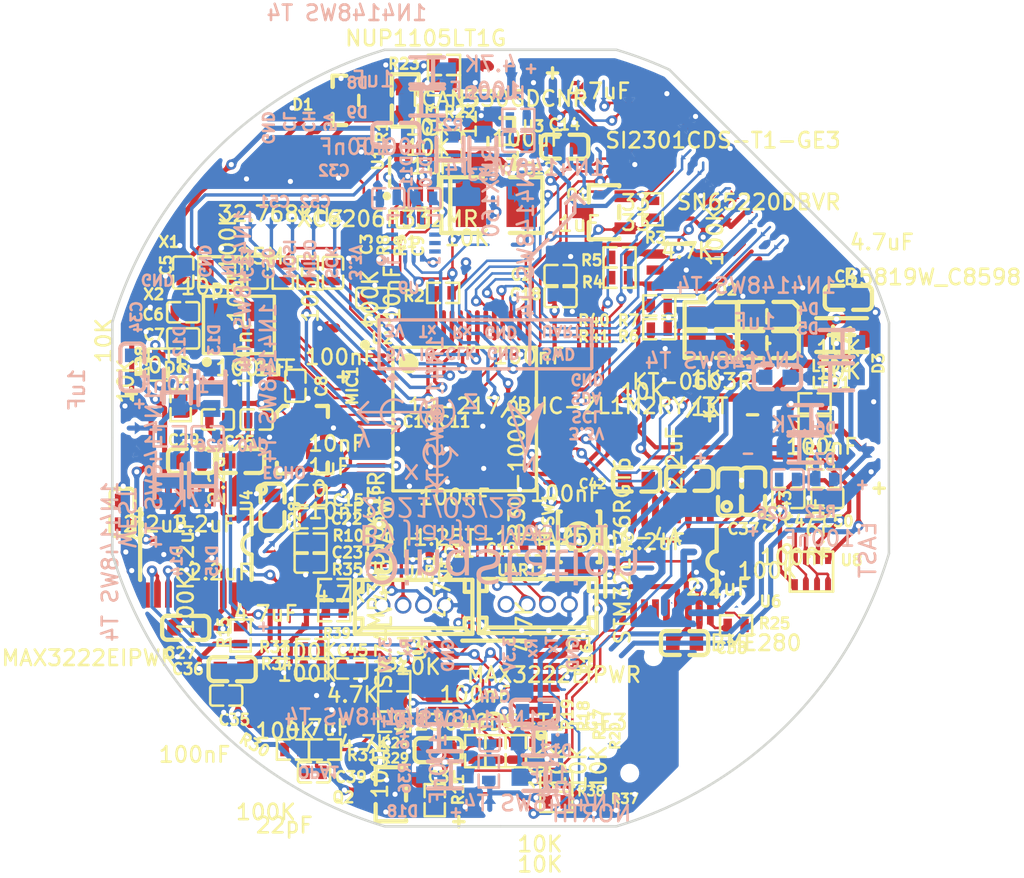
<source format=kicad_pcb>
(kicad_pcb (version 20241229) (generator "pcbnew") (generator_version "9.0")
  (layers (0 "F.Cu" signal "TopLayer") (4 "In1.Cu" signal "Inner1") (6 "In2.Cu" signal "Inner2") (2 "B.Cu" signal "BottomLayer") (13 "F.Paste" user "TopPasteMaskLayer") (15 "B.Paste" user "BottomPasteMaskLayer") (5 "F.SilkS" user "TopSilkLayer") (7 "B.SilkS" user "BottomSilkLayer") (1 "F.Mask" user "TopSolderMaskLayer") (3 "B.Mask" user "BottomSolderMaskLayer") (25 "Edge.Cuts" user "BoardOutLine"))
  (net 0 "")
  (net 1 "GND")
  (net 2 "3.3V")
  (net 3 "+5V")
  (net 4 "Net-(Q1-D)")
  (net 5 "Net-(U2-PC14{slash}OSC32_IN)")
  (net 6 "Net-(U2-PC15{slash}OSC32_OUT)")
  (net 7 "Net-(U2-PH0{slash}OSCIN)")
  (net 8 "ECHO_OUT")
  (net 9 "VGND")
  (net 10 "Net-(U2-PH1{slash}OSCOUT)")
  (net 11 "/mcu/RST")
  (net 12 "/mcu/ADC_CH3")
  (net 13 "Net-(U6-DOUT2)")
  (net 14 "Net-(D4-A)")
  (net 15 "Net-(U4-C1−)")
  (net 16 "Net-(U4-C1+)")
  (net 17 "Net-(D6-K)")
  (net 18 "/anemometer/EAST_IN")
  (net 19 "Net-(U4-V+)")
  (net 20 "Net-(U4-C2−)")
  (net 21 "Net-(U4-C2+)")
  (net 22 "Net-(U4-V−)")
  (net 23 "VREF+")
  (net 24 "VBAT")
  (net 25 "Net-(U4-DOUT1)")
  (net 26 "Net-(D8-A)")
  (net 27 "/anemometer/SOUTH_IN")
  (net 28 "Net-(D10-K)")
  (net 29 "Net-(U4-DOUT2)")
  (net 30 "Net-(D12-A)")
  (net 31 "Net-(U6-C1−)")
  (net 32 "Net-(U6-C1+)")
  (net 33 "Net-(U7.2-INB-)")
  (net 34 "/anemometer/WEST_IN")
  (net 35 "Net-(D15-A)")
  (net 36 "Net-(U6-V+)")
  (net 37 "SWITCH_B")
  (net 38 "Net-(U6-C2−)")
  (net 39 "Net-(U6-C2+)")
  (net 40 "Net-(U6-V−)")
  (net 41 "U7_1")
  (net 42 "Net-(D16-A)")
  (net 43 "V_OPA")
  (net 44 "Net-(U6-DOUT1)")
  (net 45 "/anemometer/NORTH_IN")
  (net 46 "Net-(D18-K)")
  (net 47 "Net-(U1-CANH)")
  (net 48 "Net-(U1-CANL)")
  (net 49 "Net-(USB1-Data-)")
  (net 50 "Net-(USB1-Data+)")
  (net 51 "PWR_ON")
  (net 53 "Net-(D3-+)")
  (net 54 "Net-(D4-K)")
  (net 55 "Net-(D8-K)")
  (net 56 "Net-(D12-K)")
  (net 57 "Net-(D14-K)")
  (net 58 "Net-(D16-K)")
  (net 59 "PWR_DRV1")
  (net 60 "Net-(LED1-A)")
  (net 61 "SCL")
  (net 62 "SDA")
  (net 63 "Net-(LED2-A)")
  (net 64 "/mcu/MIC_DAT")
  (net 65 "/mcu/MIC_CLK")
  (net 66 "Net-(Q1-G)")
  (net 67 "Net-(Q2-G)")
  (net 68 "Net-(U2-BOOT0)")
  (net 69 "/mcu/USB_DM")
  (net 70 "/mcu/USB_DP")
  (net 71 "Net-(U2-PC6)")
  (net 72 "Net-(U2-PC7)")
  (net 73 "PWR_DRV0")
  (net 74 "/anemometer/SOUTH_OUT")
  (net 75 "/anemometer/WEST_OUT")
  (net 76 "/anemometer/NORTH_OUT")
  (net 77 "/anemometer/EAST_OUT")
  (net 78 "Net-(U7.1-INA-)")
  (net 79 "RAIN_SENS")
  (net 80 "RAIN_LED")
  (net 81 "Net-(U5-Y)")
  (net 82 "AS3935_INT")
  (net 83 "Net-(U7.1-OUTA)")
  (net 84 "Net-(U7.1-INA+)")
  (net 85 "Net-(U7.2-INB+)")
  (net 86 "SWITCH_A")
  (net 87 "Net-(U2-PB15)")
  (net 88 "/mcu/CAN_RX")
  (net 89 "/mcu/CAN_TX")
  (net 90 "Net-(U1-S)")
  (net 93 "/mcu/SPI1_MISO")
  (net 94 "/mcu/USART1_RX")
  (net 95 "/mcu/SPI1_MOSI")
  (net 96 "/mcu/SPI1_CS1")
  (net 97 "/mcu/USART3_TX")
  (net 98 "/mcu/SPI1_CS0")
  (net 99 "/mcu/SPI1_SCK")
  (net 100 "PWM_IN")
  (net 101 "/mcu/SWDIO")
  (net 102 "/mcu/USART3_RX")
  (net 103 "/mcu/SDMMC1_D0")
  (net 104 "/mcu/SDMMC1_D3")
  (net 105 "/mcu/SDMMC1_CMD")
  (net 107 "Net-(SD1-SH3)")
  (net 108 "/mcu/USART2_TX")
  (net 109 "/mcu/SWCLK")
  (net 110 "/mcu/USART1_TX")
  (net 111 "/mcu/USART2_RX")
  (net 112 "/mcu/SDMMC1_D1")
  (net 113 "/mcu/SDMMC1_CK")
  (net 114 "/mcu/SDMMC1_D2")
  (footprint "QingStation_v1.1:C0603" (layer "F.Cu") (at 134.6 111.35 180)
    (property "Reference" "C25")
    (property "Value" "2.2uF")
  )
  (footprint "QingStation_v1.1:R0402" (layer "F.Cu") (at 143.7 124.4 180)
    (property "Reference" "R32")
    (property "Value" "4.7K")
  )
  (footprint "QingStation_v1.1:C0603" (layer "F.Cu") (at 136.5 114.1 90)
    (property "Reference" "C28")
    (property "Value" "2.2uF")
  )
  (footprint "QingStation_v1.1:R0402" (layer "F.Cu") (at 154.65 122.8 90)
    (property "Reference" "R16")
    (property "Value" "4.7K")
  )
  (footprint "QingStation_v1.1:R0402" (layer "F.Cu") (at 157.05 99.3)
    (property "Reference" "R5")
    (property "Value" "33")
  )
  (footprint "QingStation_v1.1:C0402" (layer "F.Cu") (at 153.55 100.35)
    (property "Reference" "C2")
    (property "Value" "1uF")
  )
  (footprint "QingStation_v1.1:C0603" (layer "F.Cu") (at 161.2 112.4 180)
    (property "Reference" "C37")
    (property "Value" "2.2uF")
  )
  (footprint "QingStation_v1.1:KEY-SMD_B3U-1000PM" (layer "F.Cu") (at 154.65 115.85 90)
    (property "Reference" "SW1")
    (property "Value" "B3U-1000P")
  )
  (footprint "QingStation_v1.1:R0402" (layer "F.Cu") (at 146.1 131.45 90)
    (property "Reference" "R11")
    (property "Value" "100K")
  )
  (footprint "QingStation_v1.1:C0402" (layer "F.Cu") (at 131.2 102.55 180)
    (property "Reference" "C6")
    (property "Value" "10pF")
  )
  (footprint "QingStation_v1.1:C0402" (layer "F.Cu") (at 141.15 123.65 180)
    (property "Reference" "C45")
    (property "Value" "4.7uF")
  )
  (footprint "QingStation_v1.1:Pad_gge27759" (layer "F.Cu") (at 131.7501 101.8999)
    (property "Reference" "Pad_gge27759" (hide yes))
    (property "Value" "Pad_gge27759" (hide yes))
  )
  (footprint "QingStation_v1.1:R0402" (layer "F.Cu") (at 131.0501 108.05 90)
    (property "Reference" "R27")
    (property "Value" "10K")
  )
  (footprint "QingStation_v1.1:C0603" (layer "F.Cu") (at 160.9 122.15)
    (property "Reference" "C38")
    (property "Value" "2.2uF")
  )
  (footprint "QingStation_v1.1:C0402" (layer "F.Cu") (at 169.35 113.55 180)
    (property "Reference" "C50")
    (property "Value" "100nF")
  )
  (footprint "QingStation_v1.1:C0603" (layer "F.Cu") (at 134.1 123.7)
    (property "Reference" "C36")
    (property "Value" "4.7uF")
  )
  (footprint "QingStation_v1.1:C0402" (layer "F.Cu") (at 133.25 108.9)
    (property "Reference" "C10")
    (property "Value" "100nF")
  )
  (footprint "QingStation_v1.1:C0402" (layer "F.Cu") (at 145.3 116.55)
    (property "Reference" "C21")
    (property "Value" "100nF")
  )
  (footprint "QingStation_v1.1:C0402" (layer "F.Cu") (at 138.75 113.3757)
    (property "Reference" "C15")
    (property "Value" "10nF")
  )
  (footprint "QingStation_v1.1:C0402" (layer "F.Cu") (at 135.6 100.2 -90)
    (property "Reference" "C3")
    (property "Value" "10pF")
  )
  (footprint "QingStation_v1.1:C0402" (layer "F.Cu") (at 151.9 116.35)
    (property "Reference" "C19")
    (property "Value" "100nF")
  )
  (footprint "QingStation_v1.1:R0603" (layer "F.Cu") (at 162.45 104.45 180)
    (property "Reference" "R6")
    (property "Value" "1K")
  )
  (footprint "QingStation_v1.1:R0402" (layer "F.Cu") (at 163.95 121.1)
    (property "Reference" "R25")
    (property "Value" "100K")
  )
  (footprint "QingStation_v1.1:CONN-TH_1.25T-1-4A" (layer "F.Cu") (at 144.85 119.9)
    (property "Reference" "UART2")
    (property "Value" "1.25T-1-4A")
  )
  (footprint "QingStation_v1.1:C0603" (layer "F.Cu") (at 170.6 101.7)
    (property "Reference" "C4")
    (property "Value" "4.7uF")
  )
  (footprint "QingStation_v1.1:R0402" (layer "F.Cu") (at 129.7501 105.65 90)
    (property "Reference" "R28")
    (property "Value" "10K")
  )
  (footprint "QingStation_v1.1:R0402" (layer "F.Cu") (at 157.05 100.5)
    (property "Reference" "R4")
    (property "Value" "33")
  )
  (footprint "QingStation_v1.1:LED0603-R-RD" (layer "F.Cu") (at 165.85 102.8 180)
    (property "Reference" "LED2")
    (property "Value" "KT-0603R")
  )
  (footprint "QingStation_v1.1:LGA-8_BME280_BR" (layer "F.Cu") (at 168.45 118 180)
    (property "Reference" "U8")
    (property "Value" "BME280")
  )
  (footprint "QingStation_v1.1:R0402" (layer "F.Cu") (at 143.7 125.6)
    (property "Reference" "R24")
    (property "Value" "33")
  )
  (footprint "QingStation_v1.1:R0402" (layer "F.Cu") (at 140.15 118.95 180)
    (property "Reference" "R35")
    (property "Value" "100K")
  )
  (footprint "QingStation_v1.1:C0603" (layer "F.Cu") (at 146.3 128.5)
    (property "Reference" "C31")
    (property "Value" "100nF")
  )
  (footprint "QingStation_v1.1:R0402" (layer "F.Cu") (at 140.15 120.25 180)
    (property "Reference" "R39")
    (property "Value" "100K")
  )
  (footprint "QingStation_v1.1:R0402" (layer "F.Cu") (at 168.6 109.3)
    (property "Reference" "R13")
    (property "Value" "10K")
  )
  (footprint "QingStation_v1.1:OSC-SMD_4P-L3.2-W2.5-BL" (layer "F.Cu") (at 134.5 103.3)
    (property "Reference" "X2")
    (property "Value" "25M")
  )
  (footprint "QingStation_v1.1:MIC-SMD_5P-L3.0-W4.0-P0.85-BL" (layer "F.Cu") (at 138.25 110.1 -90)
    (property "Reference" "MIC1")
    (property "Value" "MP34DT06JTR")
  )
  (footprint "QingStation_v1.1:R0402" (layer "F.Cu") (at 159 96.45 -90)
    (property "Reference" "R3")
    (property "Value" "100K")
  )
  (footprint "QingStation_v1.1:C0402" (layer "F.Cu") (at 167.05 113.55)
    (property "Reference" "C47")
    (property "Value" "100nF")
  )
  (footprint "QingStation_v1.1:C0402" (layer "F.Cu") (at 142.4 101.7 180)
    (property "Reference" "C17")
    (property "Value" "100nF")
  )
  (footprint "QingStation_v1.1:R0402" (layer "F.Cu") (at 146.65 89.1 180)
    (property "Reference" "R22")
    (property "Value" "10K")
  )
  (footprint "QingStation_v1.1:CAP-SMD_L3.5-W2.8" (layer "F.Cu") (at 149.75 96.2)
    (property "Reference" "C12")
    (property "Value" "100uF")
  )
  (footprint "QingStation_v1.1:R0402" (layer "F.Cu") (at 153.3 130.35 180)
    (property "Reference" "R38")
    (property "Value" "10K")
  )
  (footprint "QingStation_v1.1:R0402" (layer "F.Cu") (at 149.7 128.55 -90)
    (property "Reference" "R18")
    (property "Value" "10K")
  )
  (footprint "QingStation_v1.1:C0402" (layer "F.Cu") (at 140.075 100.2 -90)
    (property "Reference" "C9")
    (property "Value" "10nF")
  )
  (footprint "QingStation_v1.1:R0402" (layer "F.Cu") (at 159.4 102.15)
    (property "Reference" "R40")
    (property "Value" "4.7K")
  )
  (footprint "QingStation_v1.1:R0603" (layer "F.Cu") (at 162.45 102.75 180)
    (property "Reference" "R7")
    (property "Value" "1K")
  )
  (footprint "QingStation_v1.1:R0402" (layer "F.Cu") (at 148.5 128.55 -90)
    (property "Reference" "R19")
    (property "Value" "10K")
  )
  (footprint "QingStation_v1.1:C0603" (layer "F.Cu") (at 131.7 111.35 180)
    (property "Reference" "C29")
    (property "Value" "2.2uF")
  )
  (footprint "QingStation_v1.1:R0402" (layer "F.Cu") (at 138.7493 116.2513)
    (property "Reference" "R10")
    (property "Value" "0")
  )
  (footprint "QingStation_v1.1:C0402" (layer "F.Cu") (at 147.1 92.7 -90)
    (property "Reference" "C13")
    (property "Value" "1uF")
  )
  (footprint "QingStation_v1.1:C0402" (layer "F.Cu") (at 133.75 125.25 180)
    (property "Reference" "C35")
    (property "Value" "100nF")
  )
  (footprint "QingStation_v1.1:C0402" (layer "F.Cu") (at 131.2 100.2 -90)
    (property "Reference" "C5")
    (property "Value" "10pF")
  )
  (footprint "QingStation_v1.1:R0402" (layer "F.Cu") (at 143.7 126.8)
    (property "Reference" "R29")
    (property "Value" "10K")
  )
  (footprint "QingStation_v1.1:C0603" (layer "F.Cu") (at 142.8 116.55 -90)
    (property "Reference" "C16")
    (property "Value" "4.7uF")
  )
  (footprint "QingStation_v1.1:C0402" (layer "F.Cu") (at 131.2 104.1)
    (property "Reference" "C7")
    (property "Value" "10pF")
  )
  (footprint "QingStation_v1.1:R0402" (layer "F.Cu") (at 137.1 100.2 90)
    (property "Reference" "R8")
    (property "Value" "100K")
  )
  (footprint "QingStation_v1.1:LED0603-R-RD" (layer "F.Cu") (at 165.85 104.4 180)
    (property "Reference" "LED1")
    (property "Value" "19-217/BHC-ZL1M2RY/3T")
  )
  (footprint "QingStation_v1.1:SOT-23-6_L2.9-W1.6-P0.95-LS2.8-BR" (layer "F.Cu") (at 160.55 100.05)
    (property "Reference" "D2")
    (property "Value" "SN65220DBVR")
  )
  (footprint "QingStation_v1.1:OSC-SMD_L2.0-W1.2" (layer "F.Cu") (at 133.4 100.15)
    (property "Reference" "X1")
    (property "Value" "32.768KHz")
  )
  (footprint "QingStation_v1.1:C0402" (layer "F.Cu") (at 137.85 106.9 90)
    (property "Reference" "C8")
    (property "Value" "100nF")
  )
  (footprint "QingStation_v1.1:R0402" (layer "F.Cu") (at 146.6 101.4)
    (property "Reference" "R2")
    (property "Value" "10K")
  )
  (footprint "QingStation_v1.1:Pad_gge27736" (layer "F.Cu") (at 139.7 111.05)
    (property "Reference" "Pad_gge27736" (hide yes))
    (property "Value" "Pad_gge27736" (hide yes))
  )
  (footprint "QingStation_v1.1:TSSOP-16_L5.0-W4.4-P0.65-LS6.4-BL" (layer "F.Cu") (at 149.6 124.5 90)
    (property "Reference" "U5")
    (property "Value" "SN74LV4052APW")
  )
  (footprint "QingStation_v1.1:LQFP-64_L10.0-W10.0-P0.50-LS12.0-BL" (layer "F.Cu") (at 147.875 108.875 -90)
    (property "Reference" "U2")
    (property "Value" "STM32L476RGT6")
  )
  (footprint "QingStation_v1.1:Pad_gge27986" (layer "F.Cu") (at 141.7513 129.0012)
    (property "Reference" "Pad_gge27986" (hide yes))
    (property "Value" "Pad_gge27986" (hide yes))
  )
  (footprint "QingStation_v1.1:R0402" (layer "F.Cu") (at 146.65 87.9 180)
    (property "Reference" "R23")
    (property "Value" "10K")
  )
  (footprint "QingStation_v1.1:C0603" (layer "F.Cu") (at 153.8 92.75)
    (property "Reference" "C14")
    (property "Value" "4.7uF")
  )
  (footprint "QingStation_v1.1:CONN-TH_1.25T-1-4A" (layer "F.Cu") (at 152.2 119.85)
    (property "Reference" "UART1")
    (property "Value" "1.25T-1-4A")
  )
  (footprint "QingStation_v1.1:C0603" (layer "F.Cu") (at 163.6 113.2 90)
    (property "Reference" "C41")
    (property "Value" "2.2uF")
  )
  (footprint "QingStation_v1.1:C0603" (layer "F.Cu") (at 164.95 113.15 -90)
    (property "Reference" "C43")
    (property "Value" "2.2uF")
  )
  (footprint "QingStation_v1.1:R0402" (layer "F.Cu") (at 134.6 121.7 90)
    (property "Reference" "R15")
    (property "Value" "100K")
  )
  (footprint "QingStation_v1.1:C0603" (layer "F.Cu") (at 158.05 112.45 180)
    (property "Reference" "C42")
    (property "Value" "2.2uF")
  )
  (footprint "QingStation_v1.1:R0402" (layer "F.Cu") (at 138.5759 100.1989 -90)
    (property "Reference" "R9")
    (property "Value" "100K")
  )
  (footprint "QingStation_v1.1:C0402" (layer "F.Cu") (at 144.8 96.95)
    (property "Reference" "C1")
    (property "Value" "1uF")
  )
  (footprint "QingStation_v1.1:R0402" (layer "F.Cu") (at 168.6 107.95)
    (property "Reference" "R14")
    (property "Value" "10K")
  )
  (footprint "QingStation_v1.1:R0402" (layer "F.Cu") (at 150.9 128.55 -90)
    (property "Reference" "R17")
    (property "Value" "10K")
  )
  (footprint "QingStation_v1.1:SOT-23-3_L3.0-W1.7-P0.95-LS2.9-BR" (layer "F.Cu") (at 143.5 131.1)
    (property "Reference" "Q2")
    (property "Value" "SI2301CDS-T1-GE3")
  )
  (footprint "QingStation_v1.1:C0603" (layer "F.Cu") (at 127.6 114.4 -90)
    (property "Reference" "C30")
    (property "Value" "2.2uF")
  )
  (footprint "QingStation_v1.1:C0402" (layer "F.Cu") (at 138.75 114.7498)
    (property "Reference" "C22")
    (property "Value" "1uF")
  )
  (footprint "QingStation_v1.1:SOT-23-3_L2.9-W1.3-P1.90-LS2.4-BR" (layer "F.Cu") (at 140.7 90)
    (property "Reference" "D1")
    (property "Value" "NUP1105LT1G")
  )
  (footprint "QingStation_v1.1:SOD-123_L2.8-W1.8-LS3.7-RD" (layer "F.Cu") (at 170.2 103.9)
    (property "Reference" "D3")
    (property "Value" "B5819W_C8598")
  )
  (footprint "QingStation_v1.1:R0402" (layer "F.Cu") (at 138.85 122.5)
    (property "Reference" "R33")
    (property "Value" "4.7K")
  )
  (footprint "QingStation_v1.1:R0402" (layer "F.Cu") (at 138.85 123.65 180)
    (property "Reference" "R34")
    (property "Value" "100K")
  )
  (footprint "QingStation_v1.1:R0402" (layer "F.Cu") (at 153.3 131.55 180)
    (property "Reference" "R37")
    (property "Value" "10K")
  )
  (footprint "QingStation_v1.1:R0402" (layer "F.Cu") (at 152.1 128.55 -90)
    (property "Reference" "R20")
    (property "Value" "10K")
  )
  (footprint "QingStation_v1.1:Pad_gge27751" (layer "F.Cu") (at 136.6 107.5499)
    (property "Reference" "Pad_gge27751" (hide yes))
    (property "Value" "Pad_gge27751" (hide yes))
  )
  (footprint "QingStation_v1.1:SOT-23-3_L2.9-W1.6-P1.90-LS2.8-BR" (layer "F.Cu") (at 150.15 92.5 180)
    (property "Reference" "U3")
    (property "Value" "XC6206P332MR")
  )
  (footprint "QingStation_v1.1:C0402" (layer "F.Cu") (at 138.75 117.3762)
    (property "Reference" "C23")
    (property "Value" "10nF")
  )
  (footprint "QingStation_v1.1:C0603" (layer "F.Cu") (at 131.35 121.25)
    (property "Reference" "C27")
    (property "Value" "2.2uF")
  )
  (footprint "QingStation_v1.1:C0402" (layer "F.Cu") (at 135.55 108.9)
    (property "Reference" "C11")
    (property "Value" "1uF")
  )
  (footprint "QingStation_v1.1:SOT-23-3_L3.0-W1.7-P0.95-LS2.9-BR" (layer "F.Cu") (at 156.125 96.625)
    (property "Reference" "Q1")
    (property "Value" "SI2301CDS-T1-GE3")
  )
  (footprint "QingStation_v1.1:R0402" (layer "F.Cu") (at 139.6 128.45)
    (property "Reference" "R31")
    (property "Value" "4.7K")
  )
  (footprint "QingStation_v1.1:TSSOP-20_L6.5-W4.4-P0.65-LS6.4-BL" (layer "F.Cu") (at 159.5 117.3 180)
    (property "Reference" "U6")
    (property "Value" "MAX3222EIPWR")
  )
  (footprint "QingStation_v1.1:R0402" (layer "F.Cu") (at 159.4 103.55 180)
    (property "Reference" "R41")
    (property "Value" "10K")
  )
  (footprint "QingStation_v1.1:R0402" (layer "F.Cu") (at 137.7 128.45 180)
    (property "Reference" "R30")
    (property "Value" "100K")
  )
  (footprint "QingStation_v1.1:TSSOP-20_L6.5-W4.4-P0.65-LS6.4-BL" (layer "F.Cu") (at 131.95 116.3 180)
    (property "Reference" "U4")
    (property "Value" "MAX3222EIPWR")
  )
  (footprint "QingStation_v1.1:R0603" (layer "F.Cu") (at 144.35 90 -90)
    (property "Reference" "R1")
    (property "Value" "120")
  )
  (footprint "QingStation_v1.1:C0402" (layer "F.Cu") (at 138.95 129.8 180)
    (property "Reference" "C39")
    (property "Value" "22pF")
  )
  (footprint "QingStation_v1.1:SOT-23-8_L3.0-W1.7-P0.65-LS2.8-BL" (layer "F.Cu") (at 144.875 94.25)
    (property "Reference" "U1")
    (property "Value" "TCAN330GDCNR")
  )
  (footprint "QingStation_v1.1:C0402" (layer "F.Cu") (at 153.55 101.65 180)
    (property "Reference" "C18")
    (property "Value" "100nF")
  )
  (footprint "QingStation_v1.1:SOD-323_L1.8-W1.3-LS2.5-RD" (layer "B.Cu") (at 130.3 112.55 -90)
    (property "Reference" "D14")
    (property "Value" "1N4148WS T4")
  )
  (footprint "QingStation_v1.1:C0603" (layer "B.Cu") (at 143.8 92.05 180)
    (property "Reference" "C32")
    (property "Value" "1uF")
  )
  (footprint "QingStation_v1.1:SOD-323_L1.8-W1.3-LS2.5-RD" (layer "B.Cu") (at 169.9011 104.399 180)
    (property "Reference" "D4")
    (property "Value" "1N4148WS T4")
  )
  (footprint "QingStation_v1.1:SOD-323_L1.8-W1.3-LS2.5-RD" (layer "B.Cu") (at 145.65 88.2501 180)
    (property "Reference" "D8")
    (property "Value" "1N4148WS T4")
  )
  (footprint "QingStation_v1.1:C0402" (layer "B.Cu") (at 149.35 127.6 -90)
    (property "Reference" "C46")
    (property "Value" "100nF")
  )
  (footprint "QingStation_v1.1:SOD-323_L1.8-W1.3-LS2.5-RD" (layer "B.Cu") (at 132.35 112.5 90)
    (property "Reference" "D15")
    (property "Value" "1N4148WS T4")
  )
  (footprint "QingStation_v1.1:C0603" (layer "B.Cu") (at 152 126.2)
    (property "Reference" "C44")
    (property "Value" "1uF")
  )
  (footprint "QingStation_v1.1:SOD-323_L1.8-W1.3-LS2.5-RD" (layer "B.Cu") (at 169.8757 106.3752)
    (property "Reference" "D5")
    (property "Value" "1N4148WS T4" (hide yes))
  )
  (footprint "QingStation_v1.1:SOD-323_L1.8-W1.3-LS2.5-RD" (layer "B.Cu") (at 146.7 129.95 180)
    (property "Reference" "D18")
    (property "Value" "1N4148WS T4")
  )
  (footprint "QingStation_v1.1:C0603" (layer "B.Cu") (at 128.2 105.8 -90)
    (property "Reference" "C34")
    (property "Value" "1uF")
  )
  (footprint "QingStation_v1.1:C0402" (layer "B.Cu") (at 132.65 109.9 180)
    (property "Reference" "C40")
    (property "Value" "100nF")
  )
  (footprint "QingStation_v1.1:R0402" (layer "B.Cu") (at 130.4 109.9)
    (property "Reference" "R26")
    (property "Value" "4.7K")
  )
  (footprint "QingStation_v1.1:SOD-323_L1.8-W1.3-LS2.5-RD" (layer "B.Cu") (at 130.8501 106.95 90)
    (property "Reference" "D12")
    (property "Value" "1N4148WS T4")
  )
  (footprint "QingStation_v1.1:SOD-323_L1.8-W1.3-LS2.5-RD" (layer "B.Cu") (at 168.05 110.65)
    (property "Reference" "D7")
    (property "Value" "1N4148WS T4" (hide yes))
  )
  (footprint "QingStation_v1.1:C0402" (layer "B.Cu") (at 145.5 95.8 180)
    (property "Reference" "C52")
    (property "Value" "100nF")
  )
  (footprint "QingStation_v1.1:C0603" (layer "B.Cu") (at 166.4 106.4 180)
    (property "Reference" "C24")
    (property "Value" "1uF")
  )
  (footprint "QingStation_v1.1:SOD-323_L1.8-W1.3-LS2.5-RD" (layer "B.Cu") (at 147.0005 93.2002 90)
    (property "Reference" "D11")
    (property "Value" "1N4148WS T4")
  )
  (footprint "QingStation_v1.1:C0402" (layer "B.Cu") (at 166.9998 112.4511)
    (property "Reference" "C26")
    (property "Value" "100nF")
  )
  (footprint "QingStation_v1.1:SOD-323_L1.8-W1.3-LS2.5-RD" (layer "B.Cu") (at 168.05 108.85 180)
    (property "Reference" "D6")
    (property "Value" "1N4148WS T4")
  )
  (footprint "QingStation_v1.1:C0402" (layer "B.Cu") (at 151.05 92.45 180)
    (property "Reference" "C33")
    (property "Value" "100nF")
  )
  (footprint "QingStation_v1.1:C0402" (layer "B.Cu") (at 143.35 95.8 180)
    (property "Reference" "C51")
    (property "Value" "100nF")
  )
  (footprint "QingStation_v1.1:R0402" (layer "B.Cu") (at 151.05 91.1 180)
    (property "Reference" "R21")
    (property "Value" "4.7K")
  )
  (footprint "QingStation_v1.1:LGA-14_L3.0-W2.5-P0.50-BL" (layer "B.Cu") (at 144.85 98.2 90)
    (property "Reference" "U9")
    (property "Value" "BMX160")
  )
  (footprint "QingStation_v1.1:SOD-323_L1.8-W1.3-LS2.5-RD" (layer "B.Cu") (at 152.35 130.1 180)
    (property "Reference" "D16")
    (property "Value" "1N4148WS T4")
  )
  (footprint "QingStation_v1.1:SOD-323_L1.8-W1.3-LS2.5-RD" (layer "B.Cu") (at 132.9 107.05 -90)
    (property "Reference" "D13")
    (property "Value" "1N4148WS T4")
  )
  (footprint "QingStation_v1.1:SOD-323_L1.8-W1.3-LS2.5-RD" (layer "B.Cu") (at 148.9512 93.2002 -90)
    (property "Reference" "D10")
    (property "Value" "1N4148WS T4")
  )
  (footprint "QingStation_v1.1:SOD-323_L1.8-W1.3-LS2.5-RD" (layer "B.Cu") (at 146.7 127.75)
    (property "Reference" "D19")
    (property "Value" "1N4148WS T4")
  )
  (footprint "QingStation_v1.1:R0402" (layer "B.Cu") (at 169.1988 112.4489 180)
    (property "Reference" "R12")
    (property "Value" "4.7K")
  )
  (footprint "QingStation_v1.1:SOD-323_L1.8-W1.3-LS2.5-RD" (layer "B.Cu") (at 145.65 90.1)
    (property "Reference" "D9")
    (property "Value" "1N4148WS T4")
  )
  (footprint "QingStation_v1.1:SOD-323_L1.8-W1.3-LS2.5-RD" (layer "B.Cu") (at 152.3 128)
    (property "Reference" "D17")
    (property "Value" "1N4148WS T4" (hide yes))
  )
  (footprint "QingStation_v1.1:R0402" (layer "B.Cu") (at 149.3 129.75 90)
    (property "Reference" "R36")
    (property "Value" "4.7K")
  )
  (gr_line (start 152.5 107.95) (end 151.5 110.95) (stroke (width 0.152)) (layer "B.SilkS"))
  (gr_line (start 145.5457 107.7182) (end 145 107.7182) (stroke (width 0.152)) (layer "B.SilkS"))
  (gr_line (start 155.4 103) (end 155.4 105.85) (stroke (width 0.2)) (layer "B.SilkS"))
  (gr_line (start 145.5662 107.7386) (end 145.6 107.7725) (stroke (width 0.152)) (layer "B.SilkS"))
  (gr_line (start 142.85 105.9) (end 142.8 105.85) (stroke (width 0.2)) (layer "B.SilkS"))
  (gr_line (start 151.7501 99.299) (end 154.3993 96.6498) (stroke (width 0.2)) (layer "B.SilkS"))
  (gr_line (start 154.4 95.55) (end 153.85 96.1) (stroke (width 0.2)) (layer "B.SilkS"))
  (gr_line (start 154.3993 96.6498) (end 154.3993 96.2002) (stroke (width 0.2)) (layer "B.SilkS"))
  (gr_line (start 142.8 105.85) (end 142.8 103) (stroke (width 0.2)) (layer "B.SilkS"))
  (gr_circle (center 146.2502 108.4689) (end 146.4084 108.4689) (stroke (width 0.152)) (fill no) (layer "B.SilkS"))
  (gr_line (start 143.8507 106.4999) (end 143.5992 106.251) (stroke (width 0.2)) (layer "B.SilkS"))
  (gr_line (start 141.55 108.4682) (end 142.1501 109.0681) (stroke (width 0.152)) (layer "B.SilkS"))
  (gr_arc (start 146.9572 107.761) (mid 146.234009 109.468132) (end 145.5662 107.7387) (stroke (width 0.152)) (layer "B.SilkS"))
  (gr_line (start 155.4 105.85) (end 155.35 105.9) (stroke (width 0.2)) (layer "B.SilkS"))
  (gr_line (start 150.5 107.95) (end 151.5 110.95) (stroke (width 0.152)) (layer "B.SilkS"))
  (gr_line (start 155.35 105.9) (end 142.85 105.9) (stroke (width 0.2)) (layer "B.SilkS"))
  (gr_line (start 145.5662 107.7386) (end 145.5457 107.7182) (stroke (width 0.152)) (layer "B.SilkS"))
  (gr_line (start 154.4 95.55) (end 154.95 96.1) (stroke (width 0.2)) (layer "B.SilkS"))
  (gr_arc (start 144.0195 109.2579) (mid 142.920524 108.42356) (end 144.185 107.871) (stroke (width 0.152)) (layer "B.SilkS"))
  (gr_line (start 154.95 96.1) (end 154.95 96.1) (stroke (width 0.2)) (layer "B.SilkS"))
  (gr_arc (start 146.97 110.5587) (mid 146.098437 111.687836) (end 145.7001 110.3182) (stroke (width 0.152)) (layer "B.SilkS"))
  (gr_line (start 153.85 96.1) (end 153.85 96.1) (stroke (width 0.2)) (layer "B.SilkS"))
  (gr_line (start 144.0193 109.2579) (end 143.5592 109.7181) (stroke (width 0.152)) (layer "B.SilkS"))
  (gr_line (start 147.423 111.0119) (end 147.4321 111.0119) (stroke (width 0.152)) (layer "B.SilkS"))
  (gr_line (start 146.2501 112.9182) (end 145.6501 112.3182) (stroke (width 0.152)) (layer "B.SilkS"))
  (gr_line (start 151.7321 103.3438) (end 151.7321 105.6438) (stroke (width 0.2)) (layer "B.SilkS"))
  (gr_line (start 143.6 107.05) (end 143.5992 106.251) (stroke (width 0.2)) (layer "B.SilkS"))
  (gr_line (start 151.7501 102.9617) (end 151.7501 99.299) (stroke (width 0.2)) (layer "B.SilkS"))
  (gr_line (start 143.5992 106.251) (end 143.3503 106.4999) (stroke (width 0.2)) (layer "B.SilkS"))
  (gr_circle (center 146.2502 108.4689) (end 146.6142 108.4689) (stroke (width 0.152)) (fill no) (layer "B.SilkS"))
  (gr_line (start 141.55 108.4682) (end 142.1501 107.8682) (stroke (width 0.152)) (layer "B.SilkS"))
  (gr_line (start 146.2501 112.9182) (end 146.8499 112.3182) (stroke (width 0.152)) (layer "B.SilkS"))
  (gr_line (start 151.712 102.9998) (end 151.7501 102.9617) (stroke (width 0.2)) (layer "B.SilkS"))
  (gr_line (start 146.97 110.5587) (end 147.423 111.0119) (stroke (width 0.152)) (layer "B.SilkS"))
  (gr_line (start 146.2501 108.4682) (end 141.55 108.4682) (stroke (width 0.152)) (layer "B.SilkS"))
  (gr_line (start 142.8 103) (end 155.4 103) (stroke (width 0.2)) (layer "B.SilkS"))
  (gr_line (start 146.97 110.5587) (end 146.5822 110.9466) (stroke (width 0.152)) (layer "B.SilkS"))
  (gr_line (start 154.4 96.2) (end 154.4 95.55) (stroke (width 0.2)) (layer "B.SilkS"))
  (gr_line (start 146.2501 108.4682) (end 146.2501 112.9182) (stroke (width 0.152)) (layer "B.SilkS"))
  (gr_line (start 143.6297 108.8681) (end 143.6087 108.8681) (stroke (width 0.152)) (layer "B.SilkS"))
  (gr_line (start 151.5 108.95) (end 152.5 107.95) (stroke (width 0.152)) (layer "B.SilkS"))
  (gr_line (start 143.5592 109.7181) (end 143.5588 109.7181) (stroke (width 0.152)) (layer "B.SilkS"))
  (gr_line (start 145.6 107.7725) (end 145.6 108.2182) (stroke (width 0.152)) (layer "B.SilkS"))
  (gr_line (start 146.5822 110.9466) (end 146.5822 110.9619) (stroke (width 0.152)) (layer "B.SilkS"))
  (gr_line (start 143.3503 106.4999) (end 143.8507 106.4999) (stroke (width 0.2)) (layer "B.SilkS"))
  (gr_line (start 150.5 107.95) (end 151.5 108.95) (stroke (width 0.152)) (layer "B.SilkS"))
  (gr_line (start 144.0193 109.2579) (end 143.6297 108.8681) (stroke (width 0.152)) (layer "B.SilkS"))
  (gr_arc (start 171.825021 100.019119) (mid 172.471819 101.575811) (end 173.0073 103.172507) (stroke (width 0.15)) (layer "Edge.Cuts"))
  (gr_line (start 127.0003 110) (end 127.0003 116.860498) (stroke (width 0.15)) (layer "Edge.Cuts"))
  (gr_line (start 150 87.0003) (end 143.136903 87.0028) (stroke (width 0.15)) (layer "Edge.Cuts"))
  (gr_arc (start 143.147734 133.002203) (mid 133.03402 126.976763) (end 127.0003 116.860498) (stroke (width 0.15)) (layer "Edge.Cuts"))
  (gr_arc (start 156.8566 87.0003) (mid 158.447179 87.535708) (end 159.997392 88.181393) (stroke (width 0.15)) (layer "Edge.Cuts"))
  (gr_line (start 127.0003 110) (end 127.0028 103.136904) (stroke (width 0.15)) (layer "Edge.Cuts"))
  (gr_arc (start 127.0028 103.136904) (mid 133.02983 93.02983) (end 143.136903 87.0028) (stroke (width 0.15)) (layer "Edge.Cuts"))
  (gr_line (start 150 132.9997) (end 143.147734 133.002203) (stroke (width 0.15)) (layer "Edge.Cuts"))
  (gr_line (start 150 132.9997) (end 156.855493 132.9997) (stroke (width 0.15)) (layer "Edge.Cuts"))
  (gr_line (start 171.825021 100.019119) (end 159.997392 88.181393) (stroke (width 0.15)) (layer "Edge.Cuts"))
  (gr_line (start 172.9997 110) (end 173.0073 103.172507) (stroke (width 0.15)) (layer "Edge.Cuts"))
  (gr_line (start 150 87.0003) (end 156.8566 87.0003) (stroke (width 0.15)) (layer "Edge.Cuts"))
  (gr_arc (start 173.004796 116.838376) (mid 166.97516 126.965495) (end 156.855493 132.9997) (stroke (width 0.15)) (layer "Edge.Cuts"))
  (gr_line (start 172.9997 110) (end 173.004796 116.838376) (stroke (width 0.15)) (layer "Edge.Cuts"))
  (gr_text "+" (at 127.5002 106.85 0) (layer "F.SilkS") (effects (font (size 0.8 0.8) (thickness 0.203)) (justify left top)))
  (gr_text "+" (at 146.8999 132.2 0) (layer "F.SilkS") (effects (font (size 0.8 0.8) (thickness 0.203)) (justify left top)))
  (gr_text "+" (at 140.0501 105.85 0) (layer "F.SilkS") (effects (font (size 0.8 0.8) (thickness 0.203)) (justify left top)))
  (gr_text "+" (at 161.7556 108.1548 0) (layer "F.SilkS") (effects (font (size 0.8 0.8) (thickness 0.203)) (justify left top)))
  (gr_text "-" (at 164.3002 108.1002 0) (layer "F.SilkS") (effects (font (size 0.8 0.8) (thickness 0.203)) (justify left top)))
  (gr_text "+" (at 152.4501 87.85 0) (layer "F.SilkS") (effects (font (size 0.8 0.8) (thickness 0.203)) (justify left top)))
  (gr_text "+" (at 171.8001 112.4499 0) (layer "F.SilkS") (effects (font (size 0.8 0.8) (thickness 0.203)) (justify left top)))
  (gr_text "OPA1" (at 137.9 130.14 180) (layer "B.SilkS") (effects (font (size 0.64 0.64) (thickness 0.152)) (justify left top mirror)))
  (gr_text "+" (at 136.4501 120.76 0) (layer "B.SilkS") (effects (font (size 0.64 0.64) (thickness 0.152)) (justify left top mirror)))
  (gr_text "2021/02/28" (at 141.7 114.7 180) (layer "B.SilkS") (effects (font (size 1.2 1.2) (thickness 0.4)) (justify left top mirror)))
  (gr_text "GND" (at 149.082 105.3337 180) (layer "B.SilkS") (effects (font (size 0.64 0.64) (thickness 0.152)) (justify left top mirror)))
  (gr_text "Tx" (at 145.31 121.7 90) (layer "B.SilkS") (effects (font (size 0.64 0.64) (thickness 0.152)) (justify left top mirror)))
  (gr_text "5V" (at 143.0821 105.3837 180) (layer "B.SilkS") (effects (font (size 0.64 0.64) (thickness 0.152)) (justify left top mirror)))
  (gr_text "Rx" (at 151.4601 121.75 90) (layer "B.SilkS") (effects (font (size 0.64 0.64) (thickness 0.152)) (justify left top mirror)))
  (gr_text "CS0" (at 136.59 100.7 270) (layer "B.SilkS") (effects (font (size 0.64 0.64) (thickness 0.152)) (justify left top mirror)))
  (gr_text "NC" (at 134.1899 100.5001 270) (layer "B.SilkS") (effects (font (size 0.64 0.64) (thickness 0.152)) (justify left top mirror)))
  (gr_text "z" (at 147.6502 108.6681 180) (layer "B.SilkS") (effects (font (size 1.2 1.2) (thickness 0.152)) (justify left top mirror)))
  (gr_text "EAST" (at 171.19 114.85 90) (layer "B.SilkS") (effects (font (size 0.96 0.96) (thickness 0.152)) (justify left top mirror)))
  (gr_text "MOSI" (at 137.8399 100.65 270) (layer "B.SilkS") (effects (font (size 0.64 0.64) (thickness 0.152)) (justify left top mirror)))
  (gr_text "3.3V" (at 134.5 105.99 180) (layer "B.SilkS") (effects (font (size 0.64 0.64) (thickness 0.152)) (justify left top mirror)))
  (gr_text "GND" (at 132.8399 100.6 270) (layer "B.SilkS") (effects (font (size 0.64 0.64) (thickness 0.152)) (justify left top mirror)))
  (gr_text "Tx" (at 152.66 121.65 90) (layer "B.SilkS") (effects (font (size 0.64 0.64) (thickness 0.152)) (justify left top mirror)))
  (gr_text "GND" (at 148.9322 104.0838 180) (layer "B.SilkS") (effects (font (size 0.64 0.64) (thickness 0.152)) (justify left top mirror)))
  (gr_text "SCK" (at 140.34 100.65 270) (layer "B.SilkS") (effects (font (size 0.64 0.64) (thickness 0.152)) (justify left top mirror)))
  (gr_text "y" (at 141.35 110.95 180) (layer "B.SilkS") (effects (font (size 1.2 1.2) (thickness 0.152)) (justify left top mirror)))
  (gr_text "Ver1.1" (at 151.1 116.35 180) (layer "B.SilkS") (effects (font (size 1.2 1.2) (thickness 0.4)) (justify left top mirror)))
  (gr_text "GND" (at 153.9099 121.7 90) (layer "B.SilkS") (effects (font (size 0.64 0.64) (thickness 0.152)) (justify left top mirror)))
  (gr_text "GND" (at 146.5101 121.8001 90) (layer "B.SilkS") (effects (font (size 0.64 0.64) (thickness 0.152)) (justify left top mirror)))
  (gr_text "-" (at 165.1501 110.5101 0) (layer "B.SilkS") (effects (font (size 0.64 0.64) (thickness 0.152)) (justify left top mirror)))
  (gr_text "CL" (at 137.84 91.95 270) (layer "B.SilkS") (effects (font (size 0.64 0.64) (thickness 0.152)) (justify left top mirror)))
  (gr_text "Rx" (at 144.06 121.75 90) (layer "B.SilkS") (effects (font (size 0.64 0.64) (thickness 0.152)) (justify left top mirror)))
  (gr_text "SDA" (at 154.05 107.99 180) (layer "B.SilkS") (effects (font (size 0.64 0.64) (thickness 0.152)) (justify left top mirror)))
  (gr_text "UART" (at 152.332 104.0337 180) (layer "B.SilkS") (effects (font (size 0.64 0.64) (thickness 0.152)) (justify left top mirror)))
  (gr_text "3.3V" (at 150.1601 121.65 90) (layer "B.SilkS") (effects (font (size 0.64 0.64) (thickness 0.152)) (justify left top mirror)))
  (gr_text "+" (at 152.3 87.7101 0) (layer "B.SilkS") (effects (font (size 0.64 0.64) (thickness 0.152)) (justify left top mirror)))
  (gr_text "x" (at 144.1321 112.8619 180) (layer "B.SilkS") (effects (font (size 1.2 1.2) (thickness 0.152)) (justify left top mirror)))
  (gr_text "Rx" (at 147.032 104.0838 180) (layer "B.SilkS") (effects (font (size 0.64 0.64) (thickness 0.152)) (justify left top mirror)))
  (gr_text "ECHO" (at 135.8 112.39 180) (layer "B.SilkS") (effects (font (size 0.64 0.64) (thickness 0.152)) (justify left top mirror)))
  (gr_text "GND" (at 136.59 92.7 270) (layer "B.SilkS") (effects (font (size 0.64 0.64) (thickness 0.152)) (justify left top mirror)))
  (gr_text "N" (at 151.0998 112.01 180) (layer "B.SilkS") (effects (font (size 0.96 0.96) (thickness 0.152)) (justify left top mirror)))
  (gr_text "WEST" (at 128.4101 116.65 270) (layer "B.SilkS") (effects (font (size 0.96 0.96) (thickness 0.152)) (justify left top mirror)))
  (gr_text "GND" (at 154.05 106.8899 180) (layer "B.SilkS") (effects (font (size 0.64 0.64) (thickness 0.152)) (justify left top mirror)))
  (gr_text "SCL" (at 154.1 109.09 180) (layer "B.SilkS") (effects (font (size 0.64 0.64) (thickness 0.152)) (justify left top mirror)))
  (gr_text "SWD" (at 152.332 105.3837 180) (layer "B.SilkS") (effects (font (size 0.64 0.64) (thickness 0.152)) (justify left top mirror)))
  (gr_text "+" (at 165.4501 115.1101 0) (layer "B.SilkS") (effects (font (size 0.64 0.64) (thickness 0.152)) (justify left top mirror)))
  (gr_text "3.3V" (at 141.7401 100.7501 270) (layer "B.SilkS") (effects (font (size 0.64 0.64) (thickness 0.152)) (justify left top mirror)))
  (gr_text "IO" (at 145.0821 105.3837 180) (layer "B.SilkS") (effects (font (size 0.64 0.64) (thickness 0.152)) (justify left top mirror)))
  (gr_text "GND" (at 128.6 100.99 180) (layer "B.SilkS") (effects (font (size 0.64 0.64) (thickness 0.152)) (justify left top mirror)))
  (gr_text "3V" (at 143.032 103.9837 180) (layer "B.SilkS") (effects (font (size 0.64 0.64) (thickness 0.152)) (justify left top mirror)))
  (gr_text "MISO" (at 139.0401 100.65 270) (layer "B.SilkS") (effects (font (size 0.64 0.64) (thickness 0.152)) (justify left top mirror)))
  (gr_text "+" (at 171.9215 112.36 0) (layer "B.SilkS") (effects (font (size 0.64 0.64) (thickness 0.152)) (justify left top mirror)))
  (gr_text "Tx" (at 145.0821 104.0337 180) (layer "B.SilkS") (effects (font (size 0.64 0.64) (thickness 0.152)) (justify left top mirror)))
  (gr_text "+" (at 147.8501 131.76 0) (layer "B.SilkS") (effects (font (size 0.64 0.64) (thickness 0.152)) (justify left top mirror)))
  (gr_text "QingStation" (at 141.85 118.6 180) (layer "B.SilkS") (effects (font (size 2 2) (thickness 0.4)) (justify left top mirror)))
  (gr_text "3.3V" (at 142.8101 121.7 90) (layer "B.SilkS") (effects (font (size 0.64 0.64) (thickness 0.152)) (justify left top mirror)))
  (gr_text "+" (at 129.1001 107.5599 0) (layer "B.SilkS") (effects (font (size 0.64 0.64) (thickness 0.152)) (justify left top mirror)))
  (gr_text "CS1" (at 135.3401 100.6 270) (layer "B.SilkS") (effects (font (size 0.64 0.64) (thickness 0.152)) (justify left top mirror)))
  (gr_text "5v" (at 140.24 91.95 270) (layer "B.SilkS") (effects (font (size 0.64 0.64) (thickness 0.152)) (justify left top mirror)))
  (gr_text "NORTH" (at 157.85 131.69 0) (layer "B.SilkS") (effects (font (size 0.96 0.96) (thickness 0.152)) (justify left top mirror)))
  (gr_text "SOUTH" (at 147.9 89.912 180) (layer "B.SilkS") (effects (font (size 0.712 0.712) (thickness 0.152)) (justify left top mirror)))
  (gr_text "+" (at 162.35 110.76 0) (layer "B.SilkS") (effects (font (size 0.64 0.64) (thickness 0.152)) (justify left top mirror)))
  (gr_text "CH" (at 138.99 92 270) (layer "B.SilkS") (effects (font (size 0.64 0.64) (thickness 0.152)) (justify left top mirror)))
  (gr_text "CLK" (at 146.632 105.3337 180) (layer "B.SilkS") (effects (font (size 0.64 0.64) (thickness 0.152)) (justify left top mirror)))
  (gr_text "By Jianjia Ma" (at 141.65 116.35 180) (layer "B.SilkS") (effects (font (size 1.2 1.2) (thickness 0.4)) (justify left top mirror)))
  (gr_text "3.3V" (at 153.95 110.09 180) (layer "B.SilkS") (effects (font (size 0.64 0.64) (thickness 0.152)) (justify left top mirror)))
  (segment (start 130.8992 109.9009) (end 130.8992 110.7493) (width 0.3) (layer "B.Cu") (net 0))
  (segment (start 132.1489 109.9009) (end 132.3495 110.1016) (width 0.3) (layer "B.Cu") (net 0))
  (segment (start 159.7003 120.3505) (end 159.7003 119.4996) (width 0.4) (layer "B.Cu") (net 0))
  (segment (start 132.1489 109.9009) (end 130.8992 109.9009) (width 0.3) (layer "B.Cu") (net 0))
  (segment (start 160.8509 116.7488) (end 161.4503 116.7488) (width 0.4) (layer "B.Cu") (net 0))
  (segment (start 160.8509 118.349) (end 160.8509 116.7488) (width 0.4) (layer "B.Cu") (net 0))
  (segment (start 158.951 117.6987) (end 158.951 117.6987) (width 0.3) (layer "B.Cu") (net 0))
  (segment (start 159.7003 119.4996) (end 160.8509 118.349) (width 0.4) (layer "B.Cu") (net 0))
  (segment (start 158.951 117.6987) (end 157.399 117.6987) (width 0.3) (layer "B.Cu") (net 0))
  (segment (start 161.3005 120.3505) (end 162.9692 120.3505) (width 0.4) (layer "B.Cu") (net 0))
  (segment (start 162.9692 120.3505) (end 164.0487 119.271) (width 0.4) (layer "B.Cu") (net 0))
  (segment (start 132.3495 110.1016) (end 132.3495 111.3005) (width 0.3) (layer "B.Cu") (net 0))
  (segment (start 130.8992 110.7493) (end 130.2998 111.3487) (width 0.3) (layer "B.Cu") (net 0))
  (segment (start 163.0988 106.4491) (end 163.2004 106.5507) (width 0.3) (layer "F.Cu") (net 1))
  (segment (start 163.2994 112.4994) (end 163.5992 112.4994) (width 0.3) (layer "F.Cu") (net 1))
  (segment (start 154.5009 92.7509) (end 154.351 92.601) (width 0.35) (layer "F.Cu") (net 1))
  (segment (start 152.601 122.225) (end 153.7998 122.2301) (width 0.3) (layer "F.Cu") (net 1))
  (segment (start 144.6254 116.1265) (end 144.8006 116.2992) (width 0.25) (layer "F.Cu") (net 1))
  (segment (start 131.9 106.7005) (end 131.999 106.7005) (width 0.3) (layer "F.Cu") (net 1))
  (segment (start 168.2499 113.5509) (end 167.5489 113.5509) (width 0.3) (layer "F.Cu") (net 1))
  (segment (start 157.9502 93.4976) (end 157.9502 93.7999) (width 0.2) (layer "F.Cu") (net 1))
  (segment (start 162.0777 95.649) (end 161.8491 95.649) (width 0.5) (layer "F.Cu") (net 1))
  (segment (start 133.4697 98.7503) (end 134.6508 98.7503) (width 0.3) (layer "F.Cu") (net 1))
  (segment (start 154.0488 101.4986) (end 153.0505 100.5004) (width 0.25) (layer "F.Cu") (net 1))
  (segment (start 138.25 118.1001) (end 138.4506 118.1001) (width 0.25) (layer "F.Cu") (net 1))
  (segment (start 161.1252 121.2243) (end 161.1252 120.2972) (width 0.3) (layer "F.Cu") (net 1))
  (segment (start 166.5557 99.8781) (end 167.7648 98.6665) (width 0.3) (layer "F.Cu") (net 1))
  (segment (start 167.4346 117.112) (end 167.4346 117.4346) (width 0.15) (layer "F.Cu") (net 1))
  (segment (start 154.6507 117.5514) (end 154.6507 117.5514) (width 0.3) (layer "F.Cu") (net 1))
  (segment (start 131.0999 108.4989) (end 131.7501 108.4989) (width 0.3) (layer "F.Cu") (net 1))
  (segment (start 138.25 113.5992) (end 137.5997 113.5992) (width 0.2) (layer "F.Cu") (net 1))
  (segment (start 163.0734 96.3958) (end 164.2316 95.235) (width 0.3) (layer "F.Cu") (net 1))
  (segment (start 153.4011 121.3995) (end 152.8499 121.3995) (width 0.3) (layer "F.Cu") (net 1))
  (segment (start 129.7511 106.7513) (end 129.7994 106.7996) (width 0.3) (layer "F.Cu") (net 1))
  (segment (start 147.0993 101.3996) (end 147.9502 100.5512) (width 0.15) (layer "F.Cu") (net 1))
  (segment (start 147.0998 101.4016) (end 147.051 101.4504) (width 0.15) (layer "F.Cu") (net 1))
  (segment (start 138.6005 107.6505) (end 138.6005 107.399) (width 0.127) (layer "F.Cu") (net 1))
  (segment (start 148.9002 91.5494) (end 148.1991 91.5494) (width 0.3) (layer "F.Cu") (net 1))
  (segment (start 133.2487 120.4496) (end 131.2497 120.4496) (width 0.3) (layer "F.Cu") (net 1))
  (segment (start 140.7011 111.3005) (end 139.4514 112.5502) (width 0.2) (layer "F.Cu") (net 1))
  (segment (start 158.702 92.7458) (end 157.9502 93.4976) (width 0.2) (layer "F.Cu") (net 1))
  (segment (start 131.9 106.7005) (end 131.9 106.7005) (width 0.3) (layer "F.Cu") (net 1))
  (segment (start 154.6507 102.2505) (end 154.0488 101.651) (width 0.25) (layer "F.Cu") (net 1))
  (segment (start 164.2316 95.235) (end 164.2316 94.5517) (width 0.3) (layer "F.Cu") (net 1))
  (segment (start 151.1252 114.5568) (end 151.1252 113.0505) (width 0.25) (layer "F.Cu") (net 1))
  (segment (start 162.4003 113.4011) (end 163.2994 112.4994) (width 0.3) (layer "F.Cu") (net 1))
  (segment (start 135.6007 104.0996) (end 135.0496 104.0996) (width 0.3) (layer "F.Cu") (net 1))
  (segment (start 133.2487 125.2502) (end 133.2487 125.9004) (width 0.2) (layer "F.Cu") (net 1))
  (segment (start 133.551 117.8511) (end 132.9007 117.2009) (width 0.3) (layer "F.Cu") (net 1))
  (segment (start 136.4999 113.4011) (end 136.3983 113.2995) (width 0.3) (layer "F.Cu") (net 1))
  (segment (start 164.2316 94.5517) (end 162.7787 93.0988) (width 0.25) (layer "F.Cu") (net 1))
  (segment (start 154.5009 131.5494) (end 153.7998 131.5494) (width 0.3) (layer "F.Cu") (net 1))
  (segment (start 164.4501 121.0998) (end 164.4501 120.9499) (width 0.127) (layer "F.Cu") (net 1))
  (segment (start 133.5738 120.1244) (end 133.2487 120.4496) (width 0.3) (layer "F.Cu") (net 1))
  (segment (start 161.0007 100.0508) (end 161.0007 100.0508) (width 0.25) (layer "F.Cu") (net 1))
  (segment (start 141.3995 118.1509) (end 138.5009 118.1509) (width 0.3) (layer "F.Cu") (net 1))
  (segment (start 168.2499 114.699) (end 168.2499 113.5509) (width 0.25) (layer "F.Cu") (net 1))
  (segment (start 138.1763 111.8999) (end 136.9495 111.8999) (width 0.127) (layer "F.Cu") (net 1))
  (segment (start 138.6005 107.399) (end 137.8512 107.399) (width 0.127) (layer "F.Cu") (net 1))
  (segment (start 141.651 123.65) (end 141.6993 123.6982) (width 0.3) (layer "F.Cu") (net 1))
  (segment (start 167.4346 117.112) (end 167.4346 115.5169) (width 0.25) (layer "F.Cu") (net 1))
  (segment (start 138.25 108.3744) (end 138.476 108.3744) (width 0.127) (layer "F.Cu") (net 1))
  (segment (start 147.9502 100.5512) (end 147.9502 99.6012) (width 0.15) (layer "F.Cu") (net 1))
  (segment (start 148.1991 91.5494) (end 147.5489 92.1997) (width 0.3) (layer "F.Cu") (net 1))
  (segment (start 141.4021 125.0749) (end 141.651 124.826) (width 0.3) (layer "F.Cu") (net 1))
  (segment (start 132.1514 123.0988) (end 132.1514 123.65) (width 0.3) (layer "F.Cu") (net 1))
  (segment (start 142.9007 101.6993) (end 142.9007 101.3005) (width 0.2) (layer "F.Cu") (net 1))
  (segment (start 149.3599 88.0011) (end 149.2609 87.8995) (width 0.5) (layer "F.Cu") (net 1))
  (segment (start 168.0848 118.0848) (end 168.0848 118.7122) (width 0.15) (layer "F.Cu") (net 1))
  (segment (start 162.9235 96.4948) (end 162.0777 95.649) (width 0.5) (layer "F.Cu") (net 1))
  (segment (start 142.9007 101.3005) (end 142.5502 100.95) (width 0.2) (layer "F.Cu") (net 1))
  (segment (start 162.9235 96.7539) (end 162.9235 96.4948) (width 0.3) (layer "F.Cu") (net 1))
  (segment (start 135.0013 109.9492) (end 135.0496 109.9009) (width 0.3) (layer "F.Cu") (net 1))
  (segment (start 142.3241 110.6248) (end 141.0744 110.6248) (width 0.2) (layer "F.Cu") (net 1))
  (segment (start 148.9002 91.5494) (end 148.8494 91.4986) (width 0.5) (layer "F.Cu") (net 1))
  (segment (start 168.2499 113.5509) (end 168.8493 113.5509) (width 0.2) (layer "F.Cu") (net 1))
  (segment (start 135.0013 109.9492) (end 136.3149 109.9492) (width 0.3) (layer "F.Cu") (net 1))
  (segment (start 141.651 124.826) (end 141.651 123.65) (width 0.3) (layer "F.Cu") (net 1))
  (segment (start 133.0506 122.1996) (end 132.1514 123.0988) (width 0.3) (layer "F.Cu") (net 1))
  (segment (start 151.2522 96.2002) (end 151.5494 95.9005) (width 0.5) (layer "F.Cu") (net 1))
  (segment (start 154.5009 131.5494) (end 154.5009 131.0515) (width 0.3) (layer "F.Cu") (net 1))
  (segment (start 127.6505 113.65) (end 127.6505 112.8499) (width 0.3) (layer "F.Cu") (net 1))
  (segment (start 167.7648 98.6665) (end 168.349 98.6665) (width 0.3) (layer "F.Cu") (net 1))
  (segment (start 136.3983 113.2995) (end 135.5398 113.2995) (width 0.3) (layer "F.Cu") (net 1))
  (segment (start 134.3511 103.4011) (end 134.3003 103.4011) (width 0.3) (layer "F.Cu") (net 1))
  (segment (start 132.9007 117.2009) (end 132.9007 117.0993) (width 0.3) (layer "F.Cu") (net 1))
  (segment (start 153.7998 121.8008) (end 153.4011 121.3995) (width 0.3) (layer "F.Cu") (net 1))
  (segment (start 153.0505 100.5004) (end 153.0505 100.3505) (width 0.25) (layer "F.Cu") (net 1))
  (segment (start 134.3003 103.4011) (end 133.4011 102.4994) (width 0.3) (layer "F.Cu") (net 1))
  (segment (start 133.2487 125.9004) (end 133.5992 126.2509) (width 0.2) (layer "F.Cu") (net 1))
  (segment (start 158.702 92.7458) (end 160.4699 90.9779) (width 0.2) (layer "F.Cu") (net 1))
  (segment (start 136.2256 93.2258) (end 136.2256 93.551) (width 0.3) (layer "F.Cu") (net 1))
  (segment (start 132.7509 109.4996) (end 133.2004 109.9492) (width 0.3) (layer "F.Cu") (net 1))
  (segment (start 163.6398 97.4702) (end 162.9235 96.7539) (width 0.3) (layer "F.Cu") (net 1))
  (segment (start 140.7011 111.0008) (end 140.7011 111.3005) (width 0.2) (layer "F.Cu") (net 1))
  (segment (start 138.25 111.8263) (end 138.1763 111.8999) (width 0.127) (layer "F.Cu") (net 1))
  (segment (start 138.4989 120.8991) (end 138.4989 121.0998) (width 0.3) (layer "F.Cu") (net 1))
  (segment (start 168.4175 98.6665) (end 168.349 98.6665) (width 0.3) (layer "F.Cu") (net 1))
  (segment (start 169.9009 101.6993) (end 169.9009 100.1499) (width 0.3) (layer "F.Cu") (net 1))
  (segment (start 140.0762 99.7003) (end 138.5751 99.7003) (width 0.25) (layer "F.Cu") (net 1))
  (segment (start 143.9497 101.6993) (end 142.9007 101.6993) (width 0.2) (layer "F.Cu") (net 1))
  (segment (start 167.2009 107.9502) (end 168.1 107.9502) (width 0.3) (layer "F.Cu") (net 1))
  (segment (start 139.4514 90) (end 136.2256 93.2258) (width 0.3) (layer "F.Cu") (net 1))
  (segment (start 130.6503 121.049) (end 130.6503 121.2497) (width 0.3) (layer "F.Cu") (net 1))
  (segment (start 140.6503 120.2489) (end 141.3996 119.4996) (width 0.3) (layer "F.Cu") (net 1))
  (segment (start 161.0007 118.9637) (end 161.0007 118.3998) (width 0.3) (layer "F.Cu") (net 1))
  (segment (start 151.5494 95.9005) (end 151.5494 94.6) (width 0.5) (layer "F.Cu") (net 1))
  (segment (start 168.8493 113.5509) (end 168.2499 113.5509) (width 0.127) (layer "F.Cu") (net 1))
  (segment (start 130.6985 103.3249) (end 132.2251 103.3249) (width 0.3) (layer "F.Cu") (net 1))
  (segment (start 133.2004 109.9492) (end 135.0013 109.9492) (width 0.3) (layer "F.Cu") (net 1))
  (segment (start 133.4011 123.7008) (end 133.2487 123.8506) (width 0.3) (layer "F.Cu") (net 1))
  (segment (start 167.4346 115.5169) (end 168.2499 114.699) (width 0.25) (layer "F.Cu") (net 1))
  (segment (start 138.6995 112.5502) (end 138.25 112.9997) (width 0.2) (layer "F.Cu") (net 1))
  (segment (start 153.4239 105.6261) (end 154.3739 105.6261) (width 0.25) (layer "F.Cu") (net 1))
  (segment (start 165.0952 96.0148) (end 165.6972 96.0148) (width 0.3) (layer "F.Cu") (net 1))
  (segment (start 134.6508 98.7503) (end 135.6007 99.7003) (width 0.3) (layer "F.Cu") (net 1))
  (segment (start 144.6254 103.3249) (end 144.6254 102.3749) (width 0.2) (layer "F.Cu") (net 1))
  (segment (start 131.0491 108.5497) (end 131.0999 108.4989) (width 0.3) (layer "F.Cu") (net 1))
  (segment (start 164.4501 120.9499) (end 163.8506 120.3505) (width 0.127) (layer "F.Cu") (net 1))
  (segment (start 169.9009 100.1499) (end 168.4175 98.6665) (width 0.3) (layer "F.Cu") (net 1))
  (segment (start 139.4514 112.5502) (end 138.6995 112.5502) (width 0.2) (layer "F.Cu") (net 1))
  (segment (start 152.7508 128.9992) (end 152.1514 128.9992) (width 0.3) (layer "F.Cu") (net 1))
  (segment (start 142.7991 115.8496) (end 142.7991 115.1003) (width 0.35) (layer "F.Cu") (net 1))
  (segment (start 132.2251 103.3249) (end 133.0506 102.4994) (width 0.3) (layer "F.Cu") (net 1))
  (segment (start 167.4346 117.4346) (end 168.0848 118.0848) (width 0.15) (layer "F.Cu") (net 1))
  (segment (start 164.4831 94.5517) (end 168.4988 98.5675) (width 0.5) (layer "F.Cu") (net 1))
  (segment (start 141.0744 110.6248) (end 140.7011 111.0008) (width 0.2) (layer "F.Cu") (net 1))
  (segment (start 162.9007 118.6004) (end 163.1496 118.349) (width 0.127) (layer "F.Cu") (net 1))
  (segment (start 144.5441 96.7056) (end 144.3002 96.9495) (width 0.3) (layer "F.Cu") (net 1))
  (segment (start 129.7511 106.1494) (end 129.7511 106.7513) (width 0.3) (layer "F.Cu") (net 1))
  (segment (start 127.5997 113.7008) (end 127.6505 113.65) (width 0.3) (layer "F.Cu") (net 1))
  (segment (start 154.5009 131.0515) (end 153.7998 130.3505) (width 0.3) (layer "F.Cu") (net 1))
  (segment (start 137.5489 122.0498) (end 137.5489 123.5001) (width 0.3) (layer "F.Cu") (net 1))
  (segment (start 161.0998 119.0653) (end 161.0007 118.9637) (width 0.3) (layer "F.Cu") (net 1))
  (segment (start 144.6254 114.4247) (end 144.6 112.8499) (width 0.2) (layer "F.Cu") (net 1))
  (segment (start 138.4989 119.6495) (end 138.4989 120.8991) (width 0.3) (layer "F.Cu") (net 1))
  (segment (start 159.8501 89.6013) (end 159.8501 90.3582) (width 0.25) (layer "F.Cu") (net 1))
  (segment (start 131.9 108.349) (end 131.9 106.7005) (width 0.3) (layer "F.Cu") (net 1))
  (segment (start 151.1252 114.4247) (end 151.1252 116.0757) (width 0.25) (layer "F.Cu") (net 1))
  (segment (start 140.6503 99.7003) (end 140.0762 99.7003) (width 0.5) (layer "F.Cu") (net 1))
  (segment (start 135.5398 113.2995) (end 134.8743 113.2995) (width 0.3) (layer "F.Cu") (net 1))
  (segment (start 138.6005 108.2499) (end 138.6005 107.6505) (width 0.127) (layer "F.Cu") (net 1))
  (segment (start 162.9007 119.9009) (end 162.9007 118.6004) (width 0.127) (layer "F.Cu") (net 1))
  (segment (start 138.25 117.3762) (end 138.25 118.1001) (width 0.25) (layer "F.Cu") (net 1))
  (segment (start 168.1 107.9502) (end 168.1 107.9502) (width 0.3) (layer "F.Cu") (net 1))
  (segment (start 141.0008 99.3498) (end 140.6503 99.7003) (width 0.5) (layer "F.Cu") (net 1))
  (segment (start 145.5499 128.5496) (end 144.5492 128.5496) (width 0.3) (layer "F.Cu") (net 1))
  (segment (start 164.2316 94.5517) (end 164.4831 94.5517) (width 0.5) (layer "F.Cu") (net 1))
  (segment (start 162.7787 93.0988) (end 162.5908 93.0988) (width 0.25) (layer "F.Cu") (net 1))
  (segment (start 153.0505 100.3505) (end 153.0505 100.0991) (width 0.25) (layer "F.Cu") (net 1))
  (segment (start 141.6993 123.6982) (end 141.6993 124.3459) (width 0.3) (layer "F.Cu") (net 1))
  (segment (start 153.8989 99.2507) (end 154.1504 99.2507) (width 0.25) (layer "F.Cu") (net 1))
  (segment (start 161.0007 118.3998) (end 161.4503 117.9502) (width 0.3) (layer "F.Cu") (net 1))
  (segment (start 154.3739 105.6261) (end 154.6507 105.3493) (width 0.25) (layer "F.Cu") (net 1))
  (segment (start 137.0257 109.9492) (end 137.0257 110.0991) (width 0.3) (layer "F.Cu") (net 1))
  (segment (start 144.6254 102.3749) (end 143.9497 101.6993) (width 0.2) (layer "F.Cu") (net 1))
  (segment (start 168.2499 113.5509) (end 168.2499 113.5509) (width 0.3) (layer "F.Cu") (net 1))
  (segment (start 138.4989 121.0998) (end 137.5489 122.0498) (width 0.3) (layer "F.Cu") (net 1))
  (segment (start 168.1 109.299) (end 167.5489 109.299) (width 0.3) (layer "F.Cu") (net 1))
  (segment (start 130.7011 104.0996) (end 130.6985 104.0996) (width 0.3) (layer "F.Cu") (net 1))
  (segment (start 163.3502 120.3505) (end 162.9007 119.9009) (width 0.127) (layer "F.Cu") (net 1))
  (segment (start 140.2007 103.5001) (end 139.299 103.5001) (width 0.5) (layer "F.Cu") (net 1))
  (segment (start 147.1501 89.1009) (end 147.1501 87.8995) (width 0.5) (layer "F.Cu") (net 1))
  (segment (start 138.25 114.7498) (end 138.25 113.3757) (width 0.2) (layer "F.Cu") (net 1))
  (segment (start 160.2006 122.1488) (end 161.1252 121.2243) (width 0.3) (layer "F.Cu") (net 1))
  (segment (start 167.5489 109.299) (end 167.2009 108.951) (width 0.3) (layer "F.Cu") (net 1))
  (segment (start 152.601 122.8753) (end 153.7998 122.8499) (width 0.3) (layer "F.Cu") (net 1))
  (segment (start 147.0998 101.4001) (end 147.0998 101.4016) (width 0.15) (layer "F.Cu") (net 1))
  (segment (start 163.6398 97.4702) (end 165.0952 96.0148) (width 0.3) (layer "F.Cu") (net 1))
  (segment (start 165.1994 106.5507) (end 166.7005 105.0495) (width 0.3) (layer "F.Cu") (net 1))
  (segment (start 159.4513 89.1999) (end 159.8501 89.6013) (width 0.25) (layer "F.Cu") (net 1))
  (segment (start 139.4742 110.0991) (end 140.0991 109.4742) (width 0.127) (layer "F.Cu") (net 1))
  (segment (start 161.1252 120.2972) (end 161.0998 119.0653) (width 0.3) (layer "F.Cu") (net 1))
  (segment (start 159.8501 90.3582) (end 162.5908 93.0988) (width 0.25) (layer "F.Cu") (net 1))
  (segment (start 154.6507 117.5514) (end 154.6507 116.1011) (width 0.3) (layer "F.Cu") (net 1))
  (segment (start 133.2487 123.8506) (end 133.2487 125.2502) (width 0.3) (layer "F.Cu") (net 1))
  (segment (start 131.7501 108.4989) (end 131.9 108.349) (width 0.3) (layer "F.Cu") (net 1))
  (segment (start 166.7005 102.7991) (end 166.7005 102.7991) (width 0.3) (layer "F.Cu") (net 1))
  (segment (start 137.5489 123.5001) (end 137.1501 123.8989) (width 0.3) (layer "F.Cu") (net 1))
  (segment (start 142.3241 110.6248) (end 143.8989 110.6248) (width 0.3) (layer "F.Cu") (net 1))
  (segment (start 144.5441 95.4509) (end 144.5009 95.4052) (width 0.3) (layer "F.Cu") (net 1))
  (segment (start 162.4257 114.2977) (end 162.4003 113.4011) (width 0.3) (layer "F.Cu") (net 1))
  (segment (start 141.3996 119.4996) (end 141.3996 118.1509) (width 0.3) (layer "F.Cu") (net 1))
  (segment (start 163.1496 118.349) (end 163.1496 118.001) (width 0.127) (layer "F.Cu") (net 1))
  (segment (start 132.1489 98.7503) (end 133.4697 98.7503) (width 0.3) (layer "F.Cu") (net 1))
  (segment (start 131.1989 99.7003) (end 132.1489 98.7503) (width 0.3) (layer "F.Cu") (net 1))
  (segment (start 163.2004 106.5507) (end 165.1994 106.5507) (width 0.3) (layer "F.Cu") (net 1))
  (segment (start 164.8996 112.4994) (end 164.2723 112.4994) (width 0.3) (layer "F.Cu") (net 1))
  (segment (start 144.5441 95.4509) (end 144.5441 96.7056) (width 0.3) (layer "F.Cu") (net 1))
  (segment (start 133.5738 119.2964) (end 133.551 117.8511) (width 0.3) (layer "F.Cu") (net 1))
  (segment (start 133.5738 119.2964) (end 133.5738 120.1244) (width 0.3) (layer "F.Cu") (net 1))
  (segment (start 142.7991 115.1003) (end 142.7991 115.1003) (width 0.35) (layer "F.Cu") (net 1))
  (segment (start 140.0991 109.4742) (end 140.0991 109.4006) (width 0.127) (layer "F.Cu") (net 1))
  (segment (start 138.25 112.9997) (end 138.25 113.3757) (width 0.2) (layer "F.Cu") (net 1))
  (segment (start 167.2009 108.951) (end 167.2009 107.9502) (width 0.3) (layer "F.Cu") (net 1))
  (segment (start 153.7998 122.8499) (end 153.7998 121.8008) (width 0.3) (layer "F.Cu") (net 1))
  (segment (start 152.1514 128.9992) (end 152.1006 129.05) (width 0.3) (layer "F.Cu") (net 1))
  (segment (start 154.0488 101.651) (end 154.0488 101.4986) (width 0.25) (layer "F.Cu") (net 1))
  (segment (start 149.2609 87.8995) (end 147.1501 87.8995) (width 0.5) (layer "F.Cu") (net 1))
  (segment (start 166.7005 105.0495) (end 166.7005 104.3993) (width 0.3) (layer "F.Cu") (net 1))
  (segment (start 161.9507 100.0508) (end 161.0007 100.0508) (width 0.25) (layer "F.Cu") (net 1))
  (segment (start 130.6985 104.0996) (end 130.6985 102.5502) (width 0.3) (layer "F.Cu") (net 1))
  (segment (start 158.702 89.1999) (end 159.4513 89.1999) (width 0.25) (layer "F.Cu") (net 1))
  (segment (start 134.6 122.1996) (end 133.0506 122.1996) (width 0.3) (layer "F.Cu") (net 1))
  (segment (start 144.6254 114.4247) (end 144.6254 116.1265) (width 0.25) (layer "F.Cu") (net 1))
  (segment (start 147.5489 92.1997) (end 147.0993 92.1997) (width 0.3) (layer "F.Cu") (net 1))
  (segment (start 138.5009 118.1509) (end 138.4501 118.1001) (width 0.3) (layer "F.Cu") (net 1))
  (segment (start 164.9504 112.4511) (end 164.8996 112.4994) (width 0.3) (layer "F.Cu") (net 1))
  (segment (start 154.6507 105.3493) (end 154.6507 102.2505) (width 0.25) (layer "F.Cu") (net 1))
  (segment (start 161.4503 117.9502) (end 161.6002 117.9502) (width 0.3) (layer "F.Cu") (net 1))
  (segment (start 136.3145 109.9492) (end 137.0257 109.9492) (width 0.3) (layer "F.Cu") (net 1))
  (segment (start 145.6007 128.4988) (end 145.5499 128.5496) (width 0.3) (layer "F.Cu") (net 1))
  (segment (start 131.2497 120.4496) (end 130.6503 121.049) (width 0.3) (layer "F.Cu") (net 1))
  (segment (start 133.0506 102.4994) (end 133.4011 102.4994) (width 0.3) (layer "F.Cu") (net 1))
  (segment (start 152.1006 129.05) (end 148.4989 129.05) (width 0.2) (layer "F.Cu") (net 1))
  (segment (start 153.0505 100.0991) (end 153.8989 99.2507) (width 0.25) (layer "F.Cu") (net 1))
  (segment (start 164.2723 112.4994) (end 163.5992 112.4994) (width 0.3) (layer "F.Cu") (net 1))
  (segment (start 148.8494 91.4986) (end 148.8494 90.8992) (width 0.5) (layer "F.Cu") (net 1))
  (segment (start 144.8006 116.2992) (end 144.8006 116.5507) (width 0.25) (layer "F.Cu") (net 1))
  (segment (start 135.0496 104.0996) (end 134.3511 103.4011) (width 0.3) (layer "F.Cu") (net 1))
  (segment (start 151.1252 116.0757) (end 151.3995 116.35) (width 0.25) (layer "F.Cu") (net 1))
  (segment (start 132.7509 108.9002) (end 132.7509 109.4996) (width 0.3) (layer "F.Cu") (net 1))
  (segment (start 144.5009 95.4052) (end 144.5009 94.5009) (width 0.3) (layer "F.Cu") (net 1))
  (segment (start 166.7005 104.3993) (end 166.7005 102.7991) (width 0.3) (layer "F.Cu") (net 1))
  (segment (start 138.25 114.0081) (end 138.25 113.5992) (width 0.2) (layer "F.Cu") (net 1))
  (segment (start 132.9007 106.4999) (end 132.7001 106.7005) (width 0.3) (layer "F.Cu") (net 1))
  (segment (start 135.0496 109.9009) (end 135.0496 108.9002) (width 0.3) (layer "F.Cu") (net 1))
  (segment (start 163.8506 120.3505) (end 163.3502 120.3505) (width 0.127) (layer "F.Cu") (net 1))
  (segment (start 138.476 108.3744) (end 138.6005 108.2499) (width 0.127) (layer "F.Cu") (net 1))
  (segment (start 140.2489 103.4493) (end 140.2007 103.5001) (width 0.5) (layer "F.Cu") (net 1))
  (segment (start 154.351 92.601) (end 154.351 91.3005) (width 0.35) (layer "F.Cu") (net 1))
  (segment (start 132.7001 106.7005) (end 131.999 106.7005) (width 0.3) (layer "F.Cu") (net 1))
  (via (at 141.6993 124.3462) (size 0.6096) (drill 0.3048) (layers "F.Cu" "B.Cu") (net 1))
  (via (at 162.4 105.6) (size 0.6096) (drill 0.3048) (layers "F.Cu" "B.Cu") (net 1))
  (via (at 147.8999 131.8501) (size 0.6096) (drill 0.3048) (layers "F.Cu" "B.Cu") (net 1))
  (via (at 148.95 109.3) (size 0.6096) (drill 0.3048) (layers "F.Cu" "B.Cu") (net 1))
  (via (at 156.15 130.7) (size 0.6096) (drill 0.3048) (layers "F.Cu" "B.Cu") (net 1))
  (via (at 139.3 103.5001) (size 0.6096) (drill 0.3048) (layers "F.Cu" "B.Cu") (net 1))
  (via (at 154.35 91.3) (size 0.6096) (drill 0.3048) (layers "F.Cu" "B.Cu") (net 1))
  (via (at 161 100.0501) (size 0.6096) (drill 0.3048) (layers "F.Cu" "B.Cu") (net 1))
  (via (at 154.65 116.1001) (size 0.6096) (drill 0.3048) (layers "F.Cu" "B.Cu") (net 1))
  (via (at 169.9011 104.399) (size 0.6096) (drill 0.3048) (layers "F.Cu" "B.Cu") (net 1))
  (via (at 132.75 115.15) (size 0.6096) (drill 0.3048) (layers "F.Cu" "B.Cu") (net 1))
  (via (at 142.8001 99.4001) (size 0.6096) (drill 0.3048) (layers "F.Cu" "B.Cu") (net 1))
  (via (at 156.85 132.05) (size 0.6096) (drill 0.3048) (layers "F.Cu" "B.Cu") (net 1))
  (via (at 143.8999 110.6251) (size 0.6096) (drill 0.3048) (layers "F.Cu" "B.Cu") (net 1))
  (via (at 143.2 132.15) (size 0.6096) (drill 0.3048) (layers "F.Cu" "B.Cu") (net 1))
  (via (at 135.539 113.299) (size 0.6096) (drill 0.3048) (layers "F.Cu" "B.Cu") (net 1))
  (via (at 132.9 117.1001) (size 0.6096) (drill 0.3048) (layers "F.Cu" "B.Cu") (net 1))
  (via (at 149 111.8) (size 0.6096) (drill 0.3048) (layers "F.Cu" "B.Cu") (net 1))
  (via (at 140.05 124.6) (size 0.6096) (drill 0.3048) (layers "F.Cu" "B.Cu") (net 1))
  (via (at 171.95 112) (size 0.6096) (drill 0.3048) (layers "F.Cu" "B.Cu") (net 1))
  (via (at 144.6 112.8501) (size 0.6096) (drill 0.3048) (layers "F.Cu" "B.Cu") (net 1))
  (via (at 144.8001 117.1999) (size 0.6096) (drill 0.3048) (layers "F.Cu" "B.Cu") (net 1))
  (via (at 151.25 121.4) (size 0.6096) (drill 0.3048) (layers "F.Cu" "B.Cu") (net 1))
  (via (at 133.6 126.2499) (size 0.6096) (drill 0.3048) (layers "F.Cu" "B.Cu") (net 1))
  (via (at 134.35 103.4001) (size 0.6096) (drill 0.3048) (layers "F.Cu" "B.Cu") (net 1))
  (via (at 152.7501 129) (size 0.6096) (drill 0.3048) (layers "F.Cu" "B.Cu") (net 1))
  (via (at 127.65 112.8501) (size 0.6096) (drill 0.3048) (layers "F.Cu" "B.Cu") (net 1))
  (via (at 158.75 116.65) (size 0.6096) (drill 0.3048) (layers "F.Cu" "B.Cu") (net 1))
  (via (at 140.4 94.6) (size 0.6096) (drill 0.3048) (layers "F.Cu" "B.Cu") (net 1))
  (via (at 137.1501 123.8999) (size 0.6096) (drill 0.3048) (layers "F.Cu" "B.Cu") (net 1))
  (via (at 140.4 117.3) (size 0.6096) (drill 0.3048) (layers "F.Cu" "B.Cu") (net 1))
  (via (at 136.95 111.8999) (size 0.6096) (drill 0.3048) (layers "F.Cu" "B.Cu") (net 1))
  (via (at 141 115.1) (size 0.6096) (drill 0.3048) (layers "F.Cu" "B.Cu") (net 1))
  (via (at 143.35 128.05) (size 0.6096) (drill 0.3048) (layers "F.Cu" "B.Cu") (net 1))
  (via (at 154.2499 102.5001) (size 0.6096) (drill 0.3048) (layers "F.Cu" "B.Cu") (net 1))
  (via (at 164.2715 112.5001) (size 0.6096) (drill 0.3048) (layers "F.Cu" "B.Cu") (net 1))
  (via (at 152.8499 121.3995) (size 0.6096) (drill 0.3048) (layers "F.Cu" "B.Cu") (net 1))
  (via (at 141.75 93.05) (size 0.6096) (drill 0.3048) (layers "F.Cu" "B.Cu") (net 1))
  (via (at 134.25 106.7) (size 0.6096) (drill 0.3048) (layers "F.Cu" "B.Cu") (net 1))
  (via (at 168.2499 113.5499) (size 0.6096) (drill 0.3048) (layers "F.Cu" "B.Cu") (net 1))
  (via (at 131.0501 115.25) (size 0.6096) (drill 0.3048) (layers "F.Cu" "B.Cu") (net 1))
  (via (at 159.8501 89.6) (size 0.6096) (drill 0.3048) (layers "F.Cu" "B.Cu") (net 1))
  (via (at 132.05 115.7) (size 0.6096) (drill 0.3048) (layers "F.Cu" "B.Cu") (net 1))
  (via (at 161.5999 117.9499) (size 0.6096) (drill 0.3048) (layers "F.Cu" "B.Cu") (net 1))
  (via (at 171 100.2) (size 0.6096) (drill 0.3048) (layers "F.Cu" "B.Cu") (net 1))
  (via (at 147.95 99.6) (size 0.6096) (drill 0.3048) (layers "F.Cu" "B.Cu") (net 1))
  (via (at 155.55 132.25) (size 0.6096) (drill 0.3048) (layers "F.Cu" "B.Cu") (net 1))
  (via (at 143.75 131.1) (size 0.6096) (drill 0.3048) (layers "F.Cu" "B.Cu") (net 1))
  (via (at 163.1501 118) (size 0.6096) (drill 0.3048) (layers "F.Cu" "B.Cu") (net 1))
  (via (at 144.5499 128.5499) (size 0.6096) (drill 0.3048) (layers "F.Cu" "B.Cu") (net 1))
  (via (at 132.1501 123.65) (size 0.6096) (drill 0.3048) (layers "F.Cu" "B.Cu") (net 1))
  (via (at 157.95 131.1) (size 0.6096) (drill 0.3048) (layers "F.Cu" "B.Cu") (net 1))
  (via (at 159.7 106.55) (size 0.6096) (drill 0.3048) (layers "F.Cu" "B.Cu") (net 1))
  (via (at 130.1501 100.4) (size 0.6096) (drill 0.3048) (layers "F.Cu" "B.Cu") (net 1))
  (via (at 145.85 109.4) (size 0.6096) (drill 0.3048) (layers "F.Cu" "B.Cu") (net 1))
  (via (at 134.95 94.65) (size 0.6096) (drill 0.3048) (layers "F.Cu" "B.Cu") (net 1))
  (via (at 146.85 112.6) (size 0.6096) (drill 0.3048) (layers "F.Cu" "B.Cu") (net 1))
  (via (at 146.95 108.05) (size 0.6096) (drill 0.3048) (layers "F.Cu" "B.Cu") (net 1))
  (via (at 131.4 117.8) (size 0.6096) (drill 0.3048) (layers "F.Cu" "B.Cu") (net 1))
  (via (at 139.05 126.95) (size 0.6096) (drill 0.3048) (layers "F.Cu" "B.Cu") (net 1))
  (via (at 144.5001 94.5002) (size 0.6096) (drill 0.3048) (layers "F.Cu" "B.Cu") (net 1))
  (via (at 142.3 113.75) (size 0.6096) (drill 0.3048) (layers "F.Cu" "B.Cu") (net 1))
  (via (at 137.6 113.5999) (size 0.6096) (drill 0.3048) (layers "F.Cu" "B.Cu") (net 1))
  (via (at 139.1 125.25) (size 0.6096) (drill 0.3048) (layers "F.Cu" "B.Cu") (net 1))
  (via (at 127.8 116.75) (size 0.6096) (drill 0.3048) (layers "F.Cu" "B.Cu") (net 1))
  (via (at 163.6 92.85) (size 0.6096) (drill 0.3048) (layers "F.Cu" "B.Cu") (net 1))
  (via (at 163.1 106.4501) (size 0.6096) (drill 0.3048) (layers "F.Cu" "B.Cu") (net 1))
  (via (at 159.75 104.7) (size 0.6096) (drill 0.3048) (layers "F.Cu" "B.Cu") (net 1))
  (via (at 154.5001 131.5499) (size 0.6096) (drill 0.3048) (layers "F.Cu" "B.Cu") (net 1))
  (via (at 131 98.6) (size 0.6096) (drill 0.3048) (layers "F.Cu" "B.Cu") (net 1))
  (via (at 128.1501 117.85) (size 0.6096) (drill 0.3048) (layers "F.Cu" "B.Cu") (net 1))
  (via (at 140.1 127.3) (size 0.6096) (drill 0.3048) (layers "F.Cu" "B.Cu") (net 1))
  (via (at 129 103.7) (size 0.6096) (drill 0.3048) (layers "F.Cu" "B.Cu") (net 1))
  (via (at 151.75 117.6) (size 0.6096) (drill 0.3048) (layers "F.Cu" "B.Cu") (net 1))
  (via (at 142.5499 100.95) (size 0.6096) (drill 0.3048) (layers "F.Cu" "B.Cu") (net 1))
  (via (at 148.5 88.9501) (size 0.6096) (drill 0.3048) (layers "F.Cu" "B.Cu") (net 1))
  (via (at 143.25 130.25) (size 0.6096) (drill 0.3048) (layers "F.Cu" "B.Cu") (net 1))
  (via (at 136.315 109.9492) (size 0.6096) (drill 0.3048) (layers "F.Cu" "B.Cu") (net 1))
  (via (at 141.3996 118.1509) (size 0.6096) (drill 0.3048) (layers "F.Cu" "B.Cu") (net 1))
  (via (at 127.7501 108.1) (size 0.6096) (drill 0.3048) (layers "F.Cu" "B.Cu") (net 1))
  (via (at 157.9499 93.8001) (size 0.6096) (drill 0.3048) (layers "F.Cu" "B.Cu") (net 1))
  (via (at 145.85 111.7) (size 0.6096) (drill 0.3048) (layers "F.Cu" "B.Cu") (net 1))
  (via (at 153.65 115.45) (size 0.6096) (drill 0.3048) (layers "F.Cu" "B.Cu") (net 1))
  (via (at 154.1501 99.25) (size 0.6096) (drill 0.3048) (layers "F.Cu" "B.Cu") (net 1))
  (via (at 146.8 110.65) (size 0.6096) (drill 0.3048) (layers "F.Cu" "B.Cu") (net 1))
  (via (at 172.2 102.55) (size 0.6096) (drill 0.3048) (layers "F.Cu" "B.Cu") (net 1))
  (via (at 130.8501 122.95) (size 0.6096) (drill 0.3048) (layers "F.Cu" "B.Cu") (net 1))
  (via (at 161.8501 95.65) (size 0.6096) (drill 0.3048) (layers "F.Cu" "B.Cu") (net 1))
  (via (at 143.2 87.9) (size 0.6096) (drill 0.3048) (layers "F.Cu" "B.Cu") (net 1))
  (via (at 140.1001 109.4001) (size 0.6096) (drill 0.3048) (layers "F.Cu" "B.Cu") (net 1))
  (via (at 133.4699 98.7501) (size 0.6096) (drill 0.3048) (layers "F.Cu" "B.Cu") (net 1))
  (via (at 156.5 115.85) (size 0.6096) (drill 0.3048) (layers "F.Cu" "B.Cu") (net 1))
  (via (at 161.5479 90.95) (size 0.6096) (drill 0.3048) (layers "F.Cu" "B.Cu") (net 1))
  (via (at 167.1999 107.95) (size 0.6096) (drill 0.3048) (layers "F.Cu" "B.Cu") (net 1))
  (via (at 151.7 108.8) (size 0.6096) (drill 0.3048) (layers "F.Cu" "B.Cu") (net 1))
  (via (at 141 99.35) (size 0.6096) (drill 0.3048) (layers "F.Cu" "B.Cu") (net 1))
  (via (at 167.8951 101.0998) (size 0.6096) (drill 0.3048) (layers "F.Cu" "B.Cu") (net 1))
  (via (at 151.5499 94.6) (size 0.6096) (drill 0.3048) (layers "F.Cu" "B.Cu") (net 1))
  (via (at 138.4501 118.1001) (size 0.6096) (drill 0.3048) (layers "F.Cu" "B.Cu") (net 1))
  (via (at 142.8001 115.1001) (size 0.6096) (drill 0.3048) (layers "F.Cu" "B.Cu") (net 1))
  (via (at 140.55 88.7) (size 0.6096) (drill 0.3048) (layers "F.Cu" "B.Cu") (net 1))
  (via (at 130.0501 116.9) (size 0.6096) (drill 0.3048) (layers "F.Cu" "B.Cu") (net 1))
  (via (at 140 126.1) (size 0.6096) (drill 0.3048) (layers "F.Cu" "B.Cu") (net 1))
  (via (at 138.6 107.65) (size 0.6096) (drill 0.3048) (layers "F.Cu" "B.Cu") (net 1))
  (via (at 151.125 113.05) (size 0.6096) (drill 0.3048) (layers "F.Cu" "B.Cu") (net 1))
  (via (at 172.1 107.85) (size 0.6096) (drill 0.3048) (layers "F.Cu" "B.Cu") (net 1))
  (via (at 132 106.7) (size 0.6096) (drill 0.3048) (layers "F.Cu" "B.Cu") (net 1))
  (via (at 137.55 94.8) (size 0.6096) (drill 0.3048) (layers "F.Cu" "B.Cu") (net 1))
  (via (at 129.8001 106.8001) (size 0.6096) (drill 0.3048) (layers "F.Cu" "B.Cu") (net 1))
  (via (at 151.95 88.9501) (size 0.6096) (drill 0.3048) (layers "F.Cu" "B.Cu") (net 1))
  (via (at 148.8501 90.9) (size 0.6096) (drill 0.3048) (layers "F.Cu" "B.Cu") (net 1))
  (via (at 137.65 90.4501) (size 0.6096) (drill 0.3048) (layers "F.Cu" "B.Cu") (net 1))
  (via (at 164.35 101.6) (size 0.6096) (drill 0.3048) (layers "F.Cu" "B.Cu") (net 1))
  (via (at 129.2501 102.25) (size 0.6096) (drill 0.3048) (layers "F.Cu" "B.Cu") (net 1))
  (via (at 172.4 105.35) (size 0.6096) (drill 0.3048) (layers "F.Cu" "B.Cu") (net 1))
  (segment (start 142.8499 95.7989) (end 142.7991 95.8497) (width 0.3) (layer "B.Cu") (net 1))
  (segment (start 144.8489 95.9513) (end 144.8489 97.1857) (width 0.15) (layer "B.Cu") (net 1))
  (segment (start 129.2507 111.5494) (end 128.3897 110.6909) (width 0.3) (layer "B.Cu") (net 1))
  (segment (start 162.5374 106.4491) (end 163.0988 106.4491) (width 0.25) (layer "B.Cu") (net 1))
  (segment (start 151.5499 94.6) (end 151.5499 95.1506) (width 0.25) (layer "B.Cu") (net 1))
  (segment (start 142.7991 99.4006) (end 142.7991 99.2025) (width 0.15) (layer "B.Cu") (net 1))
  (segment (start 128.3897 110.6909) (end 128.0011 110.6909) (width 0.3) (layer "B.Cu") (net 1))
  (segment (start 144.9987 95.7989) (end 145.3493 96.1494) (width 0.15) (layer "B.Cu") (net 1))
  (segment (start 157.6022 92.8499) (end 157.2009 92.8499) (width 0.3) (layer "B.Cu") (net 1))
  (segment (start 145.3493 96.1494) (end 145.3493 97.1857) (width 0.15) (layer "B.Cu") (net 1))
  (segment (start 151.5499 95.1506) (end 150.95 95.7506) (width 0.25) (layer "B.Cu") (net 1))
  (segment (start 144.9987 95.7989) (end 144.5009 95.301) (width 0.3) (layer "B.Cu") (net 1))
  (segment (start 160.4877 107.1857) (end 158.857 105.555) (width 0.2) (layer "B.Cu") (net 1))
  (segment (start 132.2987 113.749) (end 130.2998 113.749) (width 0.3) (layer "B.Cu") (net 1))
  (segment (start 151.5494 98.349) (end 151.5494 96.35) (width 0.25) (layer "B.Cu") (net 1))
  (segment (start 150.95 95.7506) (end 150.95 95.7506) (width 0.25) (layer "B.Cu") (net 1))
  (segment (start 143.5865 97.9502) (end 143.5408 97.996) (width 0.15) (layer "B.Cu") (net 1))
  (segment (start 131.7501 101.9) (end 133.2501 103.4001) (width 0.5) (layer "B.Cu") (net 1))
  (segment (start 148.951 94.3993) (end 147.0003 94.3993) (width 0.5) (layer "B.Cu") (net 1))
  (segment (start 159.1161 92.3648) (end 160.1321 92.3648) (width 0.25) (layer "B.Cu") (net 1))
  (segment (start 143.5586 98.4786) (end 142.7991 98.4913) (width 0.15) (layer "B.Cu") (net 1))
  (segment (start 157.9502 93.5992) (end 157.9502 93.7999) (width 0.3) (layer "B.Cu") (net 1))
  (segment (start 167.2009 107.9502) (end 166.8504 108.3007) (width 0.5) (layer "B.Cu") (net 1))
  (segment (start 158.951 115.7988) (end 158.7503 115.9995) (width 0.3) (layer "B.Cu") (net 1))
  (segment (start 144.5009 95.301) (end 144.5009 94.5009) (width 0.3) (layer "B.Cu") (net 1))
  (segment (start 147.4498 131.8491) (end 147.8994 131.8491) (width 0.3) (layer "B.Cu") (net 1))
  (segment (start 150.95 94.6) (end 151.5494 94.6) (width 0.3) (layer "B.Cu") (net 1))
  (segment (start 149.3498 94.8006) (end 150.7493 94.8006) (width 0.3) (layer "B.Cu") (net 1))
  (segment (start 150.7493 94.8006) (end 150.95 94.6) (width 0.3) (layer "B.Cu") (net 1))
  (segment (start 130.2998 113.749) (end 129.2507 112.7) (width 0.3) (layer "B.Cu") (net 1))
  (segment (start 167.8943 100.6045) (end 167.8943 101.0998) (width 0.3) (layer "B.Cu") (net 1))
  (segment (start 158.7503 115.9995) (end 158.7503 116.6497) (width 0.3) (layer "B.Cu") (net 1))
  (segment (start 162.7914 94.4476) (end 161.8491 95.3899) (width 0.25) (layer "B.Cu") (net 1))
  (segment (start 157.5997 92.4511) (end 157.2009 92.8499) (width 0.3) (layer "B.Cu") (net 1))
  (segment (start 154.3129 102.4359) (end 154.3129 101.3081) (width 0.25) (layer "B.Cu") (net 1))
  (segment (start 145.4991 127.7495) (end 145.4991 129.9009) (width 0.3) (layer "B.Cu") (net 1))
  (segment (start 142.7991 95.8497) (end 142.7991 99.4006) (width 0.3) (layer "B.Cu") (net 1))
  (segment (start 133.2501 103.4001) (end 134.35 103.4001) (width 0.5) (layer "B.Cu") (net 1))
  (segment (start 157.5997 88.8494) (end 157.5997 92.4511) (width 0.3) (layer "B.Cu") (net 1))
  (segment (start 161.8491 95.3899) (end 161.8491 95.649) (width 0.25) (layer "B.Cu") (net 1))
  (segment (start 151.3487 98.5497) (end 151.5494 98.349) (width 0.25) (layer "B.Cu") (net 1))
  (segment (start 160.1321 92.3648) (end 161.5468 90.95) (width 0.3) (layer "B.Cu") (net 1))
  (segment (start 151.5494 96.35) (end 150.95 95.7506) (width 0.25) (layer "B.Cu") (net 1))
  (segment (start 145.4991 129.9009) (end 147.4498 131.8491) (width 0.3) (layer "B.Cu") (net 1))
  (segment (start 143.5865 98.4506) (end 143.5586 98.4786) (width 0.15) (layer "B.Cu") (net 1))
  (segment (start 154.2494 102.4994) (end 154.3129 102.4359) (width 0.25) (layer "B.Cu") (net 1))
  (segment (start 148.951 94.3993) (end 149.3498 94.8006) (width 0.3) (layer "B.Cu") (net 1))
  (segment (start 158.1509 92.3013) (end 157.6022 92.8499) (width 0.3) (layer "B.Cu") (net 1))
  (segment (start 132.3495 113.7008) (end 132.2987 113.749) (width 0.3) (layer "B.Cu") (net 1))
  (segment (start 157.2009 92.8499) (end 157.9502 93.5992) (width 0.3) (layer "B.Cu") (net 1))
  (segment (start 159.1008 92.3495) (end 159.05 92.3013) (width 0.3) (layer "B.Cu") (net 1))
  (segment (start 166.8504 108.3007) (end 166.8504 110.6502) (width 0.5) (layer "B.Cu") (net 1))
  (segment (start 159.05 92.3013) (end 158.1509 92.3013) (width 0.3) (layer "B.Cu") (net 1))
  (segment (start 159.1008 92.3495) (end 159.1161 92.3648) (width 0.25) (layer "B.Cu") (net 1))
  (segment (start 161.8008 107.1857) (end 160.4877 107.1857) (width 0.2) (layer "B.Cu") (net 1))
  (segment (start 168.4302 100.0686) (end 167.8943 100.6045) (width 0.3) (layer "B.Cu") (net 1))
  (segment (start 129.2507 112.7) (end 129.2507 111.5494) (width 0.3) (layer "B.Cu") (net 1))
  (segment (start 143.0506 98.951) (end 143.5865 98.951) (width 0.15) (layer "B.Cu") (net 1))
  (segment (start 161.8008 107.1857) (end 162.5374 106.4491) (width 0.25) (layer "B.Cu") (net 1))
  (segment (start 150.7239 98.5497) (end 151.3487 98.5497) (width 0.25) (layer "B.Cu") (net 1))
  (segment (start 148.951 94.3993) (end 148.951 94.3993) (width 0.5) (layer "B.Cu") (net 1))
  (segment (start 142.7991 99.2025) (end 143.0506 98.951) (width 0.15) (layer "B.Cu") (net 1))
  (segment (start 161.5468 90.95) (end 161.6002 90.95) (width 0.3) (layer "B.Cu") (net 1))
  (segment (start 143.5408 97.996) (end 142.7991 97.996) (width 0.15) (layer "B.Cu") (net 1))
  (segment (start 144.9987 95.7989) (end 144.8489 95.9513) (width 0.15) (layer "B.Cu") (net 1))
  (segment (start 150.95 95.7506) (end 150.5486 95.7506) (width 0.25) (layer "B.Cu") (net 1))
  (segment (start 152.4003 115.5499) (end 151.6256 114.7752) (width 0.25) (layer "F.Cu") (net 2))
  (segment (start 134.2241 119.2964) (end 134.2241 120.4242) (width 0.3) (layer "F.Cu") (net 2))
  (segment (start 158.7249 95.6744) (end 157.3736 95.6744) (width 0.25) (layer "F.Cu") (net 2))
  (segment (start 160.1168 94.1606) (end 158.6258 95.649) (width 0.3) (layer "F.Cu") (net 2))
  (segment (start 140.95 116.2509) (end 139.2507 116.2509) (width 0.25) (layer "F.Cu") (net 2))
  (segment (start 145.1257 115.4762) (end 145.8014 116.1493) (width 0.25) (layer "F.Cu") (net 2))
  (segment (start 135.8502 108.1501) (end 136.1 108.4) (width 0.3) (layer "F.Cu") (net 2))
  (segment (start 161.6992 120.221) (end 161.6992 118.8011) (width 0.3) (layer "F.Cu") (net 2))
  (segment (start 134.2241 120.4242) (end 133.551 121.0998) (width 0.3) (layer "F.Cu") (net 2))
  (segment (start 158.9992 95.9513) (end 158.7249 95.6744) (width 0.25) (layer "F.Cu") (net 2))
  (segment (start 145.1257 114.4247) (end 145.1257 115.4762) (width 0.25) (layer "F.Cu") (net 2))
  (segment (start 168.0848 117.112) (end 168.0848 117.3838) (width 0.15) (layer "F.Cu") (net 2))
  (segment (start 169.1999 112.4994) (end 167.4523 112.4994) (width 0.25) (layer "F.Cu") (net 2))
  (segment (start 161.7754 121.9761) (end 161.6002 122.1488) (width 0.3) (layer "F.Cu") (net 2))
  (segment (start 148.0493 93.2004) (end 148.3007 93.4494) (width 0.3) (layer "F.Cu") (net 2))
  (segment (start 147.0003 128.4988) (end 146.7005 128.4988) (width 0.3) (layer "F.Cu") (net 2))
  (segment (start 166.5506 113.4011) (end 166.5506 113.5509) (width 0.25) (layer "F.Cu") (net 2))
  (segment (start 135.8502 107.95) (end 135.8502 108.1501) (width 0.3) (layer "F.Cu") (net 2))
  (segment (start 159.9009 102.1489) (end 159.9492 102.1997) (width 0.25) (layer "F.Cu") (net 2))
  (segment (start 133.7491 108.9002) (end 134.699 107.9502) (width 0.3) (layer "F.Cu") (net 2))
  (segment (start 159.9492 102.1997) (end 159.9492 102.8499) (width 0.25) (layer "F.Cu") (net 2))
  (segment (start 169.3497 118.0442) (end 169.3954 118.0899) (width 0.15) (layer "F.Cu") (net 2))
  (segment (start 145.8014 116.1493) (end 145.8014 116.5507) (width 0.25) (layer "F.Cu") (net 2))
  (segment (start 166.5506 117.8283) (end 167.4346 118.7122) (width 0.25) (layer "F.Cu") (net 2))
  (segment (start 145.1511 95.5042) (end 145.1511 96.2002) (width 0.3) (layer "F.Cu") (net 2))
  (segment (start 166.5506 113.5509) (end 166.5506 113.5509) (width 0.25) (layer "F.Cu") (net 2))
  (segment (start 167.4523 112.4994) (end 166.5506 113.4011) (width 0.25) (layer "F.Cu") (net 2))
  (segment (start 148.9002 93.4494) (end 148.2499 94.1021) (width 1) (layer "F.Cu") (net 2))
  (segment (start 159.9009 102.1489) (end 159.9009 103.5509) (width 0.2) (layer "F.Cu") (net 2))
  (segment (start 148.9002 93.4494) (end 149.7993 93.4494) (width 0.5) (layer "F.Cu") (net 2))
  (segment (start 152.4003 116.35) (end 152.4003 115.5499) (width 0.25) (layer "F.Cu") (net 2))
  (segment (start 134.699 107.9502) (end 135.8497 107.9502) (width 0.3) (layer "F.Cu") (net 2))
  (segment (start 142.7991 117.2492) (end 142.601 117.051) (width 0.25) (layer "F.Cu") (net 2))
  (segment (start 153.2004 102.4511) (end 153.2004 104.9022) (width 0.25) (layer "F.Cu") (net 2))
  (segment (start 141.7501 117.051) (end 140.95 116.2509) (width 0.25) (layer "F.Cu") (net 2))
  (segment (start 137.8258 109.426) (end 137.8258 109.1745) (width 0.127) (layer "F.Cu") (net 2))
  (segment (start 166.5506 113.5509) (end 166.5506 114.2494) (width 0.25) (layer "F.Cu") (net 2))
  (segment (start 145.8014 116.5507) (end 145.8014 117.2492) (width 0.25) (layer "F.Cu") (net 2))
  (segment (start 142.7 102.7991) (end 143.5509 102.7991) (width 0.2) (layer "F.Cu") (net 2))
  (segment (start 145.2045 95.4509) (end 145.2045 94.5009) (width 0.3) (layer "F.Cu") (net 2))
  (segment (start 161.7754 120.2972) (end 161.7754 121.9761) (width 0.3) (layer "F.Cu") (net 2))
  (segment (start 166.5506 114.2494) (end 166.5506 117.8283) (width 0.25) (layer "F.Cu") (net 2))
  (segment (start 161.7754 120.2972) (end 161.6992 120.221) (width 0.3) (layer "F.Cu") (net 2))
  (segment (start 151.6256 114.7752) (end 151.6256 114.4247) (width 0.25) (layer "F.Cu") (net 2))
  (segment (start 158.6258 95.649) (end 158.349 95.649) (width 0.3) (layer "F.Cu") (net 2))
  (segment (start 137.0511 108.3998) (end 136.5507 108.3998) (width 0.127) (layer "F.Cu") (net 2))
  (segment (start 148.2499 94.1021) (end 148.2499 96.2002) (width 1) (layer "F.Cu") (net 2))
  (segment (start 133.551 121.3005) (end 133.551 121.2497) (width 0.3) (layer "F.Cu") (net 2))
  (segment (start 169.8501 113.5509) (end 169.8501 113.1496) (width 0.25) (layer "F.Cu") (net 2))
  (segment (start 137.8258 109.1745) (end 137.0511 108.3998) (width 0.127) (layer "F.Cu") (net 2))
  (segment (start 142.7991 117.2492) (end 142.7991 117.4498) (width 0.35) (layer "F.Cu") (net 2))
  (segment (start 145.8014 117.2492) (end 145.7506 117.3) (width 0.25) (layer "F.Cu") (net 2))
  (segment (start 142.0498 102.1489) (end 142.7 102.7991) (width 0.2) (layer "F.Cu") (net 2))
  (segment (start 144.125 102.8753) (end 144.125 103.3249) (width 0.2) (layer "F.Cu") (net 2))
  (segment (start 146.7005 129.1999) (end 146.7005 130.5486) (width 0.3) (layer "F.Cu") (net 2))
  (segment (start 159.9009 103.5509) (end 159.9009 103.5509) (width 0.2) (layer "F.Cu") (net 2))
  (segment (start 168.7452 118.0442) (end 168.7452 118.7122) (width 0.15) (layer "F.Cu") (net 2))
  (segment (start 146.7005 128.4988) (end 146.7005 129.1999) (width 0.3) (layer "F.Cu") (net 2))
  (segment (start 146.7005 130.5486) (end 146.2992 130.9499) (width 0.3) (layer "F.Cu") (net 2))
  (segment (start 147.0993 93.2004) (end 148.0493 93.2004) (width 0.3) (layer "F.Cu") (net 2))
  (segment (start 133.551 121.0998) (end 133.551 121.3005) (width 0.3) (layer "F.Cu") (net 2))
  (segment (start 136.1 108.4) (end 136.7288 108.4) (width 0.3) (layer "F.Cu") (net 2))
  (segment (start 168.0848 117.3838) (end 168.7452 118.0442) (width 0.15) (layer "F.Cu") (net 2))
  (segment (start 153.0505 101.651) (end 153.2004 101.8009) (width 0.25) (layer "F.Cu") (net 2))
  (segment (start 142.7991 117.4498) (end 142.3495 117.8994) (width 0.35) (layer "F.Cu") (net 2))
  (segment (start 168.7452 118.0442) (end 169.3497 118.0442) (width 0.15) (layer "F.Cu") (net 2))
  (segment (start 169.8501 113.5509) (end 169.8501 114.0005) (width 0.25) (layer "F.Cu") (net 2))
  (segment (start 143.5509 102.7991) (end 144.0488 102.7991) (width 0.2) (layer "F.Cu") (net 2))
  (segment (start 145.5499 130.9499) (end 146.1011 130.9499) (width 0.3) (layer "F.Cu") (net 2))
  (segment (start 144.0488 102.7991) (end 144.125 102.8753) (width 0.2) (layer "F.Cu") (net 2))
  (segment (start 137.8258 109.426) (end 137.8258 110.7747) (width 0.127) (layer "F.Cu") (net 2))
  (segment (start 142.0498 101.8491) (end 142.0498 102.1489) (width 0.2) (layer "F.Cu") (net 2))
  (segment (start 139.2507 117.3762) (end 139.2507 116.2509) (width 0.25) (layer "F.Cu") (net 2))
  (segment (start 145.2045 94.5009) (end 145.3493 94.5009) (width 0.3) (layer "F.Cu") (net 2))
  (segment (start 169.8501 114.0005) (end 168.0848 115.7658) (width 0.25) (layer "F.Cu") (net 2))
  (segment (start 149.7993 93.4494) (end 150.3988 94.0513) (width 0.5) (layer "F.Cu") (net 2))
  (segment (start 133.551 121.2497) (end 132.0498 121.2497) (width 0.3) (layer "F.Cu") (net 2))
  (segment (start 141.8999 101.6993) (end 142.0498 101.8491) (width 0.2) (layer "F.Cu") (net 2))
  (segment (start 153.2004 104.9022) (end 153.4239 105.1257) (width 0.25) (layer "F.Cu") (net 2))
  (segment (start 144.7498 130.1498) (end 145.5499 130.9499) (width 0.3) (layer "F.Cu") (net 2))
  (segment (start 153.2004 101.8009) (end 153.2004 102.4511) (width 0.25) (layer "F.Cu") (net 2))
  (segment (start 146.2992 130.9499) (end 146.1011 130.9499) (width 0.3) (layer "F.Cu") (net 2))
  (segment (start 145.2045 95.4509) (end 145.1511 95.5042) (width 0.3) (layer "F.Cu") (net 2))
  (segment (start 147.0003 127.1755) (end 147.0003 128.4988) (width 0.3) (layer "F.Cu") (net 2))
  (segment (start 145.1511 96.2002) (end 145.301 96.35) (width 0.3) (layer "F.Cu") (net 2))
  (segment (start 169.3954 118.0899) (end 169.3954 118.7122) (width 0.15) (layer "F.Cu") (net 2))
  (segment (start 168.0848 115.7658) (end 168.0848 117.112) (width 0.25) (layer "F.Cu") (net 2))
  (segment (start 145.301 96.35) (end 145.301 96.9495) (width 0.3) (layer "F.Cu") (net 2))
  (segment (start 169.8501 113.1496) (end 169.1999 112.4994) (width 0.25) (layer "F.Cu") (net 2))
  (segment (start 136.5507 108.3998) (end 136.0503 108.9002) (width 0.127) (layer "F.Cu") (net 2))
  (segment (start 148.3007 93.4494) (end 148.9002 93.4494) (width 0.3) (layer "F.Cu") (net 2))
  (segment (start 142.601 117.051) (end 141.7501 117.051) (width 0.25) (layer "F.Cu") (net 2))
  (segment (start 146.5989 126.7742) (end 147.0003 127.1755) (width 0.3) (layer "F.Cu") (net 2))
  (via (at 158.35 95.65) (size 0.6096) (drill 0.3048) (layers "F.Cu" "B.Cu") (net 2))
  (via (at 146.5499 96.6) (size 0.6096) (drill 0.3048) (layers "F.Cu" "B.Cu") (net 2))
  (via (at 135.8502 107.95) (size 0.6096) (drill 0.3048) (layers "F.Cu" "B.Cu") (net 2))
  (via (at 146.7 129.1999) (size 0.6096) (drill 0.3048) (layers "F.Cu" "B.Cu") (net 2))
  (via (at 146 99.6) (size 0.6096) (drill 0.3048) (layers "F.Cu" "B.Cu") (net 2))
  (via (at 133.5499 121.3) (size 0.6096) (drill 0.3048) (layers "F.Cu" "B.Cu") (net 2))
  (via (at 161.7 118.8001) (size 0.6096) (drill 0.3048) (layers "F.Cu" "B.Cu") (net 2))
  (via (at 145.7501 117.3) (size 0.6096) (drill 0.3048) (layers "F.Cu" "B.Cu") (net 2))
  (via (at 143.5499 102.8001) (size 0.6096) (drill 0.3048) (layers "F.Cu" "B.Cu") (net 2))
  (via (at 143.35 94.5499) (size 0.6096) (drill 0.3048) (layers "F.Cu" "B.Cu") (net 2))
  (via (at 142.35 117.8999) (size 0.6096) (drill 0.3048) (layers "F.Cu" "B.Cu") (net 2))
  (via (at 149.7501 96.6) (size 0.6096) (drill 0.3048) (layers "F.Cu" "B.Cu") (net 2))
  (via (at 166.5499 114.2499) (size 0.6096) (drill 0.3048) (layers "F.Cu" "B.Cu") (net 2))
  (via (at 153.1999 102.4501) (size 0.6096) (drill 0.3048) (layers "F.Cu" "B.Cu") (net 2))
  (via (at 152.35 115.2499) (size 0.6096) (drill 0.3048) (layers "F.Cu" "B.Cu") (net 2))
  (via (at 159.9499 102.8502) (size 0.6096) (drill 0.3048) (layers "F.Cu" "B.Cu") (net 2))
  (via (at 145.35 94.5002) (size 0.6096) (drill 0.3048) (layers "F.Cu" "B.Cu") (net 2))
  (via (at 150.4 94.0501) (size 0.6096) (drill 0.3048) (layers "F.Cu" "B.Cu") (net 2))
  (segment (start 150.3988 94.0513) (end 150.6502 93.7999) (width 0.2) (layer "B.Cu") (net 2))
  (segment (start 145.7506 117.5006) (end 145.7506 117.3) (width 0.35) (layer "B.Cu") (net 2))
  (segment (start 156.8504 95.649) (end 158.349 95.649) (width 0.25) (layer "B.Cu") (net 2))
  (segment (start 150.6502 93.7999) (end 152.5502 93.7999) (width 0.2) (layer "B.Cu") (net 2))
  (segment (start 145.9995 95.7989) (end 146.5507 96.35) (width 0.15) (layer "B.Cu") (net 2))
  (segment (start 154.0488 95.7506) (end 154.5491 96.251) (width 0.25) (layer "B.Cu") (net 2))
  (segment (start 156.2509 96.251) (end 156.8504 95.649) (width 0.25) (layer "B.Cu") (net 2))
  (segment (start 143.8507 95.7989) (end 144.351 96.2992) (width 0.15) (layer "B.Cu") (net 2))
  (segment (start 149.5504 96.4008) (end 149.5504 95.7506) (width 0.25) (layer "B.Cu") (net 2))
  (segment (start 145.3493 117.8994) (end 145.7506 117.5006) (width 0.35) (layer "B.Cu") (net 2))
  (segment (start 152.7 93.551) (end 154.0488 94.8997) (width 0.25) (layer "B.Cu") (net 2))
  (segment (start 152.7 92.8499) (end 152.7 93.551) (width 0.25) (layer "B.Cu") (net 2))
  (segment (start 149.2761 97.2492) (end 149.2761 97.0739) (width 0.25) (layer "B.Cu") (net 2))
  (segment (start 154.5491 96.251) (end 156.2509 96.251) (width 0.25) (layer "B.Cu") (net 2))
  (segment (start 145.7379 99.6012) (end 145.9995 99.6012) (width 0.15) (layer "B.Cu") (net 2))
  (segment (start 143.8507 95.0496) (end 143.3503 94.5492) (width 0.3) (layer "B.Cu") (net 2))
  (segment (start 149.7511 96.599) (end 149.5504 96.4008) (width 0.25) (layer "B.Cu") (net 2))
  (segment (start 149.2761 97.0739) (end 149.7511 96.599) (width 0.25) (layer "B.Cu") (net 2))
  (segment (start 142.3495 117.8994) (end 145.3493 117.8994) (width 0.35) (layer "B.Cu") (net 2))
  (segment (start 146.5507 96.35) (end 146.5507 96.599) (width 0.15) (layer "B.Cu") (net 2))
  (segment (start 145.3493 99.2126) (end 145.7379 99.6012) (width 0.15) (layer "B.Cu") (net 2))
  (segment (start 152.5502 93.7999) (end 152.7 93.65) (width 0.2) (layer "B.Cu") (net 2))
  (segment (start 152.7 93.65) (end 152.7 92.8499) (width 0.2) (layer "B.Cu") (net 2))
  (segment (start 146.5507 97.013) (end 146.5507 96.599) (width 0.15) (layer "B.Cu") (net 2))
  (segment (start 143.8507 95.7989) (end 143.8507 95.0496) (width 0.3) (layer "B.Cu") (net 2))
  (segment (start 144.351 96.2992) (end 144.351 97.1857) (width 0.15) (layer "B.Cu") (net 2))
  (segment (start 154.0488 94.8997) (end 154.0488 95.7506) (width 0.25) (layer "B.Cu") (net 2))
  (segment (start 146.1138 97.4499) (end 146.5507 97.013) (width 0.15) (layer "B.Cu") (net 2))
  (segment (start 156.0503 91.651) (end 156.6497 92.2505) (width 0.2) (layer "F.Cu") (net 3))
  (segment (start 154.7498 90.6503) (end 155.7506 91.651) (width 0.2) (layer "F.Cu") (net 3))
  (segment (start 152.8499 92.4994) (end 151.3995 92.4994) (width 1) (layer "F.Cu") (net 3))
  (segment (start 153.8506 90.6503) (end 154.7498 90.6503) (width 0.2) (layer "F.Cu") (net 3))
  (segment (start 139.9746 93.551) (end 140.5004 93.551) (width 0.15) (layer "F.Cu") (net 3))
  (segment (start 171.3004 102.1006) (end 170.4521 102.949) (width 0.5) (layer "F.Cu") (net 3))
  (segment (start 137.8004 98.7503) (end 137.0993 99.4488) (width 0.15) (layer "F.Cu") (net 3))
  (segment (start 164.5999 100.1397) (end 164.5999 100.4013) (width 0.35) (layer "F.Cu") (net 3))
  (segment (start 165.9995 101.8009) (end 167.7495 101.8009) (width 0.35) (layer "F.Cu") (net 3))
  (segment (start 157.0739 92.2505) (end 157.6403 91.6841) (width 0.2) (layer "F.Cu") (net 3))
  (segment (start 153.1013 92.7509) (end 152.8499 92.4994) (width 1) (layer "F.Cu") (net 3))
  (segment (start 142.3495 95.9513) (end 142.3495 98.1001) (width 0.15) (layer "F.Cu") (net 3))
  (segment (start 137.0993 99.4488) (end 137.0993 99.7003) (width 0.15) (layer "F.Cu") (net 3))
  (segment (start 141.8999 95.4991) (end 142.3495 95.9513) (width 0.15) (layer "F.Cu") (net 3))
  (segment (start 142.3495 98.1001) (end 141.6993 98.7503) (width 0.15) (layer "F.Cu") (net 3))
  (segment (start 155.7506 91.651) (end 156.0503 91.651) (width 0.2) (layer "F.Cu") (net 3))
  (segment (start 168.9509 103.8989) (end 168.4988 103.8989) (width 0.5) (layer "F.Cu") (net 3))
  (segment (start 169.9009 102.949) (end 168.9509 103.8989) (width 0.5) (layer "F.Cu") (net 3))
  (segment (start 140.5004 93.551) (end 141.8999 94.9505) (width 0.15) (layer "F.Cu") (net 3))
  (segment (start 156.6497 92.2505) (end 157.0739 92.2505) (width 0.2) (layer "F.Cu") (net 3))
  (segment (start 141.8999 94.9505) (end 141.8999 95.4991) (width 0.15) (layer "F.Cu") (net 3))
  (segment (start 171.3004 101.6993) (end 171.3004 102.1006) (width 0.5) (layer "F.Cu") (net 3))
  (segment (start 167.7495 101.8009) (end 168.4988 102.5476) (width 0.35) (layer "F.Cu") (net 3))
  (segment (start 164.5999 100.4013) (end 165.9995 101.8009) (width 0.35) (layer "F.Cu") (net 3))
  (segment (start 153.1013 92.7509) (end 153.1013 91.0008) (width 0.5) (layer "F.Cu") (net 3))
  (segment (start 170.4521 102.949) (end 169.9009 102.949) (width 0.5) (layer "F.Cu") (net 3))
  (segment (start 141.6993 98.7503) (end 137.8004 98.7503) (width 0.15) (layer "F.Cu") (net 3))
  (segment (start 165.3289 99.4107) (end 164.5999 100.1397) (width 0.35) (layer "F.Cu") (net 3))
  (segment (start 153.1013 91.0008) (end 153.5001 91.0008) (width 0.5) (layer "F.Cu") (net 3))
  (segment (start 153.5001 91.0008) (end 153.8506 90.6503) (width 0.2) (layer "F.Cu") (net 3))
  (segment (start 168.4988 102.5476) (end 168.4988 103.8989) (width 0.35) (layer "F.Cu") (net 3))
  (via (at 169.9009 102.949) (size 0.6096) (drill 0.3048) (layers "F.Cu" "B.Cu") (net 3))
  (via (at 153.5001 91) (size 0.6096) (drill 0.3048) (layers "F.Cu" "B.Cu") (net 3))
  (segment (start 153.0988 90.5995) (end 153.0988 88.8494) (width 0.5) (layer "B.Cu") (net 3))
  (segment (start 153.5001 91.0008) (end 153.0988 90.5995) (width 0.5) (layer "B.Cu") (net 3))
  (segment (start 161.3999 97.0001) (end 160.3 97.0001) (width 0.25) (layer "F.Cu") (net 4))
  (segment (start 155.1003 96.6244) (end 154.8743 96.6244) (width 0.25) (layer "F.Cu") (net 4))
  (segment (start 158.1991 98.5497) (end 155.1003 98.5497) (width 0.25) (layer "F.Cu") (net 4))
  (segment (start 154.0513 100.3505) (end 155.1003 99.299) (width 0.25) (layer "F.Cu") (net 4))
  (segment (start 162 98.1001) (end 162 97.6001) (width 0.25) (layer "F.Cu") (net 4))
  (segment (start 155.1003 99.299) (end 155.1003 96.6244) (width 0.25) (layer "F.Cu") (net 4))
  (segment (start 158.9992 97.7496) (end 158.1991 98.5497) (width 0.25) (layer "F.Cu") (net 4))
  (segment (start 160.3 97.0001) (end 159.5504 97.7496) (width 0.25) (layer "F.Cu") (net 4))
  (segment (start 162 97.6001) (end 161.3999 97.0001) (width 0.25) (layer "F.Cu") (net 4))
  (segment (start 159.5504 97.7496) (end 158.9992 97.7496) (width 0.25) (layer "F.Cu") (net 4))
  (via (at 162 98.1001) (size 0.6096) (drill 0.3048) (layers "F.Cu" "B.Cu") (net 4))
  (segment (start 164.3739 95.9767) (end 162.2504 98.1001) (width 0.25) (layer "B.Cu") (net 4))
  (segment (start 162.2504 98.1001) (end 161.999 98.1001) (width 0.25) (layer "B.Cu") (net 4))
  (segment (start 136.0503 100.7011) (end 135.6007 100.7011) (width 0.15) (layer "F.Cu") (net 5))
  (segment (start 137.6988 102.3495) (end 136.0503 100.7011) (width 0.15) (layer "F.Cu") (net 5))
  (segment (start 137.6988 103.5992) (end 137.6988 102.3495) (width 0.15) (layer "F.Cu") (net 5))
  (segment (start 134.699 100.7011) (end 134.1504 100.1499) (width 0.15) (layer "F.Cu") (net 5))
  (segment (start 142.3241 106.124) (end 140.2235 106.124) (width 0.15) (layer "F.Cu") (net 5))
  (segment (start 140.2235 106.124) (end 137.6988 103.5992) (width 0.15) (layer "F.Cu") (net 5))
  (segment (start 135.6007 100.7011) (end 134.699 100.7011) (width 0.15) (layer "F.Cu") (net 5))
  (segment (start 132.7509 100.2489) (end 132.7509 100.8001) (width 0.15) (layer "F.Cu") (net 6))
  (segment (start 137.3 103.7008) (end 140.2261 106.6243) (width 0.15) (layer "F.Cu") (net 6))
  (segment (start 132.1006 100.7011) (end 132.6493 100.1499) (width 0.15) (layer "F.Cu") (net 6))
  (segment (start 140.2261 106.6243) (end 142.3241 106.6243) (width 0.15) (layer "F.Cu") (net 6))
  (segment (start 132.7509 100.8001) (end 133.2004 101.2497) (width 0.15) (layer "F.Cu") (net 6))
  (segment (start 137.3 102.4994) (end 137.3 103.7008) (width 0.15) (layer "F.Cu") (net 6))
  (segment (start 136.0503 101.2497) (end 137.3 102.4994) (width 0.15) (layer "F.Cu") (net 6))
  (segment (start 131.1989 100.7011) (end 132.1006 100.7011) (width 0.15) (layer "F.Cu") (net 6))
  (segment (start 133.2004 101.2497) (end 136.0503 101.2497) (width 0.15) (layer "F.Cu") (net 6))
  (segment (start 132.6493 100.1499) (end 132.7509 100.2489) (width 0.15) (layer "F.Cu") (net 6))
  (segment (start 135.6007 102.4994) (end 134.7016 101.6002) (width 0.15) (layer "F.Cu") (net 7))
  (segment (start 134.7016 101.6002) (end 132.2505 101.6002) (width 0.15) (layer "F.Cu") (net 7))
  (segment (start 142.3241 107.1247) (end 140.1499 107.0993) (width 0.15) (layer "F.Cu") (net 7))
  (segment (start 131.6993 102.1514) (end 131.6993 102.5502) (width 0.15) (layer "F.Cu") (net 7))
  (segment (start 132.2505 101.6002) (end 131.6993 102.1514) (width 0.15) (layer "F.Cu") (net 7))
  (segment (start 136.9012 103.8507) (end 136.9012 103.2004) (width 0.15) (layer "F.Cu") (net 7))
  (segment (start 136.2002 102.4994) (end 135.6007 102.4994) (width 0.15) (layer "F.Cu") (net 7))
  (segment (start 140.1499 107.0993) (end 136.9012 103.8507) (width 0.15) (layer "F.Cu") (net 7))
  (segment (start 136.9012 103.2004) (end 136.2002 102.4994) (width 0.15) (layer "F.Cu") (net 7))
  (segment (start 135.0496 125.9512) (end 135.0496 124.8006) (width 0.2) (layer "F.Cu") (net 8))
  (segment (start 137.2009 128.5496) (end 137.2009 128.4506) (width 0.2) (layer "F.Cu") (net 8))
  (segment (start 136.3983 126.3754) (end 135.4763 126.3754) (width 0.2) (layer "F.Cu") (net 8))
  (segment (start 135.4763 126.3754) (end 135.0496 125.9512) (width 0.2) (layer "F.Cu") (net 8))
  (segment (start 137.5007 128.1508) (end 137.2009 128.4506) (width 0.2) (layer "F.Cu") (net 8))
  (segment (start 136.9012 122.9489) (end 136.9012 118.6512) (width 0.2) (layer "F.Cu") (net 8))
  (segment (start 135.0496 124.8006) (end 136.9012 122.9489) (width 0.2) (layer "F.Cu") (net 8))
  (segment (start 142.3241 111.6256) (end 143.7999 111.651) (width 0.2) (layer "F.Cu") (net 8))
  (segment (start 138.4506 129.7993) (end 137.2009 128.5496) (width 0.2) (layer "F.Cu") (net 8))
  (segment (start 136.3983 126.3754) (end 137.5007 126.4008) (width 0.2) (layer "F.Cu") (net 8))
  (segment (start 136.35 118.1001) (end 136.35 118.1001) (width 0.2) (layer "F.Cu") (net 8))
  (segment (start 136.9012 118.6512) (end 136.35 118.1001) (width 0.2) (layer "F.Cu") (net 8))
  (segment (start 137.5007 126.4008) (end 137.5007 128.1508) (width 0.2) (layer "F.Cu") (net 8))
  (via (at 143.8001 111.65) (size 0.6096) (drill 0.3048) (layers "F.Cu" "B.Cu") (net 8))
  (via (at 136.35 118.1001) (size 0.6096) (drill 0.3048) (layers "F.Cu" "B.Cu") (net 8))
  (segment (start 134.8489 117.5006) (end 134.8489 115.2502) (width 0.2) (layer "B.Cu") (net 8))
  (segment (start 134.8489 115.2502) (end 139.3752 110.7264) (width 0.2) (layer "B.Cu") (net 8))
  (segment (start 139.3752 110.7264) (end 140.2997 111.651) (width 0.2) (layer "B.Cu") (net 8))
  (segment (start 135.4483 118.1001) (end 134.8489 117.5006) (width 0.2) (layer "B.Cu") (net 8))
  (segment (start 140.2997 111.651) (end 143.7999 111.651) (width 0.2) (layer "B.Cu") (net 8))
  (segment (start 136.35 118.1001) (end 135.4483 118.1001) (width 0.2) (layer "B.Cu") (net 8))
  (segment (start 136.4008 118.0493) (end 136.35 118.1001) (width 0.2) (layer "B.Cu") (net 8))
  (segment (start 139.3498 123.65) (end 140.6503 123.65) (width 0.3) (layer "F.Cu") (net 9))
  (segment (start 139.6495 120.2489) (end 139.3498 120.5512) (width 0.2) (layer "F.Cu") (net 9))
  (segment (start 139.3498 122.4993) (end 139.3498 122.4993) (width 0.2) (layer "F.Cu") (net 9))
  (segment (start 141.0008 122.7508) (end 142.8499 122.7508) (width 0.3) (layer "F.Cu") (net 9))
  (segment (start 140.6503 123.0988) (end 141.0008 122.7508) (width 0.3) (layer "F.Cu") (net 9))
  (segment (start 140.6503 123.65) (end 140.6503 123.0988) (width 0.3) (layer "F.Cu") (net 9))
  (segment (start 140.6503 118.951) (end 140.6503 118.9992) (width 0.127) (layer "F.Cu") (net 9))
  (segment (start 139.6495 120) (end 139.6495 120.2489) (width 0.127) (layer "F.Cu") (net 9))
  (segment (start 140.6503 118.9992) (end 139.6495 120) (width 0.127) (layer "F.Cu") (net 9))
  (segment (start 142.8499 122.7508) (end 144.2012 124.0995) (width 0.3) (layer "F.Cu") (net 9))
  (segment (start 144.2012 124.0995) (end 144.2012 124.3993) (width 0.3) (layer "F.Cu") (net 9))
  (segment (start 139.3498 120.5512) (end 139.3498 122.4993) (width 0.2) (layer "F.Cu") (net 9))
  (segment (start 139.3498 123.65) (end 139.3498 122.4993) (width 0.2) (layer "F.Cu") (net 9))
  (segment (start 131.6993 104.0996) (end 133.4011 104.0996) (width 0.15) (layer "F.Cu") (net 10))
  (segment (start 134.4501 105.1511) (end 137.6988 105.1511) (width 0.15) (layer "F.Cu") (net 10))
  (segment (start 140.1753 107.6251) (end 142.3241 107.6251) (width 0.15) (layer "F.Cu") (net 10))
  (segment (start 131.6993 104.0996) (end 131.6993 104.0996) (width 0.15) (layer "F.Cu") (net 10))
  (segment (start 137.6988 105.1511) (end 140.1753 107.6251) (width 0.15) (layer "F.Cu") (net 10))
  (segment (start 133.4011 104.0996) (end 134.4501 105.1511) (width 0.15) (layer "F.Cu") (net 10))
  (segment (start 137.7496 106.4999) (end 136.2992 106.4999) (width 0.3) (layer "F.Cu") (net 11))
  (segment (start 142.3241 108.1255) (end 140.0254 108.1255) (width 0.15) (layer "F.Cu") (net 11))
  (segment (start 138.3008 106.4008) (end 137.8512 106.4008) (width 0.15) (layer "F.Cu") (net 11))
  (segment (start 137.8512 106.4008) (end 137.7496 106.4999) (width 0.3) (layer "F.Cu") (net 11))
  (segment (start 140.0254 108.1255) (end 138.3008 106.4008) (width 0.15) (layer "F.Cu") (net 11))
  (segment (start 143.9497 109.6495) (end 143.9497 109.1008) (width 0.15) (layer "F.Cu") (net 12))
  (segment (start 138.5014 102.6492) (end 138.5751 102.5756) (width 0.2) (layer "F.Cu") (net 12))
  (segment (start 142.3241 110.1245) (end 143.4747 110.1245) (width 0.15) (layer "F.Cu") (net 12))
  (segment (start 138.5751 102.5756) (end 138.5751 100.6985) (width 0.2) (layer "F.Cu") (net 12))
  (segment (start 140.0737 100.7011) (end 137.0993 100.7011) (width 0.2) (layer "F.Cu") (net 12))
  (segment (start 140.0762 100.6985) (end 140.0737 100.7011) (width 0.2) (layer "F.Cu") (net 12))
  (segment (start 143.4747 110.1245) (end 143.9497 109.6495) (width 0.15) (layer "F.Cu") (net 12))
  (via (at 143.95 109.1001) (size 0.6096) (drill 0.3048) (layers "F.Cu" "B.Cu") (net 12))
  (via (at 138.5001 102.65) (size 0.6096) (drill 0.3048) (layers "F.Cu" "B.Cu") (net 12))
  (segment (start 138.5 102.65) (end 138.5001 102.65) (width 0.2) (layer "B.Cu") (net 12))
  (segment (start 142.0015 109.1008) (end 138.5 105.5993) (width 0.2) (layer "B.Cu") (net 12))
  (segment (start 143.9497 109.1008) (end 142.0015 109.1008) (width 0.2) (layer "B.Cu") (net 12))
  (segment (start 138.5 105.5993) (end 138.5 102.65) (width 0.2) (layer "B.Cu") (net 12))
  (segment (start 157.874 115.4254) (end 157.5997 115.6998) (width 0.3) (layer "F.Cu") (net 13))
  (segment (start 157.874 114.3002) (end 157.874 115.4254) (width 0.3) (layer "F.Cu") (net 13))
  (via (at 157.5999 115.7) (size 0.6096) (drill 0.3048) (layers "F.Cu" "B.Cu") (net 13))
  (segment (start 163.3502 109.7511) (end 163.3502 107.5514) (width 0.3) (layer "B.Cu") (net 13))
  (segment (start 157.5997 115.6998) (end 157.5997 115.4991) (width 0.3) (layer "B.Cu") (net 13))
  (segment (start 164.5009 106.4008) (end 165.6997 106.4008) (width 0.3) (layer "B.Cu") (net 13))
  (segment (start 157.5997 115.4991) (end 163.3502 109.7511) (width 0.3) (layer "B.Cu") (net 13))
  (segment (start 163.3502 107.5514) (end 164.5009 106.4008) (width 0.3) (layer "B.Cu") (net 13))
  (segment (start 169.1008 107.9502) (end 169.7993 107.2492) (width 0.3) (layer "F.Cu") (net 14))
  (segment (start 169.7993 107.2492) (end 169.7993 106.5507) (width 0.3) (layer "F.Cu") (net 14))
  (via (at 169.8001 106.5499) (size 0.6096) (drill 0.3048) (layers "F.Cu" "B.Cu") (net 14))
  (segment (start 169.6266 106.3754) (end 168.6766 106.3754) (width 0.3) (layer "B.Cu") (net 14))
  (segment (start 168.6995 104.3993) (end 168.6741 104.4247) (width 0.4) (layer "B.Cu") (net 14))
  (segment (start 167.0993 106.4008) (end 168.6512 106.4008) (width 0.3) (layer "B.Cu") (net 14))
  (segment (start 168.6512 106.4008) (end 168.6766 106.3754) (width 0.3) (layer "B.Cu") (net 14))
  (segment (start 168.6741 104.4247) (end 168.6741 106.3754) (width 0.4) (layer "B.Cu") (net 14))
  (segment (start 169.7993 106.5507) (end 169.6266 106.3754) (width 0.3) (layer "B.Cu") (net 14))
  (segment (start 132.9261 113.2995) (end 132.9261 112.3749) (width 0.3) (layer "F.Cu") (net 15))
  (segment (start 133.8989 111.3995) (end 133.8989 111.3487) (width 0.3) (layer "F.Cu") (net 15))
  (segment (start 132.9261 112.3749) (end 133.8989 111.3995) (width 0.3) (layer "F.Cu") (net 15))
  (segment (start 134.2241 113.2995) (end 134.2241 112.474) (width 0.3) (layer "F.Cu") (net 16))
  (segment (start 135.301 111.3995) (end 135.301 111.3487) (width 0.3) (layer "F.Cu") (net 16))
  (segment (start 134.2241 112.474) (end 135.301 111.3995) (width 0.3) (layer "F.Cu") (net 16))
  (segment (start 168.6995 112.4511) (end 167.5006 112.4511) (width 0.4) (layer "B.Cu") (net 17))
  (segment (start 169.2507 110.6502) (end 169.2507 110.6502) (width 0.4) (layer "B.Cu") (net 17))
  (segment (start 168.6995 112.4511) (end 168.6995 112.4511) (width 0.4) (layer "B.Cu") (net 17))
  (segment (start 169.2507 110.6502) (end 168.6995 111.2014) (width 0.4) (layer "B.Cu") (net 17))
  (segment (start 169.2507 108.8494) (end 169.2507 110.6502) (width 0.4) (layer "B.Cu") (net 17))
  (segment (start 168.6995 111.2014) (end 168.6995 112.4511) (width 0.4) (layer "B.Cu") (net 17))
  (segment (start 152.6238 124.1503) (end 153.9497 124.1503) (width 0.15) (layer "F.Cu") (net 18))
  (segment (start 152.601 124.1757) (end 152.6238 124.1503) (width 0.15) (layer "F.Cu") (net 18))
  (via (at 153.95 124.1501) (size 0.6096) (drill 0.3048) (layers "F.Cu" "B.Cu") (net 18))
  (segment (start 160.9499 115.0013) (end 160.099 115.8496) (width 0.15) (layer "B.Cu") (net 18))
  (segment (start 160.099 118.1509) (end 154.0996 124.1503) (width 0.15) (layer "B.Cu") (net 18))
  (segment (start 164.699 115.0013) (end 160.9499 115.0013) (width 0.15) (layer "B.Cu") (net 18))
  (segment (start 166.4998 112.4511) (end 166.4998 113.2004) (width 0.15) (layer "B.Cu") (net 18))
  (segment (start 160.099 115.8496) (end 160.099 118.1509) (width 0.15) (layer "B.Cu") (net 18))
  (segment (start 154.0996 124.1503) (end 153.9497 124.1503) (width 0.15) (layer "B.Cu") (net 18))
  (segment (start 166.4998 113.2004) (end 164.699 115.0013) (width 0.15) (layer "B.Cu") (net 18))
  (segment (start 136.4999 114.8006) (end 136.4491 114.7498) (width 0.3) (layer "F.Cu") (net 19))
  (segment (start 133.8507 114.7498) (end 133.5738 114.4501) (width 0.3) (layer "F.Cu") (net 19))
  (segment (start 136.4491 114.7498) (end 133.8507 114.7498) (width 0.3) (layer "F.Cu") (net 19))
  (segment (start 133.5738 114.4501) (end 133.5738 113.2995) (width 0.3) (layer "F.Cu") (net 19))
  (segment (start 131.0008 111.5011) (end 131.0008 111.3487) (width 0.3) (layer "F.Cu") (net 20))
  (segment (start 131.6256 113.2995) (end 131.6256 112.126) (width 0.3) (layer "F.Cu") (net 20))
  (segment (start 131.6256 112.126) (end 131.0008 111.5011) (width 0.3) (layer "F.Cu") (net 20))
  (segment (start 132.2759 111.4757) (end 132.4003 111.3487) (width 0.3) (layer "F.Cu") (net 21))
  (segment (start 132.2759 113.2995) (end 132.2759 111.4757) (width 0.3) (layer "F.Cu") (net 21))
  (segment (start 130.0991 115.1003) (end 130.9754 114.224) (width 0.3) (layer "F.Cu") (net 22))
  (segment (start 127.5997 115.1003) (end 130.0991 115.1003) (width 0.3) (layer "F.Cu") (net 22))
  (segment (start 130.9754 114.224) (end 130.9754 113.2995) (width 0.3) (layer "F.Cu") (net 22))
  (segment (start 139.2507 114.9987) (end 138.25 115.9995) (width 0.25) (layer "F.Cu") (net 23))
  (segment (start 141.2243 111.1252) (end 141.1024 111.2471) (width 0.2) (layer "F.Cu") (net 23))
  (segment (start 141.1024 111.5977) (end 139.3244 113.3757) (width 0.2) (layer "F.Cu") (net 23))
  (segment (start 139.4006 118.951) (end 139.6495 118.951) (width 0.127) (layer "F.Cu") (net 23))
  (segment (start 139.2507 118.8011) (end 139.4006 118.951) (width 0.127) (layer "F.Cu") (net 23))
  (segment (start 137.6505 116.8504) (end 137.6505 118.2499) (width 0.127) (layer "F.Cu") (net 23))
  (segment (start 139.3244 113.3757) (end 139.2507 113.3757) (width 0.2) (layer "F.Cu") (net 23))
  (segment (start 137.6505 118.2499) (end 138.2017 118.8011) (width 0.127) (layer "F.Cu") (net 23))
  (segment (start 138.2017 118.8011) (end 139.2507 118.8011) (width 0.127) (layer "F.Cu") (net 23))
  (segment (start 139.2507 113.3757) (end 139.2507 114.7498) (width 0.25) (layer "F.Cu") (net 23))
  (segment (start 139.2507 114.7498) (end 139.2507 114.9987) (width 0.25) (layer "F.Cu") (net 23))
  (segment (start 138.25 116.2509) (end 137.6505 116.8504) (width 0.127) (layer "F.Cu") (net 23))
  (segment (start 141.1024 111.2471) (end 141.1024 111.5977) (width 0.2) (layer "F.Cu") (net 23))
  (segment (start 142.3241 111.1252) (end 141.2243 111.1252) (width 0.2) (layer "F.Cu") (net 23))
  (segment (start 138.25 115.9995) (end 138.25 116.2509) (width 0.25) (layer "F.Cu") (net 23))
  (segment (start 140.8357 105.1257) (end 140.5588 104.8489) (width 0.2) (layer "F.Cu") (net 24))
  (segment (start 142.3241 105.1257) (end 140.8357 105.1257) (width 0.2) (layer "F.Cu") (net 24))
  (segment (start 140.5588 104.8489) (end 140.2489 104.8489) (width 0.2) (layer "F.Cu") (net 24))
  (segment (start 130.7493 115.9995) (end 128.9993 115.9995) (width 0.3) (layer "F.Cu") (net 25))
  (segment (start 129.1501 100.55) (end 128.2419 102.7297) (width 0.3) (layer "F.Cu") (net 25))
  (segment (start 132.2 95.45) (end 130.8501 97.3) (width 0.3) (layer "F.Cu") (net 25))
  (segment (start 128.1509 107.5006) (end 129.299 108.6487) (width 0.3) (layer "F.Cu") (net 25))
  (segment (start 134.0488 93.7999) (end 132.2 95.45) (width 0.3) (layer "F.Cu") (net 25))
  (segment (start 128.2419 102.7297) (end 128.1501 102.95) (width 0.3) (layer "F.Cu") (net 25))
  (segment (start 129.9501 98.9) (end 129.1501 100.55) (width 0.3) (layer "F.Cu") (net 25))
  (segment (start 130.8501 97.3) (end 129.9501 98.9) (width 0.3) (layer "F.Cu") (net 25))
  (segment (start 128.1501 102.95) (end 128.1501 104.45) (width 0.3) (layer "F.Cu") (net 25))
  (segment (start 129.299 111.3513) (end 128.6513 111.999) (width 0.3) (layer "F.Cu") (net 25))
  (segment (start 129.299 108.6487) (end 129.299 111.3513) (width 0.3) (layer "F.Cu") (net 25))
  (segment (start 132.9261 118.1763) (end 130.7493 115.9995) (width 0.3) (layer "F.Cu") (net 25))
  (segment (start 132.9261 119.3015) (end 132.9261 118.1763) (width 0.3) (layer "F.Cu") (net 25))
  (segment (start 128.6513 111.999) (end 128.4506 111.999) (width 0.3) (layer "F.Cu") (net 25))
  (segment (start 128.1509 104.4501) (end 128.1509 107.5006) (width 0.3) (layer "F.Cu") (net 25))
  (via (at 134.0488 93.7999) (size 0.6096) (drill 0.3048) (layers "F.Cu" "B.Cu") (net 25))
  (via (at 129 116) (size 0.6096) (drill 0.3048) (layers "F.Cu" "B.Cu") (net 25))
  (via (at 128.4506 111.999) (size 0.6096) (drill 0.3048) (layers "F.Cu" "B.Cu") (net 25))
  (segment (start 136.2002 91.651) (end 134.0488 93.7999) (width 0.3) (layer "B.Cu") (net 25))
  (segment (start 142.7 91.651) (end 136.2002 91.651) (width 0.3) (layer "B.Cu") (net 25))
  (segment (start 128.4506 111.999) (end 128.4506 115.5505) (width 0.3) (layer "B.Cu") (net 25))
  (segment (start 134.0488 93.7999) (end 134.0005 93.7999) (width 0.3) (layer "B.Cu") (net 25))
  (segment (start 128.4506 115.5505) (end 128.9001 116) (width 0.3) (layer "B.Cu") (net 25))
  (segment (start 143.0988 92.0498) (end 142.7 91.651) (width 0.3) (layer "B.Cu") (net 25))
  (segment (start 128.9001 116) (end 129 116) (width 0.3) (layer "B.Cu") (net 25))
  (segment (start 146.1494 87.8995) (end 146.1011 87.9503) (width 0.5) (layer "F.Cu") (net 26))
  (segment (start 146.1011 87.9503) (end 145.4509 87.9503) (width 0.5) (layer "F.Cu") (net 26))
  (via (at 145.4501 87.95) (size 0.6096) (drill 0.3048) (layers "F.Cu" "B.Cu") (net 26))
  (segment (start 144.5009 88.3008) (end 144.5009 92.0498) (width 0.5) (layer "B.Cu") (net 26))
  (segment (start 145.4509 87.9503) (end 145.1511 88.25) (width 0.5) (layer "B.Cu") (net 26))
  (segment (start 144.4501 88.25) (end 144.5009 88.3008) (width 0.5) (layer "B.Cu") (net 26))
  (segment (start 145.1511 88.25) (end 144.4501 88.25) (width 0.5) (layer "B.Cu") (net 26))
  (segment (start 149.7993 125.4508) (end 149.3498 125.0012) (width 0.15) (layer "F.Cu") (net 27))
  (segment (start 149.3497 125.0013) (end 149.3497 123.6997) (width 0.15) (layer "F.Cu") (net 27))
  (segment (start 151.0744 126.1239) (end 150.3988 125.4508) (width 0.15) (layer "F.Cu") (net 27))
  (segment (start 152.601 126.1239) (end 151.0744 126.1239) (width 0.15) (layer "F.Cu") (net 27))
  (segment (start 149.3497 123.6997) (end 148.4501 122.8001) (width 0.15) (layer "F.Cu") (net 27))
  (segment (start 150.3988 125.4508) (end 149.7993 125.4508) (width 0.15) (layer "F.Cu") (net 27))
  (via (at 148.4501 122.8001) (size 0.6096) (drill 0.3048) (layers "F.Cu" "B.Cu") (net 27))
  (segment (start 147.399 122.7991) (end 148.4506 122.7991) (width 0.2) (layer "B.Cu") (net 27))
  (segment (start 135.0496 102.0269) (end 135.0496 103.5992) (width 0.2) (layer "B.Cu") (net 27))
  (segment (start 134.0005 119.7511) (end 135.4991 121.2497) (width 0.2) (layer "B.Cu") (net 27))
  (segment (start 141.3005 95.6007) (end 132.4994 95.6007) (width 0.2) (layer "B.Cu") (net 27))
  (segment (start 135.4991 121.2497) (end 145.8496 121.2497) (width 0.2) (layer "B.Cu") (net 27))
  (segment (start 151.5494 92.9007) (end 151.1989 93.2512) (width 0.2) (layer "B.Cu") (net 27))
  (segment (start 135.0496 109.7003) (end 134.0005 110.7493) (width 0.2) (layer "B.Cu") (net 27))
  (segment (start 134.0005 110.7493) (end 134.0005 119.7511) (width 0.2) (layer "B.Cu") (net 27))
  (segment (start 151.5494 92.4511) (end 151.5494 92.9007) (width 0.2) (layer "B.Cu") (net 27))
  (segment (start 131.6993 98.6767) (end 135.0496 102.0269) (width 0.2) (layer "B.Cu") (net 27))
  (segment (start 131.6993 96.4008) (end 131.6993 98.6767) (width 0.2) (layer "B.Cu") (net 27))
  (segment (start 143.65 93.2512) (end 141.3005 95.6007) (width 0.2) (layer "B.Cu") (net 27))
  (segment (start 151.1989 93.2512) (end 143.65 93.2512) (width 0.2) (layer "B.Cu") (net 27))
  (segment (start 132.4994 95.6007) (end 131.6993 96.4008) (width 0.2) (layer "B.Cu") (net 27))
  (segment (start 135.0496 103.5992) (end 135.0496 109.7003) (width 0.2) (layer "B.Cu") (net 27))
  (segment (start 145.8496 121.2497) (end 147.399 122.7991) (width 0.2) (layer "B.Cu") (net 27))
  (segment (start 148.9916 91.9584) (end 150.5512 91.9584) (width 0.3) (layer "B.Cu") (net 28))
  (segment (start 148.951 92.0016) (end 148.9916 91.9584) (width 0.3) (layer "B.Cu") (net 28))
  (segment (start 150.5512 91.0999) (end 150.5512 92.4511) (width 0.35) (layer "B.Cu") (net 28))
  (segment (start 148.951 92.0016) (end 147.0003 92.0016) (width 0.3) (layer "B.Cu") (net 28))
  (segment (start 150.5512 92.4511) (end 150.5512 92.4511) (width 0.35) (layer "B.Cu") (net 28))
  (segment (start 130.3252 112.3749) (end 130.0991 112.1488) (width 0.3) (layer "F.Cu") (net 29))
  (segment (start 130.3252 113.2995) (end 130.3252 112.3749) (width 0.3) (layer "F.Cu") (net 29))
  (segment (start 130.0991 112.1488) (end 130.0991 108.2499) (width 0.3) (layer "F.Cu") (net 29))
  (segment (start 130.0991 108.2499) (end 129.5505 107.7013) (width 0.3) (layer "F.Cu") (net 29))
  (via (at 129.55 107.7) (size 0.6096) (drill 0.3048) (layers "F.Cu" "B.Cu") (net 29))
  (segment (start 129.5505 107.7013) (end 129.5505 107.6988) (width 0.3) (layer "B.Cu") (net 29))
  (segment (start 128.349 106.4999) (end 128.1992 106.4999) (width 0.3) (layer "B.Cu") (net 29))
  (segment (start 129.5505 107.6988) (end 128.349 106.4999) (width 0.3) (layer "B.Cu") (net 29))
  (segment (start 129.5505 104.9505) (end 129.5505 104.5009) (width 0.3) (layer "F.Cu") (net 30))
  (segment (start 129.7511 105.1511) (end 129.5505 104.9505) (width 0.3) (layer "F.Cu") (net 30))
  (via (at 129.55 104.5001) (size 0.6096) (drill 0.3048) (layers "F.Cu" "B.Cu") (net 30))
  (segment (start 132.7991 105.7506) (end 130.8509 105.7506) (width 0.3) (layer "B.Cu") (net 30))
  (segment (start 128.1992 105.1003) (end 129.7003 105.1003) (width 0.3) (layer "B.Cu") (net 30))
  (segment (start 130.3506 105.7506) (end 130.8509 105.7506) (width 0.3) (layer "B.Cu") (net 30))
  (segment (start 132.9007 105.8496) (end 132.7991 105.7506) (width 0.3) (layer "B.Cu") (net 30))
  (segment (start 129.5505 104.5009) (end 129.5327 105.1003) (width 0.3) (layer "B.Cu") (net 30))
  (segment (start 129.7003 105.1003) (end 130.3506 105.7506) (width 0.3) (layer "B.Cu") (net 30))
  (segment (start 160.475 114.3002) (end 160.5004 112.4003) (width 0.2) (layer "F.Cu") (net 31))
  (segment (start 161.7754 112.4003) (end 161.8999 112.4003) (width 0.2) (layer "F.Cu") (net 32))
  (segment (start 161.7754 114.3002) (end 161.7754 112.4003) (width 0.2) (layer "F.Cu") (net 32))
  (segment (start 136.3983 125.7251) (end 137.775 125.7251) (width 0.2) (layer "F.Cu") (net 33))
  (segment (start 139.1009 128.4506) (end 138.1992 128.4506) (width 0.2) (layer "F.Cu") (net 33))
  (segment (start 137.775 125.7251) (end 138.1992 126.1493) (width 0.2) (layer "F.Cu") (net 33))
  (segment (start 138.1992 126.1493) (end 138.1992 128.4506) (width 0.2) (layer "F.Cu") (net 33))
  (segment (start 139.1009 129.4488) (end 139.1009 128.4506) (width 0.2) (layer "F.Cu") (net 33))
  (segment (start 139.4488 129.7993) (end 139.1009 129.4488) (width 0.2) (layer "F.Cu") (net 33))
  (segment (start 151.5265 124.826) (end 149.4006 122.7) (width 0.15) (layer "F.Cu") (net 34))
  (segment (start 152.601 124.826) (end 151.5265 124.826) (width 0.15) (layer "F.Cu") (net 34))
  (via (at 149.4001 122.7) (size 0.6096) (drill 0.3048) (layers "F.Cu" "B.Cu") (net 34))
  (segment (start 145.4509 121.651) (end 147.2009 123.401) (width 0.15) (layer "B.Cu") (net 34))
  (segment (start 149.1008 123.2004) (end 149.1008 122.9997) (width 0.15) (layer "B.Cu") (net 34))
  (segment (start 133.5992 110.3505) (end 133.5992 120.099) (width 0.15) (layer "B.Cu") (net 34))
  (segment (start 147.2009 123.401) (end 148.9002 123.401) (width 0.15) (layer "B.Cu") (net 34))
  (segment (start 149.1008 122.9997) (end 149.4006 122.7) (width 0.15) (layer "B.Cu") (net 34))
  (segment (start 133.1496 109.9009) (end 133.5992 110.3505) (width 0.15) (layer "B.Cu") (net 34))
  (segment (start 135.1512 121.651) (end 145.4509 121.651) (width 0.15) (layer "B.Cu") (net 34))
  (segment (start 133.5992 120.099) (end 135.1512 121.651) (width 0.15) (layer "B.Cu") (net 34))
  (segment (start 148.9002 123.401) (end 149.1008 123.2004) (width 0.15) (layer "B.Cu") (net 34))
  (segment (start 163.5992 113.8989) (end 163.5992 114.5999) (width 0.2) (layer "F.Cu") (net 36))
  (segment (start 161.1252 115.4254) (end 161.1252 114.3002) (width 0.2) (layer "F.Cu") (net 36))
  (segment (start 163.5992 114.5999) (end 162.6492 115.5499) (width 0.2) (layer "F.Cu") (net 36))
  (segment (start 162.6492 115.5499) (end 161.2497 115.5499) (width 0.2) (layer "F.Cu") (net 36))
  (segment (start 161.2497 115.5499) (end 161.1252 115.4254) (width 0.2) (layer "F.Cu") (net 36))
  (segment (start 147.1247 115.2756) (end 148.1509 116.2992) (width 0.15) (layer "F.Cu") (net 37))
  (segment (start 147.1247 114.4247) (end 147.1247 115.2756) (width 0.15) (layer "F.Cu") (net 37))
  (segment (start 148.1509 116.2992) (end 148.1509 120.2489) (width 0.15) (layer "F.Cu") (net 37))
  (segment (start 148.1509 121.2497) (end 147.1755 122.225) (width 0.15) (layer "F.Cu") (net 37))
  (segment (start 148.1509 120.2489) (end 148.1509 121.2497) (width 0.15) (layer "F.Cu") (net 37))
  (segment (start 147.1755 122.225) (end 146.5989 122.225) (width 0.15) (layer "F.Cu") (net 37))
  (segment (start 158.951 113.2512) (end 158.1509 113.2512) (width 0.2) (layer "F.Cu") (net 38))
  (segment (start 159.1491 114.2723) (end 159.1491 113.4493) (width 0.2) (layer "F.Cu") (net 38))
  (segment (start 159.177 114.3002) (end 159.1491 114.2723) (width 0.2) (layer "F.Cu") (net 38))
  (segment (start 158.1509 113.2512) (end 157.3508 112.4511) (width 0.2) (layer "F.Cu") (net 38))
  (segment (start 159.1491 113.4493) (end 158.951 113.2512) (width 0.2) (layer "F.Cu") (net 38))
  (segment (start 159.8247 114.3002) (end 159.8247 113.4747) (width 0.2) (layer "F.Cu") (net 39))
  (segment (start 158.8011 112.4511) (end 158.7503 112.4511) (width 0.2) (layer "F.Cu") (net 39))
  (segment (start 159.8247 113.4747) (end 158.8011 112.4511) (width 0.2) (layer "F.Cu") (net 39))
  (segment (start 158.5242 114.3002) (end 158.5242 115.2756) (width 0.3) (layer "F.Cu") (net 40))
  (segment (start 162.9007 116.0503) (end 164.9504 114.0005) (width 0.3) (layer "F.Cu") (net 40))
  (segment (start 164.9504 114.0005) (end 164.9504 113.8506) (width 0.3) (layer "F.Cu") (net 40))
  (segment (start 158.5242 115.2756) (end 159.2989 116.0503) (width 0.3) (layer "F.Cu") (net 40))
  (segment (start 159.2989 116.0503) (end 162.9007 116.0503) (width 0.3) (layer "F.Cu") (net 40))
  (segment (start 141.4504 128.4506) (end 140.0991 128.4506) (width 0.2) (layer "F.Cu") (net 41))
  (segment (start 142.2505 127.6505) (end 141.4504 128.4506) (width 0.2) (layer "F.Cu") (net 41))
  (segment (start 141.4504 128.4506) (end 141.4504 128.4506) (width 0.2) (layer "F.Cu") (net 41))
  (segment (start 142.9744 127.0256) (end 141.4021 127.0256) (width 0.2) (layer "F.Cu") (net 41))
  (segment (start 143.2004 126.7996) (end 142.9744 127.0256) (width 0.2) (layer "F.Cu") (net 41))
  (segment (start 142.2505 127.0256) (end 142.2505 127.6505) (width 0.2) (layer "F.Cu") (net 41))
  (via (at 141.4504 128.4506) (size 0.6096) (drill 0.3048) (layers "F.Cu" "B.Cu") (net 41))
  (segment (start 152.0498 130.3505) (end 152.7991 130.3505) (width 0.3) (layer "F.Cu") (net 42))
  (segment (start 151.999 130.2997) (end 152.0498 130.3505) (width 0.3) (layer "F.Cu") (net 42))
  (via (at 152 130.2999) (size 0.6096) (drill 0.3048) (layers "F.Cu" "B.Cu") (net 42))
  (segment (start 151.999 130.2997) (end 151.8009 130.099) (width 0.3) (layer "B.Cu") (net 42))
  (segment (start 151.0998 126.4008) (end 151.0998 128.001) (width 0.3) (layer "B.Cu") (net 42))
  (segment (start 151.3005 126.2001) (end 151.0998 126.4008) (width 0.3) (layer "B.Cu") (net 42))
  (segment (start 151.8009 130.099) (end 151.1506 130.099) (width 0.3) (layer "B.Cu") (net 42))
  (segment (start 151.1506 128.0492) (end 151.1506 130.099) (width 0.3) (layer "B.Cu") (net 42))
  (segment (start 151.0998 128.001) (end 151.1506 128.0492) (width 0.3) (layer "B.Cu") (net 42))
  (segment (start 142.2505 131.0998) (end 141.999 130.8509) (width 0.3) (layer "F.Cu") (net 43))
  (segment (start 134.4501 126.35) (end 135.1258 127.0256) (width 0.3) (layer "F.Cu") (net 43))
  (segment (start 134.2495 124.2494) (end 134.2495 125.2502) (width 0.3) (layer "F.Cu") (net 43))
  (segment (start 136.35 122.1488) (end 134.8006 123.7008) (width 0.3) (layer "F.Cu") (net 43))
  (segment (start 136.35 119.271) (end 136.35 122.1488) (width 0.3) (layer "F.Cu") (net 43))
  (segment (start 141.999 130.8509) (end 140.7493 130.8509) (width 0.3) (layer "F.Cu") (net 43))
  (segment (start 134.8006 123.7008) (end 134.2495 124.2494) (width 0.3) (layer "F.Cu") (net 43))
  (segment (start 134.4501 125.4508) (end 134.4501 126.35) (width 0.3) (layer "F.Cu") (net 43))
  (segment (start 135.1258 127.0256) (end 136.3983 127.0256) (width 0.3) (layer "F.Cu") (net 43))
  (segment (start 134.2495 125.2502) (end 134.4501 125.4508) (width 0.3) (layer "F.Cu") (net 43))
  (segment (start 135.9995 119.271) (end 136.35 119.271) (width 0.3) (layer "F.Cu") (net 43))
  (via (at 140.7501 130.8501) (size 0.6096) (drill 0.3048) (layers "F.Cu" "B.Cu") (net 43))
  (via (at 134.4501 126.35) (size 0.6096) (drill 0.3048) (layers "F.Cu" "B.Cu") (net 43))
  (segment (start 136.75 128.15) (end 135.75 128.15) (width 0.3) (layer "B.Cu") (net 43))
  (segment (start 138.3 129.6999) (end 136.75 128.15) (width 0.3) (layer "B.Cu") (net 43))
  (segment (start 135.75 128.15) (end 134.4501 126.8501) (width 0.3) (layer "B.Cu") (net 43))
  (segment (start 140.75 130.8499) (end 139.6 129.6999) (width 0.3) (layer "B.Cu") (net 43))
  (segment (start 139.6 129.6999) (end 138.3 129.6999) (width 0.3) (layer "B.Cu") (net 43))
  (segment (start 134.4501 126.8501) (end 134.4501 126.35) (width 0.3) (layer "B.Cu") (net 43))
  (segment (start 160.475 119.0246) (end 160.2489 118.8011) (width 0.3) (layer "F.Cu") (net 44))
  (segment (start 160.475 120.3022) (end 160.475 119.0246) (width 0.3) (layer "F.Cu") (net 44))
  (segment (start 160.2489 118.8011) (end 157.3 118.8011) (width 0.3) (layer "F.Cu") (net 44))
  (via (at 157.3 118.8001) (size 0.6096) (drill 0.3048) (layers "F.Cu" "B.Cu") (net 44))
  (segment (start 155.0495 119.1999) (end 155.4508 118.8011) (width 0.3) (layer "B.Cu") (net 44))
  (segment (start 155.4508 118.8011) (end 157.3 118.8011) (width 0.3) (layer "B.Cu") (net 44))
  (segment (start 152.3495 123.1496) (end 152.3495 126.2001) (width 0.3) (layer "B.Cu") (net 44))
  (segment (start 155.0495 120.5994) (end 155.0495 119.1999) (width 0.3) (layer "B.Cu") (net 44))
  (segment (start 152.3495 126.2001) (end 152.7 126.2001) (width 0.3) (layer "B.Cu") (net 44))
  (segment (start 155.0495 120.5994) (end 152.3495 123.1496) (width 0.3) (layer "B.Cu") (net 44))
  (segment (start 150.8255 126.7742) (end 150.2489 126.2001) (width 0.15) (layer "F.Cu") (net 45))
  (segment (start 152.601 126.7742) (end 150.8255 126.7742) (width 0.15) (layer "F.Cu") (net 45))
  (via (at 150.2499 126.1999) (size 0.6096) (drill 0.3048) (layers "F.Cu" "B.Cu") (net 45))
  (segment (start 149.3498 127.0993) (end 149.3498 127.0993) (width 0.15) (layer "B.Cu") (net 45))
  (segment (start 150.2489 126.2001) (end 149.3498 127.0993) (width 0.15) (layer "B.Cu") (net 45))
  (segment (start 149.299 128.1508) (end 148.6995 128.1508) (width 0.3) (layer "B.Cu") (net 46))
  (segment (start 149.3498 128.1) (end 149.299 128.1508) (width 0.3) (layer "B.Cu") (net 46))
  (segment (start 149.3498 128.1) (end 149.299 128.1508) (width 0.3) (layer "B.Cu") (net 46))
  (segment (start 148.6995 128.1508) (end 148.3007 127.7495) (width 0.3) (layer "B.Cu") (net 46))
  (segment (start 148.6005 129.2507) (end 147.8994 129.9492) (width 0.3) (layer "B.Cu") (net 46))
  (segment (start 148.3007 127.7495) (end 147.8994 127.7495) (width 0.3) (layer "B.Cu") (net 46))
  (segment (start 149.299 128.1508) (end 149.299 129.2507) (width 0.3) (layer "B.Cu") (net 46))
  (segment (start 149.299 129.2507) (end 148.6005 129.2507) (width 0.3) (layer "B.Cu") (net 46))
  (segment (start 144.2012 90.95) (end 144.351 90.8001) (width 0.3) (layer "F.Cu") (net 47))
  (segment (start 141.3234 90.95) (end 138.7249 93.551) (width 0.3) (layer "F.Cu") (net 47))
  (segment (start 144.5441 90.9932) (end 144.351 90.8001) (width 0.3) (layer "F.Cu") (net 47))
  (segment (start 144.5441 93.0506) (end 144.5441 90.9932) (width 0.3) (layer "F.Cu") (net 47))
  (segment (start 141.9507 90.95) (end 141.3234 90.95) (width 0.3) (layer "F.Cu") (net 47))
  (segment (start 141.9507 90.95) (end 144.2012 90.95) (width 0.3) (layer "F.Cu") (net 47))
  (segment (start 137.5159 93.1852) (end 137.5159 93.551) (width 0.3) (layer "F.Cu") (net 48))
  (segment (start 144.8006 89.1999) (end 144.351 89.1999) (width 0.3) (layer "F.Cu") (net 48))
  (segment (start 141.9507 89.0501) (end 144.351 89.0501) (width 0.3) (layer "F.Cu") (net 48))
  (segment (start 138.8494 91.8492) (end 137.5159 93.1852) (width 0.3) (layer "F.Cu") (net 48))
  (segment (start 145.9995 90.3988) (end 144.8006 89.1999) (width 0.3) (layer "F.Cu") (net 48))
  (segment (start 139.1491 91.8492) (end 138.8494 91.8492) (width 0.3) (layer "F.Cu") (net 48))
  (segment (start 145.2045 92.4461) (end 145.4991 92.1489) (width 0.3) (layer "F.Cu") (net 48))
  (segment (start 144.351 89.0501) (end 144.351 89.1999) (width 0.3) (layer "F.Cu") (net 48))
  (segment (start 145.4991 92.1489) (end 145.9995 92.1489) (width 0.3) (layer "F.Cu") (net 48))
  (segment (start 141.9507 89.0501) (end 139.1491 91.8492) (width 0.3) (layer "F.Cu") (net 48))
  (segment (start 145.9995 92.1489) (end 145.9995 90.3988) (width 0.3) (layer "F.Cu") (net 48))
  (segment (start 145.2045 93.0506) (end 145.2045 92.4461) (width 0.3) (layer "F.Cu") (net 48))
  (segment (start 157.5489 100.5995) (end 157.5489 100.5004) (width 0.25) (layer "F.Cu") (net 49))
  (segment (start 160.8509 100.7011) (end 161.1506 101.0008) (width 0.15) (layer "F.Cu") (net 49))
  (segment (start 157.8003 100.8509) (end 157.5489 100.5995) (width 0.25) (layer "F.Cu") (net 49))
  (segment (start 164.8692 98.951) (end 162.8194 101.0008) (width 0.25) (layer "F.Cu") (net 49))
  (segment (start 159.7993 100.95) (end 160.0508 100.7011) (width 0.15) (layer "F.Cu") (net 49))
  (segment (start 159.1491 101.0008) (end 159.1491 100.8509) (width 0.25) (layer "F.Cu") (net 49))
  (segment (start 162.8194 101.0008) (end 161.9507 101.0008) (width 0.25) (layer "F.Cu") (net 49))
  (segment (start 160.0508 100.7011) (end 160.8509 100.7011) (width 0.15) (layer "F.Cu") (net 49))
  (segment (start 159.1491 101.0008) (end 159.1999 100.95) (width 0.15) (layer "F.Cu") (net 49))
  (segment (start 161.1506 101.0008) (end 161.9507 101.0008) (width 0.15) (layer "F.Cu") (net 49))
  (segment (start 159.1999 100.95) (end 159.7993 100.95) (width 0.15) (layer "F.Cu") (net 49))
  (segment (start 159.1491 100.8509) (end 157.8003 100.8509) (width 0.25) (layer "F.Cu") (net 49))
  (segment (start 164.4094 98.4913) (end 163.7998 99.1009) (width 0.25) (layer "F.Cu") (net 50))
  (segment (start 160.8991 99.4488) (end 161.2497 99.1009) (width 0.15) (layer "F.Cu") (net 50))
  (segment (start 159.9009 99.2507) (end 160.099 99.4488) (width 0.15) (layer "F.Cu") (net 50))
  (segment (start 163.7998 99.1009) (end 161.9507 99.1009) (width 0.25) (layer "F.Cu") (net 50))
  (segment (start 161.9507 99.1009) (end 161.9507 99.1009) (width 0.25) (layer "F.Cu") (net 50))
  (segment (start 159.1491 99.1009) (end 157.5489 99.1009) (width 0.25) (layer "F.Cu") (net 50))
  (segment (start 157.5489 99.1009) (end 157.5489 99.299) (width 0.25) (layer "F.Cu") (net 50))
  (segment (start 161.2497 99.1009) (end 161.9507 99.1009) (width 0.15) (layer "F.Cu") (net 50))
  (segment (start 159.1491 99.1009) (end 159.2989 99.2507) (width 0.15) (layer "F.Cu") (net 50))
  (segment (start 159.2989 99.2507) (end 159.9009 99.2507) (width 0.15) (layer "F.Cu") (net 50))
  (segment (start 160.099 99.4488) (end 160.8991 99.4488) (width 0.15) (layer "F.Cu") (net 50))
  (segment (start 154.6507 123.2994) (end 154.4247 123.5255) (width 0.15) (layer "F.Cu") (net 51))
  (segment (start 154.4247 123.5255) (end 152.601 123.5255) (width 0.15) (layer "F.Cu") (net 51))
  (segment (start 149.1237 114.4247) (end 149.1237 121.0261) (width 0.15) (layer "F.Cu") (net 51))
  (segment (start 151.6256 123.5255) (end 152.601 123.5255) (width 0.15) (layer "F.Cu") (net 51))
  (segment (start 149.1237 121.0261) (end 151.6256 123.5255) (width 0.15) (layer "F.Cu") (net 51))
  (segment (start 162.954 107.5997) (end 162.0802 108.4735) (width 0.5) (layer "F.Cu") (net 53))
  (segment (start 165.8013 107.5997) (end 162.954 107.5997) (width 0.5) (layer "F.Cu") (net 53))
  (segment (start 162.0802 108.4735) (end 162.0802 109.1999) (width 0.5) (layer "F.Cu") (net 53))
  (segment (start 167.8003 105.6007) (end 165.8013 107.5997) (width 0.5) (layer "F.Cu") (net 53))
  (segment (start 170.1981 105.6007) (end 167.8003 105.6007) (width 0.5) (layer "F.Cu") (net 53))
  (segment (start 171.8999 103.8989) (end 170.1981 105.6007) (width 0.5) (layer "F.Cu") (net 53))
  (segment (start 170 109.299) (end 171.3411 110.6401) (width 0.3) (layer "F.Cu") (net 54))
  (segment (start 171.3411 110.6401) (end 171.9989 110.6401) (width 0.3) (layer "F.Cu") (net 54))
  (segment (start 169.1008 109.299) (end 170 109.299) (width 0.3) (layer "F.Cu") (net 54))
  (segment (start 171.0769 106.3754) (end 170.7493 106.7005) (width 0.3) (layer "B.Cu") (net 54))
  (segment (start 170.7493 110.0991) (end 171.2903 110.6401) (width 0.3) (layer "B.Cu") (net 54))
  (segment (start 171.2903 110.6401) (end 171.9989 110.6401) (width 0.3) (layer "B.Cu") (net 54))
  (segment (start 171.0998 104.3993) (end 171.0744 104.4247) (width 0.4) (layer "B.Cu") (net 54))
  (segment (start 171.0744 104.4247) (end 171.0744 106.3754) (width 0.4) (layer "B.Cu") (net 54))
  (segment (start 171.9989 110.6401) (end 170.1905 112.4486) (width 0.3) (layer "B.Cu") (net 54))
  (segment (start 170.1905 112.4486) (end 169.6977 112.4486) (width 0.3) (layer "B.Cu") (net 54))
  (segment (start 170.7493 106.7005) (end 170.7493 110.0991) (width 0.3) (layer "B.Cu") (net 54))
  (segment (start 145.9995 88.951) (end 145.649 88.951) (width 0.5) (layer "F.Cu") (net 55))
  (segment (start 146.1494 89.1009) (end 145.9995 88.951) (width 0.5) (layer "F.Cu") (net 55))
  (via (at 145.65 88.95) (size 0.6096) (drill 0.3048) (layers "F.Cu" "B.Cu") (net 55))
  (segment (start 151.5494 90.2693) (end 150.6401 89.36) (width 0.3) (layer "B.Cu") (net 55))
  (segment (start 150.6401 89.36) (end 150.6401 88.0011) (width 0.5) (layer "B.Cu") (net 55))
  (segment (start 146.8504 90.0991) (end 146.8504 88.25) (width 0.5) (layer "B.Cu") (net 55))
  (segment (start 150.1499 89.8502) (end 150.6401 89.36) (width 0.5) (layer "B.Cu") (net 55))
  (segment (start 145.649 88.951) (end 146.35 88.25) (width 0.5) (layer "B.Cu") (net 55))
  (segment (start 147.0993 89.8502) (end 150.1499 89.8502) (width 0.5) (layer "B.Cu") (net 55))
  (segment (start 146.8504 90.0991) (end 147.0993 89.8502) (width 0.5) (layer "B.Cu") (net 55))
  (segment (start 146.35 88.25) (end 146.8504 88.25) (width 0.5) (layer "B.Cu") (net 55))
  (segment (start 151.5494 91.0999) (end 151.5494 90.2693) (width 0.3) (layer "B.Cu") (net 55))
  (segment (start 131.0491 107.5489) (end 131.1989 107.399) (width 0.3) (layer "F.Cu") (net 56))
  (segment (start 131.1989 107.399) (end 131.1989 107.0003) (width 0.3) (layer "F.Cu") (net 56))
  (via (at 131.1999 107) (size 0.6096) (drill 0.3048) (layers "F.Cu" "B.Cu") (net 56))
  (segment (start 132.7991 108.1509) (end 130.8509 108.1509) (width 0.3) (layer "B.Cu") (net 56))
  (segment (start 130.8509 108.1509) (end 129.901 109.1008) (width 0.3) (layer "B.Cu") (net 56))
  (segment (start 128.0011 109.4107) (end 129.901 109.4107) (width 0.3) (layer "B.Cu") (net 56))
  (segment (start 130.8509 108.1509) (end 131.1989 107.8004) (width 0.3) (layer "B.Cu") (net 56))
  (segment (start 131.1989 107.8004) (end 131.1989 107.0003) (width 0.3) (layer "B.Cu") (net 56))
  (segment (start 132.9007 108.2499) (end 132.7991 108.1509) (width 0.3) (layer "B.Cu") (net 56))
  (segment (start 129.901 109.1008) (end 129.901 109.9009) (width 0.3) (layer "B.Cu") (net 56))
  (segment (start 152.7991 131.5494) (end 152.5502 131.3004) (width 0.3) (layer "F.Cu") (net 58))
  (segment (start 152.5502 131.3004) (end 152.1006 131.3004) (width 0.3) (layer "F.Cu") (net 58))
  (via (at 152.1001 131.2999) (size 0.6096) (drill 0.3048) (layers "F.Cu" "B.Cu") (net 58))
  (segment (start 151.3487 131.3004) (end 151.0693 131.0185) (width 0.3) (layer "B.Cu") (net 58))
  (segment (start 151.0693 131.0185) (end 149.3599 131.0185) (width 0.3) (layer "B.Cu") (net 58))
  (segment (start 153.5509 128.0492) (end 153.5509 130.099) (width 0.3) (layer "B.Cu") (net 58))
  (segment (start 152.1006 131.3004) (end 151.3487 131.3004) (width 0.3) (layer "B.Cu") (net 58))
  (segment (start 149.299 130.2489) (end 149.3599 130.3098) (width 0.3) (layer "B.Cu") (net 58))
  (segment (start 153.2995 130.099) (end 152.1006 131.3004) (width 0.3) (layer "B.Cu") (net 58))
  (segment (start 153.5509 130.099) (end 153.2995 130.099) (width 0.3) (layer "B.Cu") (net 58))
  (segment (start 153.5001 128.001) (end 153.5509 128.0492) (width 0.3) (layer "B.Cu") (net 58))
  (segment (start 149.3599 130.3098) (end 149.3599 131.9989) (width 0.3) (layer "B.Cu") (net 58))
  (segment (start 163.2994 121.2497) (end 162.7 121.2497) (width 0.15) (layer "F.Cu") (net 59))
  (segment (start 163.4493 121.0998) (end 163.2994 121.2497) (width 0.15) (layer "F.Cu") (net 59))
  (segment (start 149.6241 118.7503) (end 149.7993 118.7503) (width 0.15) (layer "F.Cu") (net 59))
  (segment (start 162.7 121.2497) (end 162.4257 120.9753) (width 0.15) (layer "F.Cu") (net 59))
  (segment (start 162.4257 120.9753) (end 162.4257 120.3022) (width 0.15) (layer "F.Cu") (net 59))
  (segment (start 162.4257 117.8765) (end 161.8491 117.3) (width 0.15) (layer "F.Cu") (net 59))
  (segment (start 162.4257 120.3022) (end 162.4257 117.8765) (width 0.15) (layer "F.Cu") (net 59))
  (segment (start 149.6241 114.4247) (end 149.6241 118.7503) (width 0.15) (layer "F.Cu") (net 59))
  (segment (start 161.8491 117.3) (end 157.2492 117.3) (width 0.15) (layer "F.Cu") (net 59))
  (segment (start 157.2492 117.3) (end 156.4491 118.1001) (width 0.15) (layer "F.Cu") (net 59))
  (via (at 149.8001 118.75) (size 0.6096) (drill 0.3048) (layers "F.Cu" "B.Cu") (net 59))
  (via (at 156.4501 118.1001) (size 0.6096) (drill 0.3048) (layers "F.Cu" "B.Cu") (net 59))
  (segment (start 149.9009 118.6512) (end 152.2504 118.6512) (width 0.15) (layer "B.Cu") (net 59))
  (segment (start 152.7991 118.1001) (end 156.4491 118.1001) (width 0.15) (layer "B.Cu") (net 59))
  (segment (start 152.2504 118.6512) (end 152.7991 118.1001) (width 0.15) (layer "B.Cu") (net 59))
  (segment (start 149.7993 118.7503) (end 149.9009 118.6512) (width 0.15) (layer "B.Cu") (net 59))
  (segment (start 164.9479 104.4501) (end 164.9987 104.3993) (width 0.25) (layer "F.Cu") (net 60))
  (segment (start 163.2512 104.4501) (end 164.9479 104.4501) (width 0.25) (layer "F.Cu") (net 60))
  (segment (start 159.1745 110.5512) (end 157.2492 108.6259) (width 0.25) (layer "F.Cu") (net 61))
  (segment (start 171.1988 112.4994) (end 169.2507 110.5512) (width 0.25) (layer "F.Cu") (net 61))
  (segment (start 150.9754 112.126) (end 149.6495 110.8001) (width 0.25) (layer "F.Cu") (net 61))
  (segment (start 158.9002 108.6487) (end 158.9002 103.5509) (width 0.25) (layer "F.Cu") (net 61))
  (segment (start 156.35 109.3498) (end 157.0739 108.6259) (width 0.25) (layer "F.Cu") (net 61))
  (segment (start 153.4239 112.126) (end 155.174 112.126) (width 0.25) (layer "F.Cu") (net 61))
  (segment (start 157.0739 108.6259) (end 157.2492 108.6259) (width 0.25) (layer "F.Cu") (net 61))
  (segment (start 156.35 110.95) (end 156.35 109.3498) (width 0.25) (layer "F.Cu") (net 61))
  (segment (start 158.1229 109.426) (end 158.9002 108.6487) (width 0.25) (layer "F.Cu") (net 61))
  (segment (start 171.1988 115.1994) (end 171.1988 115.1994) (width 0.25) (layer "F.Cu") (net 61))
  (segment (start 169.2507 110.5512) (end 159.1745 110.5512) (width 0.25) (layer "F.Cu") (net 61))
  (segment (start 149.6495 110.8001) (end 149.6495 107.5997) (width 0.25) (layer "F.Cu") (net 61))
  (segment (start 169.3497 117.0485) (end 171.1988 115.1994) (width 0.25) (layer "F.Cu") (net 61))
  (segment (start 171.1988 115.1994) (end 171.1988 112.4994) (width 0.25) (layer "F.Cu") (net 61))
  (segment (start 153.4239 112.126) (end 150.9754 112.126) (width 0.25) (layer "F.Cu") (net 61))
  (segment (start 155.174 112.126) (end 156.35 110.95) (width 0.25) (layer "F.Cu") (net 61))
  (via (at 171.1988 115.1994) (size 0.6096) (drill 0.3048) (layers "F.Cu" "B.Cu") (net 61))
  (via (at 149.6495 107.5997) (size 0.6096) (drill 0.3048) (layers "F.Cu" "B.Cu") (net 61))
  (segment (start 171.1988 115.1994) (end 170.8483 115.5499) (width 0.3) (layer "B.Cu") (net 61))
  (segment (start 167.0002 115.4508) (end 165.9995 116.4491) (width 0.3) (layer "B.Cu") (net 61))
  (segment (start 157.8994 122.1488) (end 157.1501 122.8981) (width 0.3) (layer "B.Cu") (net 61))
  (segment (start 170.8483 115.5499) (end 169.7002 115.5499) (width 0.3) (layer "B.Cu") (net 61))
  (segment (start 164.6101 121.1989) (end 163.6601 122.1488) (width 0.3) (layer "B.Cu") (net 61))
  (segment (start 146.35 100.2007) (end 148.001 98.5497) (width 0.15) (layer "B.Cu") (net 61))
  (segment (start 165.9995 116.4491) (end 165.9995 119.9009) (width 0.3) (layer "B.Cu") (net 61))
  (segment (start 149.2507 106.5989) (end 149.2507 105.1003) (width 0.2) (layer "B.Cu") (net 61))
  (segment (start 144.8489 99.7003) (end 145.3493 100.2007) (width 0.15) (layer "B.Cu") (net 61))
  (segment (start 149.6495 107.5997) (end 149.6495 107.0003) (width 0.2) (layer "B.Cu") (net 61))
  (segment (start 146.4491 100.2007) (end 146.4008 100.2007) (width 0.2) (layer "B.Cu") (net 61))
  (segment (start 164.7015 121.1989) (end 164.6101 121.1989) (width 0.3) (layer "B.Cu") (net 61))
  (segment (start 148.4989 104.351) (end 147.7496 104.351) (width 0.2) (layer "B.Cu") (net 61))
  (segment (start 146.4491 103.0506) (end 146.4491 100.2007) (width 0.2) (layer "B.Cu") (net 61))
  (segment (start 149.2507 105.1003) (end 148.4989 104.351) (width 0.2) (layer "B.Cu") (net 61))
  (segment (start 169.7002 115.5499) (end 169.6012 115.4508) (width 0.3) (layer "B.Cu") (net 61))
  (segment (start 148.001 98.5497) (end 149.2761 98.5497) (width 0.15) (layer "B.Cu") (net 61))
  (segment (start 145.3493 100.2007) (end 146.35 100.2007) (width 0.15) (layer "B.Cu") (net 61))
  (segment (start 163.6601 122.1488) (end 157.8994 122.1488) (width 0.3) (layer "B.Cu") (net 61))
  (segment (start 169.6012 115.4508) (end 167.0002 115.4508) (width 0.3) (layer "B.Cu") (net 61))
  (segment (start 165.9995 119.9009) (end 164.7015 121.1989) (width 0.3) (layer "B.Cu") (net 61))
  (segment (start 144.8489 99.2126) (end 144.8489 99.7003) (width 0.15) (layer "B.Cu") (net 61))
  (segment (start 149.6495 107.0003) (end 149.2507 106.5989) (width 0.2) (layer "B.Cu") (net 61))
  (segment (start 147.7496 104.351) (end 146.4491 103.0506) (width 0.2) (layer "B.Cu") (net 61))
  (segment (start 155.7988 108.857) (end 157.2619 107.394) (width 0.25) (layer "F.Cu") (net 62))
  (segment (start 170.1149 114.8864) (end 170.6501 114.351) (width 0.25) (layer "F.Cu") (net 62))
  (segment (start 158.349 102.1489) (end 158.1509 102.347) (width 0.25) (layer "F.Cu") (net 62))
  (segment (start 153.4366 111.6053) (end 154.9886 111.6053) (width 0.25) (layer "F.Cu") (net 62))
  (segment (start 158.1509 102.347) (end 158.1509 106.5151) (width 0.25) (layer "F.Cu") (net 62))
  (segment (start 146.8504 100.5512) (end 147.1501 100.2489) (width 0.15) (layer "F.Cu") (net 62))
  (segment (start 147.15 98.3) (end 147.15 100.25) (width 0.15) (layer "F.Cu") (net 62))
  (segment (start 170.6501 114.351) (end 170.6501 112.9007) (width 0.25) (layer "F.Cu") (net 62))
  (segment (start 170.6501 112.9007) (end 168.9001 111.1506) (width 0.25) (layer "F.Cu") (net 62))
  (segment (start 153.4239 111.6256) (end 151.176 111.6256) (width 0.25) (layer "F.Cu") (net 62))
  (segment (start 158.9002 102.1489) (end 158.349 102.1489) (width 0.25) (layer "F.Cu") (net 62))
  (segment (start 158.1509 106.5151) (end 157.2492 107.4168) (width 0.25) (layer "F.Cu") (net 62))
  (segment (start 145.3493 100.5512) (end 146.8504 100.5512) (width 0.15) (layer "F.Cu") (net 62))
  (segment (start 168.8011 117.0993) (end 168.8011 116.2001) (width 0.25) (layer "F.Cu") (net 62))
  (segment (start 158.8506 111.1506) (end 158.3 110.5999) (width 0.25) (layer "F.Cu") (net 62))
  (segment (start 155.7988 110.795) (end 155.7988 108.857) (width 0.25) (layer "F.Cu") (net 62))
  (segment (start 150.4496 110.8992) (end 150.4496 106.7488) (width 0.25) (layer "F.Cu") (net 62))
  (segment (start 168.9001 111.1506) (end 158.8506 111.1506) (width 0.25) (layer "F.Cu") (net 62))
  (segment (start 154.9886 111.6053) (end 155.7988 110.795) (width 0.25) (layer "F.Cu") (net 62))
  (segment (start 145.1511 100.7493) (end 145.3493 100.5512) (width 0.15) (layer "F.Cu") (net 62))
  (segment (start 151.176 111.6256) (end 150.4496 110.8992) (width 0.25) (layer "F.Cu") (net 62))
  (segment (start 147.2 98.25) (end 147.15 98.3) (width 0.15) (layer "F.Cu") (net 62))
  (segment (start 168.8011 116.2001) (end 170.1143 114.887) (width 0.25) (layer "F.Cu") (net 62))
  (via (at 158.3 110.5999) (size 0.6096) (drill 0.3048) (layers "F.Cu" "B.Cu") (net 62))
  (via (at 170.1148 114.8865) (size 0.6096) (drill 0.3048) (layers "F.Cu" "B.Cu") (net 62))
  (via (at 150.4496 106.7488) (size 0.6096) (drill 0.3048) (layers "F.Cu" "B.Cu") (net 62))
  (via (at 147.1999 98.25) (size 0.6096) (drill 0.3048) (layers "F.Cu" "B.Cu") (net 62))
  (via (at 147.1501 100.25) (size 0.6096) (drill 0.3048) (layers "F.Cu" "B.Cu") (net 62))
  (via (at 145.1501 100.7501) (size 0.6096) (drill 0.3048) (layers "F.Cu" "B.Cu") (net 62))
  (segment (start 165.4508 116.2484) (end 165.4508 119.6495) (width 0.3) (layer "B.Cu") (net 62))
  (segment (start 158.5 110.3999) (end 158.5 108.6659) (width 0.25) (layer "B.Cu") (net 62))
  (segment (start 147.75 97.95) (end 147.4501 98.25) (width 0.15) (layer "B.Cu") (net 62))
  (segment (start 144.351 99.9492) (end 145.1511 100.7493) (width 0.15) (layer "B.Cu") (net 62))
  (segment (start 150.4496 106.7488) (end 149.901 106.2002) (width 0.2) (layer "B.Cu") (net 62))
  (segment (start 166.7996 114.8997) (end 165.4508 116.2484) (width 0.3) (layer "B.Cu") (net 62))
  (segment (start 149.901 106.2002) (end 149.901 106.0503) (width 0.2) (layer "B.Cu") (net 62))
  (segment (start 157.4498 121.6002) (end 156.5507 122.4993) (width 0.3) (layer "B.Cu") (net 62))
  (segment (start 144.351 99.2126) (end 144.351 99.9492) (width 0.15) (layer "B.Cu") (net 62))
  (segment (start 163.5001 121.6002) (end 157.4498 121.6002) (width 0.3) (layer "B.Cu") (net 62))
  (segment (start 158.5 108.6659) (end 157.2499 107.4158) (width 0.25) (layer "B.Cu") (net 62))
  (segment (start 149.7003 104.699) (end 148.8011 103.7999) (width 0.2) (layer "B.Cu") (net 62))
  (segment (start 165.1994 119.9009) (end 163.5001 121.6002) (width 0.3) (layer "B.Cu") (net 62))
  (segment (start 170.1143 114.887) (end 166.7996 114.8997) (width 0.3) (layer "B.Cu") (net 62))
  (segment (start 165.4508 119.6495) (end 165.1994 119.9009) (width 0.3) (layer "B.Cu") (net 62))
  (segment (start 147.1501 102.9998) (end 147.1501 100.25) (width 0.2) (layer "B.Cu") (net 62))
  (segment (start 149.901 106.0503) (end 149.7003 105.8496) (width 0.2) (layer "B.Cu") (net 62))
  (segment (start 149.7003 105.8496) (end 149.7003 104.699) (width 0.2) (layer "B.Cu") (net 62))
  (segment (start 149.2253 97.9502) (end 147.7496 97.9502) (width 0.15) (layer "B.Cu") (net 62))
  (segment (start 149.2761 97.8994) (end 149.2253 97.9502) (width 0.15) (layer "B.Cu") (net 62))
  (segment (start 158.3 110.5999) (end 158.5 110.3999) (width 0.25) (layer "B.Cu") (net 62))
  (segment (start 148.8011 103.7999) (end 147.9502 103.7999) (width 0.2) (layer "B.Cu") (net 62))
  (segment (start 147.9502 103.7999) (end 147.1501 102.9998) (width 0.2) (layer "B.Cu") (net 62))
  (segment (start 147.4501 98.25) (end 147.1999 98.25) (width 0.15) (layer "B.Cu") (net 62))
  (segment (start 164.9479 102.7508) (end 164.9987 102.7991) (width 0.25) (layer "F.Cu") (net 63))
  (segment (start 163.2512 102.7508) (end 164.9479 102.7508) (width 0.25) (layer "F.Cu") (net 63))
  (segment (start 138.6741 109.426) (end 138.6741 109.1745) (width 0.127) (layer "F.Cu") (net 64))
  (segment (start 138.6741 109.1745) (end 139.2228 108.6259) (width 0.127) (layer "F.Cu") (net 64))
  (segment (start 139.2228 108.6259) (end 142.3241 108.6259) (width 0.127) (layer "F.Cu") (net 64))
  (segment (start 140.2007 110.5512) (end 140.2007 111.1989) (width 0.15) (layer "F.Cu") (net 65))
  (segment (start 142.3241 109.6241) (end 141.1252 109.6241) (width 0.15) (layer "F.Cu") (net 65))
  (segment (start 140.2007 111.1989) (end 139.7994 111.6002) (width 0.15) (layer "F.Cu") (net 65))
  (segment (start 139.2507 111.6002) (end 138.6741 111.0236) (width 0.127) (layer "F.Cu") (net 65))
  (segment (start 138.6741 111.0236) (end 138.6741 110.7747) (width 0.127) (layer "F.Cu") (net 65))
  (segment (start 139.299 111.6002) (end 139.2507 111.6002) (width 0.127) (layer "F.Cu") (net 65))
  (segment (start 139.7994 111.6002) (end 139.299 111.6002) (width 0.15) (layer "F.Cu") (net 65))
  (segment (start 141.1252 109.6241) (end 140.2007 110.5512) (width 0.15) (layer "F.Cu") (net 65))
  (segment (start 151.1252 103.3249) (end 151.1252 102.3749) (width 0.15) (layer "F.Cu") (net 66))
  (segment (start 151.5011 100.1499) (end 151.5011 99.4989) (width 0.15) (layer "F.Cu") (net 66))
  (segment (start 158.3744 97.5743) (end 157.3736 97.5743) (width 0.15) (layer "F.Cu") (net 66))
  (segment (start 151.5011 99.4989) (end 152.95 98.0501) (width 0.15) (layer "F.Cu") (net 66))
  (segment (start 151.1252 102.3749) (end 151.5011 101.999) (width 0.15) (layer "F.Cu") (net 66))
  (segment (start 151.5011 101.999) (end 151.5011 100.1499) (width 0.15) (layer "F.Cu") (net 66))
  (segment (start 158.9992 96.9495) (end 158.3744 97.5743) (width 0.15) (layer "F.Cu") (net 66))
  (segment (start 157.3 97.6505) (end 155.7988 97.6505) (width 0.15) (layer "F.Cu") (net 66))
  (segment (start 157.3736 97.5743) (end 157.3 97.6505) (width 0.15) (layer "F.Cu") (net 66))
  (via (at 152.95 98.0501) (size 0.6096) (drill 0.3048) (layers "F.Cu" "B.Cu") (net 66))
  (via (at 155.8001 97.65) (size 0.6096) (drill 0.3048) (layers "F.Cu" "B.Cu") (net 66))
  (segment (start 155.4 98.0501) (end 152.95 98.0501) (width 0.15) (layer "B.Cu") (net 66))
  (segment (start 155.8 97.6501) (end 155.4 98.0501) (width 0.15) (layer "B.Cu") (net 66))
  (segment (start 144.8489 131.9507) (end 146.1011 131.9507) (width 0.2) (layer "F.Cu") (net 67))
  (segment (start 151.9507 132.1005) (end 151.9507 132.2504) (width 0.15) (layer "F.Cu") (net 67))
  (segment (start 146.1011 131.9507) (end 146.5507 131.9507) (width 0.15) (layer "F.Cu") (net 67))
  (segment (start 150.8992 131.049) (end 151.9507 132.1005) (width 0.15) (layer "F.Cu") (net 67))
  (segment (start 144.7498 132.0497) (end 144.8489 131.9507) (width 0.2) (layer "F.Cu") (net 67))
  (segment (start 146.5507 131.9507) (end 147.4498 131.049) (width 0.15) (layer "F.Cu") (net 67))
  (segment (start 147.4498 131.049) (end 150.8992 131.049) (width 0.15) (layer "F.Cu") (net 67))
  (segment (start 154.6507 122.3012) (end 154.8997 122.0498) (width 0.15) (layer "F.Cu") (net 67))
  (segment (start 154.8997 122.0498) (end 154.8997 121.6992) (width 0.15) (layer "F.Cu") (net 67))
  (via (at 151.95 132.2499) (size 0.6096) (drill 0.3048) (layers "F.Cu" "B.Cu") (net 67))
  (via (at 154.8999 121.7) (size 0.6096) (drill 0.3048) (layers "F.Cu" "B.Cu") (net 67))
  (segment (start 153.5509 126.35) (end 154.6507 127.4498) (width 0.15) (layer "B.Cu") (net 67))
  (segment (start 152.9007 124.9987) (end 153.5509 125.6489) (width 0.15) (layer "B.Cu") (net 67))
  (segment (start 154.6507 130.5486) (end 152.9489 132.2504) (width 0.15) (layer "B.Cu") (net 67))
  (segment (start 153.5509 125.6489) (end 153.5509 126.35) (width 0.15) (layer "B.Cu") (net 67))
  (segment (start 152.9489 132.2504) (end 151.9558 132.2504) (width 0.15) (layer "B.Cu") (net 67))
  (segment (start 154.5999 121.6992) (end 152.9007 123.401) (width 0.15) (layer "B.Cu") (net 67))
  (segment (start 154.6507 127.4498) (end 154.6507 130.5486) (width 0.15) (layer "B.Cu") (net 67))
  (segment (start 154.8997 121.6992) (end 154.5999 121.6992) (width 0.15) (layer "B.Cu") (net 67))
  (segment (start 152.9007 123.401) (end 152.9007 124.9987) (width 0.15) (layer "B.Cu") (net 67))
  (segment (start 146.124 101.3996) (end 146.1011 101.3996) (width 0.15) (layer "F.Cu") (net 68))
  (segment (start 146.124 103.3249) (end 146.124 101.3996) (width 0.15) (layer "F.Cu") (net 68))
  (segment (start 156.5507 100.5004) (end 155.649 101.4021) (width 0.25) (layer "F.Cu") (net 69))
  (segment (start 155.649 101.4021) (end 155.649 106.4999) (width 0.25) (layer "F.Cu") (net 69))
  (segment (start 155.649 106.4999) (end 155.0241 107.1247) (width 0.25) (layer "F.Cu") (net 69))
  (segment (start 155.0241 107.1247) (end 153.4239 107.1247) (width 0.25) (layer "F.Cu") (net 69))
  (segment (start 155.1511 100.6985) (end 155.1511 106.1494) (width 0.25) (layer "F.Cu") (net 70))
  (segment (start 155.1511 106.1494) (end 154.6761 106.6243) (width 0.25) (layer "F.Cu") (net 70))
  (segment (start 156.5507 99.299) (end 155.1511 100.6985) (width 0.25) (layer "F.Cu") (net 70))
  (segment (start 154.6761 106.6243) (end 153.4239 106.6243) (width 0.25) (layer "F.Cu") (net 70))
  (segment (start 160.7493 108.1001) (end 161.651 107.1984) (width 0.15) (layer "F.Cu") (net 71))
  (segment (start 161.651 107.1984) (end 161.651 104.4501) (width 0.15) (layer "F.Cu") (net 71))
  (segment (start 153.4239 110.6248) (end 154.5263 110.6248) (width 0.15) (layer "F.Cu") (net 71))
  (segment (start 154.5263 110.6248) (end 154.8006 110.8992) (width 0.15) (layer "F.Cu") (net 71))
  (via (at 160.75 108.1001) (size 0.6096) (drill 0.3048) (layers "F.Cu" "B.Cu") (net 71))
  (via (at 154.8001 110.8999) (size 0.6096) (drill 0.3048) (layers "F.Cu" "B.Cu") (net 71))
  (segment (start 159.75 111.15) (end 160 110.9) (width 0.15) (layer "B.Cu") (net 71))
  (segment (start 160 110.9) (end 160 109.25) (width 0.15) (layer "B.Cu") (net 71))
  (segment (start 156.4502 112.55) (end 157.5 112.55) (width 0.15) (layer "B.Cu") (net 71))
  (segment (start 160.75 108.5) (end 160.75 108.1) (width 0.15) (layer "B.Cu") (net 71))
  (segment (start 157.5 112.55) (end 158.35 112.55) (width 0.15) (layer "B.Cu") (net 71))
  (segment (start 158.35 112.55) (end 159.75 111.15) (width 0.15) (layer "B.Cu") (net 71))
  (segment (start 154.8001 110.8999) (end 156.4502 112.55) (width 0.15) (layer "B.Cu") (net 71))
  (segment (start 160 109.25) (end 160.75 108.5) (width 0.15) (layer "B.Cu") (net 71))
  (segment (start 159.9009 107.8486) (end 160.5512 107.2009) (width 0.15) (layer "F.Cu") (net 72))
  (segment (start 160.5512 107.2009) (end 160.5512 103.5992) (width 0.15) (layer "F.Cu") (net 72))
  (segment (start 161.3995 102.7508) (end 161.651 102.7508) (width 0.15) (layer "F.Cu") (net 72))
  (segment (start 153.4239 110.1245) (end 153.4976 110.0508) (width 0.15) (layer "F.Cu") (net 72))
  (segment (start 159.9009 108.1991) (end 159.9009 107.8486) (width 0.15) (layer "F.Cu") (net 72))
  (segment (start 160.5512 103.5992) (end 161.3995 102.7508) (width 0.15) (layer "F.Cu") (net 72))
  (segment (start 153.4976 110.0508) (end 155.0495 110.0508) (width 0.15) (layer "F.Cu") (net 72))
  (via (at 159.8999 108.1999) (size 0.6096) (drill 0.3048) (layers "F.Cu" "B.Cu") (net 72))
  (via (at 155.05 110.05) (size 0.6096) (drill 0.3048) (layers "F.Cu" "B.Cu") (net 72))
  (segment (start 159.45 110.65) (end 159.45 108.85) (width 0.15) (layer "B.Cu") (net 72))
  (segment (start 157.05 112.05) (end 158.05 112.05) (width 0.15) (layer "B.Cu") (net 72))
  (segment (start 159.9009 108.349) (end 159.9 108.3481) (width 0.15) (layer "B.Cu") (net 72))
  (segment (start 155.05 110.05) (end 157.05 112.05) (width 0.15) (layer "B.Cu") (net 72))
  (segment (start 159.9 108.3481) (end 159.9 108.2) (width 0.15) (layer "B.Cu") (net 72))
  (segment (start 159.45 108.85) (end 159.9 108.4) (width 0.15) (layer "B.Cu") (net 72))
  (segment (start 158.05 112.05) (end 159.45 110.65) (width 0.15) (layer "B.Cu") (net 72))
  (segment (start 159.9 108.4) (end 159.9 108.35) (width 0.15) (layer "B.Cu") (net 72))
  (segment (start 146.3602 118.448) (end 146.1494 118.4506) (width 0.15) (layer "F.Cu") (net 73))
  (segment (start 146.124 114.4247) (end 146.124 115.3238) (width 0.15) (layer "F.Cu") (net 73))
  (segment (start 147.399 116.5989) (end 147.399 117.3914) (width 0.15) (layer "F.Cu") (net 73))
  (segment (start 146.124 115.3238) (end 147.399 116.5989) (width 0.15) (layer "F.Cu") (net 73))
  (segment (start 147.399 117.3914) (end 146.3602 118.448) (width 0.15) (layer "F.Cu") (net 73))
  (segment (start 135.649 120.4496) (end 134.8743 120.4673) (width 0.15) (layer "F.Cu") (net 73))
  (segment (start 134.8743 120.9245) (end 134.8743 119.3015) (width 0.15) (layer "F.Cu") (net 73))
  (segment (start 134.6 121.1989) (end 134.8743 120.9245) (width 0.15) (layer "F.Cu") (net 73))
  (via (at 146.1501 118.4501) (size 0.6096) (drill 0.3048) (layers "F.Cu" "B.Cu") (net 73))
  (via (at 135.65 120.4501) (size 0.6096) (drill 0.3048) (layers "F.Cu" "B.Cu") (net 73))
  (segment (start 146.1494 118.4506) (end 143.1496 118.4506) (width 0.15) (layer "B.Cu") (net 73))
  (segment (start 143.1496 118.4506) (end 141.1506 120.4496) (width 0.15) (layer "B.Cu") (net 73))
  (segment (start 141.1506 120.4496) (end 135.649 120.4496) (width 0.15) (layer "B.Cu") (net 73))
  (segment (start 146.5989 124.1757) (end 145.5753 124.1757) (width 0.15) (layer "F.Cu") (net 74))
  (segment (start 145.5753 124.1757) (end 145.2502 123.8506) (width 0.15) (layer "F.Cu") (net 74))
  (segment (start 150.8992 128.0492) (end 150.7493 128.0492) (width 0.15) (layer "F.Cu") (net 74))
  (segment (start 148.6005 125.9004) (end 148.6005 124.5517) (width 0.15) (layer "F.Cu") (net 74))
  (segment (start 148.2245 124.1757) (end 146.5989 124.1757) (width 0.15) (layer "F.Cu") (net 74))
  (segment (start 148.6005 124.5517) (end 148.2245 124.1757) (width 0.15) (layer "F.Cu") (net 74))
  (segment (start 145.2502 123.8506) (end 145.2502 122.6492) (width 0.15) (layer "F.Cu") (net 74))
  (segment (start 145.2502 122.6492) (end 144.8514 122.2504) (width 0.15) (layer "F.Cu") (net 74))
  (segment (start 150.7493 128.0492) (end 148.6005 125.9004) (width 0.15) (layer "F.Cu") (net 74))
  (segment (start 130.2998 117.8511) (end 130.3252 119.3015) (width 0.2) (layer "F.Cu") (net 74))
  (via (at 144.8501 122.2499) (size 0.6096) (drill 0.3048) (layers "F.Cu" "B.Cu") (net 74))
  (via (at 130.3 117.8501) (size 0.6096) (drill 0.3048) (layers "F.Cu" "B.Cu") (net 74))
  (segment (start 132.1991 122.2499) (end 130.2997 120.3505) (width 0.2) (layer "B.Cu") (net 74))
  (segment (start 144.8501 122.2499) (end 132.1991 122.2499) (width 0.2) (layer "B.Cu") (net 74))
  (segment (start 130.2997 120.3505) (end 130.3001 117.85) (width 0.2) (layer "B.Cu") (net 74))
  (segment (start 129.6749 118.1763) (end 129.3498 117.8511) (width 0.2) (layer "F.Cu") (net 75))
  (segment (start 144.8489 123.5484) (end 144.3002 122.9997) (width 0.15) (layer "F.Cu") (net 75))
  (segment (start 146.5989 125.4762) (end 145.4255 125.4762) (width 0.15) (layer "F.Cu") (net 75))
  (segment (start 149.7003 128.0492) (end 148.8494 127.1983) (width 0.15) (layer "F.Cu") (net 75))
  (segment (start 145.4255 125.4762) (end 144.8489 124.8996) (width 0.15) (layer "F.Cu") (net 75))
  (segment (start 148.8494 127.1983) (end 148.8494 126.7005) (width 0.15) (layer "F.Cu") (net 75))
  (segment (start 148.8494 126.7005) (end 147.6251 125.4762) (width 0.15) (layer "F.Cu") (net 75))
  (segment (start 147.6251 125.4762) (end 146.5989 125.4762) (width 0.15) (layer "F.Cu") (net 75))
  (segment (start 144.8489 124.8996) (end 144.8489 123.5484) (width 0.15) (layer "F.Cu") (net 75))
  (segment (start 129.6749 119.3015) (end 129.6749 118.1763) (width 0.2) (layer "F.Cu") (net 75))
  (via (at 144.3 123) (size 0.6096) (drill 0.3048) (layers "F.Cu" "B.Cu") (net 75))
  (via (at 129.3501 117.8501) (size 0.6096) (drill 0.3048) (layers "F.Cu" "B.Cu") (net 75))
  (segment (start 129.35 120) (end 129.35 117.8501) (width 0.2) (layer "B.Cu") (net 75))
  (segment (start 144.3 123) (end 132.3501 123) (width 0.2) (layer "B.Cu") (net 75))
  (segment (start 132.3501 123) (end 129.35 120) (width 0.2) (layer "B.Cu") (net 75))
  (segment (start 157.3 121.75) (end 156.4491 121.75) (width 0.15) (layer "F.Cu") (net 76))
  (segment (start 155.9004 122.3012) (end 155.9004 123.7008) (width 0.15) (layer "F.Cu") (net 76))
  (segment (start 157.874 120.3022) (end 157.874 121.176) (width 0.15) (layer "F.Cu") (net 76))
  (segment (start 148.001 129.7002) (end 147.7496 129.4488) (width 0.15) (layer "F.Cu") (net 76))
  (segment (start 156.4491 121.75) (end 155.9004 122.3012) (width 0.15) (layer "F.Cu") (net 76))
  (segment (start 148.4506 128.001) (end 148.4506 127.0993) (width 0.15) (layer "F.Cu") (net 76))
  (segment (start 152.2885 129.6012) (end 152.1336 129.7002) (width 0.15) (layer "F.Cu") (net 76))
  (segment (start 154.2494 128.8011) (end 153.4493 129.6012) (width 0.15) (layer "F.Cu") (net 76))
  (segment (start 157.874 121.176) (end 157.3 121.75) (width 0.15) (layer "F.Cu") (net 76))
  (segment (start 147.7496 129.4488) (end 147.7496 128.6995) (width 0.15) (layer "F.Cu") (net 76))
  (segment (start 147.7496 128.6995) (end 148.3998 128.0492) (width 0.15) (layer "F.Cu") (net 76))
  (segment (start 148.4506 127.0993) (end 148.0493 126.7005) (width 0.15) (layer "F.Cu") (net 76))
  (segment (start 148.0493 126.7005) (end 147.4727 126.1239) (width 0.15) (layer "F.Cu") (net 76))
  (segment (start 147.4727 126.1239) (end 146.5989 126.1239) (width 0.15) (layer "F.Cu") (net 76))
  (segment (start 152.1336 129.7002) (end 148.001 129.7002) (width 0.15) (layer "F.Cu") (net 76))
  (segment (start 148.4989 128.0492) (end 148.4506 128.001) (width 0.15) (layer "F.Cu") (net 76))
  (segment (start 148.3998 128.0492) (end 148.4989 128.0492) (width 0.15) (layer "F.Cu") (net 76))
  (segment (start 153.4493 129.6012) (end 152.2885 129.6012) (width 0.15) (layer "F.Cu") (net 76))
  (segment (start 154.2494 125.3492) (end 154.2494 128.8011) (width 0.15) (layer "F.Cu") (net 76))
  (segment (start 155.9004 123.7008) (end 154.2494 125.3492) (width 0.15) (layer "F.Cu") (net 76))
  (segment (start 148.1255 123.5255) (end 146.5989 123.5255) (width 0.15) (layer "F.Cu") (net 77))
  (segment (start 150.6502 127.4498) (end 148.951 125.7505) (width 0.15) (layer "F.Cu") (net 77))
  (segment (start 148.951 125.7505) (end 148.951 124.351) (width 0.15) (layer "F.Cu") (net 77))
  (segment (start 155.5499 123.5509) (end 153.8989 125.2019) (width 0.15) (layer "F.Cu") (net 77))
  (segment (start 157.0993 121.3995) (end 157.2263 121.2243) (width 0.15) (layer "F.Cu") (net 77))
  (segment (start 155.5499 122.0498) (end 156.2001 121.3995) (width 0.15) (layer "F.Cu") (net 77))
  (segment (start 156.2001 121.3995) (end 157.0993 121.3995) (width 0.15) (layer "F.Cu") (net 77))
  (segment (start 155.5499 122.7) (end 155.5499 123.5509) (width 0.15) (layer "F.Cu") (net 77))
  (segment (start 153.2995 128.0492) (end 152.1006 128.0492) (width 0.15) (layer "F.Cu") (net 77))
  (segment (start 153.8989 127.4498) (end 153.2995 128.0492) (width 0.15) (layer "F.Cu") (net 77))
  (segment (start 157.2263 121.2243) (end 157.2263 120.3022) (width 0.15) (layer "F.Cu") (net 77))
  (segment (start 153.8989 125.2019) (end 153.8989 127.4498) (width 0.15) (layer "F.Cu") (net 77))
  (segment (start 152.1006 128.0492) (end 152.1006 127.8994) (width 0.15) (layer "F.Cu") (net 77))
  (segment (start 148.951 124.351) (end 148.1255 123.5255) (width 0.15) (layer "F.Cu") (net 77))
  (segment (start 151.651 127.4498) (end 150.6502 127.4498) (width 0.15) (layer "F.Cu") (net 77))
  (segment (start 157.2263 120.3022) (end 157.2263 121.0236) (width 0.15) (layer "F.Cu") (net 77))
  (segment (start 152.1006 127.8994) (end 151.651 127.4498) (width 0.15) (layer "F.Cu") (net 77))
  (segment (start 155.5499 122.7) (end 155.5499 122.0498) (width 0.15) (layer "F.Cu") (net 77))
  (segment (start 144.2012 126.7005) (end 143.2004 125.6997) (width 0.2) (layer "F.Cu") (net 78))
  (segment (start 144.2012 126.7996) (end 144.2012 126.7005) (width 0.2) (layer "F.Cu") (net 78))
  (segment (start 143.2004 125.6997) (end 143.2004 125.6007) (width 0.2) (layer "F.Cu") (net 78))
  (segment (start 142.4257 126.3754) (end 141.4021 126.3754) (width 0.2) (layer "F.Cu") (net 78))
  (segment (start 143.2004 125.6007) (end 142.4257 126.3754) (width 0.2) (layer "F.Cu") (net 78))
  (segment (start 137.5007 119.6495) (end 137.5007 118.951) (width 0.15) (layer "F.Cu") (net 79))
  (segment (start 137.2492 117.399) (end 136.5812 116.731) (width 0.15) (layer "F.Cu") (net 79))
  (segment (start 137.5007 118.6995) (end 137.2492 118.4506) (width 0.15) (layer "F.Cu") (net 79))
  (segment (start 140.7011 112.7508) (end 140.7011 113.2512) (width 0.2) (layer "F.Cu") (net 79))
  (segment (start 142.3241 112.126) (end 141.3259 112.126) (width 0.2) (layer "F.Cu") (net 79))
  (segment (start 137.2492 118.4506) (end 137.2492 117.399) (width 0.15) (layer "F.Cu") (net 79))
  (segment (start 137.5007 119.6495) (end 137.5007 119.6495) (width 0.15) (layer "F.Cu") (net 79))
  (segment (start 137.5007 120.8991) (end 137.5007 119.6495) (width 0.15) (layer "F.Cu") (net 79))
  (segment (start 137.5007 118.951) (end 137.5007 118.6995) (width 0.15) (layer "F.Cu") (net 79))
  (segment (start 141.3259 112.126) (end 140.7011 112.7508) (width 0.2) (layer "F.Cu") (net 79))
  (segment (start 136.5812 116.731) (end 135.9995 116.731) (width 0.15) (layer "F.Cu") (net 79))
  (via (at 140.7 113.2499) (size 0.6096) (drill 0.3048) (layers "F.Cu" "B.Cu") (net 79))
  (segment (start 139.4793 113.2487) (end 140.7011 113.2487) (width 0.2) (layer "B.Cu") (net 79))
  (segment (start 135.9995 116.731) (end 139.4793 113.2487) (width 0.2) (layer "B.Cu") (net 79))
  (segment (start 146.6497 116.35) (end 146.6497 116.9494) (width 0.15) (layer "F.Cu") (net 80))
  (segment (start 145.6261 115.3264) (end 146.6497 116.35) (width 0.15) (layer "F.Cu") (net 80))
  (segment (start 145.6261 114.4247) (end 145.6261 115.3264) (width 0.15) (layer "F.Cu") (net 80))
  (via (at 146.65 116.9499) (size 0.6096) (drill 0.3048) (layers "F.Cu" "B.Cu") (net 80))
  (segment (start 146.6497 116.9494) (end 146.9012 116.7005) (width 0.15) (layer "B.Cu") (net 80))
  (segment (start 146.9012 116.7005) (end 157.399 116.7005) (width 0.15) (layer "B.Cu") (net 80))
  (segment (start 151.3259 125.4762) (end 150.5994 124.7498) (width 0.15) (layer "F.Cu") (net 81))
  (segment (start 150.5994 124.7498) (end 150 124.7498) (width 0.15) (layer "F.Cu") (net 81))
  (segment (start 152.601 125.4762) (end 151.3259 125.4762) (width 0.15) (layer "F.Cu") (net 81))
  (segment (start 144.8006 125.6997) (end 144.699 125.6007) (width 0.15) (layer "F.Cu") (net 81))
  (segment (start 144.699 125.6007) (end 144.2012 125.6007) (width 0.15) (layer "F.Cu") (net 81))
  (via (at 150 124.75) (size 0.6096) (drill 0.3048) (layers "F.Cu" "B.Cu") (net 81))
  (via (at 144.8001 125.7) (size 0.6096) (drill 0.3048) (layers "F.Cu" "B.Cu") (net 81))
  (segment (start 145.3 125.6999) (end 145.3 125.7) (width 0.15) (layer "B.Cu") (net 81))
  (segment (start 148.1001 125.6999) (end 145.3 125.6999) (width 0.15) (layer "B.Cu") (net 81))
  (segment (start 149.05 124.75) (end 148.1001 125.6999) (width 0.15) (layer "B.Cu") (net 81))
  (segment (start 150 124.75) (end 149.05 124.75) (width 0.15) (layer "B.Cu") (net 81))
  (segment (start 145.3 125.7) (end 144.8001 125.7) (width 0.15) (layer "B.Cu") (net 81))
  (segment (start 153.4239 112.6238) (end 155.0241 112.6238) (width 0.15) (layer "F.Cu") (net 82))
  (segment (start 155.7404 118.6639) (end 155.7506 120.099) (width 0.15) (layer "F.Cu") (net 82))
  (segment (start 155.8496 113.4493) (end 155.8496 118.5522) (width 0.15) (layer "F.Cu") (net 82))
  (segment (start 155.8496 118.5522) (end 155.7404 118.6639) (width 0.15) (layer "F.Cu") (net 82))
  (segment (start 155.0241 112.6238) (end 155.8496 113.4493) (width 0.15) (layer "F.Cu") (net 82))
  (via (at 155.7501 120.1001) (size 0.6096) (drill 0.3048) (layers "F.Cu" "B.Cu") (net 82))
  (segment (start 153.35 123.65) (end 153.85 123.15) (width 0.15) (layer "B.Cu") (net 82))
  (segment (start 153.6 124.9) (end 153.4 124.6999) (width 0.15) (layer "B.Cu") (net 82))
  (segment (start 153.85 123.15) (end 154.35 123.15) (width 0.15) (layer "B.Cu") (net 82))
  (segment (start 154.35 123.15) (end 155.75 121.7499) (width 0.15) (layer "B.Cu") (net 82))
  (segment (start 153.4 124.4) (end 153.35 124.35) (width 0.15) (layer "B.Cu") (net 82))
  (segment (start 153.4 124.6999) (end 153.4 124.4) (width 0.15) (layer "B.Cu") (net 82))
  (segment (start 155.75 121.7499) (end 155.75 120.1) (width 0.15) (layer "B.Cu") (net 82))
  (segment (start 153.35 124.35) (end 153.35 123.65) (width 0.15) (layer "B.Cu") (net 82))
  (segment (start 153.7999 124.9) (end 153.6 124.9) (width 0.15) (layer "B.Cu") (net 82))
  (segment (start 142.4994 125.4) (end 142.1743 125.7251) (width 0.2) (layer "F.Cu") (net 84))
  (segment (start 143.2004 124.3993) (end 142.4994 125.1003) (width 0.2) (layer "F.Cu") (net 84))
  (segment (start 142.4994 125.1003) (end 142.4994 125.4) (width 0.2) (layer "F.Cu") (net 84))
  (segment (start 142.1743 125.7251) (end 141.4021 125.7251) (width 0.2) (layer "F.Cu") (net 84))
  (segment (start 136.4745 124.9987) (end 137.7496 124.9987) (width 0.2) (layer "F.Cu") (net 85))
  (segment (start 136.3983 125.0749) (end 136.4745 124.9987) (width 0.2) (layer "F.Cu") (net 85))
  (segment (start 137.7496 124.9987) (end 138.349 124.3993) (width 0.2) (layer "F.Cu") (net 85))
  (segment (start 138.349 124.3993) (end 138.349 122.4993) (width 0.2) (layer "F.Cu") (net 85))
  (segment (start 147.5235 122.8753) (end 146.5989 122.8753) (width 0.15) (layer "F.Cu") (net 86))
  (segment (start 148.6259 121.7729) (end 147.5235 122.8753) (width 0.15) (layer "F.Cu") (net 86))
  (segment (start 148.6259 114.4247) (end 148.6259 121.7729) (width 0.15) (layer "F.Cu") (net 86))
  (segment (start 154.6507 114.1504) (end 154.3002 113.7998) (width 0.15) (layer "F.Cu") (net 87))
  (segment (start 153.4239 111.1252) (end 152.0244 111.1252) (width 0.15) (layer "F.Cu") (net 87))
  (segment (start 152.0244 111.1252) (end 151.8491 110.95) (width 0.15) (layer "F.Cu") (net 87))
  (segment (start 154.3002 113.7998) (end 152.9997 113.7998) (width 0.15) (layer "F.Cu") (net 87))
  (via (at 153 113.8001) (size 0.6096) (drill 0.3048) (layers "F.Cu" "B.Cu") (net 87))
  (via (at 151.8501 110.95) (size 0.6096) (drill 0.3048) (layers "F.Cu" "B.Cu") (net 87))
  (segment (start 151.8491 111.8009) (end 152.9997 112.9489) (width 0.15) (layer "B.Cu") (net 87))
  (segment (start 151.8491 110.95) (end 151.8491 111.8009) (width 0.15) (layer "B.Cu") (net 87))
  (segment (start 152.9997 112.9489) (end 152.9997 113.7998) (width 0.15) (layer "B.Cu") (net 87))
  (segment (start 144.0488 98.349) (end 144.6 97.8004) (width 0.15) (layer "F.Cu") (net 88))
  (segment (start 144.6 97.8004) (end 145.5499 97.8004) (width 0.15) (layer "F.Cu") (net 88))
  (segment (start 145.8547 97.4956) (end 145.8547 95.4509) (width 0.15) (layer "F.Cu") (net 88))
  (segment (start 145.5499 97.8004) (end 145.8547 97.4956) (width 0.15) (layer "F.Cu") (net 88))
  (segment (start 145.6261 103.3249) (end 145.6261 102.1743) (width 0.15) (layer "F.Cu") (net 88))
  (segment (start 144.0488 100.5995) (end 144.0488 98.349) (width 0.15) (layer "F.Cu") (net 88))
  (segment (start 145.6261 102.1743) (end 144.0488 100.5995) (width 0.15) (layer "F.Cu") (net 88))
  (segment (start 143.8938 95.4509) (end 143.8938 96.2053) (width 0.15) (layer "F.Cu") (net 89))
  (segment (start 143.5992 100.6985) (end 143.5992 98.001) (width 0.15) (layer "F.Cu") (net 89))
  (segment (start 143.8938 96.2053) (end 143.5992 96.4999) (width 0.15) (layer "F.Cu") (net 89))
  (segment (start 145.1257 102.2251) (end 143.5992 100.6985) (width 0.15) (layer "F.Cu") (net 89))
  (segment (start 145.1257 103.3249) (end 145.1257 102.2251) (width 0.15) (layer "F.Cu") (net 89))
  (segment (start 143.5992 96.4999) (end 143.5992 98.001) (width 0.15) (layer "F.Cu") (net 89))
  (segment (start 142.7 94.3003) (end 142.7 98.6005) (width 0.15) (layer "F.Cu") (net 90))
  (segment (start 145.8547 93.5941) (end 145.5499 93.8989) (width 0.15) (layer "F.Cu") (net 90))
  (segment (start 145.8547 93.0506) (end 145.8547 93.5941) (width 0.15) (layer "F.Cu") (net 90))
  (segment (start 143.5001 104.7498) (end 143.5001 105.4001) (width 0.15) (layer "F.Cu") (net 90))
  (segment (start 143.8938 93.0506) (end 143.8989 93.8989) (width 0.15) (layer "F.Cu") (net 90))
  (segment (start 141.0998 100.2007) (end 141.0998 102.3495) (width 0.15) (layer "F.Cu") (net 90))
  (segment (start 143.1014 93.8989) (end 142.7 94.3003) (width 0.15) (layer "F.Cu") (net 90))
  (segment (start 143.5001 105.4001) (end 143.2741 105.6261) (width 0.15) (layer "F.Cu") (net 90))
  (segment (start 143.2741 105.6261) (end 142.3241 105.6261) (width 0.15) (layer "F.Cu") (net 90))
  (segment (start 141.0998 102.3495) (end 143.5001 104.7498) (width 0.15) (layer "F.Cu") (net 90))
  (segment (start 142.7 98.6005) (end 141.0998 100.2007) (width 0.15) (layer "F.Cu") (net 90))
  (segment (start 145.5499 93.8989) (end 143.1014 93.8989) (width 0.15) (layer "F.Cu") (net 90))
  (segment (start 148.1255 103.3249) (end 148.1255 104.7752) (width 0.2) (layer "F.Cu") (net 93))
  (segment (start 147.7496 105.1511) (end 147.7496 105.9004) (width 0.2) (layer "F.Cu") (net 93))
  (segment (start 148.1255 104.7752) (end 147.7496 105.1511) (width 0.2) (layer "F.Cu") (net 93))
  (via (at 147.7501 105.8999) (size 0.6096) (drill 0.3048) (layers "F.Cu" "B.Cu") (net 93))
  (segment (start 138.9251 97) (end 138.9251 99.87) (width 0.2) (layer "B.Cu") (net 93))
  (segment (start 147.4498 105.6007) (end 147.7495 105.9005) (width 0.2) (layer "B.Cu") (net 93))
  (segment (start 144.6558 105.6007) (end 147.4498 105.6007) (width 0.2) (layer "B.Cu") (net 93))
  (segment (start 138.9251 99.87) (end 144.6558 105.6007) (width 0.2) (layer "B.Cu") (net 93))
  (segment (start 150.1245 118.0747) (end 151.5748 119.525) (width 0.15) (layer "F.Cu") (net 94))
  (segment (start 151.5748 119.525) (end 151.5748 119.8501) (width 0.15) (layer "F.Cu") (net 94))
  (segment (start 150.1245 114.4247) (end 150.1245 118.0747) (width 0.15) (layer "F.Cu") (net 94))
  (segment (start 146.6497 106.2992) (end 147.0003 106.2992) (width 0.2) (layer "F.Cu") (net 95))
  (segment (start 147.6251 104.5238) (end 146.6497 105.4991) (width 0.2) (layer "F.Cu") (net 95))
  (segment (start 147.6251 103.3249) (end 147.6251 104.5238) (width 0.2) (layer "F.Cu") (net 95))
  (segment (start 146.6497 105.4991) (end 146.6497 106.2992) (width 0.2) (layer "F.Cu") (net 95))
  (via (at 147 106.3) (size 0.6096) (drill 0.3048) (layers "F.Cu" "B.Cu") (net 95))
  (segment (start 144.7498 106.35) (end 147.05 106.35) (width 0.2) (layer "B.Cu") (net 95))
  (segment (start 137.6752 99.2754) (end 144.7498 106.35) (width 0.2) (layer "B.Cu") (net 95))
  (segment (start 137.6752 97) (end 137.6752 99.2754) (width 0.2) (layer "B.Cu") (net 95))
  (segment (start 146.6243 103.3249) (end 146.6243 104.224) (width 0.2) (layer "F.Cu") (net 96))
  (segment (start 146.6243 104.224) (end 145.6998 105.1511) (width 0.2) (layer "F.Cu") (net 96))
  (segment (start 145.7 105.6492) (end 145.7 107.65) (width 0.2) (layer "F.Cu") (net 96))
  (segment (start 145.6998 105.649) (end 145.7 105.6492) (width 0.2) (layer "F.Cu") (net 96))
  (segment (start 145.6998 105.1511) (end 145.6998 105.649) (width 0.2) (layer "F.Cu") (net 96))
  (via (at 145.7 107.65) (size 0.6096) (drill 0.3048) (layers "F.Cu" "B.Cu") (net 96))
  (segment (start 135.175 98.2764) (end 144.5486 107.65) (width 0.2) (layer "B.Cu") (net 96))
  (segment (start 144.5486 107.65) (end 145.7 107.65) (width 0.2) (layer "B.Cu") (net 96))
  (segment (start 135.175 97) (end 135.175 98.2764) (width 0.2) (layer "B.Cu") (net 96))
  (segment (start 156.5837 93.4494) (end 155.9004 93.4494) (width 0.15) (layer "F.Cu") (net 97))
  (segment (start 151.1989 105.0495) (end 150.1499 105.0495) (width 0.15) (layer "F.Cu") (net 97))
  (segment (start 158.0467 90.7468) (end 157.0485 90.7519) (width 0.15) (layer "F.Cu") (net 97))
  (segment (start 150.1499 105.0495) (end 147.6251 107.5743) (width 0.15) (layer "F.Cu") (net 97))
  (segment (start 157.0485 90.7519) (end 156.5989 91.1989) (width 0.15) (layer "F.Cu") (net 97))
  (segment (start 158.3998 91.0999) (end 158.0467 90.7468) (width 0.15) (layer "F.Cu") (net 97))
  (segment (start 157.9934 92.0371) (end 158.3998 91.6333) (width 0.15) (layer "F.Cu") (net 97))
  (segment (start 155.9004 93.4494) (end 155.5499 93.7999) (width 0.15) (layer "F.Cu") (net 97))
  (segment (start 147.6251 107.5743) (end 147.6251 114.4247) (width 0.15) (layer "F.Cu") (net 97))
  (segment (start 155.5499 93.7999) (end 154.1504 93.7999) (width 0.15) (layer "F.Cu") (net 97))
  (segment (start 153.2004 94.7498) (end 152.9489 94.7498) (width 0.15) (layer "F.Cu") (net 97))
  (segment (start 158.3998 91.6333) (end 158.3998 91.0999) (width 0.15) (layer "F.Cu") (net 97))
  (segment (start 157.9934 92.0371) (end 156.5837 93.4494) (width 0.15) (layer "F.Cu") (net 97))
  (segment (start 154.1504 93.7999) (end 153.2004 94.7498) (width 0.15) (layer "F.Cu") (net 97))
  (via (at 152.95 94.7501) (size 0.6096) (drill 0.3048) (layers "F.Cu" "B.Cu") (net 97))
  (via (at 151.1999 105.05) (size 0.6096) (drill 0.3048) (layers "F.Cu" "B.Cu") (net 97))
  (via (at 156.5999 91.1999) (size 0.6096) (drill 0.3048) (layers "F.Cu" "B.Cu") (net 97))
  (segment (start 151.8009 99.8502) (end 152.1488 99.4996) (width 0.15) (layer "B.Cu") (net 97))
  (segment (start 152.1488 99.4996) (end 152.3495 99.299) (width 0.15) (layer "B.Cu") (net 97))
  (segment (start 147.9502 102.4003) (end 147.9502 101.2498) (width 0.15) (layer "B.Cu") (net 97))
  (segment (start 152.3495 97.5489) (end 153.4011 96.4999) (width 0.15) (layer "B.Cu") (net 97))
  (segment (start 151.1999 104.6492) (end 149.3497 102.7991) (width 0.15) (layer "B.Cu") (net 97))
  (segment (start 156.5989 91.1989) (end 155.4991 91.1989) (width 0.15) (layer "B.Cu") (net 97))
  (segment (start 149.3497 102.7991) (end 148.349 102.7991) (width 0.15) (layer "B.Cu") (net 97))
  (segment (start 153.0988 94.7498) (end 152.9489 94.7498) (width 0.15) (layer "B.Cu") (net 97))
  (segment (start 152.3495 99.299) (end 152.3495 97.5489) (width 0.15) (layer "B.Cu") (net 97))
  (segment (start 153.4011 95.0496) (end 153.0988 94.7498) (width 0.15) (layer "B.Cu") (net 97))
  (segment (start 149.3499 99.8502) (end 151.8009 99.8502) (width 0.15) (layer "B.Cu") (net 97))
  (segment (start 155.4991 91.1989) (end 154.5999 90.2998) (width 0.15) (layer "B.Cu") (net 97))
  (segment (start 148.349 102.7991) (end 147.9502 102.4003) (width 0.15) (layer "B.Cu") (net 97))
  (segment (start 147.9502 101.2498) (end 149.3499 99.8502) (width 0.15) (layer "B.Cu") (net 97))
  (segment (start 154.5999 90.2998) (end 154.5999 88.8494) (width 0.15) (layer "B.Cu") (net 97))
  (segment (start 151.1999 105.05) (end 151.1999 104.6492) (width 0.15) (layer "B.Cu") (net 97))
  (segment (start 153.4011 96.4999) (end 153.4011 95.0496) (width 0.15) (layer "B.Cu") (net 97))
  (segment (start 146.4491 107.0003) (end 146.5507 107.0003) (width 0.2) (layer "F.Cu") (net 98))
  (segment (start 146.1011 105.3493) (end 146.1011 106.6497) (width 0.2) (layer "F.Cu") (net 98))
  (segment (start 147.1247 104.3256) (end 146.1011 105.3493) (width 0.2) (layer "F.Cu") (net 98))
  (segment (start 147.1247 103.3249) (end 147.1247 104.3256) (width 0.2) (layer "F.Cu") (net 98))
  (segment (start 146.1011 106.6497) (end 146.4491 107.0003) (width 0.2) (layer "F.Cu") (net 98))
  (via (at 146.5499 107) (size 0.6096) (drill 0.3048) (layers "F.Cu" "B.Cu") (net 98))
  (segment (start 136.4252 98.7773) (end 144.648 107) (width 0.2) (layer "B.Cu") (net 98))
  (segment (start 144.648 107) (end 146.5499 107) (width 0.2) (layer "B.Cu") (net 98))
  (segment (start 136.4252 97) (end 136.4252 98.7773) (width 0.2) (layer "B.Cu") (net 98))
  (segment (start 148.6259 103.3249) (end 148.6259 105.2756) (width 0.2) (layer "F.Cu") (net 99))
  (segment (start 148.6259 105.2756) (end 148.5497 105.3493) (width 0.2) (layer "F.Cu") (net 99))
  (via (at 148.5499 105.35) (size 0.6096) (drill 0.3048) (layers "F.Cu" "B.Cu") (net 99))
  (segment (start 140.175 100.4239) (end 144.8011 105.05) (width 0.2) (layer "B.Cu") (net 99))
  (segment (start 148.5499 105.05) (end 148.5499 105.35) (width 0.2) (layer "B.Cu") (net 99))
  (segment (start 144.8011 105.05) (end 148.5499 105.05) (width 0.2) (layer "B.Cu") (net 99))
  (segment (start 140.175 97) (end 140.175 100.4239) (width 0.2) (layer "B.Cu") (net 99))
  (segment (start 147.9248 124.826) (end 146.5989 124.826) (width 0.15) (layer "F.Cu") (net 100))
  (segment (start 147.7496 120.701) (end 147.5006 120.9499) (width 0.15) (layer "F.Cu") (net 100))
  (segment (start 147.7496 116.4491) (end 147.7496 120.701) (width 0.15) (layer "F.Cu") (net 100))
  (segment (start 146.6243 114.4247) (end 146.6243 115.3238) (width 0.15) (layer "F.Cu") (net 100))
  (segment (start 146.6243 115.3238) (end 147.7496 116.4491) (width 0.15) (layer "F.Cu") (net 100))
  (segment (start 147.9502 124.8514) (end 147.9248 124.826) (width 0.15) (layer "F.Cu") (net 100))
  (via (at 147.5001 120.9499) (size 0.6096) (drill 0.3048) (layers "F.Cu" "B.Cu") (net 100))
  (via (at 147.95 124.8501) (size 0.6096) (drill 0.3048) (layers "F.Cu" "B.Cu") (net 100))
  (segment (start 150 122.4511) (end 150 123.0988) (width 0.15) (layer "B.Cu") (net 100))
  (segment (start 148.2499 124.8514) (end 147.9502 124.8514) (width 0.15) (layer "B.Cu") (net 100))
  (segment (start 150 123.0988) (end 148.2499 124.8514) (width 0.15) (layer "B.Cu") (net 100))
  (segment (start 148.4989 120.9499) (end 150 122.4511) (width 0.15) (layer "B.Cu") (net 100))
  (segment (start 147.5006 120.9499) (end 148.4989 120.9499) (width 0.15) (layer "B.Cu") (net 100))
  (segment (start 159.7612 93.805) (end 158.6182 94.9505) (width 0.15) (layer "F.Cu") (net 101))
  (segment (start 156.7005 94.9505) (end 156.2509 95.4001) (width 0.15) (layer "F.Cu") (net 101))
  (segment (start 153.8989 98.4506) (end 152.3495 100) (width 0.15) (layer "F.Cu") (net 101))
  (segment (start 152.3495 100) (end 152.3495 104.4984) (width 0.15) (layer "F.Cu") (net 101))
  (segment (start 151.999 104.8489) (end 151.999 105.649) (width 0.15) (layer "F.Cu") (net 101))
  (segment (start 152.3495 104.4984) (end 151.999 104.8489) (width 0.15) (layer "F.Cu") (net 101))
  (segment (start 153.8989 96.1011) (end 153.8989 98.4506) (width 0.15) (layer "F.Cu") (net 101))
  (segment (start 156.2509 95.4001) (end 154.5999 95.4001) (width 0.15) (layer "F.Cu") (net 101))
  (segment (start 152.474 106.124) (end 153.4239 106.124) (width 0.15) (layer "F.Cu") (net 101))
  (segment (start 154.5999 95.4001) (end 153.8989 96.1011) (width 0.15) (layer "F.Cu") (net 101))
  (segment (start 158.6182 94.9505) (end 156.7005 94.9505) (width 0.15) (layer "F.Cu") (net 101))
  (segment (start 151.999 105.649) (end 152.474 106.124) (width 0.15) (layer "F.Cu") (net 101))
  (via (at 154.95 95.4001) (size 0.6096) (drill 0.3048) (layers "F.Cu" "B.Cu") (net 101))
  (segment (start 154.9505 94.5517) (end 154.9505 95.4001) (width 0.2) (layer "B.Cu") (net 101))
  (segment (start 154.1986 92.8499) (end 154.1986 93.7999) (width 0.2) (layer "B.Cu") (net 101))
  (segment (start 154.1986 93.7999) (end 154.9505 94.5517) (width 0.2) (layer "B.Cu") (net 101))
  (segment (start 158.349 92.3927) (end 158.951 91.7882) (width 0.15) (layer "F.Cu") (net 102))
  (segment (start 154.5491 94.2012) (end 155.7988 94.2012) (width 0.15) (layer "F.Cu") (net 102))
  (segment (start 156.8402 93.8989) (end 158.349 92.3927) (width 0.15) (layer "F.Cu") (net 102))
  (segment (start 150.0508 105.9004) (end 148.1255 107.8258) (width 0.15) (layer "F.Cu") (net 102))
  (segment (start 156.1011 93.8989) (end 156.8402 93.8989) (width 0.15) (layer "F.Cu") (net 102))
  (segment (start 153.1496 95.6007) (end 154.5491 94.2012) (width 0.15) (layer "F.Cu") (net 102))
  (segment (start 155.7988 94.2012) (end 156.1011 93.8989) (width 0.15) (layer "F.Cu") (net 102))
  (segment (start 150.7493 105.9004) (end 150.0508 105.9004) (width 0.15) (layer "F.Cu") (net 102))
  (segment (start 158.0493 90.1499) (end 156.1493 90.1499) (width 0.15) (layer "F.Cu") (net 102))
  (segment (start 156.1493 90.1499) (end 156.1493 90.3506) (width 0.15) (layer "F.Cu") (net 102))
  (segment (start 148.1255 107.8258) (end 148.1255 114.4247) (width 0.15) (layer "F.Cu") (net 102))
  (segment (start 158.951 91.0516) (end 158.0493 90.1499) (width 0.15) (layer "F.Cu") (net 102))
  (segment (start 152.7991 95.6007) (end 153.1496 95.6007) (width 0.15) (layer "F.Cu") (net 102))
  (segment (start 158.951 91.7882) (end 158.951 91.0516) (width 0.15) (layer "F.Cu") (net 102))
  (via (at 150.7501 105.8999) (size 0.6096) (drill 0.3048) (layers "F.Cu" "B.Cu") (net 102))
  (via (at 152.7991 95.6007) (size 0.6096) (drill 0.3048) (layers "F.Cu" "B.Cu") (net 102))
  (via (at 156.1501 90.3501) (size 0.6096) (drill 0.3048) (layers "F.Cu" "B.Cu") (net 102))
  (segment (start 156.1493 90.3506) (end 156.1011 90.2998) (width 0.15) (layer "B.Cu") (net 102))
  (segment (start 150.5004 104.5009) (end 149.1999 103.2004) (width 0.15) (layer "B.Cu") (net 102))
  (segment (start 151.3995 99.4996) (end 151.999 98.9002) (width 0.15) (layer "B.Cu") (net 102))
  (segment (start 147.5489 101.1506) (end 149.1999 99.4996) (width 0.15) (layer "B.Cu") (net 102))
  (segment (start 150.5004 105.9004) (end 150.5004 104.5009) (width 0.15) (layer "B.Cu") (net 102))
  (segment (start 149.1999 99.4996) (end 151.3995 99.4996) (width 0.15) (layer "B.Cu") (net 102))
  (segment (start 150.7493 105.9004) (end 150.5004 105.9004) (width 0.15) (layer "B.Cu") (net 102))
  (segment (start 152.7991 96.1011) (end 152.7991 95.6007) (width 0.15) (layer "B.Cu") (net 102))
  (segment (start 148.1001 103.2004) (end 147.5489 102.6492) (width 0.15) (layer "B.Cu") (net 102))
  (segment (start 151.999 96.9012) (end 152.7991 96.1011) (width 0.15) (layer "B.Cu") (net 102))
  (segment (start 147.5489 102.6492) (end 147.5489 101.1506) (width 0.15) (layer "B.Cu") (net 102))
  (segment (start 149.1999 103.2004) (end 148.1001 103.2004) (width 0.15) (layer "B.Cu") (net 102))
  (segment (start 151.999 98.9002) (end 151.999 96.9012) (width 0.15) (layer "B.Cu") (net 102))
  (segment (start 156.1011 90.2998) (end 156.1011 88.8494) (width 0.15) (layer "B.Cu") (net 102))
  (segment (start 157.1501 101.7501) (end 157.1501 102.1489) (width 0.15) (layer "F.Cu") (net 103))
  (segment (start 156.4516 107.5972) (end 154.4272 109.6241) (width 0.15) (layer "F.Cu") (net 103))
  (segment (start 156.4516 102.8474) (end 156.4516 107.5972) (width 0.15) (layer "F.Cu") (net 103))
  (segment (start 154.4272 109.6241) (end 153.4239 109.6241) (width 0.15) (layer "F.Cu") (net 103))
  (segment (start 157.1501 102.1489) (end 156.4516 102.8474) (width 0.15) (layer "F.Cu") (net 103))
  (via (at 157.1501 101.7501) (size 0.6096) (drill 0.3048) (layers "F.Cu" "B.Cu") (net 103))
  (segment (start 162.0015 94.0996) (end 158.0594 98.0417) (width 0.15) (layer "B.Cu") (net 103))
  (segment (start 162.0015 93.683) (end 162.0015 94.0996) (width 0.15) (layer "B.Cu") (net 103))
  (segment (start 157.1501 99.1542) (end 157.15 101.75) (width 0.15) (layer "B.Cu") (net 103))
  (segment (start 158.0594 98.2398) (end 157.1501 99.1542) (width 0.15) (layer "B.Cu") (net 103))
  (segment (start 157.15 101.75) (end 157.1501 101.7501) (width 0.15) (layer "B.Cu") (net 103))
  (segment (start 158.0594 98.0417) (end 158.0594 98.25) (width 0.15) (layer "B.Cu") (net 103))
  (segment (start 157.1501 101.7501) (end 157.1501 101.7501) (width 0.15) (layer "B.Cu") (net 103))
  (segment (start 150.1245 101.3259) (end 150.0508 101.2497) (width 0.15) (layer "F.Cu") (net 104))
  (segment (start 150.0508 101.2497) (end 149.9492 101.1506) (width 0.15) (layer "F.Cu") (net 104))
  (segment (start 150.127 103.3198) (end 150.1245 101.3259) (width 0.15) (layer "F.Cu") (net 104))
  (segment (start 149.9492 101.1506) (end 150.0508 101.2497) (width 0.15) (layer "F.Cu") (net 104))
  (via (at 150.05 101.25) (size 0.6096) (drill 0.3048) (layers "F.Cu" "B.Cu") (net 104))
  (segment (start 151.5011 101.3513) (end 151.5011 102.7508) (width 0.15) (layer "B.Cu") (net 104))
  (segment (start 150.0508 101.2497) (end 150.2997 101.0008) (width 0.15) (layer "B.Cu") (net 104))
  (segment (start 161.9609 101.5012) (end 165.9563 97.5057) (width 0.15) (layer "B.Cu") (net 104))
  (segment (start 151.1506 101.0008) (end 151.5011 101.3513) (width 0.15) (layer "B.Cu") (net 104))
  (segment (start 159.3497 101.5012) (end 161.9609 101.5012) (width 0.15) (layer "B.Cu") (net 104))
  (segment (start 152.6492 103.8989) (end 156.952 103.8989) (width 0.15) (layer "B.Cu") (net 104))
  (segment (start 150.95 101.0008) (end 151.1506 101.0008) (width 0.15) (layer "B.Cu") (net 104))
  (segment (start 156.952 103.8989) (end 159.3497 101.5012) (width 0.15) (layer "B.Cu") (net 104))
  (segment (start 150.2997 101.0008) (end 150.95 101.0008) (width 0.15) (layer "B.Cu") (net 104))
  (segment (start 151.5011 102.7508) (end 152.6492 103.8989) (width 0.15) (layer "B.Cu") (net 104))
  (segment (start 149.1237 103.3249) (end 149.1008 102.1997) (width 0.15) (layer "F.Cu") (net 105))
  (segment (start 148.8011 101.8999) (end 148.5497 101.8999) (width 0.15) (layer "F.Cu") (net 105))
  (segment (start 149.1008 102.1997) (end 148.8011 101.8999) (width 0.15) (layer "F.Cu") (net 105))
  (via (at 148.5499 101.8999) (size 0.6096) (drill 0.3048) (layers "F.Cu" "B.Cu") (net 105))
  (segment (start 156.6497 103.1496) (end 158.1509 101.6485) (width 0.15) (layer "B.Cu") (net 105))
  (segment (start 159.7993 98.1001) (end 160.7493 98.1001) (width 0.15) (layer "B.Cu") (net 105))
  (segment (start 152.4511 101.1506) (end 152.4511 102.601) (width 0.15) (layer "B.Cu") (net 105))
  (segment (start 152.9997 103.1496) (end 156.6497 103.1496) (width 0.15) (layer "B.Cu") (net 105))
  (segment (start 163.048 98.951) (end 165.1663 96.8352) (width 0.15) (layer "B.Cu") (net 105))
  (segment (start 158.1509 99.7486) (end 159.7993 98.1001) (width 0.15) (layer "B.Cu") (net 105))
  (segment (start 149.5022 100.2489) (end 151.5494 100.2489) (width 0.15) (layer "B.Cu") (net 105))
  (segment (start 151.5494 100.2489) (end 152.4511 101.1506) (width 0.15) (layer "B.Cu") (net 105))
  (segment (start 152.4511 102.601) (end 152.9997 103.1496) (width 0.15) (layer "B.Cu") (net 105))
  (segment (start 165.1663 96.8352) (end 165.1663 96.7412) (width 0.15) (layer "B.Cu") (net 105))
  (segment (start 161.6002 98.951) (end 163.048 98.951) (width 0.15) (layer "B.Cu") (net 105))
  (segment (start 160.7493 98.1001) (end 161.6002 98.951) (width 0.15) (layer "B.Cu") (net 105))
  (segment (start 158.1509 101.6485) (end 158.1509 99.7486) (width 0.15) (layer "B.Cu") (net 105))
  (segment (start 148.5497 101.8999) (end 148.5497 101.2014) (width 0.15) (layer "B.Cu") (net 105))
  (segment (start 148.5497 101.2014) (end 149.5022 100.2489) (width 0.15) (layer "B.Cu") (net 105))
  (segment (start 154.7015 107.8004) (end 154.8006 107.8004) (width 0.15) (layer "F.Cu") (net 107))
  (segment (start 153.4239 107.6251) (end 154.5263 107.6251) (width 0.15) (layer "F.Cu") (net 107))
  (segment (start 154.5263 107.6251) (end 154.7015 107.8004) (width 0.15) (layer "F.Cu") (net 107))
  (via (at 154.8001 107.8001) (size 0.6096) (drill 0.3048) (layers "F.Cu" "B.Cu") (net 107))
  (segment (start 163.2994 103.8507) (end 163.9725 104.5238) (width 0.15) (layer "B.Cu") (net 107))
  (segment (start 154.8006 107.399) (end 158.349 103.8507) (width 0.15) (layer "B.Cu") (net 107))
  (segment (start 158.349 103.8507) (end 163.2994 103.8507) (width 0.15) (layer "B.Cu") (net 107))
  (segment (start 163.9725 104.5238) (end 164.3713 104.5238) (width 0.15) (layer "B.Cu") (net 107))
  (segment (start 154.8006 107.8004) (end 154.8006 107.399) (width 0.15) (layer "B.Cu") (net 107))
  (segment (start 142.6746 112.6238) (end 143.5992 113.5509) (width 0.2) (layer "F.Cu") (net 108))
  (segment (start 142.3241 112.6238) (end 142.6746 112.6238) (width 0.2) (layer "F.Cu") (net 108))
  (segment (start 143.5992 113.5509) (end 143.5992 119.05) (width 0.2) (layer "F.Cu") (net 108))
  (segment (start 143.5992 119.05) (end 143.5509 119.05) (width 0.2) (layer "F.Cu") (net 108))
  (via (at 143.5499 119.05) (size 0.6096) (drill 0.3048) (layers "F.Cu" "B.Cu") (net 108))
  (segment (start 145.0483 119.05) (end 145.4342 119.4359) (width 0.2) (layer "B.Cu") (net 108))
  (segment (start 143.5499 119.05) (end 145.0483 119.05) (width 0.2) (layer "B.Cu") (net 108))
  (segment (start 145.4342 119.4359) (end 145.4342 119.9001) (width 0.2) (layer "B.Cu") (net 108))
  (segment (start 158.3591 94.5009) (end 156.2992 94.5009) (width 0.15) (layer "F.Cu") (net 109))
  (segment (start 151.6256 102.6238) (end 151.6256 103.3249) (width 0.15) (layer "F.Cu") (net 109))
  (segment (start 155.9995 94.8006) (end 155.9004 94.8006) (width 0.15) (layer "F.Cu") (net 109))
  (segment (start 153.5484 98.3008) (end 151.8999 99.9492) (width 0.15) (layer "F.Cu") (net 109))
  (segment (start 153.5484 95.8547) (end 153.5484 98.3008) (width 0.15) (layer "F.Cu") (net 109))
  (segment (start 151.8999 102.3495) (end 151.6256 102.6238) (width 0.15) (layer "F.Cu") (net 109))
  (segment (start 155.9004 94.8006) (end 154.6025 94.8006) (width 0.15) (layer "F.Cu") (net 109))
  (segment (start 151.8999 99.9492) (end 151.8999 102.3495) (width 0.15) (layer "F.Cu") (net 109))
  (segment (start 159.4082 93.4519) (end 158.3591 94.5009) (width 0.15) (layer "F.Cu") (net 109))
  (segment (start 156.2992 94.5009) (end 155.9995 94.8006) (width 0.15) (layer "F.Cu") (net 109))
  (segment (start 154.6025 94.8006) (end 153.5484 95.8547) (width 0.15) (layer "F.Cu") (net 109))
  (via (at 155.8999 94.8001) (size 0.6096) (drill 0.3048) (layers "F.Cu" "B.Cu") (net 109))
  (segment (start 155.6998 92.8499) (end 155.9004 93.0506) (width 0.2) (layer "B.Cu") (net 109))
  (segment (start 155.9004 93.0506) (end 155.9004 94.8006) (width 0.2) (layer "B.Cu") (net 109))
  (segment (start 150.6248 114.4247) (end 150.6248 117.6911) (width 0.15) (layer "F.Cu") (net 110))
  (segment (start 150.6248 117.6911) (end 152.7838 119.8501) (width 0.15) (layer "F.Cu") (net 110))
  (segment (start 144.224 118.476) (end 144.224 119.9009) (width 0.2) (layer "F.Cu") (net 111))
  (segment (start 144.125 118.3769) (end 144.224 118.476) (width 0.2) (layer "F.Cu") (net 111))
  (segment (start 144.125 114.4247) (end 144.125 118.3769) (width 0.2) (layer "F.Cu") (net 111))
  (segment (start 154.3764 109.1237) (end 153.4239 109.1237) (width 0.15) (layer "F.Cu") (net 112))
  (segment (start 156.0503 107.4498) (end 154.3764 109.1237) (width 0.15) (layer "F.Cu") (net 112))
  (segment (start 156.0503 102.2987) (end 156.0503 107.4498) (width 0.15) (layer "F.Cu") (net 112))
  (segment (start 156.35 101.999) (end 156.0503 102.2987) (width 0.15) (layer "F.Cu") (net 112))
  (via (at 156.35 102) (size 0.6096) (drill 0.3048) (layers "F.Cu" "B.Cu") (net 112))
  (segment (start 156.35 98.4753) (end 156.35 102.25) (width 0.15) (layer "B.Cu") (net 112))
  (segment (start 156.9752 97.85) (end 156.35 98.4753) (width 0.15) (layer "B.Cu") (net 112))
  (segment (start 161.2446 92.9541) (end 160.7493 93.4494) (width 0.15) (layer "B.Cu") (net 112))
  (segment (start 156.35 102.25) (end 156.35 102) (width 0.15) (layer "B.Cu") (net 112))
  (segment (start 160.7493 93.4494) (end 160.7493 94.0767) (width 0.15) (layer "B.Cu") (net 112))
  (segment (start 160.7493 94.0767) (end 156.9748 97.8512) (width 0.15) (layer "B.Cu") (net 112))
  (segment (start 161.1501 97.65) (end 160.5499 98.2502) (width 0.15) (layer "F.Cu") (net 113))
  (segment (start 160.5499 98.2502) (end 160.5499 98.7501) (width 0.15) (layer "F.Cu") (net 113))
  (segment (start 149.6241 101.8263) (end 149.1999 101.3996) (width 0.15) (layer "F.Cu") (net 113))
  (segment (start 149.6241 103.3249) (end 149.6241 101.8263) (width 0.15) (layer "F.Cu") (net 113))
  (via (at 149.1999 101.4001) (size 0.6096) (drill 0.3048) (layers "F.Cu" "B.Cu") (net 113))
  (via (at 161.1501 97.65) (size 0.6096) (drill 0.3048) (layers "F.Cu" "B.Cu") (net 113))
  (via (at 160.5499 98.7501) (size 0.6096) (drill 0.3048) (layers "F.Cu" "B.Cu") (net 113))
  (segment (start 149.1999 101.1001) (end 149.1999 101.3995) (width 0.15) (layer "B.Cu") (net 113))
  (segment (start 158.6005 101.7501) (end 156.8504 103.5001) (width 0.15) (layer "B.Cu") (net 113))
  (segment (start 152.7991 103.5001) (end 151.999 102.7) (width 0.15) (layer "B.Cu") (net 113))
  (segment (start 149.7005 100.5995) (end 149.1999 101.1001) (width 0.15) (layer "B.Cu") (net 113))
  (segment (start 156.8504 103.5001) (end 152.7991 103.5001) (width 0.15) (layer "B.Cu") (net 113))
  (segment (start 163.3375 95.2121) (end 161.1506 97.3991) (width 0.15) (layer "B.Cu") (net 113))
  (segment (start 151.999 101.3487) (end 151.2497 100.5995) (width 0.15) (layer "B.Cu") (net 113))
  (segment (start 158.6005 100.6995) (end 158.6005 101.7501) (width 0.15) (layer "B.Cu") (net 113))
  (segment (start 151.999 102.7) (end 151.999 101.3487) (width 0.15) (layer "B.Cu") (net 113))
  (segment (start 161.1506 97.3991) (end 161.1506 97.6505) (width 0.15) (layer "B.Cu") (net 113))
  (segment (start 151.2497 100.5995) (end 149.7005 100.5995) (width 0.15) (layer "B.Cu") (net 113))
  (segment (start 163.5839 95.2121) (end 163.3375 95.2121) (width 0.15) (layer "B.Cu") (net 113))
  (segment (start 160.5499 98.7501) (end 158.6005 100.6995) (width 0.15) (layer "B.Cu") (net 113))
  (segment (start 150.6248 101.7501) (end 150.8001 101.7501) (width 0.15) (layer "F.Cu") (net 114))
  (segment (start 150.6248 103.3249) (end 150.6248 101.7501) (width 0.15) (layer "F.Cu") (net 114))
  (via (at 150.8001 101.7501) (size 0.6096) (drill 0.3048) (layers "F.Cu" "B.Cu") (net 114))
  (segment (start 164.8514 99.1491) (end 165.8674 99.1491) (width 0.15) (layer "B.Cu") (net 114))
  (segment (start 157.2009 104.3002) (end 159.6012 101.8999) (width 0.15) (layer "B.Cu") (net 114))
  (segment (start 150.8001 101.7501) (end 150.8001 102.7) (width 0.15) (layer "B.Cu") (net 114))
  (segment (start 152.4003 104.3002) (end 157.2009 104.3002) (width 0.15) (layer "B.Cu") (net 114))
  (segment (start 159.6012 101.8999) (end 162.1006 101.8999) (width 0.15) (layer "B.Cu") (net 114))
  (segment (start 162.1006 101.8999) (end 164.8514 99.1491) (width 0.15) (layer "B.Cu") (net 114))
  (segment (start 165.8674 99.1491) (end 166.7488 98.2677) (width 0.15) (layer "B.Cu") (net 114))
  (segment (start 150.8001 102.7) (end 152.4003 104.3002) (width 0.15) (layer "B.Cu") (net 114))
  (zone (net 2) (net_name "3.3V") (layer "F.Cu") (priority 100) (connect_pads yes (clearance 0)) (min_thickness 0) (fill yes (thermal_gap 0.5) (thermal_bridge_width 0.5))
    (polygon (pts (xy 133.873 108.5001) (xy 134.0001 109.2392) (xy 134.2045 108.6577) (xy 134.1423 108.2957)))
  )
  (zone (net 2) (net_name "3.3V") (layer "F.Cu") (priority 100) (connect_pads yes (clearance 0)) (min_thickness 0) (fill yes (thermal_gap 0.5) (thermal_bridge_width 0.5))
    (polygon (pts (xy 158.1633 95.8909) (xy 158.1343 95.4347) (xy 157.9583 95.5494) (xy 157.9743 95.7994)))
  )
  (zone (net 1) (net_name "GND") (layer "F.Cu") (priority 100) (connect_pads yes (clearance 0)) (min_thickness 0) (fill yes (thermal_gap 0.5) (thermal_bridge_width 0.5))
    (polygon (pts (xy 166.6788 95.8641) (xy 165.7949 96.748) (xy 166.4137 96.8364) (xy 166.7672 96.4828)))
  )
  (zone (net 97) (net_name "/mcu/USART3_TX") (layer "F.Cu") (priority 100) (connect_pads yes (clearance 0)) (min_thickness 0) (fill yes (thermal_gap 0.5) (thermal_bridge_width 0.5))
    (polygon (pts (xy 147.7651 113.665) (xy 147.4851 113.665) (xy 147.5501 113.5149) (xy 147.7001 113.5149)))
  )
  (zone (net 1) (net_name "GND") (layer "F.Cu") (priority 100) (connect_pads yes (clearance 0)) (min_thickness 0) (fill yes (thermal_gap 0.5) (thermal_bridge_width 0.5))
    (polygon (pts (xy 151.3537 113.2515) (xy 150.8965 113.2518) (xy 151.0002 113.4346) (xy 151.2502 113.4345)))
  )
  (zone (net 38) (net_name "Net-(U6-C2−)") (layer "F.Cu") (priority 100) (connect_pads yes (clearance 0)) (min_thickness 0) (fill yes (thermal_gap 0.5) (thermal_bridge_width 0.5))
    (polygon (pts (xy 157.75 112.4492) (xy 157.5337 112.9) (xy 157.724 112.9658) (xy 157.8157 112.7746)))
  )
  (zone (net 2) (net_name "3.3V") (layer "F.Cu") (priority 100) (connect_pads yes (clearance 0)) (min_thickness 0) (fill yes (thermal_gap 0.5) (thermal_bridge_width 0.5))
    (polygon (pts (xy 147.4999 92.9501) (xy 147.4999 93.4501) (xy 147.7999 93.3505) (xy 147.7999 93.0505)))
  )
  (zone (net 81) (net_name "Net-(U5-Y)") (layer "F.Cu") (priority 100) (connect_pads yes (clearance 0)) (min_thickness 0) (fill yes (thermal_gap 0.5) (thermal_bridge_width 0.5))
    (polygon (pts (xy 150.2018 124.9785) (xy 150.2015 124.5213) (xy 150.3844 124.6748) (xy 150.3845 124.8248)))
  )
  (zone (net 23) (net_name "VREF+") (layer "F.Cu") (priority 100) (connect_pads yes (clearance 0)) (min_thickness 0) (fill yes (thermal_gap 0.5) (thermal_bridge_width 0.5))
    (polygon (pts (xy 139.4 119.1091) (xy 139.4 118.7916) (xy 139.273 118.7336) (xy 139.273 118.9132)))
  )
  (zone (net 1) (net_name "GND") (layer "F.Cu") (priority 100) (connect_pads yes (clearance 0)) (min_thickness 0) (fill yes (thermal_gap 0.5) (thermal_bridge_width 0.5))
    (polygon (pts (xy 163.5799 96.8805) (xy 163.0496 97.4108) (xy 163.4208 97.4639) (xy 163.6329 97.2518)))
  )
  (zone (net 1) (net_name "GND") (layer "F.Cu") (priority 100) (connect_pads yes (clearance 0)) (min_thickness 0) (fill yes (thermal_gap 0.5) (thermal_bridge_width 0.5))
    (polygon (pts (xy 138.75 121.2999) (xy 138.25 120.902) (xy 138.1671 121.2194) (xy 138.4033 121.4075)))
  )
  (zone (net 77) (net_name "/anemometer/EAST_OUT") (layer "F.Cu") (priority 100) (connect_pads yes (clearance 0)) (min_thickness 0) (fill yes (thermal_gap 0.5) (thermal_bridge_width 0.5))
    (polygon (pts (xy 152.5 127.8617) (xy 152.5 128.2368) (xy 152.65 128.1243) (xy 152.65 127.9742)))
  )
  (zone (net 32) (net_name "Net-(U6-C1+)") (layer "F.Cu") (priority 100) (connect_pads yes (clearance 0)) (min_thickness 0) (fill yes (thermal_gap 0.5) (thermal_bridge_width 0.5))
    (polygon (pts (xy 162.0255 112.85) (xy 161.5255 112.85) (xy 161.6755 113.05) (xy 161.8755 113.05)))
  )
  (zone (net 1) (net_name "GND") (layer "F.Cu") (priority 100) (connect_pads yes (clearance 0)) (min_thickness 0) (fill yes (thermal_gap 0.5) (thermal_bridge_width 0.5))
    (polygon (pts (xy 163.1719 93.9332) (xy 163.6139 93.4913) (xy 163.3045 93.4471) (xy 163.1277 93.6238)))
  )
  (zone (net 68) (net_name "Net-(U2-BOOT0)") (layer "F.Cu") (priority 100) (connect_pads yes (clearance 0)) (min_thickness 0) (fill yes (thermal_gap 0.5) (thermal_bridge_width 0.5))
    (polygon (pts (xy 146.265 102.5642) (xy 145.9849 102.5661) (xy 146.049 102.4157) (xy 146.199 102.4147)))
  )
  (zone (net 1) (net_name "GND") (layer "F.Cu") (priority 100) (connect_pads yes (clearance 0)) (min_thickness 0) (fill yes (thermal_gap 0.5) (thermal_bridge_width 0.5))
    (polygon (pts (xy 141.0191 99.6542) (xy 140.6958 99.331) (xy 140.5513 99.4451) (xy 140.9049 99.7987)))
  )
  (zone (net 25) (net_name "Net-(U4-DOUT1)") (layer "F.Cu") (priority 100) (connect_pads yes (clearance 0)) (min_thickness 0) (fill yes (thermal_gap 0.5) (thermal_bridge_width 0.5))
    (polygon (pts (xy 132.725 118.5544) (xy 133.1251 118.5544) (xy 133.0761 118.2544) (xy 132.7761 118.2544)))
  )
  (zone (net 3) (net_name "+5V") (layer "F.Cu") (priority 100) (connect_pads yes (clearance 0)) (min_thickness 0) (fill yes (thermal_gap 0.5) (thermal_bridge_width 0.5))
    (polygon (pts (xy 171.7 102.15) (xy 170.8999 102.1456) (xy 170.4046 102.6429) (xy 171.1078 102.6467)))
  )
  (zone (net 1) (net_name "GND") (layer "F.Cu") (priority 100) (connect_pads yes (clearance 0)) (min_thickness 0) (fill yes (thermal_gap 0.5) (thermal_bridge_width 0.5))
    (polygon (pts (xy 143.1499 101.4493) (xy 143.1499 101.9493) (xy 143.3499 101.7993) (xy 143.3499 101.5993)))
  )
  (zone (net 76) (net_name "/anemometer/NORTH_OUT") (layer "F.Cu") (priority 100) (connect_pads yes (clearance 0)) (min_thickness 0) (fill yes (thermal_gap 0.5) (thermal_bridge_width 0.5))
    (polygon (pts (xy 148.452 128.3) (xy 148.1 128.1706) (xy 148.0361 128.3069) (xy 148.1912 128.3639)))
  )
  (zone (net 50) (net_name "Net-(USB1-Data+)") (layer "F.Cu") (priority 100) (connect_pads yes (clearance 0)) (min_thickness 0) (fill yes (thermal_gap 0.5) (thermal_bridge_width 0.5))
    (polygon (pts (xy 158.65 99.3751) (xy 158.65 98.8251) (xy 158.3999 98.9759) (xy 158.3999 99.2259)))
  )
  (zone (net 88) (net_name "/mcu/CAN_RX") (layer "F.Cu") (priority 100) (connect_pads yes (clearance 0)) (min_thickness 0) (fill yes (thermal_gap 0.5) (thermal_bridge_width 0.5))
    (polygon (pts (xy 145.7651 102.5662) (xy 145.4851 102.5642) (xy 145.5511 102.4146) (xy 145.7011 102.4157)))
  )
  (zone (net 6) (net_name "Net-(U2-PC15{slash}OSC32_OUT)") (layer "F.Cu") (priority 100) (connect_pads yes (clearance 0)) (min_thickness 0) (fill yes (thermal_gap 0.5) (thermal_bridge_width 0.5))
    (polygon (pts (xy 131.5999 100.5125) (xy 131.5999 100.8876) (xy 131.75 100.775) (xy 131.75 100.625)))
  )
  (zone (net 1) (net_name "GND") (layer "F.Cu") (priority 100) (connect_pads yes (clearance 0)) (min_thickness 0) (fill yes (thermal_gap 0.5) (thermal_bridge_width 0.5))
    (polygon (pts (xy 133.6716 98.9787) (xy 133.6715 98.5215) (xy 133.8544 98.6) (xy 133.8544 98.9)))
  )
  (zone (net 1) (net_name "GND") (layer "F.Cu") (priority 100) (connect_pads yes (clearance 0)) (min_thickness 0) (fill yes (thermal_gap 0.5) (thermal_bridge_width 0.5))
    (polygon (pts (xy 141.1979 118.3795) (xy 141.1979 117.9223) (xy 141.015 118.0009) (xy 141.015 118.3009)))
  )
  (zone (net 48) (net_name "Net-(U1-CANL)") (layer "F.Cu") (priority 100) (connect_pads yes (clearance 0)) (min_thickness 0) (fill yes (thermal_gap 0.5) (thermal_bridge_width 0.5))
    (polygon (pts (xy 141.9747 89.4001) (xy 141.3247 89.4001) (xy 141.0876 89.7001) (xy 141.5118 89.7001)))
  )
  (zone (net 2) (net_name "3.3V") (layer "F.Cu") (priority 100) (connect_pads yes (clearance 0)) (min_thickness 0) (fill yes (thermal_gap 0.5) (thermal_bridge_width 0.5))
    (polygon (pts (xy 132.4501 120.8752) (xy 132.4501 121.6252) (xy 132.7501 121.4002) (xy 132.7501 121.1002)))
  )
  (zone (net 1) (net_name "GND") (layer "F.Cu") (priority 100) (connect_pads yes (clearance 0)) (min_thickness 0) (fill yes (thermal_gap 0.5) (thermal_bridge_width 0.5))
    (polygon (pts (xy 164.1676 95.8301) (xy 163.6372 95.2998) (xy 163.5842 95.671) (xy 163.7963 95.8832)))
  )
  (zone (net 1) (net_name "GND") (layer "F.Cu") (priority 100) (connect_pads yes (clearance 0)) (min_thickness 0) (fill yes (thermal_gap 0.5) (thermal_bridge_width 0.5))
    (polygon (pts (xy 138.9759 99.449) (xy 138.9759 99.949) (xy 139.2259 99.8258) (xy 139.2259 99.5758)))
  )
  (zone (net 51) (net_name "PWR_ON") (layer "F.Cu") (priority 100) (connect_pads yes (clearance 0)) (min_thickness 0) (fill yes (thermal_gap 0.5) (thermal_bridge_width 0.5))
    (polygon (pts (xy 149.265 115.1861) (xy 148.985 115.1838) (xy 149.0487 115.3343) (xy 149.1987 115.3356)))
  )
  (zone (net 37) (net_name "SWITCH_B") (layer "F.Cu") (priority 100) (connect_pads yes (clearance 0)) (min_thickness 0) (fill yes (thermal_gap 0.5) (thermal_bridge_width 0.5))
    (polygon (pts (xy 147.2566 115.1373) (xy 146.9933 115.2325) (xy 147.0981 115.3542) (xy 147.2539 115.2978)))
  )
  (zone (net 34) (net_name "/anemometer/WEST_IN") (layer "F.Cu") (priority 100) (connect_pads yes (clearance 0)) (min_thickness 0) (fill yes (thermal_gap 0.5) (thermal_bridge_width 0.5))
    (polygon (pts (xy 151.6983 125.0135) (xy 151.6983 124.6385) (xy 151.5483 124.751) (xy 151.5483 124.901)))
  )
  (zone (net 79) (net_name "RAIN_SENS") (layer "F.Cu") (priority 100) (connect_pads yes (clearance 0)) (min_thickness 0) (fill yes (thermal_gap 0.5) (thermal_bridge_width 0.5))
    (polygon (pts (xy 140.4714 113.0483) (xy 140.9286 113.0483) (xy 140.8 112.8654) (xy 140.6 112.8654)))
  )
  (zone (net 74) (net_name "/anemometer/SOUTH_OUT") (layer "F.Cu") (priority 100) (connect_pads yes (clearance 0)) (min_thickness 0) (fill yes (thermal_gap 0.5) (thermal_bridge_width 0.5))
    (polygon (pts (xy 130.532 118.0479) (xy 130.0748 118.0556) (xy 130.2065 118.2362) (xy 130.4065 118.2329)))
  )
  (zone (net 1) (net_name "GND") (layer "F.Cu") (priority 100) (connect_pads yes (clearance 0)) (min_thickness 0) (fill yes (thermal_gap 0.5) (thermal_bridge_width 0.5))
    (polygon (pts (xy 161.5347 118.2477) (xy 161.3126 117.8481) (xy 161.1881 118.0004) (xy 161.3396 118.2731)))
  )
  (zone (net 62) (net_name "SDA") (layer "F.Cu") (priority 100) (connect_pads yes (clearance 0)) (min_thickness 0) (fill yes (thermal_gap 0.5) (thermal_bridge_width 0.5))
    (polygon (pts (xy 170.4189 114.9055) (xy 170.0957 114.5823) (xy 170.2982 114.5262) (xy 170.475 114.703)))
  )
  (zone (net 99) (net_name "/mcu/SPI1_SCK") (layer "F.Cu") (priority 100) (connect_pads yes (clearance 0)) (min_thickness 0) (fill yes (thermal_gap 0.5) (thermal_bridge_width 0.5))
    (polygon (pts (xy 148.8138 105.1976) (xy 148.3657 105.1073) (xy 148.5259 104.953) (xy 148.7259 104.9933)))
  )
  (zone (net 113) (net_name "/mcu/SDMMC1_CK") (layer "F.Cu") (priority 100) (connect_pads yes (clearance 0)) (min_thickness 0) (fill yes (thermal_gap 0.5) (thermal_bridge_width 0.5))
    (polygon (pts (xy 149.5042 101.3816) (xy 149.1802 101.7043) (xy 149.4181 101.7254) (xy 149.5244 101.6196)))
  )
  (zone (net 48) (net_name "Net-(U1-CANL)") (layer "F.Cu") (priority 100) (connect_pads yes (clearance 0)) (min_thickness 0) (fill yes (thermal_gap 0.5) (thermal_bridge_width 0.5))
    (polygon (pts (xy 137.2826 93.1076) (xy 137.9837 93.374) (xy 137.8935 93.0188) (xy 137.586 92.902)))
  )
  (zone (net 4) (net_name "Net-(Q1-D)") (layer "F.Cu") (priority 100) (connect_pads yes (clearance 0)) (min_thickness 0) (fill yes (thermal_gap 0.5) (thermal_bridge_width 0.5))
    (polygon (pts (xy 154.2487 99.9501) (xy 154.3001 100.5731) (xy 154.5093 100.0676) (xy 154.4824 99.7409)))
  )
  (zone (net 85) (net_name "Net-(U7.2-INB+)") (layer "F.Cu") (priority 100) (connect_pads yes (clearance 0)) (min_thickness 0) (fill yes (thermal_gap 0.5) (thermal_bridge_width 0.5))
    (polygon (pts (xy 137.0966 124.8718) (xy 137.0966 125.25) (xy 137.2966 125.1) (xy 137.2966 124.9)))
  )
  (zone (net 1) (net_name "GND") (layer "F.Cu") (priority 100) (connect_pads yes (clearance 0)) (min_thickness 0) (fill yes (thermal_gap 0.5) (thermal_bridge_width 0.5))
    (polygon (pts (xy 167.2587 116.761) (xy 167.6092 116.761) (xy 167.5595 116.5109) (xy 167.3095 116.5109)))
  )
  (zone (net 7) (net_name "Net-(U2-PH0{slash}OSCIN)") (layer "F.Cu") (priority 100) (connect_pads yes (clearance 0)) (min_thickness 0) (fill yes (thermal_gap 0.5) (thermal_bridge_width 0.5))
    (polygon (pts (xy 141.5749 106.9853) (xy 141.5554 107.2646) (xy 141.4103 107.1895) (xy 141.4207 107.0396)))
  )
  (zone (net 1) (net_name "GND") (layer "F.Cu") (priority 100) (connect_pads yes (clearance 0)) (min_thickness 0) (fill yes (thermal_gap 0.5) (thermal_bridge_width 0.5))
    (polygon (pts (xy 136.7015 93.3974) (xy 136.0144 93.0966) (xy 136.3307 92.9076) (xy 136.6258 93.0368)))
  )
  (zone (net 85) (net_name "Net-(U7.2-INB+)") (layer "F.Cu") (priority 100) (connect_pads yes (clearance 0)) (min_thickness 0) (fill yes (thermal_gap 0.5) (thermal_bridge_width 0.5))
    (polygon (pts (xy 138.1 123.25) (xy 138.6 123.25) (xy 138.45 123.05) (xy 138.25 123.05)))
  )
  (zone (net 6) (net_name "Net-(U2-PC15{slash}OSC32_OUT)") (layer "F.Cu") (priority 100) (connect_pads yes (clearance 0)) (min_thickness 0) (fill yes (thermal_gap 0.5) (thermal_bridge_width 0.5))
    (polygon (pts (xy 132.9883 100.85) (xy 132.6133 100.85) (xy 132.8447 101.0001) (xy 133.0569 101.0001)))
  )
  (zone (net 1) (net_name "GND") (layer "F.Cu") (priority 100) (connect_pads yes (clearance 0)) (min_thickness 0) (fill yes (thermal_gap 0.5) (thermal_bridge_width 0.5))
    (polygon (pts (xy 140.1609 109.6987) (xy 139.7961 109.4231) (xy 139.8171 109.6681) (xy 139.9194 109.7454)))
  )
  (zone (net 89) (net_name "/mcu/CAN_TX") (layer "F.Cu") (priority 100) (connect_pads yes (clearance 0)) (min_thickness 0) (fill yes (thermal_gap 0.5) (thermal_bridge_width 0.5))
    (polygon (pts (xy 145.265 102.5659) (xy 144.9849 102.5644) (xy 145.0507 102.4148) (xy 145.2008 102.4156)))
  )
  (zone (net 114) (net_name "/mcu/SDMMC1_D2") (layer "F.Cu") (priority 100) (connect_pads yes (clearance 0)) (min_thickness 0) (fill yes (thermal_gap 0.5) (thermal_bridge_width 0.5))
    (polygon (pts (xy 150.7651 102.5649) (xy 150.4851 102.5654) (xy 150.5498 102.4153) (xy 150.6998 102.415)))
  )
  (zone (net 7) (net_name "Net-(U2-PH0{slash}OSCIN)") (layer "F.Cu") (priority 100) (connect_pads yes (clearance 0)) (min_thickness 0) (fill yes (thermal_gap 0.5) (thermal_bridge_width 0.5))
    (polygon (pts (xy 134.9 101.9248) (xy 135.2137 101.9248) (xy 134.9823 101.7748) (xy 134.7701 101.7748)))
  )
  (zone (net 109) (net_name "/mcu/SWCLK") (layer "F.Cu") (priority 100) (connect_pads yes (clearance 0)) (min_thickness 0) (fill yes (thermal_gap 0.5) (thermal_bridge_width 0.5))
    (polygon (pts (xy 151.6531 102.428) (xy 151.7651 102.7859) (xy 151.8433 102.5122) (xy 151.7964 102.3469)))
  )
  (zone (net 31) (net_name "Net-(U6-C1−)") (layer "F.Cu") (priority 100) (connect_pads yes (clearance 0)) (min_thickness 0) (fill yes (thermal_gap 0.5) (thermal_bridge_width 0.5))
    (polygon (pts (xy 160.7444 112.85) (xy 160.2444 112.85) (xy 160.3917 113.05) (xy 160.5917 113.05)))
  )
  (zone (net 101) (net_name "/mcu/SWDIO") (layer "F.Cu") (priority 100) (connect_pads yes (clearance 0)) (min_thickness 0) (fill yes (thermal_gap 0.5) (thermal_bridge_width 0.5))
    (polygon (pts (xy 154.7484 95.6287) (xy 154.7484 95.1715) (xy 154.6 95.3251) (xy 154.6 95.4751)))
  )
  (zone (net 12) (net_name "/mcu/ADC_CH3") (layer "F.Cu") (priority 100) (connect_pads yes (clearance 0)) (min_thickness 0) (fill yes (thermal_gap 0.5) (thermal_bridge_width 0.5))
    (polygon (pts (xy 137.5001 100.45) (xy 137.5001 100.95) (xy 137.7 100.8) (xy 137.7 100.6)))
  )
  (zone (net 3) (net_name "+5V") (layer "F.Cu") (priority 100) (connect_pads yes (clearance 0)) (min_thickness 0) (fill yes (thermal_gap 0.5) (thermal_bridge_width 0.5))
    (polygon (pts (xy 168.0613 103.2) (xy 168.9364 103.2) (xy 168.6738 102.85) (xy 168.3238 102.85)))
  )
  (zone (net 110) (net_name "/mcu/USART1_TX") (layer "F.Cu") (priority 100) (connect_pads yes (clearance 0)) (min_thickness 0) (fill yes (thermal_gap 0.5) (thermal_bridge_width 0.5))
    (polygon (pts (xy 152.2853 119.8817) (xy 152.8154 119.3511) (xy 152.3911 119.3513) (xy 152.2851 119.4575)))
  )
  (zone (net 62) (net_name "SDA") (layer "F.Cu") (priority 100) (connect_pads yes (clearance 0)) (min_thickness 0) (fill yes (thermal_gap 0.5) (thermal_bridge_width 0.5))
    (polygon (pts (xy 147.1699 100.5541) (xy 146.8459 100.2316) (xy 146.8257 100.4696) (xy 146.9321 100.5754)))
  )
  (zone (net 2) (net_name "3.3V") (layer "F.Cu") (priority 100) (connect_pads yes (clearance 0)) (min_thickness 0) (fill yes (thermal_gap 0.5) (thermal_bridge_width 0.5))
    (polygon (pts (xy 135.6486 108.1786) (xy 135.6486 107.7214) (xy 135.4657 107.8) (xy 135.4657 108.1)))
  )
  (zone (net 2) (net_name "3.3V") (layer "F.Cu") (priority 100) (connect_pads yes (clearance 0)) (min_thickness 0) (fill yes (thermal_gap 0.5) (thermal_bridge_width 0.5))
    (polygon (pts (xy 159.65 103.15) (xy 160.1499 103.15) (xy 159.9999 102.95) (xy 159.7999 102.95)))
  )
  (zone (net 1) (net_name "GND") (layer "F.Cu") (priority 100) (connect_pads yes (clearance 0)) (min_thickness 0) (fill yes (thermal_gap 0.5) (thermal_bridge_width 0.5))
    (polygon (pts (xy 142.3624 115.45) (xy 143.2374 115.45) (xy 142.9749 115.1003) (xy 142.6249 115.1003)))
  )
  (zone (net 1) (net_name "GND") (layer "F.Cu") (priority 100) (connect_pads yes (clearance 0)) (min_thickness 0) (fill yes (thermal_gap 0.5) (thermal_bridge_width 0.5))
    (polygon (pts (xy 147.4 87.5) (xy 147.4 88.3001) (xy 147.9 88.1501) (xy 147.9 87.6501)))
  )
  (zone (net 1) (net_name "GND") (layer "F.Cu") (priority 100) (connect_pads yes (clearance 0)) (min_thickness 0) (fill yes (thermal_gap 0.5) (thermal_bridge_width 0.5))
    (polygon (pts (xy 133.5 125.6499) (xy 133 125.6499) (xy 133.15 125.8499) (xy 133.35 125.8499)))
  )
  (zone (net 59) (net_name "PWR_DRV1") (layer "F.Cu") (priority 100) (connect_pads yes (clearance 0)) (min_thickness 0) (fill yes (thermal_gap 0.5) (thermal_bridge_width 0.5))
    (polygon (pts (xy 163.2 121.4375) (xy 163.2 121.0625) (xy 163.05 121.175) (xy 163.05 121.325)))
  )
  (zone (net 2) (net_name "3.3V") (layer "F.Cu") (priority 100) (connect_pads yes (clearance 0)) (min_thickness 0) (fill yes (thermal_gap 0.5) (thermal_bridge_width 0.5))
    (polygon (pts (xy 161.9747 121.0428) (xy 161.5749 121.0428) (xy 161.6247 121.3428) (xy 161.9247 121.3428)))
  )
  (zone (net 9) (net_name "VGND") (layer "F.Cu") (priority 100) (connect_pads yes (clearance 0)) (min_thickness 0) (fill yes (thermal_gap 0.5) (thermal_bridge_width 0.5))
    (polygon (pts (xy 143.95 124.1268) (xy 144.45 124) (xy 144.0932 123.781) (xy 143.7547 123.8668)))
  )
  (zone (net 1) (net_name "GND") (layer "F.Cu") (priority 100) (connect_pads yes (clearance 0)) (min_thickness 0) (fill yes (thermal_gap 0.5) (thermal_bridge_width 0.5))
    (polygon (pts (xy 160.9249 119.5493) (xy 161.325 119.5493) (xy 161.2536 119.2493) (xy 160.9536 119.2493)))
  )
  (zone (net 50) (net_name "Net-(USB1-Data+)") (layer "F.Cu") (priority 100) (connect_pads yes (clearance 0)) (min_thickness 0) (fill yes (thermal_gap 0.5) (thermal_bridge_width 0.5))
    (polygon (pts (xy 162.45 98.8251) (xy 162.45 99.3751) (xy 162.7 99.2259) (xy 162.7 98.9759)))
  )
  (zone (net 71) (net_name "Net-(U2-PC6)") (layer "F.Cu") (priority 100) (connect_pads yes (clearance 0)) (min_thickness 0) (fill yes (thermal_gap 0.5) (thermal_bridge_width 0.5))
    (polygon (pts (xy 154.1852 110.7651) (xy 154.1847 110.4851) (xy 154.3348 110.5498) (xy 154.3351 110.6998)))
  )
  (zone (net 90) (net_name "Net-(U1-S)") (layer "F.Cu") (priority 100) (connect_pads yes (clearance 0)) (min_thickness 0) (fill yes (thermal_gap 0.5) (thermal_bridge_width 0.5))
    (polygon (pts (xy 146.0422 93.58) (xy 145.6672 93.58) (xy 145.7797 93.5941) (xy 145.9297 93.5941)))
  )
  (zone (net 43) (net_name "V_OPA") (layer "F.Cu") (priority 100) (connect_pads yes (clearance 0)) (min_thickness 0) (fill yes (thermal_gap 0.5) (thermal_bridge_width 0.5))
    (polygon (pts (xy 134.8079 123.25) (xy 135.2 123.8893) (xy 135.2751 123.4378) (xy 135.1137 123.1748)))
  )
  (zone (net 3) (net_name "+5V") (layer "F.Cu") (priority 100) (connect_pads yes (clearance 0)) (min_thickness 0) (fill yes (thermal_gap 0.5) (thermal_bridge_width 0.5))
    (polygon (pts (xy 170.1025 103.1776) (xy 170.1025 102.7204) (xy 170.2854 102.699) (xy 170.2854 103.199)))
  )
  (zone (net 1) (net_name "GND") (layer "F.Cu") (priority 100) (connect_pads yes (clearance 0)) (min_thickness 0) (fill yes (thermal_gap 0.5) (thermal_bridge_width 0.5))
    (polygon (pts (xy 133.2683 98.9787) (xy 133.2683 98.5215) (xy 133.0854 98.6) (xy 133.0854 98.9)))
  )
  (zone (net 2) (net_name "3.3V") (layer "F.Cu") (priority 100) (connect_pads yes (clearance 0)) (min_thickness 0) (fill yes (thermal_gap 0.5) (thermal_bridge_width 0.5))
    (polygon (pts (xy 133.3797 121.0472) (xy 133.3204 121.5005) (xy 133.1491 121.4002) (xy 133.1883 121.1002)))
  )
  (zone (net 1) (net_name "GND") (layer "F.Cu") (priority 100) (connect_pads yes (clearance 0)) (min_thickness 0) (fill yes (thermal_gap 0.5) (thermal_bridge_width 0.5))
    (polygon (pts (xy 167.429 108.151) (xy 166.9718 108.1521) (xy 167.0509 108.3348) (xy 167.3509 108.3341)))
  )
  (zone (net 94) (net_name "/mcu/USART1_RX") (layer "F.Cu") (priority 100) (connect_pads yes (clearance 0)) (min_thickness 0) (fill yes (thermal_gap 0.5) (thermal_bridge_width 0.5))
    (polygon (pts (xy 151.7861 119.3967) (xy 151.0991 119.6977) (xy 151.2484 119.3047) (xy 151.396 119.2401)))
  )
  (zone (net 73) (net_name "PWR_DRV0") (layer "F.Cu") (priority 100) (connect_pads yes (clearance 0)) (min_thickness 0) (fill yes (thermal_gap 0.5) (thermal_bridge_width 0.5))
    (polygon (pts (xy 146.4245 118.5827) (xy 146.2474 118.1612) (xy 146.4731 118.2262) (xy 146.5361 118.3761)))
  )
  (zone (net 112) (net_name "/mcu/SDMMC1_D1") (layer "F.Cu") (priority 100) (connect_pads yes (clearance 0)) (min_thickness 0) (fill yes (thermal_gap 0.5) (thermal_bridge_width 0.5))
    (polygon (pts (xy 156.3685 102.3042) (xy 156.0458 101.9803) (xy 156.0247 102.2182) (xy 156.1306 102.3245)))
  )
  (zone (net 82) (net_name "AS3935_INT") (layer "F.Cu") (priority 100) (connect_pads yes (clearance 0)) (min_thickness 0) (fill yes (thermal_gap 0.5) (thermal_bridge_width 0.5))
    (polygon (pts (xy 154.1861 112.7651) (xy 154.1838 112.4851) (xy 154.3343 112.5488) (xy 154.3356 112.6988)))
  )
  (zone (net 1) (net_name "GND") (layer "F.Cu") (priority 100) (connect_pads yes (clearance 0)) (min_thickness 0) (fill yes (thermal_gap 0.5) (thermal_bridge_width 0.5))
    (polygon (pts (xy 133.7751 120.0428) (xy 133.375 120.0428) (xy 133.4238 120.1245) (xy 133.7238 120.1245)))
  )
  (zone (net 1) (net_name "GND") (layer "F.Cu") (priority 100) (connect_pads yes (clearance 0)) (min_thickness 0) (fill yes (thermal_gap 0.5) (thermal_bridge_width 0.5))
    (polygon (pts (xy 138.5001 117.7762) (xy 138 117.7762) (xy 138.125 118.0262) (xy 138.375 118.0262)))
  )
  (zone (net 1) (net_name "GND") (layer "F.Cu") (priority 100) (connect_pads yes (clearance 0)) (min_thickness 0) (fill yes (thermal_gap 0.5) (thermal_bridge_width 0.5))
    (polygon (pts (xy 164.07 112.7288) (xy 164.0698 112.2716) (xy 163.8871 112.35) (xy 163.887 112.65)))
  )
  (zone (net 1) (net_name "GND") (layer "F.Cu") (priority 100) (connect_pads yes (clearance 0)) (min_thickness 0) (fill yes (thermal_gap 0.5) (thermal_bridge_width 0.5))
    (polygon (pts (xy 148.9 128.8) (xy 148.9 129.3) (xy 149.1 129.15) (xy 149.1 128.95)))
  )
  (zone (net 1) (net_name "GND") (layer "F.Cu") (priority 100) (connect_pads yes (clearance 0)) (min_thickness 0) (fill yes (thermal_gap 0.5) (thermal_bridge_width 0.5))
    (polygon (pts (xy 163.0148 92.9573) (xy 162.6054 93.3667) (xy 162.9148 93.4109) (xy 163.0916 93.2341)))
  )
  (zone (net 21) (net_name "Net-(U4-C2+)") (layer "F.Cu") (priority 100) (connect_pads yes (clearance 0)) (min_thickness 0) (fill yes (thermal_gap 0.5) (thermal_bridge_width 0.5))
    (polygon (pts (xy 132.6501 111.8) (xy 132 111.8) (xy 132.1251 112.1) (xy 132.4251 112.1)))
  )
  (zone (net 1) (net_name "GND") (layer "F.Cu") (priority 100) (connect_pads yes (clearance 0)) (min_thickness 0) (fill yes (thermal_gap 0.5) (thermal_bridge_width 0.5))
    (polygon (pts (xy 147.4999 91.9501) (xy 147.4999 92.4501) (xy 147.5489 92.3497) (xy 147.5489 92.0497)))
  )
  (zone (net 2) (net_name "3.3V") (layer "F.Cu") (priority 100) (connect_pads yes (clearance 0)) (min_thickness 0) (fill yes (thermal_gap 0.5) (thermal_bridge_width 0.5))
    (polygon (pts (xy 168.2595 117.4472) (xy 167.909 117.461) (xy 168.1938 117.5999) (xy 168.3979 117.5918)))
  )
  (zone (net 1) (net_name "GND") (layer "F.Cu") (priority 100) (connect_pads yes (clearance 0)) (min_thickness 0) (fill yes (thermal_gap 0.5) (thermal_bridge_width 0.5))
    (polygon (pts (xy 138 114.3499) (xy 138.5 114.3499) (xy 138.35 114.1499) (xy 138.15 114.1499)))
  )
  (zone (net 22) (net_name "Net-(U4-V−)") (layer "F.Cu") (priority 100) (connect_pads yes (clearance 0)) (min_thickness 0) (fill yes (thermal_gap 0.5) (thermal_bridge_width 0.5))
    (polygon (pts (xy 128.0501 114.7253) (xy 128.0501 115.4753) (xy 128.3501 115.2503) (xy 128.3501 114.9503)))
  )
  (zone (net 53) (net_name "Net-(D3-+)") (layer "F.Cu") (priority 100) (connect_pads yes (clearance 0)) (min_thickness 0) (fill yes (thermal_gap 0.5) (thermal_bridge_width 0.5))
    (polygon (pts (xy 162.9066 108.8439) (xy 161.6235 108.4243) (xy 162.1664 108.0337) (xy 162.6993 108.208)))
  )
  (zone (net 2) (net_name "3.3V") (layer "F.Cu") (priority 100) (connect_pads yes (clearance 0)) (min_thickness 0) (fill yes (thermal_gap 0.5) (thermal_bridge_width 0.5))
    (polygon (pts (xy 161.3997 121.7) (xy 162 121.7) (xy 161.9247 121.4) (xy 161.6247 121.4)))
  )
  (zone (net 100) (net_name "PWM_IN") (layer "F.Cu") (priority 100) (connect_pads yes (clearance 0)) (min_thickness 0) (fill yes (thermal_gap 0.5) (thermal_bridge_width 0.5))
    (polygon (pts (xy 147.8043 120.9691) (xy 147.481 120.6458) (xy 147.697 120.647) (xy 147.8031 120.7531)))
  )
  (zone (net 1) (net_name "GND") (layer "F.Cu") (priority 100) (connect_pads yes (clearance 0)) (min_thickness 0) (fill yes (thermal_gap 0.5) (thermal_bridge_width 0.5))
    (polygon (pts (xy 141.9 124.0499) (xy 141.4 124.0499) (xy 141.5001 124.3499) (xy 141.8001 124.3499)))
  )
  (zone (net 79) (net_name "RAIN_SENS") (layer "F.Cu") (priority 100) (connect_pads yes (clearance 0)) (min_thickness 0) (fill yes (thermal_gap 0.5) (thermal_bridge_width 0.5))
    (polygon (pts (xy 136.5995 116.9369) (xy 136.5995 116.5618) (xy 136.7495 116.7933) (xy 136.7495 117.0054)))
  )
  (zone (net 112) (net_name "/mcu/SDMMC1_D1") (layer "F.Cu") (priority 100) (connect_pads yes (clearance 0)) (min_thickness 0) (fill yes (thermal_gap 0.5) (thermal_bridge_width 0.5))
    (polygon (pts (xy 154.1861 109.265) (xy 154.1838 108.985) (xy 154.3343 109.0487) (xy 154.3356 109.1987)))
  )
  (zone (net 50) (net_name "Net-(USB1-Data+)") (layer "F.Cu") (priority 100) (connect_pads yes (clearance 0)) (min_thickness 0) (fill yes (thermal_gap 0.5) (thermal_bridge_width 0.5))
    (polygon (pts (xy 161.45 99.2876) (xy 161.45 98.9126) (xy 161.3 99.0251) (xy 161.3 99.1751)))
  )
  (zone (net 11) (net_name "/mcu/RST") (layer "F.Cu") (priority 100) (connect_pads yes (clearance 0)) (min_thickness 0) (fill yes (thermal_gap 0.5) (thermal_bridge_width 0.5))
    (polygon (pts (xy 137.4501 106.6499) (xy 137.4501 106.1499) (xy 137.1501 106.3501) (xy 137.1501 106.6501)))
  )
  (zone (net 1) (net_name "GND") (layer "F.Cu") (priority 100) (connect_pads yes (clearance 0)) (min_thickness 0) (fill yes (thermal_gap 0.5) (thermal_bridge_width 0.5))
    (polygon (pts (xy 148.2753 91.9001) (xy 148.2753 91.2001) (xy 148.1991 91.3995) (xy 148.1991 91.6995)))
  )
  (zone (net 1) (net_name "GND") (layer "F.Cu") (priority 100) (connect_pads yes (clearance 0)) (min_thickness 0) (fill yes (thermal_gap 0.5) (thermal_bridge_width 0.5))
    (polygon (pts (xy 149.0928 87.5774) (xy 148.9739 88.3179) (xy 148.697 88.1501) (xy 148.7773 87.6501)))
  )
  (zone (net 37) (net_name "SWITCH_B") (layer "F.Cu") (priority 100) (connect_pads yes (clearance 0)) (min_thickness 0) (fill yes (thermal_gap 0.5) (thermal_bridge_width 0.5))
    (polygon (pts (xy 147.1912 122.0218) (xy 147.5017 122.0218) (xy 147.6348 121.8718) (xy 147.4227 121.8718)))
  )
  (zone (net 98) (net_name "/mcu/SPI1_CS0") (layer "F.Cu") (priority 100) (connect_pads yes (clearance 0)) (min_thickness 0) (fill yes (thermal_gap 0.5) (thermal_bridge_width 0.5))
    (polygon (pts (xy 147.265 104.0853) (xy 146.9849 104.085) (xy 147.0247 104.285) (xy 147.2247 104.2853)))
  )
  (zone (net 66) (net_name "Net-(Q1-G)") (layer "F.Cu") (priority 100) (connect_pads yes (clearance 0)) (min_thickness 0) (fill yes (thermal_gap 0.5) (thermal_bridge_width 0.5))
    (polygon (pts (xy 152.969 98.3542) (xy 152.6458 98.0309) (xy 152.625 98.2689) (xy 152.7311 98.3749)))
  )
  (zone (net 1) (net_name "GND") (layer "F.Cu") (priority 100) (connect_pads yes (clearance 0)) (min_thickness 0) (fill yes (thermal_gap 0.5) (thermal_bridge_width 0.5))
    (polygon (pts (xy 164.9896 96.6522) (xy 164.6093 96.2719) (xy 164.4063 96.4931) (xy 164.6184 96.7052)))
  )
  (zone (net 0) (net_name "") (layer "F.Cu") (priority 100) (connect_pads yes (clearance 0)) (min_thickness 0) (fill yes (thermal_gap 0.5) (thermal_bridge_width 0.5))
    (polygon (pts (xy 154.9 88.9) (xy 154.05 89.9) (xy 154.9 89.9) (xy 154.9 89.8) (xy 154.9 89.6501) (xy 154.7 89.6501) (xy 154.6 89.6501) (xy 154.9 89.3001)))
  )
  (zone (net 44) (net_name "Net-(U6-DOUT1)") (layer "F.Cu") (priority 100) (connect_pads yes (clearance 0)) (min_thickness 0) (fill yes (thermal_gap 0.5) (thermal_bridge_width 0.5))
    (polygon (pts (xy 157.5016 119.0287) (xy 157.5016 118.5715) (xy 157.6844 118.6501) (xy 157.6844 118.9501)))
  )
  (zone (net 51) (net_name "PWR_ON") (layer "F.Cu") (priority 100) (connect_pads yes (clearance 0)) (min_thickness 0) (fill yes (thermal_gap 0.5) (thermal_bridge_width 0.5))
    (polygon (pts (xy 151.6983 123.713) (xy 151.6983 123.338) (xy 151.6256 123.4505) (xy 151.6256 123.6005)))
  )
  (zone (net 61) (net_name "SCL") (layer "F.Cu") (priority 100) (connect_pads yes (clearance 0)) (min_thickness 0) (fill yes (thermal_gap 0.5) (thermal_bridge_width 0.5))
    (polygon (pts (xy 169.3139 116.761) (xy 169.5702 117.3311) (xy 169.6581 116.9169) (xy 169.5485 116.673)))
  )
  (zone (net 23) (net_name "VREF+") (layer "F.Cu") (priority 100) (connect_pads yes (clearance 0)) (min_thickness 0) (fill yes (thermal_gap 0.5) (thermal_bridge_width 0.5))
    (polygon (pts (xy 139.0001 114.3499) (xy 139.5001 114.3499) (xy 139.3757 114.0999) (xy 139.1257 114.0999)))
  )
  (zone (net 49) (net_name "Net-(USB1-Data-)") (layer "F.Cu") (priority 100) (connect_pads yes (clearance 0)) (min_thickness 0) (fill yes (thermal_gap 0.5) (thermal_bridge_width 0.5))
    (polygon (pts (xy 157.8 100.3554) (xy 157.4934 100.9) (xy 157.7119 100.9393) (xy 157.864 100.7378)))
  )
  (zone (net 1) (net_name "GND") (layer "F.Cu") (priority 100) (connect_pads yes (clearance 0)) (min_thickness 0) (fill yes (thermal_gap 0.5) (thermal_bridge_width 0.5))
    (polygon (pts (xy 151.7 129.3) (xy 151.7 128.8) (xy 151.5 128.95) (xy 151.5 129.15)))
  )
  (zone (net 109) (net_name "/mcu/SWCLK") (layer "F.Cu") (priority 100) (connect_pads yes (clearance 0)) (min_thickness 0) (fill yes (thermal_gap 0.5) (thermal_bridge_width 0.5))
    (polygon (pts (xy 155.6986 95.029) (xy 155.698 94.5718) (xy 155.5153 94.7256) (xy 155.5155 94.8756)))
  )
  (zone (net 1) (net_name "GND") (layer "F.Cu") (priority 100) (connect_pads yes (clearance 0)) (min_thickness 0) (fill yes (thermal_gap 0.5) (thermal_bridge_width 0.5))
    (polygon (pts (xy 163.1911 97.5523) (xy 163.7214 97.022) (xy 163.3502 96.969) (xy 163.138 97.1811)))
  )
  (zone (net 2) (net_name "3.3V") (layer "F.Cu") (priority 100) (connect_pads yes (clearance 0)) (min_thickness 0) (fill yes (thermal_gap 0.5) (thermal_bridge_width 0.5))
    (polygon (pts (xy 166.3213 114.0483) (xy 166.7785 114.0483) (xy 166.6749 113.8654) (xy 166.4249 113.8654)))
  )
  (zone (net 32) (net_name "Net-(U6-C1+)") (layer "F.Cu") (priority 100) (connect_pads yes (clearance 0)) (min_thickness 0) (fill yes (thermal_gap 0.5) (thermal_bridge_width 0.5))
    (polygon (pts (xy 161.5749 113.5523) (xy 161.975 113.5523) (xy 161.8755 113.3523) (xy 161.6755 113.3523)))
  )
  (zone (net 1) (net_name "GND") (layer "F.Cu") (priority 100) (connect_pads yes (clearance 0)) (min_thickness 0) (fill yes (thermal_gap 0.5) (thermal_bridge_width 0.5))
    (polygon (pts (xy 154.0269 99.5287) (xy 153.8889 99.0929) (xy 153.7411 99.2317) (xy 153.8261 99.5003)))
  )
  (zone (net 1) (net_name "GND") (layer "F.Cu") (priority 100) (connect_pads yes (clearance 0)) (min_thickness 0) (fill yes (thermal_gap 0.5) (thermal_bridge_width 0.5))
    (polygon (pts (xy 168.5999 113.7999) (xy 168.5999 113.2999) (xy 168.3999 113.45) (xy 168.3999 113.65)))
  )
  (zone (net 19) (net_name "Net-(U4-V+)") (layer "F.Cu") (priority 100) (connect_pads yes (clearance 0)) (min_thickness 0) (fill yes (thermal_gap 0.5) (thermal_bridge_width 0.5))
    (polygon (pts (xy 136.05 115.1248) (xy 136.05 114.4) (xy 135.75 114.5998) (xy 135.75 114.8998)))
  )
  (zone (net 2) (net_name "3.3V") (layer "F.Cu") (priority 100) (connect_pads yes (clearance 0)) (min_thickness 0) (fill yes (thermal_gap 0.5) (thermal_bridge_width 0.5))
    (polygon (pts (xy 145.265 115.1845) (xy 144.9849 115.1854) (xy 145.0007 115.4353) (xy 145.2508 115.4345)))
  )
  (zone (net 67) (net_name "Net-(Q2-G)") (layer "F.Cu") (priority 100) (connect_pads yes (clearance 0)) (min_thickness 0) (fill yes (thermal_gap 0.5) (thermal_bridge_width 0.5))
    (polygon (pts (xy 154.6713 121.9016) (xy 155.1285 121.9016) (xy 154.9749 122.0503) (xy 154.8249 122.0503)))
  )
  (zone (net 34) (net_name "/anemometer/WEST_IN") (layer "F.Cu") (priority 100) (connect_pads yes (clearance 0)) (min_thickness 0) (fill yes (thermal_gap 0.5) (thermal_bridge_width 0.5))
    (polygon (pts (xy 149.7042 122.6809) (xy 149.3809 123.0042) (xy 149.6189 123.0249) (xy 149.7249 122.9188)))
  )
  (zone (net 30) (net_name "Net-(D12-A)") (layer "F.Cu") (priority 100) (connect_pads yes (clearance 0)) (min_thickness 0) (fill yes (thermal_gap 0.5) (thermal_bridge_width 0.5))
    (polygon (pts (xy 129.7786 104.7017) (xy 129.3214 104.7018) (xy 129.4 104.8846) (xy 129.7 104.8846)))
  )
  (zone (net 62) (net_name "SDA") (layer "F.Cu") (priority 100) (connect_pads yes (clearance 0)) (min_thickness 0) (fill yes (thermal_gap 0.5) (thermal_bridge_width 0.5))
    (polygon (pts (xy 158.65 102.4614) (xy 158.65 101.8364) (xy 158.4 102.0239) (xy 158.4 102.2739)))
  )
  (zone (net 23) (net_name "VREF+") (layer "F.Cu") (priority 100) (connect_pads yes (clearance 0)) (min_thickness 0) (fill yes (thermal_gap 0.5) (thermal_bridge_width 0.5))
    (polygon (pts (xy 139.5001 113.7757) (xy 139.0001 113.7757) (xy 139.1257 114.0257) (xy 139.3757 114.0257)))
  )
  (zone (net 47) (net_name "Net-(U1-CANH)") (layer "F.Cu") (priority 100) (connect_pads yes (clearance 0)) (min_thickness 0) (fill yes (thermal_gap 0.5) (thermal_bridge_width 0.5))
    (polygon (pts (xy 142.5747 90.6) (xy 142.5747 91.3) (xy 142.8747 91.1) (xy 142.8747 90.8)))
  )
  (zone (net 2) (net_name "3.3V") (layer "F.Cu") (priority 100) (connect_pads yes (clearance 0)) (min_thickness 0) (fill yes (thermal_gap 0.5) (thermal_bridge_width 0.5))
    (polygon (pts (xy 152.6029 115.4201) (xy 152.1496 115.4796) (xy 152.275 115.6475) (xy 152.525 115.6147)))
  )
  (zone (net 1) (net_name "GND") (layer "F.Cu") (priority 100) (connect_pads yes (clearance 0)) (min_thickness 0) (fill yes (thermal_gap 0.5) (thermal_bridge_width 0.5))
    (polygon (pts (xy 164.05 112.125) (xy 164.05 112.875) (xy 164.2716 112.65) (xy 164.2716 112.35)))
  )
  (zone (net 49) (net_name "Net-(USB1-Data-)") (layer "F.Cu") (priority 100) (connect_pads yes (clearance 0)) (min_thickness 0) (fill yes (thermal_gap 0.5) (thermal_bridge_width 0.5))
    (polygon (pts (xy 158.65 101.1634) (xy 158.65 100.725) (xy 158.3999 100.7259) (xy 158.3999 100.9759)))
  )
  (zone (net 33) (net_name "Net-(U7.2-INB-)") (layer "F.Cu") (priority 100) (connect_pads yes (clearance 0)) (min_thickness 0) (fill yes (thermal_gap 0.5) (thermal_bridge_width 0.5))
    (polygon (pts (xy 139.35 128.8499) (xy 138.85 128.8499) (xy 139 129.0499) (xy 139.2 129.0499)))
  )
  (zone (net 86) (net_name "SWITCH_A") (layer "F.Cu") (priority 100) (connect_pads yes (clearance 0)) (min_thickness 0) (fill yes (thermal_gap 0.5) (thermal_bridge_width 0.5))
    (polygon (pts (xy 147.5017 122.6877) (xy 147.5017 123.0628) (xy 147.5235 122.9503) (xy 147.5235 122.8002)))
  )
  (zone (net 1) (net_name "GND") (layer "F.Cu") (priority 100) (connect_pads yes (clearance 0)) (min_thickness 0) (fill yes (thermal_gap 0.5) (thermal_bridge_width 0.5))
    (polygon (pts (xy 147.35 101) (xy 147.35 101.3375) (xy 147.5 101.1061) (xy 147.5 100.8939)))
  )
  (zone (net 1) (net_name "GND") (layer "F.Cu") (priority 100) (connect_pads yes (clearance 0)) (min_thickness 0) (fill yes (thermal_gap 0.5) (thermal_bridge_width 0.5))
    (polygon (pts (xy 144.3449 94.92) (xy 144.7449 94.92) (xy 144.6509 94.62) (xy 144.3509 94.62)))
  )
  (zone (net 25) (net_name "Net-(U4-DOUT1)") (layer "F.Cu") (priority 100) (connect_pads yes (clearance 0)) (min_thickness 0) (fill yes (thermal_gap 0.5) (thermal_bridge_width 0.5))
    (polygon (pts (xy 134.0506 94.1047) (xy 133.7462 93.7636) (xy 133.6621 93.944) (xy 133.8618 94.1678)))
  )
  (zone (net 2) (net_name "3.3V") (layer "F.Cu") (priority 100) (connect_pads yes (clearance 0)) (min_thickness 0) (fill yes (thermal_gap 0.5) (thermal_bridge_width 0.5))
    (polygon (pts (xy 142.6543 117.919) (xy 142.3309 117.5957) (xy 142.4981 117.5043) (xy 142.7457 117.7518)))
  )
  (zone (net 75) (net_name "/anemometer/WEST_OUT") (layer "F.Cu") (priority 100) (connect_pads yes (clearance 0)) (min_thickness 0) (fill yes (thermal_gap 0.5) (thermal_bridge_width 0.5))
    (polygon (pts (xy 149.3 127.8) (xy 149.6385 127.8) (xy 149.4071 127.65) (xy 149.1949 127.65)))
  )
  (zone (net 73) (net_name "PWR_DRV0") (layer "F.Cu") (priority 100) (connect_pads yes (clearance 0)) (min_thickness 0) (fill yes (thermal_gap 0.5) (thermal_bridge_width 0.5))
    (polygon (pts (xy 135.0625 120.0479) (xy 134.6875 120.0479) (xy 134.8 120.1979) (xy 134.95 120.1979)))
  )
  (zone (net 2) (net_name "3.3V") (layer "F.Cu") (priority 100) (connect_pads yes (clearance 0)) (min_thickness 0) (fill yes (thermal_gap 0.5) (thermal_bridge_width 0.5))
    (polygon (pts (xy 169.5999 113.1499) (xy 170.0999 113.1499) (xy 169.9751 113.1496) (xy 169.7251 113.1496)))
  )
  (zone (net 2) (net_name "3.3V") (layer "F.Cu") (priority 100) (connect_pads yes (clearance 0)) (min_thickness 0) (fill yes (thermal_gap 0.5) (thermal_bridge_width 0.5))
    (polygon (pts (xy 146.6249 128.0499) (xy 147.3749 128.0499) (xy 147.1499 127.7499) (xy 146.8499 127.7499)))
  )
  (zone (net 113) (net_name "/mcu/SDMMC1_CK") (layer "F.Cu") (priority 100) (connect_pads yes (clearance 0)) (min_thickness 0) (fill yes (thermal_gap 0.5) (thermal_bridge_width 0.5))
    (polygon (pts (xy 149.7651 102.5642) (xy 149.4851 102.5661) (xy 149.5491 102.4157) (xy 149.6991 102.4147)))
  )
  (zone (net 1) (net_name "GND") (layer "F.Cu") (priority 100) (connect_pads yes (clearance 0)) (min_thickness 0) (fill yes (thermal_gap 0.5) (thermal_bridge_width 0.5))
    (polygon (pts (xy 167.909 118.3612) (xy 168.2595 118.3612) (xy 168.1592 118.2112) (xy 168.0092 118.2112)))
  )
  (zone (net 43) (net_name "V_OPA") (layer "F.Cu") (priority 100) (connect_pads yes (clearance 0)) (min_thickness 0) (fill yes (thermal_gap 0.5) (thermal_bridge_width 0.5))
    (polygon (pts (xy 135.6996 127.2282) (xy 135.6996 126.8218) (xy 135.3996 126.875) (xy 135.3996 127.175)))
  )
  (zone (net 9) (net_name "VGND") (layer "F.Cu") (priority 100) (connect_pads yes (clearance 0)) (min_thickness 0) (fill yes (thermal_gap 0.5) (thermal_bridge_width 0.5))
    (polygon (pts (xy 139.35 120.4082) (xy 139.4 120.2497) (xy 139.4 120.5579) (xy 139.4209 120.6205) (xy 139.4 120.65) (xy 139.4 120.5579)))
  )
  (zone (net 1) (net_name "GND") (layer "F.Cu") (priority 100) (connect_pads yes (clearance 0)) (min_thickness 0) (fill yes (thermal_gap 0.5) (thermal_bridge_width 0.5))
    (polygon (pts (xy 138.5964 107.3452) (xy 138.298 107.6916) (xy 138.254 107.4625) (xy 138.3634 107.3355)))
  )
  (zone (net 26) (net_name "Net-(D8-A)") (layer "F.Cu") (priority 100) (connect_pads yes (clearance 0)) (min_thickness 0) (fill yes (thermal_gap 0.5) (thermal_bridge_width 0.5))
    (polygon (pts (xy 145.6517 88.1786) (xy 145.6517 87.7214) (xy 145.8346 87.7) (xy 145.8346 88.2)))
  )
  (zone (net 87) (net_name "Net-(U2-PB15)") (layer "F.Cu") (priority 100) (connect_pads yes (clearance 0)) (min_thickness 0) (fill yes (thermal_gap 0.5) (thermal_bridge_width 0.5))
    (polygon (pts (xy 152.665 111.265) (xy 152.665 110.985) (xy 152.5149 111.0499) (xy 152.5149 111.2)))
  )
  (zone (net 1) (net_name "GND") (layer "F.Cu") (priority 100) (connect_pads yes (clearance 0)) (min_thickness 0) (fill yes (thermal_gap 0.5) (thermal_bridge_width 0.5))
    (polygon (pts (xy 133.2025 117.1372) (xy 132.8253 117.3955) (xy 132.9914 117.5035) (xy 133.2431 117.331)))
  )
  (zone (net 33) (net_name "Net-(U7.2-INB-)") (layer "F.Cu") (priority 100) (connect_pads yes (clearance 0)) (min_thickness 0) (fill yes (thermal_gap 0.5) (thermal_bridge_width 0.5))
    (polygon (pts (xy 138.85 128.7) (xy 138.85 128.2) (xy 138.65 128.3499) (xy 138.65 128.5499)))
  )
  (zone (net 1) (net_name "GND") (layer "F.Cu") (priority 100) (connect_pads yes (clearance 0)) (min_thickness 0) (fill yes (thermal_gap 0.5) (thermal_bridge_width 0.5))
    (polygon (pts (xy 139.6749 99.9501) (xy 139.6749 99.4501) (xy 139.4249 99.5758) (xy 139.4249 99.8258)))
  )
  (zone (net 1) (net_name "GND") (layer "F.Cu") (priority 100) (connect_pads yes (clearance 0)) (min_thickness 0) (fill yes (thermal_gap 0.5) (thermal_bridge_width 0.5))
    (polygon (pts (xy 146.9 88.7) (xy 147.4 88.7) (xy 147.4 88.2) (xy 146.9 88.2)))
  )
  (zone (net 67) (net_name "Net-(Q2-G)") (layer "F.Cu") (priority 100) (connect_pads yes (clearance 0)) (min_thickness 0) (fill yes (thermal_gap 0.5) (thermal_bridge_width 0.5))
    (polygon (pts (xy 146.5 131.7631) (xy 146.5 132.1382) (xy 146.5507 132.0257) (xy 146.5507 131.8757)))
  )
  (zone (net 1) (net_name "GND") (layer "F.Cu") (priority 100) (connect_pads yes (clearance 0)) (min_thickness 0) (fill yes (thermal_gap 0.5) (thermal_bridge_width 0.5))
    (polygon (pts (xy 154.05 130.0108) (xy 153.9229 130.75) (xy 154.1921 130.9544) (xy 154.2544 130.5924)))
  )
  (zone (net 47) (net_name "Net-(U1-CANH)") (layer "F.Cu") (priority 100) (connect_pads yes (clearance 0)) (min_thickness 0) (fill yes (thermal_gap 0.5) (thermal_bridge_width 0.5))
    (polygon (pts (xy 144.3449 92.52) (xy 144.7449 92.52) (xy 144.6941 92.22) (xy 144.3941 92.22)))
  )
  (zone (net 1) (net_name "GND") (layer "F.Cu") (priority 100) (connect_pads yes (clearance 0)) (min_thickness 0) (fill yes (thermal_gap 0.5) (thermal_bridge_width 0.5))
    (polygon (pts (xy 167.4015 108.1786) (xy 167.4015 107.7214) (xy 167.5844 107.8) (xy 167.5844 108.1)))
  )
  (zone (net 12) (net_name "/mcu/ADC_CH3") (layer "F.Cu") (priority 100) (connect_pads yes (clearance 0)) (min_thickness 0) (fill yes (thermal_gap 0.5) (thermal_bridge_width 0.5))
    (polygon (pts (xy 138.8258 100.949) (xy 138.3258 100.949) (xy 138.4758 101.149) (xy 138.6758 101.149)))
  )
  (zone (net 48) (net_name "Net-(U1-CANL)") (layer "F.Cu") (priority 100) (connect_pads yes (clearance 0)) (min_thickness 0) (fill yes (thermal_gap 0.5) (thermal_bridge_width 0.5))
    (polygon (pts (xy 145.0051 92.52) (xy 145.4051 92.52) (xy 145.3545 92.446) (xy 145.0545 92.446)))
  )
  (zone (net 15) (net_name "Net-(U4-C1−)") (layer "F.Cu") (priority 100) (connect_pads yes (clearance 0)) (min_thickness 0) (fill yes (thermal_gap 0.5) (thermal_bridge_width 0.5))
    (polygon (pts (xy 132.725 112.5523) (xy 133.1251 112.5523) (xy 133.0751 112.3749) (xy 132.7751 112.3749)))
  )
  (zone (net 2) (net_name "3.3V") (layer "F.Cu") (priority 100) (connect_pads yes (clearance 0)) (min_thickness 0) (fill yes (thermal_gap 0.5) (thermal_bridge_width 0.5))
    (polygon (pts (xy 139.4993 115.9385) (xy 139.4993 116.5635) (xy 139.7493 116.376) (xy 139.7493 116.126)))
  )
  (zone (net 62) (net_name "SDA") (layer "F.Cu") (priority 100) (connect_pads yes (clearance 0)) (min_thickness 0) (fill yes (thermal_gap 0.5) (thermal_bridge_width 0.5))
    (polygon (pts (xy 152.6652 111.7651) (xy 152.6647 111.4851) (xy 152.4147 111.5006) (xy 152.4152 111.7506)))
  )
  (zone (net 1) (net_name "GND") (layer "F.Cu") (priority 100) (connect_pads yes (clearance 0)) (min_thickness 0) (fill yes (thermal_gap 0.5) (thermal_bridge_width 0.5))
    (polygon (pts (xy 151.265 113.6651) (xy 150.985 113.6648) (xy 151.0002 113.4148) (xy 151.2502 113.4151)))
  )
  (zone (net 2) (net_name "3.3V") (layer "F.Cu") (priority 100) (connect_pads yes (clearance 0)) (min_thickness 0) (fill yes (thermal_gap 0.5) (thermal_bridge_width 0.5))
    (polygon (pts (xy 158.5661 95.435) (xy 158.5363 95.8912) (xy 158.7163 95.7994) (xy 158.7326 95.5494)))
  )
  (zone (net 2) (net_name "3.3V") (layer "F.Cu") (priority 100) (connect_pads yes (clearance 0)) (min_thickness 0) (fill yes (thermal_gap 0.5) (thermal_bridge_width 0.5))
    (polygon (pts (xy 146.1031 130.6999) (xy 146.5 131.1999) (xy 146.6079 130.8533) (xy 146.4202 130.6168)))
  )
  (zone (net 1) (net_name "GND") (layer "F.Cu") (priority 100) (connect_pads yes (clearance 0)) (min_thickness 0) (fill yes (thermal_gap 0.5) (thermal_bridge_width 0.5))
    (polygon (pts (xy 153.5017 122.6718) (xy 153.5017 123.0782) (xy 153.7998 122.9999) (xy 153.7967 122.6999)))
  )
  (zone (net 61) (net_name "SCL") (layer "F.Cu") (priority 100) (connect_pads yes (clearance 0)) (min_thickness 0) (fill yes (thermal_gap 0.5) (thermal_bridge_width 0.5))
    (polygon (pts (xy 159.15 103.95) (xy 158.65 103.95) (xy 158.7752 104.2) (xy 159.0252 104.2)))
  )
  (zone (net 2) (net_name "3.3V") (layer "F.Cu") (priority 100) (connect_pads yes (clearance 0)) (min_thickness 0) (fill yes (thermal_gap 0.5) (thermal_bridge_width 0.5))
    (polygon (pts (xy 166.3213 114.4515) (xy 166.7785 114.4515) (xy 166.6749 114.6344) (xy 166.4249 114.6344)))
  )
  (zone (net 5) (net_name "Net-(U2-PC14{slash}OSC32_IN)") (layer "F.Cu") (priority 100) (connect_pads yes (clearance 0)) (min_thickness 0) (fill yes (thermal_gap 0.5) (thermal_bridge_width 0.5))
    (polygon (pts (xy 135.2 100.8876) (xy 135.2 100.5125) (xy 135.05 100.625) (xy 135.05 100.775)))
  )
  (zone (net 39) (net_name "Net-(U6-C2+)") (layer "F.Cu") (priority 100) (connect_pads yes (clearance 0)) (min_thickness 0) (fill yes (thermal_gap 0.5) (thermal_bridge_width 0.5))
    (polygon (pts (xy 159.6252 113.5523) (xy 160.025 113.5523) (xy 159.925 113.475) (xy 159.725 113.475)))
  )
  (zone (net 1) (net_name "GND") (layer "F.Cu") (priority 100) (connect_pads yes (clearance 0)) (min_thickness 0) (fill yes (thermal_gap 0.5) (thermal_bridge_width 0.5))
    (polygon (pts (xy 144.7516 128.7784) (xy 144.7514 128.3212) (xy 144.9344 128.4) (xy 144.9344 128.7)))
  )
  (zone (net 81) (net_name "Net-(U5-Y)") (layer "F.Cu") (priority 100) (connect_pads yes (clearance 0)) (min_thickness 0) (fill yes (thermal_gap 0.5) (thermal_bridge_width 0.5))
    (polygon (pts (xy 144.6649 125.4268) (xy 144.546 125.8683) (xy 144.4087 125.675) (xy 144.4491 125.525)))
  )
  (zone (net 81) (net_name "Net-(U5-Y)") (layer "F.Cu") (priority 100) (connect_pads yes (clearance 0)) (min_thickness 0) (fill yes (thermal_gap 0.5) (thermal_bridge_width 0.5))
    (polygon (pts (xy 144.45 125.4125) (xy 144.45 125.7875) (xy 144.6 125.675) (xy 144.6 125.525)))
  )
  (zone (net 2) (net_name "3.3V") (layer "F.Cu") (priority 100) (connect_pads yes (clearance 0)) (min_thickness 0) (fill yes (thermal_gap 0.5) (thermal_bridge_width 0.5))
    (polygon (pts (xy 147.1781 126.9782) (xy 146.4281 126.9782) (xy 146.7878 127.175) (xy 147.106 127.0689)))
  )
  (zone (net 2) (net_name "3.3V") (layer "F.Cu") (priority 100) (connect_pads yes (clearance 0)) (min_thickness 0) (fill yes (thermal_gap 0.5) (thermal_bridge_width 0.5))
    (polygon (pts (xy 145.0501 96.5501) (xy 145.5501 96.5501) (xy 145.451 96.35) (xy 145.151 96.35)))
  )
  (zone (net 74) (net_name "/anemometer/SOUTH_OUT") (layer "F.Cu") (priority 100) (connect_pads yes (clearance 0)) (min_thickness 0) (fill yes (thermal_gap 0.5) (thermal_bridge_width 0.5))
    (polygon (pts (xy 145.1544 122.2308) (xy 144.8311 122.5541) (xy 145.069 122.5748) (xy 145.1751 122.4688)))
  )
  (zone (net 1) (net_name "GND") (layer "F.Cu") (priority 100) (connect_pads yes (clearance 0)) (min_thickness 0) (fill yes (thermal_gap 0.5) (thermal_bridge_width 0.5))
    (polygon (pts (xy 133.0001 109.3001) (xy 132.5001 109.3001) (xy 132.6001 109.5001) (xy 132.9001 109.5001)))
  )
  (zone (net 2) (net_name "3.3V") (layer "F.Cu") (priority 100) (connect_pads yes (clearance 0)) (min_thickness 0) (fill yes (thermal_gap 0.5) (thermal_bridge_width 0.5))
    (polygon (pts (xy 145.4853 94.7733) (xy 145.0621 94.6002) (xy 145.0545 94.7947) (xy 145.3545 94.9174)))
  )
  (zone (net 108) (net_name "/mcu/USART2_TX") (layer "F.Cu") (priority 100) (connect_pads yes (clearance 0)) (min_thickness 0) (fill yes (thermal_gap 0.5) (thermal_bridge_width 0.5))
    (polygon (pts (xy 143.0655 112.7651) (xy 142.5655 112.7651) (xy 142.8737 112.9651) (xy 143.1562 112.9651)))
  )
  (zone (net 33) (net_name "Net-(U7.2-INB-)") (layer "F.Cu") (priority 100) (connect_pads yes (clearance 0)) (min_thickness 0) (fill yes (thermal_gap 0.5) (thermal_bridge_width 0.5))
    (polygon (pts (xy 137.0966 125.5218) (xy 137.0966 125.9282) (xy 137.2966 125.8251) (xy 137.2966 125.6251)))
  )
  (zone (net 25) (net_name "Net-(U4-DOUT1)") (layer "F.Cu") (priority 100) (connect_pads yes (clearance 0)) (min_thickness 0) (fill yes (thermal_gap 0.5) (thermal_bridge_width 0.5))
    (polygon (pts (xy 128.7263 112.129) (xy 128.5451 111.7092) (xy 128.7397 111.6985) (xy 128.8676 111.9948)))
  )
  (zone (net 9) (net_name "VGND") (layer "F.Cu") (priority 100) (connect_pads yes (clearance 0)) (min_thickness 0) (fill yes (thermal_gap 0.5) (thermal_bridge_width 0.5))
    (polygon (pts (xy 139.6 123.275) (xy 139.6 124.025) (xy 139.9 123.8) (xy 139.9 123.5)))
  )
  (zone (net 1) (net_name "GND") (layer "F.Cu") (priority 100) (connect_pads yes (clearance 0)) (min_thickness 0) (fill yes (thermal_gap 0.5) (thermal_bridge_width 0.5))
    (polygon (pts (xy 136.85 110.3242) (xy 136.85 109.5742) (xy 136.55 109.7992) (xy 136.55 110.0992)))
  )
  (zone (net 31) (net_name "Net-(U6-C1−)") (layer "F.Cu") (priority 100) (connect_pads yes (clearance 0)) (min_thickness 0) (fill yes (thermal_gap 0.5) (thermal_bridge_width 0.5))
    (polygon (pts (xy 160.2749 113.5523) (xy 160.675 113.5523) (xy 160.5876 113.3523) (xy 160.3876 113.3523)))
  )
  (zone (net 39) (net_name "Net-(U6-C2+)") (layer "F.Cu") (priority 100) (connect_pads yes (clearance 0)) (min_thickness 0) (fill yes (thermal_gap 0.5) (thermal_bridge_width 0.5))
    (polygon (pts (xy 159.15 112.4072) (xy 159.0655 112.9) (xy 159.245 113.0365) (xy 159.2864 112.795)))
  )
  (zone (net 2) (net_name "3.3V") (layer "F.Cu") (priority 100) (connect_pads yes (clearance 0)) (min_thickness 0) (fill yes (thermal_gap 0.5) (thermal_bridge_width 0.5))
    (polygon (pts (xy 160.1499 102.55) (xy 159.65 102.55) (xy 159.7999 102.75) (xy 159.9999 102.75)))
  )
  (zone (net 80) (net_name "RAIN_LED") (layer "F.Cu") (priority 100) (connect_pads yes (clearance 0)) (min_thickness 0) (fill yes (thermal_gap 0.5) (thermal_bridge_width 0.5))
    (polygon (pts (xy 145.7651 115.1839) (xy 145.4851 115.186) (xy 145.5511 115.3269) (xy 145.7011 115.3258)))
  )
  (zone (net 1) (net_name "GND") (layer "F.Cu") (priority 100) (connect_pads yes (clearance 0)) (min_thickness 0) (fill yes (thermal_gap 0.5) (thermal_bridge_width 0.5))
    (polygon (pts (xy 154.2715 131.3483) (xy 154.7287 131.3483) (xy 154.6501 131.1654) (xy 154.3501 131.1654)))
  )
  (zone (net 1) (net_name "GND") (layer "F.Cu") (priority 100) (connect_pads yes (clearance 0)) (min_thickness 0) (fill yes (thermal_gap 0.5) (thermal_bridge_width 0.5))
    (polygon (pts (xy 136.05 113.674) (xy 136.05 113) (xy 135.75 113.149) (xy 135.75 113.449)))
  )
  (zone (net 2) (net_name "3.3V") (layer "F.Cu") (priority 100) (connect_pads yes (clearance 0)) (min_thickness 0) (fill yes (thermal_gap 0.5) (thermal_bridge_width 0.5))
    (polygon (pts (xy 135.7204 108.2258) (xy 136.14 108.0442) (xy 136.1509 108.2388) (xy 135.8548 108.3669)))
  )
  (zone (net 105) (net_name "/mcu/SDMMC1_CMD") (layer "F.Cu") (priority 100) (connect_pads yes (clearance 0)) (min_thickness 0) (fill yes (thermal_gap 0.5) (thermal_bridge_width 0.5))
    (polygon (pts (xy 149.2637 102.5468) (xy 148.9862 102.5836) (xy 149.0304 102.4264) (xy 149.1801 102.4065)))
  )
  (zone (net 1) (net_name "GND") (layer "F.Cu") (priority 100) (connect_pads yes (clearance 0)) (min_thickness 0) (fill yes (thermal_gap 0.5) (thermal_bridge_width 0.5))
    (polygon (pts (xy 135.3374 113.5276) (xy 135.3374 113.0704) (xy 135.1545 113.149) (xy 135.1545 113.449)))
  )
  (zone (net 1) (net_name "GND") (layer "F.Cu") (priority 100) (connect_pads yes (clearance 0)) (min_thickness 0) (fill yes (thermal_gap 0.5) (thermal_bridge_width 0.5))
    (polygon (pts (xy 140.7711 119.85) (xy 140.9 120.5888) (xy 141.1032 120.008) (xy 141.0402 119.6468)))
  )
  (zone (net 75) (net_name "/anemometer/WEST_OUT") (layer "F.Cu") (priority 100) (connect_pads yes (clearance 0)) (min_thickness 0) (fill yes (thermal_gap 0.5) (thermal_bridge_width 0.5))
    (polygon (pts (xy 147.5017 125.2887) (xy 147.5017 125.6637) (xy 147.6251 125.5512) (xy 147.6251 125.4012)))
  )
  (zone (net 1) (net_name "GND") (layer "F.Cu") (priority 100) (connect_pads yes (clearance 0)) (min_thickness 0) (fill yes (thermal_gap 0.5) (thermal_bridge_width 0.5))
    (polygon (pts (xy 130.4501 103.7001) (xy 130.9501 103.7001) (xy 130.8498 103.4001) (xy 130.5498 103.4001)))
  )
  (zone (net 1) (net_name "GND") (layer "F.Cu") (priority 100) (connect_pads yes (clearance 0)) (min_thickness 0) (fill yes (thermal_gap 0.5) (thermal_bridge_width 0.5))
    (polygon (pts (xy 150.9249 94.9001) (xy 152.1511 94.9001) (xy 151.7999 94.6) (xy 151.2999 94.6)))
  )
  (zone (net 66) (net_name "Net-(Q1-G)") (layer "F.Cu") (priority 100) (connect_pads yes (clearance 0)) (min_thickness 0) (fill yes (thermal_gap 0.5) (thermal_bridge_width 0.5))
    (polygon (pts (xy 151.265 102.5654) (xy 150.985 102.5649) (xy 151.0502 102.415) (xy 151.2002 102.4153)))
  )
  (zone (net 85) (net_name "Net-(U7.2-INB+)") (layer "F.Cu") (priority 100) (connect_pads yes (clearance 0)) (min_thickness 0) (fill yes (thermal_gap 0.5) (thermal_bridge_width 0.5))
    (polygon (pts (xy 138.6 122.9) (xy 138.1001 122.9) (xy 138.25 123.1) (xy 138.45 123.1)))
  )
  (zone (net 67) (net_name "Net-(Q2-G)") (layer "F.Cu") (priority 100) (connect_pads yes (clearance 0)) (min_thickness 0) (fill yes (thermal_gap 0.5) (thermal_bridge_width 0.5))
    (polygon (pts (xy 154.7124 122.05) (xy 155.05 122.05) (xy 154.9749 121.9) (xy 154.8249 121.9)))
  )
  (zone (net 1) (net_name "GND") (layer "F.Cu") (priority 100) (connect_pads yes (clearance 0)) (min_thickness 0) (fill yes (thermal_gap 0.5) (thermal_bridge_width 0.5))
    (polygon (pts (xy 169.5252 101.25) (xy 170.2752 101.25) (xy 170.0502 100.95) (xy 169.7502 100.95)))
  )
  (zone (net 96) (net_name "/mcu/SPI1_CS1") (layer "F.Cu") (priority 100) (connect_pads yes (clearance 0)) (min_thickness 0) (fill yes (thermal_gap 0.5) (thermal_bridge_width 0.5))
    (polygon (pts (xy 145.4714 107.4484) (xy 145.9286 107.4484) (xy 145.8 107.2655) (xy 145.6 107.2655)))
  )
  (zone (net 1) (net_name "GND") (layer "F.Cu") (priority 100) (connect_pads yes (clearance 0)) (min_thickness 0) (fill yes (thermal_gap 0.5) (thermal_bridge_width 0.5))
    (polygon (pts (xy 134.2 122.45) (xy 134.2 121.95) (xy 133.9 122.0496) (xy 133.9 122.3496)))
  )
  (zone (net 1) (net_name "GND") (layer "F.Cu") (priority 100) (connect_pads yes (clearance 0)) (min_thickness 0) (fill yes (thermal_gap 0.5) (thermal_bridge_width 0.5))
    (polygon (pts (xy 144.7449 95.98) (xy 144.3449 95.98) (xy 144.3941 96.28) (xy 144.6941 96.28)))
  )
  (zone (net 48) (net_name "Net-(U1-CANL)") (layer "F.Cu") (priority 100) (connect_pads yes (clearance 0)) (min_thickness 0) (fill yes (thermal_gap 0.5) (thermal_bridge_width 0.5))
    (polygon (pts (xy 142.5747 88.7001) (xy 142.5747 89.4001) (xy 142.8747 89.2001) (xy 142.8747 88.9001)))
  )
  (zone (net 108) (net_name "/mcu/USART2_TX") (layer "F.Cu") (priority 100) (connect_pads yes (clearance 0)) (min_thickness 0) (fill yes (thermal_gap 0.5) (thermal_bridge_width 0.5))
    (polygon (pts (xy 143.8025 118.8794) (xy 143.3491 118.8207) (xy 143.4992 118.6557) (xy 143.6992 118.6816)))
  )
  (zone (net 1) (net_name "GND") (layer "F.Cu") (priority 100) (connect_pads yes (clearance 0)) (min_thickness 0) (fill yes (thermal_gap 0.5) (thermal_bridge_width 0.5))
    (polygon (pts (xy 137.6 112) (xy 137.6 111.7412) (xy 137.473 111.8364) (xy 137.473 111.9634)))
  )
  (zone (net 12) (net_name "/mcu/ADC_CH3") (layer "F.Cu") (priority 100) (connect_pads yes (clearance 0)) (min_thickness 0) (fill yes (thermal_gap 0.5) (thermal_bridge_width 0.5))
    (polygon (pts (xy 144.1786 109.3017) (xy 143.7214 109.3017) (xy 143.875 109.4846) (xy 144.025 109.4846)))
  )
  (zone (net 10) (net_name "Net-(U2-PH1{slash}OSCOUT)") (layer "F.Cu") (priority 100) (connect_pads yes (clearance 0)) (min_thickness 0) (fill yes (thermal_gap 0.5) (thermal_bridge_width 0.5))
    (polygon (pts (xy 131.9501 103.9126) (xy 131.9501 104.2876) (xy 132.1001 104.1751) (xy 132.1001 104.0251)))
  )
  (zone (net 2) (net_name "3.3V") (layer "F.Cu") (priority 100) (connect_pads yes (clearance 0)) (min_thickness 0) (fill yes (thermal_gap 0.5) (thermal_bridge_width 0.5))
    (polygon (pts (xy 134.4248 120.0428) (xy 134.025 120.0428) (xy 134.0748 120.3428) (xy 134.3748 120.3428)))
  )
  (zone (net 13) (net_name "Net-(U6-DOUT2)") (layer "F.Cu") (priority 100) (connect_pads yes (clearance 0)) (min_thickness 0) (fill yes (thermal_gap 0.5) (thermal_bridge_width 0.5))
    (polygon (pts (xy 158.075 115.0458) (xy 157.6753 115.0458) (xy 157.7251 115.3458) (xy 158.0251 115.3458)))
  )
  (zone (net 1) (net_name "GND") (layer "F.Cu") (priority 100) (connect_pads yes (clearance 0)) (min_thickness 0) (fill yes (thermal_gap 0.5) (thermal_bridge_width 0.5))
    (polygon (pts (xy 131.4501 108.3) (xy 131.4501 108.8) (xy 131.7501 108.65) (xy 131.7501 108.35)))
  )
  (zone (net 102) (net_name "/mcu/USART3_RX") (layer "F.Cu") (priority 100) (connect_pads yes (clearance 0)) (min_thickness 0) (fill yes (thermal_gap 0.5) (thermal_bridge_width 0.5))
    (polygon (pts (xy 153.0007 95.8294) (xy 153.0007 95.3722) (xy 153.1496 95.5257) (xy 153.1496 95.6758)))
  )
  (zone (net 21) (net_name "Net-(U4-C2+)") (layer "F.Cu") (priority 100) (connect_pads yes (clearance 0)) (min_thickness 0) (fill yes (thermal_gap 0.5) (thermal_bridge_width 0.5))
    (polygon (pts (xy 132.0753 112.5523) (xy 132.4751 112.5523) (xy 132.4251 112.2523) (xy 132.1251 112.2523)))
  )
  (zone (net 61) (net_name "SCL") (layer "F.Cu") (priority 100) (connect_pads yes (clearance 0)) (min_thickness 0) (fill yes (thermal_gap 0.5) (thermal_bridge_width 0.5))
    (polygon (pts (xy 171.2179 115.5036) (xy 170.8946 115.1803) (xy 170.8386 115.3829) (xy 171.0154 115.5596)))
  )
  (zone (net 2) (net_name "3.3V") (layer "F.Cu") (priority 100) (connect_pads yes (clearance 0)) (min_thickness 0) (fill yes (thermal_gap 0.5) (thermal_bridge_width 0.5))
    (polygon (pts (xy 145.3747 130.5) (xy 144.725 130.5) (xy 145.1879 130.8) (xy 145.6121 130.8)))
  )
  (zone (net 5) (net_name "Net-(U2-PC14{slash}OSC32_IN)") (layer "F.Cu") (priority 100) (connect_pads yes (clearance 0)) (min_thickness 0) (fill yes (thermal_gap 0.5) (thermal_bridge_width 0.5))
    (polygon (pts (xy 135.9999 100.5135) (xy 135.9999 100.8885) (xy 136.0503 100.776) (xy 136.0503 100.626)))
  )
  (zone (net 93) (net_name "/mcu/SPI1_MISO") (layer "F.Cu") (priority 100) (connect_pads yes (clearance 0)) (min_thickness 0) (fill yes (thermal_gap 0.5) (thermal_bridge_width 0.5))
    (polygon (pts (xy 148.265 104.0847) (xy 147.9849 104.0855) (xy 148.0255 104.2854) (xy 148.2255 104.2849)))
  )
  (zone (net 7) (net_name "Net-(U2-PH0{slash}OSCIN)") (layer "F.Cu") (priority 100) (connect_pads yes (clearance 0)) (min_thickness 0) (fill yes (thermal_gap 0.5) (thermal_bridge_width 0.5))
    (polygon (pts (xy 131.5133 102.1499) (xy 131.8883 102.1499) (xy 131.9569 101.9999) (xy 131.7447 101.9999)))
  )
  (zone (net 42) (net_name "Net-(D16-A)") (layer "F.Cu") (priority 100) (connect_pads yes (clearance 0)) (min_thickness 0) (fill yes (thermal_gap 0.5) (thermal_bridge_width 0.5))
    (polygon (pts (xy 152.55 130.7249) (xy 152.55 129.975) (xy 152.25 130.2) (xy 152.25 130.5)))
  )
  (zone (net 76) (net_name "/anemometer/NORTH_OUT") (layer "F.Cu") (priority 100) (connect_pads yes (clearance 0)) (min_thickness 0) (fill yes (thermal_gap 0.5) (thermal_bridge_width 0.5))
    (polygon (pts (xy 147.5017 125.9642) (xy 147.5017 126.3282) (xy 147.6517 126.4078) (xy 147.6517 126.1956)))
  )
  (zone (net 8) (net_name "ECHO_OUT") (layer "F.Cu") (priority 100) (connect_pads yes (clearance 0)) (min_thickness 0) (fill yes (thermal_gap 0.5) (thermal_bridge_width 0.5))
    (polygon (pts (xy 136.6542 118.0809) (xy 136.331 118.4042) (xy 136.5512 118.4426) (xy 136.6926 118.3012)))
  )
  (zone (net 23) (net_name "VREF+") (layer "F.Cu") (priority 100) (connect_pads yes (clearance 0)) (min_thickness 0) (fill yes (thermal_gap 0.5) (thermal_bridge_width 0.5))
    (polygon (pts (xy 137.9993 116.6513) (xy 137.9993 116.3428) (xy 137.8723 116.5388) (xy 137.8723 116.7184)))
  )
  (zone (net 36) (net_name "Net-(U6-V+)") (layer "F.Cu") (priority 100) (connect_pads yes (clearance 0)) (min_thickness 0) (fill yes (thermal_gap 0.5) (thermal_bridge_width 0.5))
    (polygon (pts (xy 161.325 115.0458) (xy 160.9249 115.0458) (xy 161.0252 115.2458) (xy 161.2252 115.2458)))
  )
  (zone (net 2) (net_name "3.3V") (layer "F.Cu") (priority 100) (connect_pads yes (clearance 0)) (min_thickness 0) (fill yes (thermal_gap 0.5) (thermal_bridge_width 0.5))
    (polygon (pts (xy 160.1504 102.6205) (xy 159.6971 102.68) (xy 159.7999 102.4821) (xy 159.9999 102.4558)))
  )
  (zone (net 30) (net_name "Net-(D12-A)") (layer "F.Cu") (priority 100) (connect_pads yes (clearance 0)) (min_thickness 0) (fill yes (thermal_gap 0.5) (thermal_bridge_width 0.5))
    (polygon (pts (xy 129.35 104.9) (xy 129.925 104.9) (xy 129.7 104.6) (xy 129.4 104.6)))
  )
  (zone (net 1) (net_name "GND") (layer "F.Cu") (priority 100) (connect_pads yes (clearance 0)) (min_thickness 0) (fill yes (thermal_gap 0.5) (thermal_bridge_width 0.5))
    (polygon (pts (xy 141.9002 124.5754) (xy 141.4468 124.5168) (xy 141.5001 124.7081) (xy 141.8001 124.7469)))
  )
  (zone (net 1) (net_name "GND") (layer "F.Cu") (priority 100) (connect_pads yes (clearance 0)) (min_thickness 0) (fill yes (thermal_gap 0.5) (thermal_bridge_width 0.5))
    (polygon (pts (xy 162.2252 113.5521) (xy 162.625 113.5521) (xy 162.5504 113.401) (xy 162.2504 113.4053)))
  )
  (zone (net 62) (net_name "SDA") (layer "F.Cu") (priority 100) (connect_pads yes (clearance 0)) (min_thickness 0) (fill yes (thermal_gap 0.5) (thermal_bridge_width 0.5))
    (polygon (pts (xy 147.4004 98.4795) (xy 146.9471 98.4202) (xy 147.075 98.6214) (xy 147.225 98.641)))
  )
  (zone (net 1) (net_name "GND") (layer "F.Cu") (priority 100) (connect_pads yes (clearance 0)) (min_thickness 0) (fill yes (thermal_gap 0.5) (thermal_bridge_width 0.5))
    (polygon (pts (xy 133.375 118.5493) (xy 133.7751 118.5493) (xy 133.707 118.2493) (xy 133.4069 118.2493)))
  )
  (zone (net 8) (net_name "ECHO_OUT") (layer "F.Cu") (priority 100) (connect_pads yes (clearance 0)) (min_thickness 0) (fill yes (thermal_gap 0.5) (thermal_bridge_width 0.5))
    (polygon (pts (xy 138.2 129.7999) (xy 138.2 129.3999) (xy 138 129.2085) (xy 138 129.4913)))
  )
  (zone (net 14) (net_name "Net-(D4-A)") (layer "F.Cu") (priority 100) (connect_pads yes (clearance 0)) (min_thickness 0) (fill yes (thermal_gap 0.5) (thermal_bridge_width 0.5))
    (polygon (pts (xy 169.2229 107.55) (xy 169.35 108.2892) (xy 169.5544 107.7076) (xy 169.4922 107.3456)))
  )
  (zone (net 2) (net_name "3.3V") (layer "F.Cu") (priority 100) (connect_pads yes (clearance 0)) (min_thickness 0) (fill yes (thermal_gap 0.5) (thermal_bridge_width 0.5))
    (polygon (pts (xy 143.0374 117.65) (xy 142.35 117.65) (xy 142.2263 117.7762) (xy 142.5975 117.8999)))
  )
  (zone (net 97) (net_name "/mcu/USART3_TX") (layer "F.Cu") (priority 100) (connect_pads yes (clearance 0)) (min_thickness 0) (fill yes (thermal_gap 0.5) (thermal_bridge_width 0.5))
    (polygon (pts (xy 156.9041 91.2187) (xy 156.5806 90.8957) (xy 156.8185 90.8748) (xy 156.9246 90.9808)))
  )
  (zone (net 23) (net_name "VREF+") (layer "F.Cu") (priority 100) (connect_pads yes (clearance 0)) (min_thickness 0) (fill yes (thermal_gap 0.5) (thermal_bridge_width 0.5))
    (polygon (pts (xy 137.9993 115.8513) (xy 138.4993 116.0154) (xy 138.6308 115.7954) (xy 138.3646 115.7081)))
  )
  (zone (net 1) (net_name "GND") (layer "F.Cu") (priority 100) (connect_pads yes (clearance 0)) (min_thickness 0) (fill yes (thermal_gap 0.5) (thermal_bridge_width 0.5))
    (polygon (pts (xy 162.1182 95.5049) (xy 161.9605 95.9341) (xy 162.116 96.0411) (xy 162.306 95.524)))
  )
  (zone (net 95) (net_name "/mcu/SPI1_MOSI") (layer "F.Cu") (priority 100) (connect_pads yes (clearance 0)) (min_thickness 0) (fill yes (thermal_gap 0.5) (thermal_bridge_width 0.5))
    (polygon (pts (xy 147.7651 104.0851) (xy 147.4851 104.0851) (xy 147.5251 104.2851) (xy 147.7251 104.2851)))
  )
  (zone (net 7) (net_name "Net-(U2-PH0{slash}OSCIN)") (layer "F.Cu") (priority 100) (connect_pads yes (clearance 0)) (min_thickness 0) (fill yes (thermal_gap 0.5) (thermal_bridge_width 0.5))
    (polygon (pts (xy 136.3 102.4125) (xy 136.3 102.7875) (xy 136.45 102.8561) (xy 136.45 102.644)))
  )
  (zone (net 2) (net_name "3.3V") (layer "F.Cu") (priority 100) (connect_pads yes (clearance 0)) (min_thickness 0) (fill yes (thermal_gap 0.5) (thermal_bridge_width 0.5))
    (polygon (pts (xy 133.4204 121.0241) (xy 133.8399 121.2059) (xy 133.8509 121.0114) (xy 133.5549 120.883)))
  )
  (zone (net 72) (net_name "Net-(U2-PC7)") (layer "F.Cu") (priority 100) (connect_pads yes (clearance 0)) (min_thickness 0) (fill yes (thermal_gap 0.5) (thermal_bridge_width 0.5))
    (polygon (pts (xy 160.1291 107.999) (xy 159.6719 107.9977) (xy 159.8259 107.8484) (xy 159.9759 107.8488)))
  )
  (zone (net 76) (net_name "/anemometer/NORTH_OUT") (layer "F.Cu") (priority 100) (connect_pads yes (clearance 0)) (min_thickness 0) (fill yes (thermal_gap 0.5) (thermal_bridge_width 0.5))
    (polygon (pts (xy 148.2631 127.8) (xy 148.6381 127.8) (xy 148.5256 127.65) (xy 148.3756 127.65)))
  )
  (zone (net 40) (net_name "Net-(U6-V−)") (layer "F.Cu") (priority 100) (connect_pads yes (clearance 0)) (min_thickness 0) (fill yes (thermal_gap 0.5) (thermal_bridge_width 0.5))
    (polygon (pts (xy 158.725 115.0458) (xy 158.3253 115.0458) (xy 158.3743 115.2756) (xy 158.6743 115.2756)))
  )
  (zone (net 10) (net_name "Net-(U2-PH1{slash}OSCOUT)") (layer "F.Cu") (priority 100) (connect_pads yes (clearance 0)) (min_thickness 0) (fill yes (thermal_gap 0.5) (thermal_bridge_width 0.5))
    (polygon (pts (xy 134.0998 104.6751) (xy 133.7875 104.6751) (xy 134.019 104.8251) (xy 134.2311 104.8251)))
  )
  (zone (net 5) (net_name "Net-(U2-PC14{slash}OSC32_IN)") (layer "F.Cu") (priority 100) (connect_pads yes (clearance 0)) (min_thickness 0) (fill yes (thermal_gap 0.5) (thermal_bridge_width 0.5))
    (polygon (pts (xy 141.5661 105.9849) (xy 141.5642 106.265) (xy 141.4147 106.199) (xy 141.4157 106.049)))
  )
  (zone (net 1) (net_name "GND") (layer "F.Cu") (priority 100) (connect_pads yes (clearance 0)) (min_thickness 0) (fill yes (thermal_gap 0.5) (thermal_bridge_width 0.5))
    (polygon (pts (xy 135.075 112.924) (xy 135.075 113.674) (xy 135.375 113.449) (xy 135.375 113.149)))
  )
  (zone (net 1) (net_name "GND") (layer "F.Cu") (priority 100) (connect_pads yes (clearance 0)) (min_thickness 0) (fill yes (thermal_gap 0.5) (thermal_bridge_width 0.5))
    (polygon (pts (xy 145.2 128.925) (xy 145.2 128.175) (xy 144.9 128.4) (xy 144.9 128.7)))
  )
  (zone (net 33) (net_name "Net-(U7.2-INB-)") (layer "F.Cu") (priority 100) (connect_pads yes (clearance 0)) (min_thickness 0) (fill yes (thermal_gap 0.5) (thermal_bridge_width 0.5))
    (polygon (pts (xy 139.1999 129.7999) (xy 139.1999 129.3999) (xy 139.1707 129.3792) (xy 139.1 129.5913)))
  )
  (zone (net 2) (net_name "3.3V") (layer "F.Cu") (priority 100) (connect_pads yes (clearance 0)) (min_thickness 0) (fill yes (thermal_gap 0.5) (thermal_bridge_width 0.5))
    (polygon (pts (xy 142.1499 102.1) (xy 141.7998 102.1) (xy 141.9498 102.1489) (xy 142.1498 102.1489)))
  )
  (zone (net 1) (net_name "GND") (layer "F.Cu") (priority 100) (connect_pads yes (clearance 0)) (min_thickness 0) (fill yes (thermal_gap 0.5) (thermal_bridge_width 0.5))
    (polygon (pts (xy 140.4749 99.4501) (xy 140.4749 99.9501) (xy 140.65 99.95) (xy 140.65 99.45)))
  )
  (zone (net 81) (net_name "Net-(U5-Y)") (layer "F.Cu") (priority 100) (connect_pads yes (clearance 0)) (min_thickness 0) (fill yes (thermal_gap 0.5) (thermal_bridge_width 0.5))
    (polygon (pts (xy 151.6983 125.6637) (xy 151.6983 125.2887) (xy 151.5483 125.4012) (xy 151.5483 125.5512)))
  )
  (zone (net 1) (net_name "GND") (layer "F.Cu") (priority 100) (connect_pads yes (clearance 0)) (min_thickness 0) (fill yes (thermal_gap 0.5) (thermal_bridge_width 0.5))
    (polygon (pts (xy 132.6998 103.0748) (xy 132.6998 102.4752) (xy 132.3998 102.9381) (xy 132.3998 103.3624)))
  )
  (zone (net 11) (net_name "/mcu/RST") (layer "F.Cu") (priority 100) (connect_pads yes (clearance 0)) (min_thickness 0) (fill yes (thermal_gap 0.5) (thermal_bridge_width 0.5))
    (polygon (pts (xy 136.8001 106.1251) (xy 136.8001 106.8751) (xy 137.1001 106.6501) (xy 137.1001 106.3501)))
  )
  (zone (net 58) (net_name "Net-(D16-K)") (layer "F.Cu") (priority 100) (connect_pads yes (clearance 0)) (min_thickness 0) (fill yes (thermal_gap 0.5) (thermal_bridge_width 0.5))
    (polygon (pts (xy 152.55 131.6749) (xy 152.55 131.15) (xy 152.25 131.1499) (xy 152.25 131.4499)))
  )
  (zone (net 69) (net_name "/mcu/USB_DM") (layer "F.Cu") (priority 100) (connect_pads yes (clearance 0)) (min_thickness 0) (fill yes (thermal_gap 0.5) (thermal_bridge_width 0.5))
    (polygon (pts (xy 154.1851 107.265) (xy 154.1848 106.9849) (xy 154.4348 106.9997) (xy 154.4351 107.2497)))
  )
  (zone (net 1) (net_name "GND") (layer "F.Cu") (priority 100) (connect_pads yes (clearance 0)) (min_thickness 0) (fill yes (thermal_gap 0.5) (thermal_bridge_width 0.5))
    (polygon (pts (xy 141.4707 124.1446) (xy 141.9279 124.1446) (xy 141.8493 123.9617) (xy 141.5493 123.9617)))
  )
  (zone (net 1) (net_name "GND") (layer "F.Cu") (priority 100) (connect_pads yes (clearance 0)) (min_thickness 0) (fill yes (thermal_gap 0.5) (thermal_bridge_width 0.5))
    (polygon (pts (xy 132.1683 106.9542) (xy 131.7269 106.8352) (xy 131.75 107.0309) (xy 132.05 107.1117)))
  )
  (zone (net 59) (net_name "PWR_DRV1") (layer "F.Cu") (priority 100) (connect_pads yes (clearance 0)) (min_thickness 0) (fill yes (thermal_gap 0.5) (thermal_bridge_width 0.5))
    (polygon (pts (xy 156.7543 118.1191) (xy 156.431 117.7958) (xy 156.6689 117.7751) (xy 156.775 117.8812)))
  )
  (zone (net 64) (net_name "/mcu/MIC_DAT") (layer "F.Cu") (priority 100) (connect_pads yes (clearance 0)) (min_thickness 0) (fill yes (thermal_gap 0.5) (thermal_bridge_width 0.5))
    (polygon (pts (xy 141.5661 108.7651) (xy 141.5643 108.4851) (xy 141.4378 108.5624) (xy 141.4386 108.6894)))
  )
  (zone (net 27) (net_name "/anemometer/SOUTH_IN") (layer "F.Cu") (priority 100) (connect_pads yes (clearance 0)) (min_thickness 0) (fill yes (thermal_gap 0.5) (thermal_bridge_width 0.5))
    (polygon (pts (xy 148.7543 122.781) (xy 148.431 123.1043) (xy 148.6689 123.125) (xy 148.775 123.0189)))
  )
  (zone (net 2) (net_name "3.3V") (layer "F.Cu") (priority 100) (connect_pads yes (clearance 0)) (min_thickness 0) (fill yes (thermal_gap 0.5) (thermal_bridge_width 0.5))
    (polygon (pts (xy 160.15 102.55) (xy 159.65 102.55) (xy 159.825 102.8) (xy 160.075 102.8)))
  )
  (zone (net 1) (net_name "GND") (layer "F.Cu") (priority 100) (connect_pads yes (clearance 0)) (min_thickness 0) (fill yes (thermal_gap 0.5) (thermal_bridge_width 0.5))
    (polygon (pts (xy 141.5653 110.4851) (xy 141.565 110.7651) (xy 141.365 110.7248) (xy 141.3653 110.5248)))
  )
  (zone (net 8) (net_name "ECHO_OUT") (layer "F.Cu") (priority 100) (connect_pads yes (clearance 0)) (min_thickness 0) (fill yes (thermal_gap 0.5) (thermal_bridge_width 0.5))
    (polygon (pts (xy 135.6996 126.5782) (xy 135.6996 126.1718) (xy 135.4996 126.2754) (xy 135.4996 126.4754)))
  )
  (zone (net 2) (net_name "3.3V") (layer "F.Cu") (priority 100) (connect_pads yes (clearance 0)) (min_thickness 0) (fill yes (thermal_gap 0.5) (thermal_bridge_width 0.5))
    (polygon (pts (xy 149.5253 93.1) (xy 149.5253 93.8) (xy 149.7994 93.6994) (xy 149.7994 93.1994)))
  )
  (zone (net 79) (net_name "RAIN_SENS") (layer "F.Cu") (priority 100) (connect_pads yes (clearance 0)) (min_thickness 0) (fill yes (thermal_gap 0.5) (thermal_bridge_width 0.5))
    (polygon (pts (xy 137.3127 119.25) (xy 137.6877 119.25) (xy 137.5752 119.1) (xy 137.4252 119.1)))
  )
  (zone (net 24) (net_name "VBAT") (layer "F.Cu") (priority 100) (connect_pads yes (clearance 0)) (min_thickness 0) (fill yes (thermal_gap 0.5) (thermal_bridge_width 0.5))
    (polygon (pts (xy 141.5657 105.265) (xy 141.5646 104.9849) (xy 141.3648 105.0258) (xy 141.3656 105.2258)))
  )
  (zone (net 55) (net_name "Net-(D8-K)") (layer "F.Cu") (priority 100) (connect_pads yes (clearance 0)) (min_thickness 0) (fill yes (thermal_gap 0.5) (thermal_bridge_width 0.5))
    (polygon (pts (xy 145.8516 89.1786) (xy 145.8516 88.7214) (xy 146.0002 88.7001) (xy 146.0001 89.2001)))
  )
  (zone (net 1) (net_name "GND") (layer "F.Cu") (priority 100) (connect_pads yes (clearance 0)) (min_thickness 0) (fill yes (thermal_gap 0.5) (thermal_bridge_width 0.5))
    (polygon (pts (xy 164.9641 95.9172) (xy 165.848 95.0333) (xy 165.2293 94.9449) (xy 164.8757 95.2984)))
  )
  (zone (net 49) (net_name "Net-(USB1-Data-)") (layer "F.Cu") (priority 100) (connect_pads yes (clearance 0)) (min_thickness 0) (fill yes (thermal_gap 0.5) (thermal_bridge_width 0.5))
    (polygon (pts (xy 162.45 100.725) (xy 162.45 101.275) (xy 162.7 101.125) (xy 162.7 100.875)))
  )
  (zone (net 1) (net_name "GND") (layer "F.Cu") (priority 100) (connect_pads yes (clearance 0)) (min_thickness 0) (fill yes (thermal_gap 0.5) (thermal_bridge_width 0.5))
    (polygon (pts (xy 168.4515 113.7785) (xy 168.4515 113.3213) (xy 168.6344 113.4864) (xy 168.6344 113.6134)))
  )
  (zone (net 75) (net_name "/anemometer/WEST_OUT") (layer "F.Cu") (priority 100) (connect_pads yes (clearance 0)) (min_thickness 0) (fill yes (thermal_gap 0.5) (thermal_bridge_width 0.5))
    (polygon (pts (xy 145.6983 125.6637) (xy 145.6983 125.2887) (xy 145.5483 125.4012) (xy 145.5483 125.5512)))
  )
  (zone (net 2) (net_name "3.3V") (layer "F.Cu") (priority 100) (connect_pads yes (clearance 0)) (min_thickness 0) (fill yes (thermal_gap 0.5) (thermal_bridge_width 0.5))
    (polygon (pts (xy 157.9997 95.3619) (xy 157.9997 95.9869) (xy 158.2497 95.7994) (xy 158.2497 95.5494)))
  )
  (zone (net 1) (net_name "GND") (layer "F.Cu") (priority 100) (connect_pads yes (clearance 0)) (min_thickness 0) (fill yes (thermal_gap 0.5) (thermal_bridge_width 0.5))
    (polygon (pts (xy 132.3794 123.4491) (xy 131.9222 123.4476) (xy 132.0014 123.265) (xy 132.3014 123.266)))
  )
  (zone (net 84) (net_name "Net-(U7.1-INA+)") (layer "F.Cu") (priority 100) (connect_pads yes (clearance 0)) (min_thickness 0) (fill yes (thermal_gap 0.5) (thermal_bridge_width 0.5))
    (polygon (pts (xy 142.95 124.8) (xy 142.95 124.3996) (xy 142.75 124.7082) (xy 142.75 124.9911)))
  )
  (zone (net 47) (net_name "Net-(U1-CANH)") (layer "F.Cu") (priority 100) (connect_pads yes (clearance 0)) (min_thickness 0) (fill yes (thermal_gap 0.5) (thermal_bridge_width 0.5))
    (polygon (pts (xy 138.6933 93.0509) (xy 139.2237 93.5813) (xy 139.2767 93.21) (xy 139.0646 92.9979)))
  )
  (zone (net 14) (net_name "Net-(D4-A)") (layer "F.Cu") (priority 100) (connect_pads yes (clearance 0)) (min_thickness 0) (fill yes (thermal_gap 0.5) (thermal_bridge_width 0.5))
    (polygon (pts (xy 169.5715 106.7515) (xy 170.0287 106.7515) (xy 169.9501 106.9344) (xy 169.6501 106.9344)))
  )
  (zone (net 8) (net_name "ECHO_OUT") (layer "F.Cu") (priority 100) (connect_pads yes (clearance 0)) (min_thickness 0) (fill yes (thermal_gap 0.5) (thermal_bridge_width 0.5))
    (polygon (pts (xy 143.6019 111.4185) (xy 143.5952 111.8756) (xy 143.4142 111.7444) (xy 143.4171 111.5444)))
  )
  (zone (net 1) (net_name "GND") (layer "F.Cu") (priority 100) (connect_pads yes (clearance 0)) (min_thickness 0) (fill yes (thermal_gap 0.5) (thermal_bridge_width 0.5))
    (polygon (pts (xy 147.4 88.3001) (xy 146.9 88.3001) (xy 146.9001 88.8001) (xy 147.4001 88.8001)))
  )
  (zone (net 1) (net_name "GND") (layer "F.Cu") (priority 100) (connect_pads yes (clearance 0)) (min_thickness 0) (fill yes (thermal_gap 0.5) (thermal_bridge_width 0.5))
    (polygon (pts (xy 144.7651 115.1848) (xy 144.4851 115.1851) (xy 144.5004 115.4351) (xy 144.7504 115.4348)))
  )
  (zone (net 1) (net_name "GND") (layer "F.Cu") (priority 100) (connect_pads yes (clearance 0)) (min_thickness 0) (fill yes (thermal_gap 0.5) (thermal_bridge_width 0.5))
    (polygon (pts (xy 144.7291 94.7013) (xy 144.2719 94.7023) (xy 144.3509 94.885) (xy 144.6509 94.8843)))
  )
  (zone (net 12) (net_name "/mcu/ADC_CH3") (layer "F.Cu") (priority 100) (connect_pads yes (clearance 0)) (min_thickness 0) (fill yes (thermal_gap 0.5) (thermal_bridge_width 0.5))
    (polygon (pts (xy 138.9759 100.45) (xy 138.9759 100.949) (xy 139.1759 100.8) (xy 139.1759 100.6)))
  )
  (zone (net 104) (net_name "/mcu/SDMMC1_D3") (layer "F.Cu") (priority 100) (connect_pads yes (clearance 0)) (min_thickness 0) (fill yes (thermal_gap 0.5) (thermal_bridge_width 0.5))
    (polygon (pts (xy 150.265 102.566) (xy 149.985 102.5643) (xy 150.0508 102.4147) (xy 150.2009 102.4156)))
  )
  (zone (net 1) (net_name "GND") (layer "F.Cu") (priority 100) (connect_pads yes (clearance 0)) (min_thickness 0) (fill yes (thermal_gap 0.5) (thermal_bridge_width 0.5))
    (polygon (pts (xy 149.0787 91.1016) (xy 148.6215 91.1015) (xy 148.6 91.2844) (xy 149.1 91.2845)))
  )
  (zone (net 1) (net_name "GND") (layer "F.Cu") (priority 100) (connect_pads yes (clearance 0)) (min_thickness 0) (fill yes (thermal_gap 0.5) (thermal_bridge_width 0.5))
    (polygon (pts (xy 136.1134 110.1778) (xy 136.1134 109.7206) (xy 135.9305 109.7992) (xy 135.9305 110.0992)))
  )
  (zone (net 45) (net_name "/anemometer/NORTH_IN") (layer "F.Cu") (priority 100) (connect_pads yes (clearance 0)) (min_thickness 0) (fill yes (thermal_gap 0.5) (thermal_bridge_width 0.5))
    (polygon (pts (xy 151.6983 126.9626) (xy 151.6983 126.5876) (xy 151.5483 126.7001) (xy 151.5483 126.8501)))
  )
  (zone (net 103) (net_name "/mcu/SDMMC1_D0") (layer "F.Cu") (priority 100) (connect_pads yes (clearance 0)) (min_thickness 0) (fill yes (thermal_gap 0.5) (thermal_bridge_width 0.5))
    (polygon (pts (xy 156.9215 101.9517) (xy 157.3787 101.9517) (xy 157.2251 102.1346) (xy 157.0751 102.1346)))
  )
  (zone (net 1) (net_name "GND") (layer "F.Cu") (priority 100) (connect_pads yes (clearance 0)) (min_thickness 0) (fill yes (thermal_gap 0.5) (thermal_bridge_width 0.5))
    (polygon (pts (xy 130.3105 120.8) (xy 131.05 120.9251) (xy 131.2557 120.6557) (xy 130.8929 120.5943)))
  )
  (zone (net 62) (net_name "SDA") (layer "F.Cu") (priority 100) (connect_pads yes (clearance 0)) (min_thickness 0) (fill yes (thermal_gap 0.5) (thermal_bridge_width 0.5))
    (polygon (pts (xy 147.3787 100.0483) (xy 146.9215 100.0484) (xy 147.075 99.8655) (xy 147.225 99.8654)))
  )
  (zone (net 102) (net_name "/mcu/USART3_RX") (layer "F.Cu") (priority 100) (connect_pads yes (clearance 0)) (min_thickness 0) (fill yes (thermal_gap 0.5) (thermal_bridge_width 0.5))
    (polygon (pts (xy 148.265 113.665) (xy 147.9849 113.665) (xy 148.0499 113.5149) (xy 148.2 113.5149)))
  )
  (zone (net 2) (net_name "3.3V") (layer "F.Cu") (priority 100) (connect_pads yes (clearance 0)) (min_thickness 0) (fill yes (thermal_gap 0.5) (thermal_bridge_width 0.5))
    (polygon (pts (xy 148.2753 93.7992) (xy 148.2753 93.1) (xy 148.1548 93.0939) (xy 148.0493 93.4115)))
  )
  (zone (net 87) (net_name "Net-(U2-PB15)") (layer "F.Cu") (priority 100) (connect_pads yes (clearance 0)) (min_thickness 0) (fill yes (thermal_gap 0.5) (thermal_bridge_width 0.5))
    (polygon (pts (xy 152.1337 110.8382) (xy 151.9256 111.2453) (xy 152.1541 111.2) (xy 152.2308 111.0499)))
  )
  (zone (net 4) (net_name "Net-(Q1-D)") (layer "F.Cu") (priority 100) (connect_pads yes (clearance 0)) (min_thickness 0) (fill yes (thermal_gap 0.5) (thermal_bridge_width 0.5))
    (polygon (pts (xy 155.4129 96.975) (xy 154.7878 96.975) (xy 154.9753 97.225) (xy 155.2253 97.225)))
  )
  (zone (net 24) (net_name "VBAT") (layer "F.Cu") (priority 100) (connect_pads yes (clearance 0)) (min_thickness 0) (fill yes (thermal_gap 0.5) (thermal_bridge_width 0.5))
    (polygon (pts (xy 140.7 104.7401) (xy 140.7 105.2401) (xy 140.7649 105.1965) (xy 140.8357 104.9843)))
  )
  (zone (net 90) (net_name "Net-(U1-S)") (layer "F.Cu") (priority 100) (connect_pads yes (clearance 0)) (min_thickness 0) (fill yes (thermal_gap 0.5) (thermal_bridge_width 0.5))
    (polygon (pts (xy 143.0861 105.4851) (xy 143.0842 105.7651) (xy 143.2346 105.7011) (xy 143.2357 105.5511)))
  )
  (zone (net 8) (net_name "ECHO_OUT") (layer "F.Cu") (priority 100) (connect_pads yes (clearance 0)) (min_thickness 0) (fill yes (thermal_gap 0.5) (thermal_bridge_width 0.5))
    (polygon (pts (xy 143.0971 111.4856) (xy 143.0732 111.7646) (xy 143.2759 111.742) (xy 143.2929 111.5423)))
  )
  (zone (net 62) (net_name "SDA") (layer "F.Cu") (priority 100) (connect_pads yes (clearance 0)) (min_thickness 0) (fill yes (thermal_gap 0.5) (thermal_bridge_width 0.5))
    (polygon (pts (xy 170.1339 115.1907) (xy 169.8105 114.8674) (xy 169.7545 115.07) (xy 169.9313 115.2467)))
  )
  (zone (net 1) (net_name "GND") (layer "F.Cu") (priority 100) (connect_pads yes (clearance 0)) (min_thickness 0) (fill yes (thermal_gap 0.5) (thermal_bridge_width 0.5))
    (polygon (pts (xy 144.7647 113.6543) (xy 144.4855 113.6756) (xy 144.51 113.4732) (xy 144.7098 113.4579)))
  )
  (zone (net 72) (net_name "Net-(U2-PC7)") (layer "F.Cu") (priority 100) (connect_pads yes (clearance 0)) (min_thickness 0) (fill yes (thermal_gap 0.5) (thermal_bridge_width 0.5))
    (polygon (pts (xy 161.1499 103.188) (xy 161.1499 102.8129) (xy 160.9999 103.0444) (xy 160.9999 103.2565)))
  )
  (zone (net 61) (net_name "SCL") (layer "F.Cu") (priority 100) (connect_pads yes (clearance 0)) (min_thickness 0) (fill yes (thermal_gap 0.5) (thermal_bridge_width 0.5))
    (polygon (pts (xy 154.1855 111.985) (xy 154.1843 112.265) (xy 154.4344 112.251) (xy 154.4355 112.001)))
  )
  (zone (net 29) (net_name "Net-(U4-DOUT2)") (layer "F.Cu") (priority 100) (connect_pads yes (clearance 0)) (min_thickness 0) (fill yes (thermal_gap 0.5) (thermal_bridge_width 0.5))
    (polygon (pts (xy 130.1253 112.5523) (xy 130.5251 112.5523) (xy 130.4752 112.3749) (xy 130.1752 112.3749)))
  )
  (zone (net 1) (net_name "GND") (layer "F.Cu") (priority 100) (connect_pads yes (clearance 0)) (min_thickness 0) (fill yes (thermal_gap 0.5) (thermal_bridge_width 0.5))
    (polygon (pts (xy 133.6191 125.9457) (xy 133.2958 126.269) (xy 133.2574 126.0488) (xy 133.3988 125.9073)))
  )
  (zone (net 3) (net_name "+5V") (layer "F.Cu") (priority 100) (connect_pads yes (clearance 0)) (min_thickness 0) (fill yes (thermal_gap 0.5) (thermal_bridge_width 0.5))
    (polygon (pts (xy 153.299 91.229) (xy 153.2981 90.7718) (xy 153.1152 90.7508) (xy 153.1161 91.2508)))
  )
  (zone (net 8) (net_name "ECHO_OUT") (layer "F.Cu") (priority 100) (connect_pads yes (clearance 0)) (min_thickness 0) (fill yes (thermal_gap 0.5) (thermal_bridge_width 0.5))
    (polygon (pts (xy 137.43 128.0801) (xy 137.45 128.05) (xy 137.45 128.1403) (xy 137.5007 128.2923) (xy 137.45 128.4515) (xy 137.45 128.1403)))
  )
  (zone (net 71) (net_name "Net-(U2-PC6)") (layer "F.Cu") (priority 100) (connect_pads yes (clearance 0)) (min_thickness 0) (fill yes (thermal_gap 0.5) (thermal_bridge_width 0.5))
    (polygon (pts (xy 154.8199 110.5958) (xy 154.4958 110.9183) (xy 154.4757 110.6803) (xy 154.582 110.5745)))
  )
  (zone (net 48) (net_name "Net-(U1-CANL)") (layer "F.Cu") (priority 100) (connect_pads yes (clearance 0)) (min_thickness 0) (fill yes (thermal_gap 0.5) (thermal_bridge_width 0.5))
    (polygon (pts (xy 143.8 89.4251) (xy 143.8 88.7001) (xy 143.5 88.9001) (xy 143.5 89.2001)))
  )
  (zone (net 49) (net_name "Net-(USB1-Data-)") (layer "F.Cu") (priority 100) (connect_pads yes (clearance 0)) (min_thickness 0) (fill yes (thermal_gap 0.5) (thermal_bridge_width 0.5))
    (polygon (pts (xy 161.45 101.1875) (xy 161.45 100.8125) (xy 161.3 100.925) (xy 161.3 101.075)))
  )
  (zone (net 5) (net_name "Net-(U2-PC14{slash}OSC32_IN)") (layer "F.Cu") (priority 100) (connect_pads yes (clearance 0)) (min_thickness 0) (fill yes (thermal_gap 0.5) (thermal_bridge_width 0.5))
    (polygon (pts (xy 134.5 100.3125) (xy 134.5 100.6875) (xy 134.6501 100.7561) (xy 134.6501 100.544)))
  )
  (zone (net 3) (net_name "+5V") (layer "F.Cu") (priority 100) (connect_pads yes (clearance 0)) (min_thickness 0) (fill yes (thermal_gap 0.5) (thermal_bridge_width 0.5))
    (polygon (pts (xy 152.7 92.3001) (xy 153.5 92.3001) (xy 153.3513 91.8001) (xy 152.8513 91.8001)))
  )
  (zone (net 1) (net_name "GND") (layer "F.Cu") (priority 100) (connect_pads yes (clearance 0)) (min_thickness 0) (fill yes (thermal_gap 0.5) (thermal_bridge_width 0.5))
    (polygon (pts (xy 142.6502 101.2999) (xy 143.1499 101.2999) (xy 142.8416 101.0999) (xy 142.5587 101.0999)))
  )
  (zone (net 1) (net_name "GND") (layer "F.Cu") (priority 100) (connect_pads yes (clearance 0)) (min_thickness 0) (fill yes (thermal_gap 0.5) (thermal_bridge_width 0.5))
    (polygon (pts (xy 139.4754 90.35) (xy 138.8254 90.35) (xy 138.5883 90.65) (xy 139.0125 90.65)))
  )
  (zone (net 67) (net_name "Net-(Q2-G)") (layer "F.Cu") (priority 100) (connect_pads yes (clearance 0)) (min_thickness 0) (fill yes (thermal_gap 0.5) (thermal_bridge_width 0.5))
    (polygon (pts (xy 145.3747 131.7002) (xy 145.3747 132.2002) (xy 145.5747 132.0502) (xy 145.5747 131.8502)))
  )
  (zone (net 62) (net_name "SDA") (layer "F.Cu") (priority 100) (connect_pads yes (clearance 0)) (min_thickness 0) (fill yes (thermal_gap 0.5) (thermal_bridge_width 0.5))
    (polygon (pts (xy 145.4409 100.8415) (xy 145.2044 100.4502) (xy 145.4339 100.4762) (xy 145.5245 100.6262)))
  )
  (zone (net 56) (net_name "Net-(D12-K)") (layer "F.Cu") (priority 100) (connect_pads yes (clearance 0)) (min_thickness 0) (fill yes (thermal_gap 0.5) (thermal_bridge_width 0.5))
    (polygon (pts (xy 131.4286 107.2015) (xy 130.9714 107.2017) (xy 131.05 107.3845) (xy 131.35 107.3844)))
  )
  (zone (net 1) (net_name "GND") (layer "F.Cu") (priority 100) (connect_pads yes (clearance 0)) (min_thickness 0) (fill yes (thermal_gap 0.5) (thermal_bridge_width 0.5))
    (polygon (pts (xy 167.076 104.8953) (xy 166.326 104.8953) (xy 166.551 105.049) (xy 166.851 105.049)))
  )
  (zone (net 43) (net_name "V_OPA") (layer "F.Cu") (priority 100) (connect_pads yes (clearance 0)) (min_thickness 0) (fill yes (thermal_gap 0.5) (thermal_bridge_width 0.5))
    (polygon (pts (xy 134.2215 126.1484) (xy 134.6787 126.1484) (xy 134.6001 125.9655) (xy 134.3001 125.9655)))
  )
  (zone (net 73) (net_name "PWR_DRV0") (layer "F.Cu") (priority 100) (connect_pads yes (clearance 0)) (min_thickness 0) (fill yes (thermal_gap 0.5) (thermal_bridge_width 0.5))
    (polygon (pts (xy 135.4533 120.683) (xy 135.4435 120.2259) (xy 135.264 120.3834) (xy 135.2672 120.5333)))
  )
  (zone (net 3) (net_name "+5V") (layer "F.Cu") (priority 100) (connect_pads yes (clearance 0)) (min_thickness 0) (fill yes (thermal_gap 0.5) (thermal_bridge_width 0.5))
    (polygon (pts (xy 140.3051 93.925) (xy 140.3051 93.175) (xy 140.4999 93.475) (xy 140.4999 93.625)))
  )
  (zone (net 12) (net_name "/mcu/ADC_CH3") (layer "F.Cu") (priority 100) (connect_pads yes (clearance 0)) (min_thickness 0) (fill yes (thermal_gap 0.5) (thermal_bridge_width 0.5))
    (polygon (pts (xy 139.6749 100.95) (xy 139.6749 100.4501) (xy 139.4749 100.6) (xy 139.4749 100.8)))
  )
  (zone (net 1) (net_name "GND") (layer "F.Cu") (priority 100) (connect_pads yes (clearance 0)) (min_thickness 0) (fill yes (thermal_gap 0.5) (thermal_bridge_width 0.5))
    (polygon (pts (xy 152.8001 99.9501) (xy 153.3001 100.1156) (xy 153.4309 99.8955) (xy 153.1652 99.8076)))
  )
  (zone (net 61) (net_name "SCL") (layer "F.Cu") (priority 100) (connect_pads yes (clearance 0)) (min_thickness 0) (fill yes (thermal_gap 0.5) (thermal_bridge_width 0.5))
    (polygon (pts (xy 149.4209 107.8013) (xy 149.8781 107.8013) (xy 149.7745 107.9842) (xy 149.5245 107.9842)))
  )
  (zone (net 1) (net_name "GND") (layer "F.Cu") (priority 100) (connect_pads yes (clearance 0)) (min_thickness 0) (fill yes (thermal_gap 0.5) (thermal_bridge_width 0.5))
    (polygon (pts (xy 164.4732 112.7287) (xy 164.473 112.2715) (xy 164.6559 112.35) (xy 164.656 112.65)))
  )
  (zone (net 63) (net_name "Net-(LED2-A)") (layer "F.Cu") (priority 100) (connect_pads yes (clearance 0)) (min_thickness 0) (fill yes (thermal_gap 0.5) (thermal_bridge_width 0.5))
    (polygon (pts (xy 163.7499 102.4376) (xy 163.7499 103.0626) (xy 163.9999 102.8751) (xy 163.9999 102.6251)))
  )
  (zone (net 88) (net_name "/mcu/CAN_RX") (layer "F.Cu") (priority 100) (connect_pads yes (clearance 0)) (min_thickness 0) (fill yes (thermal_gap 0.5) (thermal_bridge_width 0.5))
    (polygon (pts (xy 146.0422 95.98) (xy 145.6672 95.98) (xy 145.7797 96.13) (xy 145.9297 96.13)))
  )
  (zone (net 86) (net_name "SWITCH_A") (layer "F.Cu") (priority 100) (connect_pads yes (clearance 0)) (min_thickness 0) (fill yes (thermal_gap 0.5) (thermal_bridge_width 0.5))
    (polygon (pts (xy 148.7651 115.1842) (xy 148.4851 115.1857) (xy 148.5509 115.3353) (xy 148.7009 115.3345)))
  )
  (zone (net 40) (net_name "Net-(U6-V−)") (layer "F.Cu") (priority 100) (connect_pads yes (clearance 0)) (min_thickness 0) (fill yes (thermal_gap 0.5) (thermal_bridge_width 0.5))
    (polygon (pts (xy 165.2497 114.25) (xy 164.5 114.2298) (xy 164.2166 114.5223) (xy 164.6297 114.5334)))
  )
  (zone (net 9) (net_name "VGND") (layer "F.Cu") (priority 100) (connect_pads yes (clearance 0)) (min_thickness 0) (fill yes (thermal_gap 0.5) (thermal_bridge_width 0.5))
    (polygon (pts (xy 139.6413 119.85) (xy 139.9 119.85) (xy 140.0168 119.723) (xy 139.8372 119.723)))
  )
  (zone (net 1) (net_name "GND") (layer "F.Cu") (priority 100) (connect_pads yes (clearance 0)) (min_thickness 0) (fill yes (thermal_gap 0.5) (thermal_bridge_width 0.5))
    (polygon (pts (xy 168.0485 113.7787) (xy 168.0482 113.3215) (xy 167.8653 113.4002) (xy 167.8655 113.7002)))
  )
  (zone (net 2) (net_name "3.3V") (layer "F.Cu") (priority 100) (connect_pads yes (clearance 0)) (min_thickness 0) (fill yes (thermal_gap 0.5) (thermal_bridge_width 0.5))
    (polygon (pts (xy 146.4714 129.4015) (xy 146.9286 129.4015) (xy 146.85 129.5844) (xy 146.55 129.5844)))
  )
  (zone (net 1) (net_name "GND") (layer "F.Cu") (priority 100) (connect_pads yes (clearance 0)) (min_thickness 0) (fill yes (thermal_gap 0.5) (thermal_bridge_width 0.5))
    (polygon (pts (xy 138.75 120.05) (xy 138.25 120.05) (xy 138.3501 120.35) (xy 138.6501 120.35)))
  )
  (zone (net 78) (net_name "Net-(U7.1-INA-)") (layer "F.Cu") (priority 100) (connect_pads yes (clearance 0)) (min_thickness 0) (fill yes (thermal_gap 0.5) (thermal_bridge_width 0.5))
    (polygon (pts (xy 143.95 126.8511) (xy 144.1655 126.4) (xy 143.9754 126.334) (xy 143.884 126.5254)))
  )
  (zone (net 43) (net_name "V_OPA") (layer "F.Cu") (priority 100) (connect_pads yes (clearance 0)) (min_thickness 0) (fill yes (thermal_gap 0.5) (thermal_bridge_width 0.5))
    (polygon (pts (xy 134.7543 126.3309) (xy 134.431 126.6542) (xy 134.6159 126.7279) (xy 134.8281 126.5158)))
  )
  (zone (net 13) (net_name "Net-(U6-DOUT2)") (layer "F.Cu") (priority 100) (connect_pads yes (clearance 0)) (min_thickness 0) (fill yes (thermal_gap 0.5) (thermal_bridge_width 0.5))
    (polygon (pts (xy 157.9041 115.7191) (xy 157.5809 115.3958) (xy 157.7658 115.3221) (xy 157.9779 115.5342)))
  )
  (zone (net 9) (net_name "VGND") (layer "F.Cu") (priority 100) (connect_pads yes (clearance 0)) (min_thickness 0) (fill yes (thermal_gap 0.5) (thermal_bridge_width 0.5))
    (polygon (pts (xy 139.1 123.25) (xy 139.6 123.25) (xy 139.45 123.05) (xy 139.25 123.05)))
  )
  (zone (net 47) (net_name "Net-(U1-CANH)") (layer "F.Cu") (priority 100) (connect_pads yes (clearance 0)) (min_thickness 0) (fill yes (thermal_gap 0.5) (thermal_bridge_width 0.5))
    (polygon (pts (xy 144.9 91.3001) (xy 144.1691 91.3001) (xy 144.3941 91.6001) (xy 144.6941 91.6001)))
  )
  (zone (net 1) (net_name "GND") (layer "F.Cu") (priority 100) (connect_pads yes (clearance 0)) (min_thickness 0) (fill yes (thermal_gap 0.5) (thermal_bridge_width 0.5))
    (polygon (pts (xy 163.4251 95.5119) (xy 163.9554 96.0423) (xy 164.0085 95.671) (xy 163.7963 95.4589)))
  )
  (zone (net 2) (net_name "3.3V") (layer "F.Cu") (priority 100) (connect_pads yes (clearance 0)) (min_thickness 0) (fill yes (thermal_gap 0.5) (thermal_bridge_width 0.5))
    (polygon (pts (xy 151.7651 114.6022) (xy 151.7585 115.2272) (xy 152.0151 115.3415) (xy 152.0151 114.9879)))
  )
  (zone (net 79) (net_name "RAIN_SENS") (layer "F.Cu") (priority 100) (connect_pads yes (clearance 0)) (min_thickness 0) (fill yes (thermal_gap 0.5) (thermal_bridge_width 0.5))
    (polygon (pts (xy 141.5652 112.265) (xy 141.5652 111.985) (xy 141.3652 112.025) (xy 141.3652 112.225)))
  )
  (zone (net 6) (net_name "Net-(U2-PC15{slash}OSC32_OUT)") (layer "F.Cu") (priority 100) (connect_pads yes (clearance 0)) (min_thickness 0) (fill yes (thermal_gap 0.5) (thermal_bridge_width 0.5))
    (polygon (pts (xy 141.5659 106.4851) (xy 141.5645 106.7651) (xy 141.4148 106.6993) (xy 141.4155 106.5493)))
  )
  (zone (net 56) (net_name "Net-(D12-K)") (layer "F.Cu") (priority 100) (connect_pads yes (clearance 0)) (min_thickness 0) (fill yes (thermal_gap 0.5) (thermal_bridge_width 0.5))
    (polygon (pts (xy 130.825 107.3) (xy 131.4501 107.3) (xy 131.35 107) (xy 131.05 107)))
  )
  (zone (net 1) (net_name "GND") (layer "F.Cu") (priority 100) (connect_pads yes (clearance 0)) (min_thickness 0) (fill yes (thermal_gap 0.5) (thermal_bridge_width 0.5))
    (polygon (pts (xy 154.2986 131.7785) (xy 154.2985 131.3213) (xy 154.1156 131.3999) (xy 154.1157 131.6999)))
  )
  (zone (net 78) (net_name "Net-(U7.1-INA-)") (layer "F.Cu") (priority 100) (connect_pads yes (clearance 0)) (min_thickness 0) (fill yes (thermal_gap 0.5) (thermal_bridge_width 0.5))
    (polygon (pts (xy 142.95 126) (xy 142.95 125.5999) (xy 142.75 125.9085) (xy 142.75 126.1914)))
  )
  (zone (net 73) (net_name "PWR_DRV0") (layer "F.Cu") (priority 100) (connect_pads yes (clearance 0)) (min_thickness 0) (fill yes (thermal_gap 0.5) (thermal_bridge_width 0.5))
    (polygon (pts (xy 134.6625 120.95) (xy 134.769 120.9249) (xy 134.8441 120.95) (xy 135 120.95) (xy 134.9281 120.978) (xy 134.8441 120.95)))
  )
  (zone (net 1) (net_name "GND") (layer "F.Cu") (priority 100) (connect_pads yes (clearance 0)) (min_thickness 0) (fill yes (thermal_gap 0.5) (thermal_bridge_width 0.5))
    (polygon (pts (xy 167.076 103.2953) (xy 166.326 103.2953) (xy 166.551 103.5953) (xy 166.851 103.5953)))
  )
  (zone (net 1) (net_name "GND") (layer "F.Cu") (priority 100) (connect_pads yes (clearance 0)) (min_thickness 0) (fill yes (thermal_gap 0.5) (thermal_bridge_width 0.5))
    (polygon (pts (xy 138.5 113.7757) (xy 138 113.7757) (xy 138.15 113.9757) (xy 138.35 113.9757)))
  )
  (zone (net 1) (net_name "GND") (layer "F.Cu") (priority 100) (connect_pads yes (clearance 0)) (min_thickness 0) (fill yes (thermal_gap 0.5) (thermal_bridge_width 0.5))
    (polygon (pts (xy 132.2017 106.9286) (xy 132.2017 106.4714) (xy 132.3845 106.55) (xy 132.3845 106.85)))
  )
  (zone (net 1) (net_name "GND") (layer "F.Cu") (priority 100) (connect_pads yes (clearance 0)) (min_thickness 0) (fill yes (thermal_gap 0.5) (thermal_bridge_width 0.5))
    (polygon (pts (xy 139.6501 109.7663) (xy 139.6501 110.0838) (xy 139.7771 109.8878) (xy 139.7771 109.7082)))
  )
  (zone (net 103) (net_name "/mcu/SDMMC1_D0") (layer "F.Cu") (priority 100) (connect_pads yes (clearance 0)) (min_thickness 0) (fill yes (thermal_gap 0.5) (thermal_bridge_width 0.5))
    (polygon (pts (xy 154.1858 109.7651) (xy 154.184 109.4851) (xy 154.3344 109.5491) (xy 154.3354 109.6991)))
  )
  (zone (net 1) (net_name "GND") (layer "F.Cu") (priority 100) (connect_pads yes (clearance 0)) (min_thickness 0) (fill yes (thermal_gap 0.5) (thermal_bridge_width 0.5))
    (polygon (pts (xy 158.213 93.6462) (xy 157.7643 93.5584) (xy 157.9055 93.3996) (xy 158.1421 93.4459)))
  )
  (zone (net 1) (net_name "GND") (layer "F.Cu") (priority 100) (connect_pads yes (clearance 0)) (min_thickness 0) (fill yes (thermal_gap 0.5) (thermal_bridge_width 0.5))
    (polygon (pts (xy 168.0213 113.7515) (xy 168.4785 113.7515) (xy 168.3749 113.9344) (xy 168.1249 113.9344)))
  )
  (zone (net 36) (net_name "Net-(U6-V+)") (layer "F.Cu") (priority 100) (connect_pads yes (clearance 0)) (min_thickness 0) (fill yes (thermal_gap 0.5) (thermal_bridge_width 0.5))
    (polygon (pts (xy 163.8492 114.3) (xy 163.3492 114.3) (xy 163.4992 114.5) (xy 163.6992 114.5)))
  )
  (zone (net 67) (net_name "Net-(Q2-G)") (layer "F.Cu") (priority 100) (connect_pads yes (clearance 0)) (min_thickness 0) (fill yes (thermal_gap 0.5) (thermal_bridge_width 0.5))
    (polygon (pts (xy 145.7 132.1999) (xy 145.7 131.7002) (xy 145.5 131.8502) (xy 145.5 132.0502)))
  )
  (zone (net 6) (net_name "Net-(U2-PC15{slash}OSC32_OUT)") (layer "F.Cu") (priority 100) (connect_pads yes (clearance 0)) (min_thickness 0) (fill yes (thermal_gap 0.5) (thermal_bridge_width 0.5))
    (polygon (pts (xy 132.3001 100.6876) (xy 132.3001 100.3126) (xy 132.15 100.5441) (xy 132.15 100.7562)))
  )
  (zone (net 1) (net_name "GND") (layer "F.Cu") (priority 100) (connect_pads yes (clearance 0)) (min_thickness 0) (fill yes (thermal_gap 0.5) (thermal_bridge_width 0.5))
    (polygon (pts (xy 134.0998 102.8866) (xy 133.3738 103.0748) (xy 133.9289 103.2408) (xy 134.2658 103.1535)))
  )
  (zone (net 49) (net_name "Net-(USB1-Data-)") (layer "F.Cu") (priority 100) (connect_pads yes (clearance 0)) (min_thickness 0) (fill yes (thermal_gap 0.5) (thermal_bridge_width 0.5))
    (polygon (pts (xy 159.65 100.7625) (xy 159.65 101.1375) (xy 159.8 101.025) (xy 159.8 100.875)))
  )
  (zone (net 1) (net_name "GND") (layer "F.Cu") (priority 100) (connect_pads yes (clearance 0)) (min_thickness 0) (fill yes (thermal_gap 0.5) (thermal_bridge_width 0.5))
    (polygon (pts (xy 137.4544 123.9184) (xy 137.1304 123.5958) (xy 137.3152 123.5217) (xy 137.5277 123.7334)))
  )
  (zone (net 2) (net_name "3.3V") (layer "F.Cu") (priority 100) (connect_pads yes (clearance 0)) (min_thickness 0) (fill yes (thermal_gap 0.5) (thermal_bridge_width 0.5))
    (polygon (pts (xy 152.9713 102.6517) (xy 153.4285 102.6517) (xy 153.3249 102.8346) (xy 153.0749 102.8346)))
  )
  (zone (net 100) (net_name "PWM_IN") (layer "F.Cu") (priority 100) (connect_pads yes (clearance 0)) (min_thickness 0) (fill yes (thermal_gap 0.5) (thermal_bridge_width 0.5))
    (polygon (pts (xy 147.7631 124.6093) (xy 147.7344 125.0656) (xy 147.5615 124.901) (xy 147.5709 124.751)))
  )
  (zone (net 1) (net_name "GND") (layer "F.Cu") (priority 100) (connect_pads yes (clearance 0)) (min_thickness 0) (fill yes (thermal_gap 0.5) (thermal_bridge_width 0.5))
    (polygon (pts (xy 130.9499 102.95) (xy 130.4499 102.95) (xy 130.5498 103.25) (xy 130.8498 103.25)))
  )
  (zone (net 23) (net_name "VREF+") (layer "F.Cu") (priority 100) (connect_pads yes (clearance 0)) (min_thickness 0) (fill yes (thermal_gap 0.5) (thermal_bridge_width 0.5))
    (polygon (pts (xy 139.5001 115.1499) (xy 139.0001 114.9814) (xy 138.8709 115.2018) (xy 139.1354 115.2908)))
  )
  (zone (net 58) (net_name "Net-(D16-K)") (layer "F.Cu") (priority 100) (connect_pads yes (clearance 0)) (min_thickness 0) (fill yes (thermal_gap 0.5) (thermal_bridge_width 0.5))
    (polygon (pts (xy 152.3017 131.5285) (xy 152.3017 131.0713) (xy 152.4846 131.1499) (xy 152.4846 131.4499)))
  )
  (zone (net 59) (net_name "PWR_DRV1") (layer "F.Cu") (priority 100) (connect_pads yes (clearance 0)) (min_thickness 0) (fill yes (thermal_gap 0.5) (thermal_bridge_width 0.5))
    (polygon (pts (xy 162.2381 119.5543) (xy 162.6132 119.5543) (xy 162.5007 119.4043) (xy 162.3507 119.4043)))
  )
  (zone (net 1) (net_name "GND") (layer "F.Cu") (priority 100) (connect_pads yes (clearance 0)) (min_thickness 0) (fill yes (thermal_gap 0.5) (thermal_bridge_width 0.5))
    (polygon (pts (xy 166.9077 98.9945) (xy 167.438 99.5248) (xy 167.4911 99.1536) (xy 167.2789 98.9415)))
  )
  (zone (net 110) (net_name "/mcu/USART1_TX") (layer "F.Cu") (priority 100) (connect_pads yes (clearance 0)) (min_thickness 0) (fill yes (thermal_gap 0.5) (thermal_bridge_width 0.5))
    (polygon (pts (xy 150.7651 115.1852) (xy 150.4851 115.1847) (xy 150.5498 115.3348) (xy 150.6998 115.3351)))
  )
  (zone (net 2) (net_name "3.3V") (layer "F.Cu") (priority 100) (connect_pads yes (clearance 0)) (min_thickness 0) (fill yes (thermal_gap 0.5) (thermal_bridge_width 0.5))
    (polygon (pts (xy 167.2587 118.9862) (xy 167.2615 118.3612) (xy 167.0125 118.1134) (xy 167.011 118.4655)))
  )
  (zone (net 9) (net_name "VGND") (layer "F.Cu") (priority 100) (connect_pads yes (clearance 0)) (min_thickness 0) (fill yes (thermal_gap 0.5) (thermal_bridge_width 0.5))
    (polygon (pts (xy 140.4 124.025) (xy 140.4 123.275) (xy 140.1 123.5) (xy 140.1 123.8)))
  )
  (zone (net 100) (net_name "PWM_IN") (layer "F.Cu") (priority 100) (connect_pads yes (clearance 0)) (min_thickness 0) (fill yes (thermal_gap 0.5) (thermal_bridge_width 0.5))
    (polygon (pts (xy 146.7651 115.1849) (xy 146.4851 115.1849) (xy 146.5501 115.3251) (xy 146.7001 115.3251)))
  )
  (zone (net 15) (net_name "Net-(U4-C1−)") (layer "F.Cu") (priority 100) (connect_pads yes (clearance 0)) (min_thickness 0) (fill yes (thermal_gap 0.5) (thermal_bridge_width 0.5))
    (polygon (pts (xy 134.0302 111.8) (xy 133.5 111.2695) (xy 133.447 111.6409) (xy 133.6591 111.853)))
  )
  (zone (net 70) (net_name "/mcu/USB_DP") (layer "F.Cu") (priority 100) (connect_pads yes (clearance 0)) (min_thickness 0) (fill yes (thermal_gap 0.5) (thermal_bridge_width 0.5))
    (polygon (pts (xy 156.3508 99.7) (xy 156.3 99.0771) (xy 156.0904 99.5827) (xy 156.1171 99.9097)))
  )
  (zone (net 59) (net_name "PWR_DRV1") (layer "F.Cu") (priority 100) (connect_pads yes (clearance 0)) (min_thickness 0) (fill yes (thermal_gap 0.5) (thermal_bridge_width 0.5))
    (polygon (pts (xy 149.7651 115.1858) (xy 149.4851 115.184) (xy 149.5491 115.3344) (xy 149.6991 115.3354)))
  )
  (zone (net 20) (net_name "Net-(U4-C2−)") (layer "F.Cu") (priority 100) (connect_pads yes (clearance 0)) (min_thickness 0) (fill yes (thermal_gap 0.5) (thermal_bridge_width 0.5))
    (polygon (pts (xy 131.4266 112.5523) (xy 131.8264 112.5523) (xy 131.7764 112.2523) (xy 131.4764 112.2523)))
  )
  (zone (net 70) (net_name "/mcu/USB_DP") (layer "F.Cu") (priority 100) (connect_pads yes (clearance 0)) (min_thickness 0) (fill yes (thermal_gap 0.5) (thermal_bridge_width 0.5))
    (polygon (pts (xy 154.1853 106.7651) (xy 154.1845 106.4851) (xy 154.4346 106.4993) (xy 154.4353 106.7493)))
  )
  (zone (net 2) (net_name "3.3V") (layer "F.Cu") (priority 100) (connect_pads yes (clearance 0)) (min_thickness 0) (fill yes (thermal_gap 0.5) (thermal_bridge_width 0.5))
    (polygon (pts (xy 152.2272 114.9709) (xy 152.0885 115.4066) (xy 151.9409 115.2674) (xy 152.0263 114.9992)))
  )
  (zone (net 79) (net_name "RAIN_SENS") (layer "F.Cu") (priority 100) (connect_pads yes (clearance 0)) (min_thickness 0) (fill yes (thermal_gap 0.5) (thermal_bridge_width 0.5))
    (polygon (pts (xy 137.3125 120.4999) (xy 137.6876 120.4999) (xy 137.5751 120.3499) (xy 137.425 120.3499)))
  )
  (zone (net 2) (net_name "3.3V") (layer "F.Cu") (priority 100) (connect_pads yes (clearance 0)) (min_thickness 0) (fill yes (thermal_gap 0.5) (thermal_bridge_width 0.5))
    (polygon (pts (xy 146.4714 128.9983) (xy 146.9286 128.9983) (xy 146.85 128.8154) (xy 146.55 128.8154)))
  )
  (zone (net 1) (net_name "GND") (layer "F.Cu") (priority 100) (connect_pads yes (clearance 0)) (min_thickness 0) (fill yes (thermal_gap 0.5) (thermal_bridge_width 0.5))
    (polygon (pts (xy 153.5017 122.0218) (xy 153.5017 122.4281) (xy 153.7992 122.3801) (xy 153.7998 122.0801)))
  )
  (zone (net 1) (net_name "GND") (layer "F.Cu") (priority 100) (connect_pads yes (clearance 0)) (min_thickness 0) (fill yes (thermal_gap 0.5) (thermal_bridge_width 0.5))
    (polygon (pts (xy 150.5 129.3) (xy 150.5 128.8) (xy 150.3 128.95) (xy 150.3 129.15)))
  )
  (zone (net 2) (net_name "3.3V") (layer "F.Cu") (priority 100) (connect_pads yes (clearance 0)) (min_thickness 0) (fill yes (thermal_gap 0.5) (thermal_bridge_width 0.5))
    (polygon (pts (xy 147.3489 94.9001) (xy 149.1488 94.9001) (xy 148.7489 94.1014) (xy 147.7489 94.1014)))
  )
  (zone (net 63) (net_name "Net-(LED2-A)") (layer "F.Cu") (priority 100) (connect_pads yes (clearance 0)) (min_thickness 0) (fill yes (thermal_gap 0.5) (thermal_bridge_width 0.5))
    (polygon (pts (xy 164.453 103.0626) (xy 164.453 102.4376) (xy 164.203 102.6251) (xy 164.203 102.8751)))
  )
  (zone (net 77) (net_name "/anemometer/EAST_OUT") (layer "F.Cu") (priority 100) (connect_pads yes (clearance 0)) (min_thickness 0) (fill yes (thermal_gap 0.5) (thermal_bridge_width 0.5))
    (polygon (pts (xy 147.5017 123.338) (xy 147.5017 123.713) (xy 147.6517 123.6005) (xy 147.6517 123.4505)))
  )
  (zone (net 1) (net_name "GND") (layer "F.Cu") (priority 100) (connect_pads yes (clearance 0)) (min_thickness 0) (fill yes (thermal_gap 0.5) (thermal_bridge_width 0.5))
    (polygon (pts (xy 168.5999 113.7087) (xy 168.5999 113.3912) (xy 168.4729 113.4864) (xy 168.4729 113.6134)))
  )
  (zone (net 109) (net_name "/mcu/SWCLK") (layer "F.Cu") (priority 100) (connect_pads yes (clearance 0)) (min_thickness 0) (fill yes (thermal_gap 0.5) (thermal_bridge_width 0.5))
    (polygon (pts (xy 156.1954 94.8749) (xy 155.9372 94.4976) (xy 156.1741 94.52) (xy 156.2603 94.6459)))
  )
  (zone (net 27) (net_name "/anemometer/SOUTH_IN") (layer "F.Cu") (priority 100) (connect_pads yes (clearance 0)) (min_thickness 0) (fill yes (thermal_gap 0.5) (thermal_bridge_width 0.5))
    (polygon (pts (xy 151.6983 126.3114) (xy 151.6983 125.9364) (xy 151.5483 126.0489) (xy 151.5483 126.1989)))
  )
  (zone (net 1) (net_name "GND") (layer "F.Cu") (priority 100) (connect_pads yes (clearance 0)) (min_thickness 0) (fill yes (thermal_gap 0.5) (thermal_bridge_width 0.5))
    (polygon (pts (xy 169.4876 99.2073) (xy 168.9572 99.7376) (xy 169.3285 99.7907) (xy 169.5406 99.5785)))
  )
  (zone (net 2) (net_name "3.3V") (layer "F.Cu") (priority 100) (connect_pads yes (clearance 0)) (min_thickness 0) (fill yes (thermal_gap 0.5) (thermal_bridge_width 0.5))
    (polygon (pts (xy 152.9706 104.9849) (xy 153.1269 104.9849) (xy 153.3767 104.9017) (xy 153.5956 104.9849) (xy 153.1269 104.9849) (xy 153.1115 104.9901)))
  )
  (zone (net 19) (net_name "Net-(U4-V+)") (layer "F.Cu") (priority 100) (connect_pads yes (clearance 0)) (min_thickness 0) (fill yes (thermal_gap 0.5) (thermal_bridge_width 0.5))
    (polygon (pts (xy 133.7751 114.0459) (xy 133.375 114.0459) (xy 133.4238 114.3459) (xy 133.7238 114.3459)))
  )
  (zone (net 53) (net_name "Net-(D3-+)") (layer "F.Cu") (priority 100) (connect_pads yes (clearance 0)) (min_thickness 0) (fill yes (thermal_gap 0.5) (thermal_bridge_width 0.5))
    (polygon (pts (xy 171.9067 104.6) (xy 171.2999 103.5072) (xy 171.16 104.2852) (xy 171.4125 104.7399)))
  )
  (zone (net 1) (net_name "GND") (layer "F.Cu") (priority 100) (connect_pads yes (clearance 0)) (min_thickness 0) (fill yes (thermal_gap 0.5) (thermal_bridge_width 0.5))
    (polygon (pts (xy 154.2999 101.4271) (xy 154.2485 102.05) (xy 154.4821 102.2592) (xy 154.5091 101.9325)))
  )
  (zone (net 87) (net_name "Net-(U2-PB15)") (layer "F.Cu") (priority 100) (connect_pads yes (clearance 0)) (min_thickness 0) (fill yes (thermal_gap 0.5) (thermal_bridge_width 0.5))
    (polygon (pts (xy 153.2016 114.0286) (xy 153.2016 113.5714) (xy 153.3845 113.725) (xy 153.3845 113.875)))
  )
  (zone (net 77) (net_name "/anemometer/EAST_OUT") (layer "F.Cu") (priority 100) (connect_pads yes (clearance 0)) (min_thickness 0) (fill yes (thermal_gap 0.5) (thermal_bridge_width 0.5))
    (polygon (pts (xy 151.8137 127.8) (xy 152.1887 127.8) (xy 151.9572 127.65) (xy 151.7451 127.65)))
  )
  (zone (net 1) (net_name "GND") (layer "F.Cu") (priority 100) (connect_pads yes (clearance 0)) (min_thickness 0) (fill yes (thermal_gap 0.5) (thermal_bridge_width 0.5))
    (polygon (pts (xy 132.4 107.075) (xy 132.4 106.325) (xy 132.1 106.55) (xy 132.1 106.85)))
  )
  (zone (net 1) (net_name "GND") (layer "F.Cu") (priority 100) (connect_pads yes (clearance 0)) (min_thickness 0) (fill yes (thermal_gap 0.5) (thermal_bridge_width 0.5))
    (polygon (pts (xy 138.25 120.4999) (xy 138.75 120.4999) (xy 138.6501 120.1999) (xy 138.3501 120.1999)))
  )
  (zone (net 51) (net_name "PWR_ON") (layer "F.Cu") (priority 100) (connect_pads yes (clearance 0)) (min_thickness 0) (fill yes (thermal_gap 0.5) (thermal_bridge_width 0.5))
    (polygon (pts (xy 153.5017 123.3374) (xy 153.5017 123.7124) (xy 153.6517 123.5999) (xy 153.6517 123.4499)))
  )
  (zone (net 2) (net_name "3.3V") (layer "F.Cu") (priority 100) (connect_pads yes (clearance 0)) (min_thickness 0) (fill yes (thermal_gap 0.5) (thermal_bridge_width 0.5))
    (polygon (pts (xy 159.9389 94.5482) (xy 159.7268 94.3361) (xy 159.5147 94.5482) (xy 159.7269 94.7604)))
  )
  (zone (net 1) (net_name "GND") (layer "F.Cu") (priority 100) (connect_pads yes (clearance 0)) (min_thickness 0) (fill yes (thermal_gap 0.5) (thermal_bridge_width 0.5))
    (polygon (pts (xy 144.5501 116.3188) (xy 145.0501 116.1501) (xy 144.758 116.0817) (xy 144.5376 116.2155)))
  )
  (zone (net 1) (net_name "GND") (layer "F.Cu") (priority 100) (connect_pads yes (clearance 0)) (min_thickness 0) (fill yes (thermal_gap 0.5) (thermal_bridge_width 0.5))
    (polygon (pts (xy 138.5 113.7757) (xy 138 113.7757) (xy 138.15 113.9757) (xy 138.35 113.9757)))
  )
  (zone (net 2) (net_name "3.3V") (layer "F.Cu") (priority 100) (connect_pads yes (clearance 0)) (min_thickness 0) (fill yes (thermal_gap 0.5) (thermal_bridge_width 0.5))
    (polygon (pts (xy 137.6251 109.2266) (xy 137.781 108.95) (xy 137.6549 108.9151) (xy 137.5901 109.0299)))
  )
  (zone (net 62) (net_name "SDA") (layer "F.Cu") (priority 100) (connect_pads yes (clearance 0)) (min_thickness 0) (fill yes (thermal_gap 0.5) (thermal_bridge_width 0.5))
    (polygon (pts (xy 157.2186 106.9168) (xy 157.7489 107.4471) (xy 157.7843 107.0582) (xy 157.6075 106.8814)))
  )
  (zone (net 1) (net_name "GND") (layer "F.Cu") (priority 100) (connect_pads yes (clearance 0)) (min_thickness 0) (fill yes (thermal_gap 0.5) (thermal_bridge_width 0.5))
    (polygon (pts (xy 167.6502 99.3127) (xy 167.1198 98.7824) (xy 167.0668 99.1536) (xy 167.2789 99.3657)))
  )
  (zone (net 59) (net_name "PWR_DRV1") (layer "F.Cu") (priority 100) (connect_pads yes (clearance 0)) (min_thickness 0) (fill yes (thermal_gap 0.5) (thermal_bridge_width 0.5))
    (polygon (pts (xy 162.625 121.0479) (xy 162.3103 121.0479) (xy 162.5418 121.1979) (xy 162.754 121.1979)))
  )
  (zone (net 12) (net_name "/mcu/ADC_CH3") (layer "F.Cu") (priority 100) (connect_pads yes (clearance 0)) (min_thickness 0) (fill yes (thermal_gap 0.5) (thermal_bridge_width 0.5))
    (polygon (pts (xy 138.1759 100.949) (xy 138.1759 100.45) (xy 137.9759 100.6) (xy 137.9759 100.8)))
  )
  (zone (net 9) (net_name "VGND") (layer "F.Cu") (priority 100) (connect_pads yes (clearance 0)) (min_thickness 0) (fill yes (thermal_gap 0.5) (thermal_bridge_width 0.5))
    (polygon (pts (xy 140.4 119.35) (xy 140.4 119.0912) (xy 140.273 119.2872) (xy 140.273 119.4668)))
  )
  (zone (net 1) (net_name "GND") (layer "F.Cu") (priority 100) (connect_pads yes (clearance 0)) (min_thickness 0) (fill yes (thermal_gap 0.5) (thermal_bridge_width 0.5))
    (polygon (pts (xy 150.1 128.8) (xy 150.1 129.3) (xy 150.3 129.15) (xy 150.3 128.95)))
  )
  (zone (net 61) (net_name "SCL") (layer "F.Cu") (priority 100) (connect_pads yes (clearance 0)) (min_thickness 0) (fill yes (thermal_gap 0.5) (thermal_bridge_width 0.5))
    (polygon (pts (xy 152.6655 112.265) (xy 152.6644 111.985) (xy 152.4144 112.001) (xy 152.4155 112.251)))
  )
  (zone (net 1) (net_name "GND") (layer "F.Cu") (priority 100) (connect_pads yes (clearance 0)) (min_thickness 0) (fill yes (thermal_gap 0.5) (thermal_bridge_width 0.5))
    (polygon (pts (xy 148.2753 91.2001) (xy 149.475 91.2001) (xy 149.1 90.9) (xy 148.6 90.9)))
  )
  (zone (net 1) (net_name "GND") (layer "F.Cu") (priority 100) (connect_pads yes (clearance 0)) (min_thickness 0) (fill yes (thermal_gap 0.5) (thermal_bridge_width 0.5))
    (polygon (pts (xy 164.5 112.85) (xy 164.5 112.125) (xy 164.2716 112.35) (xy 164.2716 112.65)))
  )
  (zone (net 50) (net_name "Net-(USB1-Data+)") (layer "F.Cu") (priority 100) (connect_pads yes (clearance 0)) (min_thickness 0) (fill yes (thermal_gap 0.5) (thermal_bridge_width 0.5))
    (polygon (pts (xy 157.8 98.9) (xy 157.8 99.4134) (xy 158.05 99.2259) (xy 158.05 98.9759)))
  )
  (zone (net 1) (net_name "GND") (layer "F.Cu") (priority 100) (connect_pads yes (clearance 0)) (min_thickness 0) (fill yes (thermal_gap 0.5) (thermal_bridge_width 0.5))
    (polygon (pts (xy 130.0005 106.5705) (xy 129.5472 106.63) (xy 129.6001 106.4386) (xy 129.9001 106.3992)))
  )
  (zone (net 111) (net_name "/mcu/USART2_RX") (layer "F.Cu") (priority 100) (connect_pads yes (clearance 0)) (min_thickness 0) (fill yes (thermal_gap 0.5) (thermal_bridge_width 0.5))
    (polygon (pts (xy 144.5995 119.5689) (xy 143.8495 119.57) (xy 144.124 119.2696) (xy 144.324 119.2693)))
  )
  (zone (net 9) (net_name "VGND") (layer "F.Cu") (priority 100) (connect_pads yes (clearance 0)) (min_thickness 0) (fill yes (thermal_gap 0.5) (thermal_bridge_width 0.5))
    (polygon (pts (xy 139.1001 122.1) (xy 139.5998 122.1) (xy 139.4499 121.9) (xy 139.2499 121.9)))
  )
  (zone (net 20) (net_name "Net-(U4-C2−)") (layer "F.Cu") (priority 100) (connect_pads yes (clearance 0)) (min_thickness 0) (fill yes (thermal_gap 0.5) (thermal_bridge_width 0.5))
    (polygon (pts (xy 131.4 111.5463) (xy 130.6942 111.8) (xy 131.2183 111.9304) (xy 131.5304 111.8183)))
  )
  (zone (net 107) (net_name "Net-(SD1-SH3)") (layer "F.Cu") (priority 100) (connect_pads yes (clearance 0)) (min_thickness 0) (fill yes (thermal_gap 0.5) (thermal_bridge_width 0.5))
    (polygon (pts (xy 154.7534 107.4989) (xy 154.5071 107.8841) (xy 154.4849 107.6898) (xy 154.5677 107.5604)))
  )
  (zone (net 16) (net_name "Net-(U4-C1+)") (layer "F.Cu") (priority 100) (connect_pads yes (clearance 0)) (min_thickness 0) (fill yes (thermal_gap 0.5) (thermal_bridge_width 0.5))
    (polygon (pts (xy 135.4305 111.8) (xy 134.9 111.2698) (xy 134.847 111.641) (xy 135.0592 111.853)))
  )
  (zone (net 1) (net_name "GND") (layer "F.Cu") (priority 100) (connect_pads yes (clearance 0)) (min_thickness 0) (fill yes (thermal_gap 0.5) (thermal_bridge_width 0.5))
    (polygon (pts (xy 162.2282 93.1781) (xy 162.6701 92.7362) (xy 162.3608 92.692) (xy 162.184 92.8688)))
  )
  (zone (net 2) (net_name "3.3V") (layer "F.Cu") (priority 100) (connect_pads yes (clearance 0)) (min_thickness 0) (fill yes (thermal_gap 0.5) (thermal_bridge_width 0.5))
    (polygon (pts (xy 136.3001 108.5001) (xy 136.3001 108.8088) (xy 136.4271 108.6129) (xy 136.4271 108.4333)))
  )
  (zone (net 54) (net_name "Net-(D4-K)") (layer "F.Cu") (priority 100) (connect_pads yes (clearance 0)) (min_thickness 0) (fill yes (thermal_gap 0.5) (thermal_bridge_width 0.5))
    (polygon (pts (xy 171.6692 111.0151) (xy 171.6692 110.2651) (xy 171.3692 110.4901) (xy 171.3692 110.7901)))
  )
  (zone (net 1) (net_name "GND") (layer "F.Cu") (priority 100) (connect_pads yes (clearance 0)) (min_thickness 0) (fill yes (thermal_gap 0.5) (thermal_bridge_width 0.5))
    (polygon (pts (xy 136.5166 110.1778) (xy 136.5166 109.7206) (xy 136.6995 109.7992) (xy 136.6995 110.0992)))
  )
  (zone (net 60) (net_name "Net-(LED1-A)") (layer "F.Cu") (priority 100) (connect_pads yes (clearance 0)) (min_thickness 0) (fill yes (thermal_gap 0.5) (thermal_bridge_width 0.5))
    (polygon (pts (xy 164.453 104.7626) (xy 164.453 104.1376) (xy 164.203 104.3251) (xy 164.203 104.5751)))
  )
  (zone (net 1) (net_name "GND") (layer "F.Cu") (priority 100) (connect_pads yes (clearance 0)) (min_thickness 0) (fill yes (thermal_gap 0.5) (thermal_bridge_width 0.5))
    (polygon (pts (xy 135.3001 109.3001) (xy 134.8001 109.3001) (xy 134.9001 109.6001) (xy 135.2001 109.6001)))
  )
  (zone (net 69) (net_name "/mcu/USB_DM") (layer "F.Cu") (priority 100) (connect_pads yes (clearance 0)) (min_thickness 0) (fill yes (thermal_gap 0.5) (thermal_bridge_width 0.5))
    (polygon (pts (xy 156.3506 100.9) (xy 156.3 100.277) (xy 156.0902 100.7828) (xy 156.1167 101.1098)))
  )
  (zone (net 1) (net_name "GND") (layer "F.Cu") (priority 100) (connect_pads yes (clearance 0)) (min_thickness 0) (fill yes (thermal_gap 0.5) (thermal_bridge_width 0.5))
    (polygon (pts (xy 139.5017 103.7287) (xy 139.5015 103.2715) (xy 139.6844 103.25) (xy 139.6846 103.75)))
  )
  (zone (net 1) (net_name "GND") (layer "F.Cu") (priority 100) (connect_pads yes (clearance 0)) (min_thickness 0) (fill yes (thermal_gap 0.5) (thermal_bridge_width 0.5))
    (polygon (pts (xy 159.8695 89.2958) (xy 159.5459 89.6188) (xy 159.49 89.4162) (xy 159.6669 89.2396)))
  )
  (zone (net 1) (net_name "GND") (layer "F.Cu") (priority 100) (connect_pads yes (clearance 0)) (min_thickness 0) (fill yes (thermal_gap 0.5) (thermal_bridge_width 0.5))
    (polygon (pts (xy 139.8 103.8501) (xy 139.8 103.05) (xy 139.3 103.25) (xy 139.3 103.75)))
  )
  (zone (net 93) (net_name "/mcu/SPI1_MISO") (layer "F.Cu") (priority 100) (connect_pads yes (clearance 0)) (min_thickness 0) (fill yes (thermal_gap 0.5) (thermal_bridge_width 0.5))
    (polygon (pts (xy 147.9784 105.698) (xy 147.5212 105.6986) (xy 147.6495 105.5156) (xy 147.8495 105.5153)))
  )
  (zone (net 9) (net_name "VGND") (layer "F.Cu") (priority 100) (connect_pads yes (clearance 0)) (min_thickness 0) (fill yes (thermal_gap 0.5) (thermal_bridge_width 0.5))
    (polygon (pts (xy 140.4 123.2499) (xy 140.9 123.2499) (xy 140.8001 123.1) (xy 140.5001 123.1)))
  )
  (zone (net 29) (net_name "Net-(U4-DOUT2)") (layer "F.Cu") (priority 100) (connect_pads yes (clearance 0)) (min_thickness 0) (fill yes (thermal_gap 0.5) (thermal_bridge_width 0.5))
    (polygon (pts (xy 129.8542 107.6814) (xy 129.5304 108.0042) (xy 129.7152 108.0782) (xy 129.9277 107.8664)))
  )
  (zone (net 87) (net_name "Net-(U2-PB15)") (layer "F.Cu") (priority 100) (connect_pads yes (clearance 0)) (min_thickness 0) (fill yes (thermal_gap 0.5) (thermal_bridge_width 0.5))
    (polygon (pts (xy 153.8 113.9875) (xy 153.8 113.65) (xy 153.65 113.725) (xy 153.65 113.875)))
  )
  (zone (net 1) (net_name "GND") (layer "F.Cu") (priority 100) (connect_pads yes (clearance 0)) (min_thickness 0) (fill yes (thermal_gap 0.5) (thermal_bridge_width 0.5))
    (polygon (pts (xy 127.275 113.3) (xy 128.025 113.3) (xy 127.8 113) (xy 127.5 113)))
  )
  (zone (net 1) (net_name "GND") (layer "F.Cu") (priority 100) (connect_pads yes (clearance 0)) (min_thickness 0) (fill yes (thermal_gap 0.5) (thermal_bridge_width 0.5))
    (polygon (pts (xy 130.8607 99.4501) (xy 131.5999 99.5767) (xy 131.8047 99.3073) (xy 131.4425 99.2453)))
  )
  (zone (net 1) (net_name "GND") (layer "F.Cu") (priority 100) (connect_pads yes (clearance 0)) (min_thickness 0) (fill yes (thermal_gap 0.5) (thermal_bridge_width 0.5))
    (polygon (pts (xy 134.9 104.325) (xy 134.9 103.575) (xy 134.6 103.4379) (xy 134.6 103.8622)))
  )
  (zone (net 94) (net_name "/mcu/USART1_RX") (layer "F.Cu") (priority 100) (connect_pads yes (clearance 0)) (min_thickness 0) (fill yes (thermal_gap 0.5) (thermal_bridge_width 0.5))
    (polygon (pts (xy 150.265 115.1854) (xy 149.985 115.1845) (xy 150.0495 115.3347) (xy 150.1995 115.3352)))
  )
  (zone (net 1) (net_name "GND") (layer "F.Cu") (priority 100) (connect_pads yes (clearance 0)) (min_thickness 0) (fill yes (thermal_gap 0.5) (thermal_bridge_width 0.5))
    (polygon (pts (xy 153.3001 100.3078) (xy 152.8584 100.7501) (xy 153.1676 100.7943) (xy 153.3443 100.6174)))
  )
  (zone (net 2) (net_name "3.3V") (layer "F.Cu") (priority 100) (connect_pads yes (clearance 0)) (min_thickness 0) (fill yes (thermal_gap 0.5) (thermal_bridge_width 0.5))
    (polygon (pts (xy 167.909 116.761) (xy 168.2595 116.761) (xy 168.2098 116.5109) (xy 167.9598 116.5109)))
  )
  (zone (net 74) (net_name "/anemometer/SOUTH_OUT") (layer "F.Cu") (priority 100) (connect_pads yes (clearance 0)) (min_thickness 0) (fill yes (thermal_gap 0.5) (thermal_bridge_width 0.5))
    (polygon (pts (xy 147.5017 123.9882) (xy 147.5017 124.3633) (xy 147.6517 124.2508) (xy 147.6517 124.1007)))
  )
  (zone (net 9) (net_name "VGND") (layer "F.Cu") (priority 100) (connect_pads yes (clearance 0)) (min_thickness 0) (fill yes (thermal_gap 0.5) (thermal_bridge_width 0.5))
    (polygon (pts (xy 139.6 122.9) (xy 139.1001 122.9) (xy 139.25 123.1) (xy 139.45 123.1)))
  )
  (zone (net 47) (net_name "Net-(U1-CANH)") (layer "F.Cu") (priority 100) (connect_pads yes (clearance 0)) (min_thickness 0) (fill yes (thermal_gap 0.5) (thermal_bridge_width 0.5))
    (polygon (pts (xy 141.3247 91.3) (xy 141.3247 90.6) (xy 141.3246 90.8) (xy 141.3246 91.1)))
  )
  (zone (net 50) (net_name "Net-(USB1-Data+)") (layer "F.Cu") (priority 100) (connect_pads yes (clearance 0)) (min_thickness 0) (fill yes (thermal_gap 0.5) (thermal_bridge_width 0.5))
    (polygon (pts (xy 159.65 99.0625) (xy 159.65 99.3751) (xy 159.8 99.325) (xy 159.8 99.175)))
  )
  (zone (net 25) (net_name "Net-(U4-DOUT1)") (layer "F.Cu") (priority 100) (connect_pads yes (clearance 0)) (min_thickness 0) (fill yes (thermal_gap 0.5) (thermal_bridge_width 0.5))
    (polygon (pts (xy 129.2019 116.2283) (xy 129.2014 115.7711) (xy 129.3843 115.8495) (xy 129.3847 116.1495)))
  )
  (zone (net 2) (net_name "3.3V") (layer "F.Cu") (priority 100) (connect_pads yes (clearance 0)) (min_thickness 0) (fill yes (thermal_gap 0.5) (thermal_bridge_width 0.5))
    (polygon (pts (xy 146.0501 116.9501) (xy 145.5501 116.9501) (xy 145.6751 117.2001) (xy 145.9251 117.2001)))
  )
  (zone (net 66) (net_name "Net-(Q1-G)") (layer "F.Cu") (priority 100) (connect_pads yes (clearance 0)) (min_thickness 0) (fill yes (thermal_gap 0.5) (thermal_bridge_width 0.5))
    (polygon (pts (xy 157.9997 97.3868) (xy 157.9997 97.7619) (xy 158.1497 97.6493) (xy 158.1497 97.4993)))
  )
  (zone (net 2) (net_name "3.3V") (layer "F.Cu") (priority 100) (connect_pads yes (clearance 0)) (min_thickness 0) (fill yes (thermal_gap 0.5) (thermal_bridge_width 0.5))
    (polygon (pts (xy 149.5253 93.8) (xy 148.2753 93.1) (xy 147.8954 93.7478) (xy 148.7022 94.3552)))
  )
  (zone (net 75) (net_name "/anemometer/WEST_OUT") (layer "F.Cu") (priority 100) (connect_pads yes (clearance 0)) (min_thickness 0) (fill yes (thermal_gap 0.5) (thermal_bridge_width 0.5))
    (polygon (pts (xy 129.4751 118.5544) (xy 129.8752 118.5544) (xy 129.7752 118.3544) (xy 129.5752 118.3544)))
  )
  (zone (net 1) (net_name "GND") (layer "F.Cu") (priority 100) (connect_pads yes (clearance 0)) (min_thickness 0) (fill yes (thermal_gap 0.5) (thermal_bridge_width 0.5))
    (polygon (pts (xy 143.0286 115.3018) (xy 142.5714 115.3016) (xy 142.6249 115.4845) (xy 142.9749 115.4847)))
  )
  (zone (net 2) (net_name "3.3V") (layer "F.Cu") (priority 100) (connect_pads yes (clearance 0)) (min_thickness 0) (fill yes (thermal_gap 0.5) (thermal_bridge_width 0.5))
    (polygon (pts (xy 145.0051 94.92) (xy 145.4051 94.92) (xy 145.3545 94.62) (xy 145.0545 94.62)))
  )
  (zone (net 3) (net_name "+5V") (layer "F.Cu") (priority 100) (connect_pads yes (clearance 0)) (min_thickness 0) (fill yes (thermal_gap 0.5) (thermal_bridge_width 0.5))
    (polygon (pts (xy 136.9126 99.45) (xy 137.2876 99.45) (xy 137.1751 99.4499) (xy 137.0251 99.4499)))
  )
  (zone (net 74) (net_name "/anemometer/SOUTH_OUT") (layer "F.Cu") (priority 100) (connect_pads yes (clearance 0)) (min_thickness 0) (fill yes (thermal_gap 0.5) (thermal_bridge_width 0.5))
    (polygon (pts (xy 130.1251 118.5544) (xy 130.5251 118.5544) (xy 130.4086 118.3544) (xy 130.2086 118.3544)))
  )
  (zone (net 2) (net_name "3.3V") (layer "F.Cu") (priority 100) (connect_pads yes (clearance 0)) (min_thickness 0) (fill yes (thermal_gap 0.5) (thermal_bridge_width 0.5))
    (polygon (pts (xy 166.3619 113.1501) (xy 166.8001 113.5958) (xy 166.8443 113.2841) (xy 166.669 113.1059)))
  )
  (zone (net 3) (net_name "+5V") (layer "F.Cu") (priority 100) (connect_pads yes (clearance 0)) (min_thickness 0) (fill yes (thermal_gap 0.5) (thermal_bridge_width 0.5))
    (polygon (pts (xy 169.1 103.2) (xy 169.1 104.3749) (xy 169.6 103.6035) (xy 169.6 102.8963)))
  )
  (zone (net 2) (net_name "3.3V") (layer "F.Cu") (priority 100) (connect_pads yes (clearance 0)) (min_thickness 0) (fill yes (thermal_gap 0.5) (thermal_bridge_width 0.5))
    (polygon (pts (xy 139.0001 116.9763) (xy 139.5001 116.9763) (xy 139.3757 116.7262) (xy 139.1257 116.7262)))
  )
  (zone (net 1) (net_name "GND") (layer "F.Cu") (priority 100) (connect_pads yes (clearance 0)) (min_thickness 0) (fill yes (thermal_gap 0.5) (thermal_bridge_width 0.5))
    (polygon (pts (xy 154.2749 117.05) (xy 155.0249 117.05) (xy 154.7999 116.75) (xy 154.4999 116.75)))
  )
  (zone (net 104) (net_name "/mcu/SDMMC1_D3") (layer "F.Cu") (priority 100) (connect_pads yes (clearance 0)) (min_thickness 0) (fill yes (thermal_gap 0.5) (thermal_bridge_width 0.5))
    (polygon (pts (xy 150.3135 101.4032) (xy 149.865 101.4922) (xy 150.0499 101.642) (xy 150.1998 101.6122)))
  )
  (zone (net 102) (net_name "/mcu/USART3_RX") (layer "F.Cu") (priority 100) (connect_pads yes (clearance 0)) (min_thickness 0) (fill yes (thermal_gap 0.5) (thermal_bridge_width 0.5))
    (polygon (pts (xy 156.4412 90.4403) (xy 156.2032 90.0499) (xy 156.4327 90.0749) (xy 156.5241 90.2249)))
  )
  (zone (net 42) (net_name "Net-(D16-A)") (layer "F.Cu") (priority 100) (connect_pads yes (clearance 0)) (min_thickness 0) (fill yes (thermal_gap 0.5) (thermal_bridge_width 0.5))
    (polygon (pts (xy 152.2296 130.0995) (xy 152.1701 130.5528) (xy 152.3615 130.5) (xy 152.4009 130.2)))
  )
  (zone (net 2) (net_name "3.3V") (layer "F.Cu") (priority 100) (connect_pads yes (clearance 0)) (min_thickness 0) (fill yes (thermal_gap 0.5) (thermal_bridge_width 0.5))
    (polygon (pts (xy 150.4191 93.7459) (xy 150.0958 94.0692) (xy 149.9514 93.955) (xy 150.305 93.6014)))
  )
  (zone (net 77) (net_name "/anemometer/EAST_OUT") (layer "F.Cu") (priority 100) (connect_pads yes (clearance 0)) (min_thickness 0) (fill yes (thermal_gap 0.5) (thermal_bridge_width 0.5))
    (polygon (pts (xy 157.4138 121.0479) (xy 157.0388 121.0479) (xy 157.1513 121.1979) (xy 157.3013 121.1979)))
  )
  (zone (net 82) (net_name "AS3935_INT") (layer "F.Cu") (priority 100) (connect_pads yes (clearance 0)) (min_thickness 0) (fill yes (thermal_gap 0.5) (thermal_bridge_width 0.5))
    (polygon (pts (xy 155.9775 119.8971) (xy 155.5203 119.8997) (xy 155.6728 119.716) (xy 155.8228 119.7151)))
  )
  (zone (net 1) (net_name "GND") (layer "F.Cu") (priority 100) (connect_pads yes (clearance 0)) (min_thickness 0) (fill yes (thermal_gap 0.5) (thermal_bridge_width 0.5))
    (polygon (pts (xy 167.8001 113.1752) (xy 167.8001 113.9252) (xy 168.1001 113.7002) (xy 168.1001 113.4002)))
  )
  (zone (net 10) (net_name "Net-(U2-PH1{slash}OSCOUT)") (layer "F.Cu") (priority 100) (connect_pads yes (clearance 0)) (min_thickness 0) (fill yes (thermal_gap 0.5) (thermal_bridge_width 0.5))
    (polygon (pts (xy 141.5652 107.7651) (xy 141.5652 107.4851) (xy 141.4152 107.5501) (xy 141.4152 107.7001)))
  )
  (zone (net 1) (net_name "GND") (layer "F.Cu") (priority 100) (connect_pads yes (clearance 0)) (min_thickness 0) (fill yes (thermal_gap 0.5) (thermal_bridge_width 0.5))
    (polygon (pts (xy 167.6092 117.461) (xy 167.2735 117.461) (xy 167.5049 117.611) (xy 167.7171 117.611)))
  )
  (zone (net 4) (net_name "Net-(Q1-D)") (layer "F.Cu") (priority 100) (connect_pads yes (clearance 0)) (min_thickness 0) (fill yes (thermal_gap 0.5) (thermal_bridge_width 0.5))
    (polygon (pts (xy 161.7714 97.8985) (xy 162.2286 97.8985) (xy 162.125 97.7156) (xy 161.8749 97.7156)))
  )
  (zone (net 1) (net_name "GND") (layer "F.Cu") (priority 100) (connect_pads yes (clearance 0)) (min_thickness 0) (fill yes (thermal_gap 0.5) (thermal_bridge_width 0.5))
    (polygon (pts (xy 135.7406 113.5276) (xy 135.7406 113.0704) (xy 135.9235 113.149) (xy 135.9235 113.449)))
  )
  (zone (net 2) (net_name "3.3V") (layer "F.Cu") (priority 100) (connect_pads yes (clearance 0)) (min_thickness 0) (fill yes (thermal_gap 0.5) (thermal_bridge_width 0.5))
    (polygon (pts (xy 143.3489 102.571) (xy 143.3477 103.0282) (xy 143.1652 102.8991) (xy 143.1657 102.6991)))
  )
  (zone (net 101) (net_name "/mcu/SWDIO") (layer "F.Cu") (priority 100) (connect_pads yes (clearance 0)) (min_thickness 0) (fill yes (thermal_gap 0.5) (thermal_bridge_width 0.5))
    (polygon (pts (xy 155.1516 95.6287) (xy 155.1516 95.1715) (xy 155.3344 95.3251) (xy 155.3344 95.4751)))
  )
  (zone (net 2) (net_name "3.3V") (layer "F.Cu") (priority 100) (connect_pads yes (clearance 0)) (min_thickness 0) (fill yes (thermal_gap 0.5) (thermal_bridge_width 0.5))
    (polygon (pts (xy 137.9837 109.9) (xy 137.6662 109.9) (xy 137.7615 110.027) (xy 137.8885 110.027)))
  )
  (zone (net 74) (net_name "/anemometer/SOUTH_OUT") (layer "F.Cu") (priority 100) (connect_pads yes (clearance 0)) (min_thickness 0) (fill yes (thermal_gap 0.5) (thermal_bridge_width 0.5))
    (polygon (pts (xy 145.6983 124.3633) (xy 145.6983 123.9882) (xy 145.5753 124.1007) (xy 145.5753 124.2508)))
  )
  (zone (net 1) (net_name "GND") (layer "F.Cu") (priority 100) (connect_pads yes (clearance 0)) (min_thickness 0) (fill yes (thermal_gap 0.5) (thermal_bridge_width 0.5))
    (polygon (pts (xy 154.1 92.3001) (xy 154.7875 92.3001) (xy 154.525 91.95) (xy 154.175 91.95)))
  )
  (zone (net 33) (net_name "Net-(U7.2-INB-)") (layer "F.Cu") (priority 100) (connect_pads yes (clearance 0)) (min_thickness 0) (fill yes (thermal_gap 0.5) (thermal_bridge_width 0.5))
    (polygon (pts (xy 137.95 128.05) (xy 138.45 128.05) (xy 138.3 127.85) (xy 138.1 127.85)))
  )
  (zone (net 2) (net_name "3.3V") (layer "F.Cu") (priority 100) (connect_pads yes (clearance 0)) (min_thickness 0) (fill yes (thermal_gap 0.5) (thermal_bridge_width 0.5))
    (polygon (pts (xy 146.003 117.1298) (xy 145.5497 117.0703) (xy 145.6751 116.9023) (xy 145.9251 116.9352)))
  )
  (zone (net 33) (net_name "Net-(U7.2-INB-)") (layer "F.Cu") (priority 100) (connect_pads yes (clearance 0)) (min_thickness 0) (fill yes (thermal_gap 0.5) (thermal_bridge_width 0.5))
    (polygon (pts (xy 138.45 128.1999) (xy 138.45 128.6999) (xy 138.65 128.5499) (xy 138.65 128.3499)))
  )
  (zone (net 98) (net_name "/mcu/SPI1_CS0") (layer "F.Cu") (priority 100) (connect_pads yes (clearance 0)) (min_thickness 0) (fill yes (thermal_gap 0.5) (thermal_bridge_width 0.5))
    (polygon (pts (xy 146.513 106.6974) (xy 146.2543 107.0744) (xy 146.1753 106.8664) (xy 146.2904 106.6986)))
  )
  (zone (net 10) (net_name "Net-(U2-PH1{slash}OSCOUT)") (layer "F.Cu") (priority 100) (connect_pads yes (clearance 0)) (min_thickness 0) (fill yes (thermal_gap 0.5) (thermal_bridge_width 0.5))
    (polygon (pts (xy 132.6998 104.2876) (xy 132.6998 103.9126) (xy 132.5498 104.0251) (xy 132.5498 104.1751)))
  )
  (zone (net 89) (net_name "/mcu/CAN_TX") (layer "F.Cu") (priority 100) (connect_pads yes (clearance 0)) (min_thickness 0) (fill yes (thermal_gap 0.5) (thermal_bridge_width 0.5))
    (polygon (pts (xy 144.0813 95.98) (xy 143.7063 95.98) (xy 143.8188 96.13) (xy 143.9688 96.13)))
  )
  (zone (net 1) (net_name "GND") (layer "F.Cu") (priority 100) (connect_pads yes (clearance 0)) (min_thickness 0) (fill yes (thermal_gap 0.5) (thermal_bridge_width 0.5))
    (polygon (pts (xy 134.6542 103.381) (xy 134.331 103.7043) (xy 134.5159 103.778) (xy 134.728 103.5659)))
  )
  (zone (net 1) (net_name "GND") (layer "F.Cu") (priority 100) (connect_pads yes (clearance 0)) (min_thickness 0) (fill yes (thermal_gap 0.5) (thermal_bridge_width 0.5))
    (polygon (pts (xy 167.8668 97.0521) (xy 166.9829 97.9359) (xy 167.6016 98.0243) (xy 167.9552 97.6708)))
  )
  (zone (net 1) (net_name "GND") (layer "F.Cu") (priority 100) (connect_pads yes (clearance 0)) (min_thickness 0) (fill yes (thermal_gap 0.5) (thermal_bridge_width 0.5))
    (polygon (pts (xy 151.1118 116.2385) (xy 151.1943 116.0345) (xy 151.2012 115.9501) (xy 151.2136 115.9868) (xy 151.1943 116.0345) (xy 151.1501 116.573)))
  )
  (zone (net 43) (net_name "V_OPA") (layer "F.Cu") (priority 100) (connect_pads yes (clearance 0)) (min_thickness 0) (fill yes (thermal_gap 0.5) (thermal_bridge_width 0.5))
    (polygon (pts (xy 134 124.8499) (xy 134.5 124.8499) (xy 134.3999 124.5499) (xy 134.0999 124.5499)))
  )
  (zone (net 78) (net_name "Net-(U7.1-INA-)") (layer "F.Cu") (priority 100) (connect_pads yes (clearance 0)) (min_thickness 0) (fill yes (thermal_gap 0.5) (thermal_bridge_width 0.5))
    (polygon (pts (xy 142.1005 126.1718) (xy 142.1005 126.5782) (xy 142.3004 126.4751) (xy 142.3004 126.2751)))
  )
  (zone (net 1) (net_name "GND") (layer "F.Cu") (priority 100) (connect_pads yes (clearance 0)) (min_thickness 0) (fill yes (thermal_gap 0.5) (thermal_bridge_width 0.5))
    (polygon (pts (xy 163.3544 106.2822) (xy 163.2348 106.7235) (xy 163.4305 106.7007) (xy 163.5118 106.4007)))
  )
  (zone (net 61) (net_name "SCL") (layer "F.Cu") (priority 100) (connect_pads yes (clearance 0)) (min_thickness 0) (fill yes (thermal_gap 0.5) (thermal_bridge_width 0.5))
    (polygon (pts (xy 157.2176 109.1238) (xy 157.749 108.5945) (xy 157.7836 108.9835) (xy 157.6064 109.1599)))
  )
  (zone (net 1) (net_name "GND") (layer "F.Cu") (priority 100) (connect_pads yes (clearance 0)) (min_thickness 0) (fill yes (thermal_gap 0.5) (thermal_bridge_width 0.5))
    (polygon (pts (xy 163.15 112.9) (xy 163.15 112.2743) (xy 162.85 112.7377) (xy 162.85 113.1626)))
  )
  (zone (net 62) (net_name "SDA") (layer "F.Cu") (priority 100) (connect_pads yes (clearance 0)) (min_thickness 0) (fill yes (thermal_gap 0.5) (thermal_bridge_width 0.5))
    (polygon (pts (xy 150.221 106.9504) (xy 150.6782 106.9504) (xy 150.5746 107.1333) (xy 150.3246 107.1333)))
  )
  (zone (net 1) (net_name "GND") (layer "F.Cu") (priority 100) (connect_pads yes (clearance 0)) (min_thickness 0) (fill yes (thermal_gap 0.5) (thermal_bridge_width 0.5))
    (polygon (pts (xy 154.05 131.1749) (xy 154.05 131.9249) (xy 154.35 131.6999) (xy 154.35 131.3999)))
  )
  (zone (net 2) (net_name "3.3V") (layer "F.Cu") (priority 100) (connect_pads yes (clearance 0)) (min_thickness 0) (fill yes (thermal_gap 0.5) (thermal_bridge_width 0.5))
    (polygon (pts (xy 145.7 131.1999) (xy 145.7 130.6999) (xy 145.5502 130.8002) (xy 145.5502 131.1002)))
  )
  (zone (net 1) (net_name "GND") (layer "F.Cu") (priority 100) (connect_pads yes (clearance 0)) (min_thickness 0) (fill yes (thermal_gap 0.5) (thermal_bridge_width 0.5))
    (polygon (pts (xy 154.1857 105.4851) (xy 154.1841 105.7651) (xy 154.3732 105.7511) (xy 154.3746 105.5011)))
  )
  (zone (net 1) (net_name "GND") (layer "F.Cu") (priority 100) (connect_pads yes (clearance 0)) (min_thickness 0) (fill yes (thermal_gap 0.5) (thermal_bridge_width 0.5))
    (polygon (pts (xy 138.024 112.9758) (xy 138.5001 112.9758) (xy 138.6154 112.7758) (xy 138.3325 112.7758)))
  )
  (zone (net 26) (net_name "Net-(D8-A)") (layer "F.Cu") (priority 100) (connect_pads yes (clearance 0)) (min_thickness 0) (fill yes (thermal_gap 0.5) (thermal_bridge_width 0.5))
    (polygon (pts (xy 145.9 88.3001) (xy 145.9 87.5) (xy 145.4501 87.7) (xy 145.4501 88.2)))
  )
  (zone (net 1) (net_name "GND") (layer "F.Cu") (priority 100) (connect_pads yes (clearance 0)) (min_thickness 0) (fill yes (thermal_gap 0.5) (thermal_bridge_width 0.5))
    (polygon (pts (xy 161.9595 96.4149) (xy 162.8434 95.5311) (xy 162.2552 95.4732) (xy 161.9017 95.8268)))
  )
  (zone (net 48) (net_name "Net-(U1-CANL)") (layer "F.Cu") (priority 100) (connect_pads yes (clearance 0)) (min_thickness 0) (fill yes (thermal_gap 0.5) (thermal_bridge_width 0.5))
    (polygon (pts (xy 144.9 88.9244) (xy 144.9 89.6744) (xy 145.2 89.8115) (xy 145.2 89.3872)))
  )
  (zone (net 2) (net_name "3.3V") (layer "F.Cu") (priority 100) (connect_pads yes (clearance 0)) (min_thickness 0) (fill yes (thermal_gap 0.5) (thermal_bridge_width 0.5))
    (polygon (pts (xy 170.0999 113.9499) (xy 169.5999 113.9499) (xy 169.7251 114.0005) (xy 169.9751 114.0005)))
  )
  (zone (net 85) (net_name "Net-(U7.2-INB+)") (layer "F.Cu") (priority 100) (connect_pads yes (clearance 0)) (min_thickness 0) (fill yes (thermal_gap 0.5) (thermal_bridge_width 0.5))
    (polygon (pts (xy 138.6 124.05) (xy 138.1 124.05) (xy 138.25 124.25) (xy 138.45 124.25)))
  )
  (zone (net 1) (net_name "GND") (layer "F.Cu") (priority 100) (connect_pads yes (clearance 0)) (min_thickness 0) (fill yes (thermal_gap 0.5) (thermal_bridge_width 0.5))
    (polygon (pts (xy 152.5484 129.2286) (xy 152.5484 128.7714) (xy 152.3655 128.85) (xy 152.3655 129.15)))
  )
  (zone (net 97) (net_name "/mcu/USART3_TX") (layer "F.Cu") (priority 100) (connect_pads yes (clearance 0)) (min_thickness 0) (fill yes (thermal_gap 0.5) (thermal_bridge_width 0.5))
    (polygon (pts (xy 150.9983 105.2786) (xy 150.9983 104.8214) (xy 150.8154 104.975) (xy 150.8154 105.125)))
  )
  (zone (net 62) (net_name "SDA") (layer "F.Cu") (priority 100) (connect_pads yes (clearance 0)) (min_thickness 0) (fill yes (thermal_gap 0.5) (thermal_bridge_width 0.5))
    (polygon (pts (xy 156.7513 107.379) (xy 157.2757 107.9151) (xy 156.8864 107.9462) (xy 156.7116 107.7674)))
  )
  (zone (net 2) (net_name "3.3V") (layer "F.Cu") (priority 100) (connect_pads yes (clearance 0)) (min_thickness 0) (fill yes (thermal_gap 0.5) (thermal_bridge_width 0.5))
    (polygon (pts (xy 143.7521 103.0282) (xy 143.7509 102.571) (xy 143.9341 102.6991) (xy 143.9347 102.8991)))
  )
  (zone (net 3) (net_name "+5V") (layer "F.Cu") (priority 100) (connect_pads yes (clearance 0)) (min_thickness 0) (fill yes (thermal_gap 0.5) (thermal_bridge_width 0.5))
    (polygon (pts (xy 169.92 103.2532) (xy 169.5967 102.9299) (xy 169.4523 103.0441) (xy 169.8058 103.3976)))
  )
  (zone (net 59) (net_name "PWR_DRV1") (layer "F.Cu") (priority 100) (connect_pads yes (clearance 0)) (min_thickness 0) (fill yes (thermal_gap 0.5) (thermal_bridge_width 0.5))
    (polygon (pts (xy 149.5045 118.6754) (xy 149.911 118.4662) (xy 149.6991 118.3696) (xy 149.5491 118.4468)))
  )
  (zone (net 64) (net_name "/mcu/MIC_DAT") (layer "F.Cu") (priority 100) (connect_pads yes (clearance 0)) (min_thickness 0) (fill yes (thermal_gap 0.5) (thermal_bridge_width 0.5))
    (polygon (pts (xy 138.7149 108.95) (xy 138.875 109.2242) (xy 138.9086 109.0298) (xy 138.8424 108.9165)))
  )
  (zone (net 1) (net_name "GND") (layer "F.Cu") (priority 100) (connect_pads yes (clearance 0)) (min_thickness 0) (fill yes (thermal_gap 0.5) (thermal_bridge_width 0.5))
    (polygon (pts (xy 138.4412 108.2) (xy 138.7587 108.2) (xy 138.6635 108.073) (xy 138.5365 108.073)))
  )
  (zone (net 1) (net_name "GND") (layer "F.Cu") (priority 100) (connect_pads yes (clearance 0)) (min_thickness 0) (fill yes (thermal_gap 0.5) (thermal_bridge_width 0.5))
    (polygon (pts (xy 141.9002 124.1169) (xy 141.4468 124.1755) (xy 141.5001 123.9842) (xy 141.8001 123.9455)))
  )
  (zone (net 11) (net_name "/mcu/RST") (layer "F.Cu") (priority 100) (connect_pads yes (clearance 0)) (min_thickness 0) (fill yes (thermal_gap 0.5) (thermal_bridge_width 0.5))
    (polygon (pts (xy 141.5657 108.265) (xy 141.5646 107.9849) (xy 141.4149 108.0505) (xy 141.4154 108.2005)))
  )
  (zone (net 1) (net_name "GND") (layer "F.Cu") (priority 100) (connect_pads yes (clearance 0)) (min_thickness 0) (fill yes (thermal_gap 0.5) (thermal_bridge_width 0.5))
    (polygon (pts (xy 160.2056 121.7) (xy 160.6 122.3379) (xy 160.6744 121.8878) (xy 160.5123 121.6256)))
  )
  (zone (net 113) (net_name "/mcu/SDMMC1_CK") (layer "F.Cu") (priority 100) (connect_pads yes (clearance 0)) (min_thickness 0) (fill yes (thermal_gap 0.5) (thermal_bridge_width 0.5))
    (polygon (pts (xy 161.1692 97.9542) (xy 160.8459 97.6309) (xy 160.8252 97.8688) (xy 160.9313 97.9749)))
  )
  (zone (net 2) (net_name "3.3V") (layer "F.Cu") (priority 100) (connect_pads yes (clearance 0)) (min_thickness 0) (fill yes (thermal_gap 0.5) (thermal_bridge_width 0.5))
    (polygon (pts (xy 142.35 117.3636) (xy 142.35 116.85) (xy 142.1 116.926) (xy 142.1 117.176)))
  )
  (zone (net 67) (net_name "Net-(Q2-G)") (layer "F.Cu") (priority 100) (connect_pads yes (clearance 0)) (min_thickness 0) (fill yes (thermal_gap 0.5) (thermal_bridge_width 0.5))
    (polygon (pts (xy 151.6523 132.1843) (xy 152.0523 131.9627) (xy 151.8319 131.8757) (xy 151.6954 131.9513)))
  )
  (zone (net 1) (net_name "GND") (layer "F.Cu") (priority 100) (connect_pads yes (clearance 0)) (min_thickness 0) (fill yes (thermal_gap 0.5) (thermal_bridge_width 0.5))
    (polygon (pts (xy 144.8318 113.048) (xy 144.3746 113.0554) (xy 144.5062 113.2362) (xy 144.7062 113.2329)))
  )
  (zone (net 1) (net_name "GND") (layer "F.Cu") (priority 100) (connect_pads yes (clearance 0)) (min_thickness 0) (fill yes (thermal_gap 0.5) (thermal_bridge_width 0.5))
    (polygon (pts (xy 144.7651 102.5653) (xy 144.4851 102.565) (xy 144.5254 102.3748) (xy 144.7254 102.375)))
  )
  (zone (net 2) (net_name "3.3V") (layer "F.Cu") (priority 100) (connect_pads yes (clearance 0)) (min_thickness 0) (fill yes (thermal_gap 0.5) (thermal_bridge_width 0.5))
    (polygon (pts (xy 145.5501 116.1501) (xy 146.0501 116.1501) (xy 145.7269 115.9001) (xy 145.3733 115.9001)))
  )
  (zone (net 1) (net_name "GND") (layer "F.Cu") (priority 100) (connect_pads yes (clearance 0)) (min_thickness 0) (fill yes (thermal_gap 0.5) (thermal_bridge_width 0.5))
    (polygon (pts (xy 152.5 128.8) (xy 152.5 129.3) (xy 152.75 129.15) (xy 152.75 128.85)))
  )
  (zone (net 79) (net_name "RAIN_SENS") (layer "F.Cu") (priority 100) (connect_pads yes (clearance 0)) (min_thickness 0) (fill yes (thermal_gap 0.5) (thermal_bridge_width 0.5))
    (polygon (pts (xy 137.6876 120.05) (xy 137.3125 120.05) (xy 137.425 120.2) (xy 137.5751 120.2)))
  )
  (zone (net 101) (net_name "/mcu/SWDIO") (layer "F.Cu") (priority 100) (connect_pads yes (clearance 0)) (min_thickness 0) (fill yes (thermal_gap 0.5) (thermal_bridge_width 0.5))
    (polygon (pts (xy 152.6659 105.9849) (xy 152.664 106.265) (xy 152.5144 106.199) (xy 152.5154 106.049)))
  )
  (zone (net 3) (net_name "+5V") (layer "F.Cu") (priority 100) (connect_pads yes (clearance 0)) (min_thickness 0) (fill yes (thermal_gap 0.5) (thermal_bridge_width 0.5))
    (polygon (pts (xy 153.8043 91.0195) (xy 153.4815 90.6958) (xy 153.7018 90.6577) (xy 153.843 90.7994)))
  )
  (zone (net 1) (net_name "GND") (layer "F.Cu") (priority 100) (connect_pads yes (clearance 0)) (min_thickness 0) (fill yes (thermal_gap 0.5) (thermal_bridge_width 0.5))
    (polygon (pts (xy 154.1214 91.5016) (xy 154.5786 91.5016) (xy 154.525 91.6845) (xy 154.175 91.6845)))
  )
  (zone (net 107) (net_name "Net-(SD1-SH3)") (layer "F.Cu") (priority 100) (connect_pads yes (clearance 0)) (min_thickness 0) (fill yes (thermal_gap 0.5) (thermal_bridge_width 0.5))
    (polygon (pts (xy 154.1849 107.7651) (xy 154.1849 107.4851) (xy 154.3349 107.5501) (xy 154.3349 107.7001)))
  )
  (zone (net 43) (net_name "V_OPA") (layer "F.Cu") (priority 100) (connect_pads yes (clearance 0)) (min_thickness 0) (fill yes (thermal_gap 0.5) (thermal_bridge_width 0.5))
    (polygon (pts (xy 136.5821 119.4143) (xy 135.7845 119.8312) (xy 136.2 120.0202) (xy 136.5 119.8634)))
  )
  (zone (net 1) (net_name "GND") (layer "F.Cu") (priority 100) (connect_pads yes (clearance 0)) (min_thickness 0) (fill yes (thermal_gap 0.5) (thermal_bridge_width 0.5))
    (polygon (pts (xy 138.5403 117.8089) (xy 138.15 118.0469) (xy 138.125 117.848) (xy 138.375 117.6955)))
  )
  (zone (net 84) (net_name "Net-(U7.1-INA+)") (layer "F.Cu") (priority 100) (connect_pads yes (clearance 0)) (min_thickness 0) (fill yes (thermal_gap 0.5) (thermal_bridge_width 0.5))
    (polygon (pts (xy 142.1005 125.5218) (xy 142.1005 125.9282) (xy 142.1742 125.8251) (xy 142.1742 125.6251)))
  )
  (zone (net 8) (net_name "ECHO_OUT") (layer "F.Cu") (priority 100) (connect_pads yes (clearance 0)) (min_thickness 0) (fill yes (thermal_gap 0.5) (thermal_bridge_width 0.5))
    (polygon (pts (xy 137.45 128.3988) (xy 137.2345 128.8499) (xy 137.4246 128.916) (xy 137.516 128.7246)))
  )
  (zone (net 78) (net_name "Net-(U7.1-INA-)") (layer "F.Cu") (priority 100) (connect_pads yes (clearance 0)) (min_thickness 0) (fill yes (thermal_gap 0.5) (thermal_bridge_width 0.5))
    (polygon (pts (xy 143.45 125.5488) (xy 143.2345 126) (xy 143.4246 126.066) (xy 143.516 125.8746)))
  )
  (zone (net 1) (net_name "GND") (layer "F.Cu") (priority 100) (connect_pads yes (clearance 0)) (min_thickness 0) (fill yes (thermal_gap 0.5) (thermal_bridge_width 0.5))
    (polygon (pts (xy 137.802 113.8281) (xy 137.8011 113.3709) (xy 137.9842 113.4992) (xy 137.9846 113.6992)))
  )
  (zone (net 11) (net_name "/mcu/RST") (layer "F.Cu") (priority 100) (connect_pads yes (clearance 0)) (min_thickness 0) (fill yes (thermal_gap 0.5) (thermal_bridge_width 0.5))
    (polygon (pts (xy 138.2501 106.2133) (xy 138.2501 106.5884) (xy 138.3007 106.4758) (xy 138.3007 106.3258)))
  )
  (zone (net 65) (net_name "/mcu/MIC_CLK") (layer "F.Cu") (priority 100) (connect_pads yes (clearance 0)) (min_thickness 0) (fill yes (thermal_gap 0.5) (thermal_bridge_width 0.5))
    (polygon (pts (xy 138.875 110.9728) (xy 138.7204 111.25) (xy 138.8461 111.2854) (xy 138.9104 111.1701)))
  )
  (zone (net 55) (net_name "Net-(D8-K)") (layer "F.Cu") (priority 100) (connect_pads yes (clearance 0)) (min_thickness 0) (fill yes (thermal_gap 0.5) (thermal_bridge_width 0.5))
    (polygon (pts (xy 145.9 89.5) (xy 145.9 88.7) (xy 145.65 88.7001) (xy 145.65 89.2001)))
  )
  (zone (net 68) (net_name "Net-(U2-BOOT0)") (layer "F.Cu") (priority 100) (connect_pads yes (clearance 0)) (min_thickness 0) (fill yes (thermal_gap 0.5) (thermal_bridge_width 0.5))
    (polygon (pts (xy 146.3115 101.8) (xy 145.9364 101.8) (xy 146.049 101.95) (xy 146.199 101.95)))
  )
  (zone (net 66) (net_name "Net-(Q1-G)") (layer "F.Cu") (priority 100) (connect_pads yes (clearance 0)) (min_thickness 0) (fill yes (thermal_gap 0.5) (thermal_bridge_width 0.5))
    (polygon (pts (xy 156.002 97.4217) (xy 156.0014 97.8789) (xy 156.1845 97.7255) (xy 156.1847 97.5755)))
  )
  (zone (net 1) (net_name "GND") (layer "F.Cu") (priority 100) (connect_pads yes (clearance 0)) (min_thickness 0) (fill yes (thermal_gap 0.5) (thermal_bridge_width 0.5))
    (polygon (pts (xy 138.6802 117.9001) (xy 138.6197 118.3533) (xy 138.8112 118.3009) (xy 138.8513 118.0009)))
  )
  (zone (net 114) (net_name "/mcu/SDMMC1_D2") (layer "F.Cu") (priority 100) (connect_pads yes (clearance 0)) (min_thickness 0) (fill yes (thermal_gap 0.5) (thermal_bridge_width 0.5))
    (polygon (pts (xy 150.5047 101.8253) (xy 150.9117 102.0337) (xy 150.6998 102.1307) (xy 150.5498 102.0539)))
  )
  (zone (net 1) (net_name "GND") (layer "F.Cu") (priority 100) (connect_pads yes (clearance 0)) (min_thickness 0) (fill yes (thermal_gap 0.5) (thermal_bridge_width 0.5))
    (polygon (pts (xy 153.7999 101.6915) (xy 154.2423 101.25) (xy 153.9327 101.2058) (xy 153.7557 101.3824)))
  )
  (zone (net 66) (net_name "Net-(Q1-G)") (layer "F.Cu") (priority 100) (connect_pads yes (clearance 0)) (min_thickness 0) (fill yes (thermal_gap 0.5) (thermal_bridge_width 0.5))
    (polygon (pts (xy 156.7497 97.838) (xy 156.7497 97.463) (xy 156.5997 97.5755) (xy 156.5997 97.7255)))
  )
  (zone (net 1) (net_name "GND") (layer "F.Cu") (priority 100) (connect_pads yes (clearance 0)) (min_thickness 0) (fill yes (thermal_gap 0.5) (thermal_bridge_width 0.5))
    (polygon (pts (xy 133.6249 124.15) (xy 133 124.15) (xy 133.0999 124.45) (xy 133.3999 124.45)))
  )
  (zone (net 1) (net_name "GND") (layer "F.Cu") (priority 100) (connect_pads yes (clearance 0)) (min_thickness 0) (fill yes (thermal_gap 0.5) (thermal_bridge_width 0.5))
    (polygon (pts (xy 151.3213 94.8016) (xy 151.7785 94.8016) (xy 151.7999 94.9845) (xy 151.2999 94.9845)))
  )
  (zone (net 1) (net_name "GND") (layer "F.Cu") (priority 100) (connect_pads yes (clearance 0)) (min_thickness 0) (fill yes (thermal_gap 0.5) (thermal_bridge_width 0.5))
    (polygon (pts (xy 142.8541 100.9308) (xy 142.531 101.2542) (xy 142.7513 101.2925) (xy 142.8926 101.151)))
  )
  (zone (net 71) (net_name "Net-(U2-PC6)") (layer "F.Cu") (priority 100) (connect_pads yes (clearance 0)) (min_thickness 0) (fill yes (thermal_gap 0.5) (thermal_bridge_width 0.5))
    (polygon (pts (xy 161.8375 105.0001) (xy 161.4624 105.0001) (xy 161.575 105.1501) (xy 161.725 105.1501)))
  )
  (zone (net 12) (net_name "/mcu/ADC_CH3") (layer "F.Cu") (priority 100) (connect_pads yes (clearance 0)) (min_thickness 0) (fill yes (thermal_gap 0.5) (thermal_bridge_width 0.5))
    (polygon (pts (xy 138.764 102.4973) (xy 138.3157 102.4074) (xy 138.4758 102.253) (xy 138.6758 102.2931)))
  )
  (zone (net 61) (net_name "SCL") (layer "F.Cu") (priority 100) (connect_pads yes (clearance 0)) (min_thickness 0) (fill yes (thermal_gap 0.5) (thermal_bridge_width 0.5))
    (polygon (pts (xy 170.9702 114.9978) (xy 171.4274 114.9978) (xy 171.3238 114.8149) (xy 171.0738 114.8149)))
  )
  (zone (net 66) (net_name "Net-(Q1-G)") (layer "F.Cu") (priority 100) (connect_pads yes (clearance 0)) (min_thickness 0) (fill yes (thermal_gap 0.5) (thermal_bridge_width 0.5))
    (polygon (pts (xy 158.9375 97.2) (xy 158.6 97.2) (xy 158.4938 97.3501) (xy 158.706 97.3501)))
  )
  (zone (net 18) (net_name "/anemometer/EAST_IN") (layer "F.Cu") (priority 100) (connect_pads yes (clearance 0)) (min_thickness 0) (fill yes (thermal_gap 0.5) (thermal_bridge_width 0.5))
    (polygon (pts (xy 153.5017 123.9718) (xy 153.5017 124.3376) (xy 153.6517 124.2251) (xy 153.6517 124.0751)))
  )
  (zone (net 1) (net_name "GND") (layer "F.Cu") (priority 100) (connect_pads yes (clearance 0)) (min_thickness 0) (fill yes (thermal_gap 0.5) (thermal_bridge_width 0.5))
    (polygon (pts (xy 141.23 124.8718) (xy 141.4379 124.8267) (xy 141.5732 124.8718) (xy 141.98 124.8718) (xy 141.7561 124.9328) (xy 141.5732 124.8718)))
  )
  (zone (net 0) (net_name "") (layer "F.Cu") (priority 100) (connect_pads yes (clearance 0)) (min_thickness 0) (fill yes (thermal_gap 0.5) (thermal_bridge_width 0.5))
    (polygon (pts (xy 153.9 88.8501) (xy 153.9 89.8501) (xy 154.15 89.5501) (xy 154.15 89.1001) (xy 154.5 89.1001) (xy 154.7501 88.8501)))
  )
  (zone (net 1) (net_name "GND") (layer "F.Cu") (priority 100) (connect_pads yes (clearance 0)) (min_thickness 0) (fill yes (thermal_gap 0.5) (thermal_bridge_width 0.5))
    (polygon (pts (xy 141.1709 118.3525) (xy 141.6281 118.3525) (xy 141.5495 118.5354) (xy 141.2495 118.5354)))
  )
  (zone (net 3) (net_name "+5V") (layer "F.Cu") (priority 100) (connect_pads yes (clearance 0)) (min_thickness 0) (fill yes (thermal_gap 0.5) (thermal_bridge_width 0.5))
    (polygon (pts (xy 157.464 92.0732) (xy 157.2518 91.8611) (xy 157.1454 92.0376) (xy 157.2869 92.179)))
  )
  (zone (net 1) (net_name "GND") (layer "F.Cu") (priority 100) (connect_pads yes (clearance 0)) (min_thickness 0) (fill yes (thermal_gap 0.5) (thermal_bridge_width 0.5))
    (polygon (pts (xy 151.3 128.8) (xy 151.3 129.3) (xy 151.5 129.15) (xy 151.5 128.95)))
  )
  (zone (net 18) (net_name "/anemometer/EAST_IN") (layer "F.Cu") (priority 100) (connect_pads yes (clearance 0)) (min_thickness 0) (fill yes (thermal_gap 0.5) (thermal_bridge_width 0.5))
    (polygon (pts (xy 153.7484 124.3787) (xy 153.7484 123.9215) (xy 153.5655 124.0751) (xy 153.5655 124.2251)))
  )
  (zone (net 43) (net_name "V_OPA") (layer "F.Cu") (priority 100) (connect_pads yes (clearance 0)) (min_thickness 0) (fill yes (thermal_gap 0.5) (thermal_bridge_width 0.5))
    (polygon (pts (xy 134.7949 124.15) (xy 134.4 123.5124) (xy 134.3258 123.9622) (xy 134.488 124.2242)))
  )
  (zone (net 75) (net_name "/anemometer/WEST_OUT") (layer "F.Cu") (priority 100) (connect_pads yes (clearance 0)) (min_thickness 0) (fill yes (thermal_gap 0.5) (thermal_bridge_width 0.5))
    (polygon (pts (xy 144.6042 122.9809) (xy 144.2809 123.3042) (xy 144.5188 123.3249) (xy 144.6249 123.2188)))
  )
  (zone (net 75) (net_name "/anemometer/WEST_OUT") (layer "F.Cu") (priority 100) (connect_pads yes (clearance 0)) (min_thickness 0) (fill yes (thermal_gap 0.5) (thermal_bridge_width 0.5))
    (polygon (pts (xy 129.6542 117.831) (xy 129.331 118.1543) (xy 129.5513 118.1927) (xy 129.6927 118.0512)))
  )
  (zone (net 12) (net_name "/mcu/ADC_CH3") (layer "F.Cu") (priority 100) (connect_pads yes (clearance 0)) (min_thickness 0) (fill yes (thermal_gap 0.5) (thermal_bridge_width 0.5))
    (polygon (pts (xy 143.0851 110.265) (xy 143.0851 109.9849) (xy 143.2351 110.0499) (xy 143.2351 110.2)))
  )
  (zone (net 1) (net_name "GND") (layer "F.Cu") (priority 100) (connect_pads yes (clearance 0)) (min_thickness 0) (fill yes (thermal_gap 0.5) (thermal_bridge_width 0.5))
    (polygon (pts (xy 161.2016 100.2786) (xy 161.2016 99.8214) (xy 161.3844 99.925) (xy 161.3844 100.175)))
  )
  (zone (net 2) (net_name "3.3V") (layer "F.Cu") (priority 100) (connect_pads yes (clearance 0)) (min_thickness 0) (fill yes (thermal_gap 0.5) (thermal_bridge_width 0.5))
    (polygon (pts (xy 166.8001 113.9501) (xy 166.3001 113.9501) (xy 166.4249 114.2001) (xy 166.6749 114.2001)))
  )
  (zone (net 65) (net_name "/mcu/MIC_CLK") (layer "F.Cu") (priority 100) (connect_pads yes (clearance 0)) (min_thickness 0) (fill yes (thermal_gap 0.5) (thermal_bridge_width 0.5))
    (polygon (pts (xy 141.5661 109.4851) (xy 141.5642 109.7651) (xy 141.4147 109.6991) (xy 141.4157 109.5491)))
  )
  (zone (net 96) (net_name "/mcu/SPI1_CS1") (layer "F.Cu") (priority 100) (connect_pads yes (clearance 0)) (min_thickness 0) (fill yes (thermal_gap 0.5) (thermal_bridge_width 0.5))
    (polygon (pts (xy 146.7598 104.1231) (xy 146.4903 104.0472) (xy 146.4606 104.2466) (xy 146.6811 104.3087)))
  )
  (zone (net 1) (net_name "GND") (layer "F.Cu") (priority 100) (connect_pads yes (clearance 0)) (min_thickness 0) (fill yes (thermal_gap 0.5) (thermal_bridge_width 0.5))
    (polygon (pts (xy 153.0515 121.6281) (xy 153.0515 121.1709) (xy 153.2344 121.2495) (xy 153.2344 121.5495)))
  )
  (zone (net 102) (net_name "/mcu/USART3_RX") (layer "F.Cu") (priority 100) (connect_pads yes (clearance 0)) (min_thickness 0) (fill yes (thermal_gap 0.5) (thermal_bridge_width 0.5))
    (polygon (pts (xy 150.5485 106.1286) (xy 150.5484 105.6714) (xy 150.3655 105.825) (xy 150.3656 105.975)))
  )
  (zone (net 2) (net_name "3.3V") (layer "F.Cu") (priority 100) (connect_pads yes (clearance 0)) (min_thickness 0) (fill yes (thermal_gap 0.5) (thermal_bridge_width 0.5))
    (polygon (pts (xy 139.4993 116.6513) (xy 138.9993 116.6513) (xy 139.1257 116.9013) (xy 139.3757 116.9013)))
  )
  (zone (net 23) (net_name "VREF+") (layer "F.Cu") (priority 100) (connect_pads yes (clearance 0)) (min_thickness 0) (fill yes (thermal_gap 0.5) (thermal_bridge_width 0.5))
    (polygon (pts (xy 139.5001 112.9758) (xy 139.5001 113.45) (xy 139.7001 113.1414) (xy 139.7001 112.8586)))
  )
  (zone (net 2) (net_name "3.3V") (layer "F.Cu") (priority 100) (connect_pads yes (clearance 0)) (min_thickness 0) (fill yes (thermal_gap 0.5) (thermal_bridge_width 0.5))
    (polygon (pts (xy 137.6662 110.3) (xy 137.9837 110.3) (xy 137.8885 110.173) (xy 137.7615 110.173)))
  )
  (zone (net 8) (net_name "ECHO_OUT") (layer "F.Cu") (priority 100) (connect_pads yes (clearance 0)) (min_thickness 0) (fill yes (thermal_gap 0.5) (thermal_bridge_width 0.5))
    (polygon (pts (xy 137.0966 126.1718) (xy 137.0966 126.5782) (xy 137.2966 126.4961) (xy 137.2966 126.2961)))
  )
  (zone (net 1) (net_name "GND") (layer "F.Cu") (priority 100) (connect_pads yes (clearance 0)) (min_thickness 0) (fill yes (thermal_gap 0.5) (thermal_bridge_width 0.5))
    (polygon (pts (xy 138.3714 107.8516) (xy 138.8286 107.8516) (xy 138.6635 108.0345) (xy 138.5365 108.0345)))
  )
  (zone (net 1) (net_name "GND") (layer "F.Cu") (priority 100) (connect_pads yes (clearance 0)) (min_thickness 0) (fill yes (thermal_gap 0.5) (thermal_bridge_width 0.5))
    (polygon (pts (xy 141.9 124.0499) (xy 141.4 124.0499) (xy 141.5493 124.3462) (xy 141.8493 124.3462)))
  )
  (zone (net 2) (net_name "3.3V") (layer "F.Cu") (priority 100) (connect_pads yes (clearance 0)) (min_thickness 0) (fill yes (thermal_gap 0.5) (thermal_bridge_width 0.5))
    (polygon (pts (xy 152.1501 115.9501) (xy 152.6501 115.9501) (xy 152.525 115.7001) (xy 152.275 115.7001)))
  )
  (zone (net 2) (net_name "3.3V") (layer "F.Cu") (priority 100) (connect_pads yes (clearance 0)) (min_thickness 0) (fill yes (thermal_gap 0.5) (thermal_bridge_width 0.5))
    (polygon (pts (xy 168.5693 118.3612) (xy 168.9199 118.3612) (xy 168.8196 118.2112) (xy 168.6696 118.2112)))
  )
  (zone (net 1) (net_name "GND") (layer "F.Cu") (priority 100) (connect_pads yes (clearance 0)) (min_thickness 0) (fill yes (thermal_gap 0.5) (thermal_bridge_width 0.5))
    (polygon (pts (xy 130.1251 106.4) (xy 129.3751 106.4) (xy 129.6001 106.7) (xy 129.9001 106.7)))
  )
  (zone (net 1) (net_name "GND") (layer "F.Cu") (priority 100) (connect_pads yes (clearance 0)) (min_thickness 0) (fill yes (thermal_gap 0.5) (thermal_bridge_width 0.5))
    (polygon (pts (xy 134.3412 103.0954) (xy 134.0489 103.4469) (xy 133.9581 103.27) (xy 134.1508 103.0384)))
  )
  (zone (net 61) (net_name "SCL") (layer "F.Cu") (priority 100) (connect_pads yes (clearance 0)) (min_thickness 0) (fill yes (thermal_gap 0.5) (thermal_bridge_width 0.5))
    (polygon (pts (xy 157.1827 109.1203) (xy 156.7667 108.4962) (xy 156.6544 108.8686) (xy 156.7958 109.0807)))
  )
  (zone (net 2) (net_name "3.3V") (layer "F.Cu") (priority 100) (connect_pads yes (clearance 0)) (min_thickness 0) (fill yes (thermal_gap 0.5) (thermal_bridge_width 0.5))
    (polygon (pts (xy 160.1504 103.0798) (xy 159.6971 103.0203) (xy 159.7999 103.2183) (xy 159.9999 103.2445)))
  )
  (zone (net 1) (net_name "GND") (layer "F.Cu") (priority 100) (connect_pads yes (clearance 0)) (min_thickness 0) (fill yes (thermal_gap 0.5) (thermal_bridge_width 0.5))
    (polygon (pts (xy 163.3784 118.2019) (xy 162.9212 118.2013) (xy 163.0861 118.3489) (xy 163.2131 118.3491)))
  )
  (zone (net 1) (net_name "GND") (layer "F.Cu") (priority 100) (connect_pads yes (clearance 0)) (min_thickness 0) (fill yes (thermal_gap 0.5) (thermal_bridge_width 0.5))
    (polygon (pts (xy 154.4213 116.3017) (xy 154.8785 116.3017) (xy 154.7999 116.4846) (xy 154.4999 116.4846)))
  )
  (zone (net 54) (net_name "Net-(D4-K)") (layer "F.Cu") (priority 100) (connect_pads yes (clearance 0)) (min_thickness 0) (fill yes (thermal_gap 0.5) (thermal_bridge_width 0.5))
    (polygon (pts (xy 169.35 108.924) (xy 169.35 109.674) (xy 169.65 109.449) (xy 169.65 109.149)))
  )
  (zone (net 23) (net_name "VREF+") (layer "F.Cu") (priority 100) (connect_pads yes (clearance 0)) (min_thickness 0) (fill yes (thermal_gap 0.5) (thermal_bridge_width 0.5))
    (polygon (pts (xy 141.5652 111.265) (xy 141.5652 110.985) (xy 141.3652 111.025) (xy 141.3652 111.225)))
  )
  (zone (net 43) (net_name "V_OPA") (layer "F.Cu") (priority 100) (connect_pads yes (clearance 0)) (min_thickness 0) (fill yes (thermal_gap 0.5) (thermal_bridge_width 0.5))
    (polygon (pts (xy 140.9518 131.0786) (xy 140.9516 130.6214) (xy 141.1345 130.7) (xy 141.1346 131)))
  )
  (zone (net 72) (net_name "Net-(U2-PC7)") (layer "F.Cu") (priority 100) (connect_pads yes (clearance 0)) (min_thickness 0) (fill yes (thermal_gap 0.5) (thermal_bridge_width 0.5))
    (polygon (pts (xy 154.8484 110.2786) (xy 154.8484 109.8214) (xy 154.6656 109.975) (xy 154.6656 110.125)))
  )
  (zone (net 99) (net_name "/mcu/SPI1_SCK") (layer "F.Cu") (priority 100) (connect_pads yes (clearance 0)) (min_thickness 0) (fill yes (thermal_gap 0.5) (thermal_bridge_width 0.5))
    (polygon (pts (xy 148.7651 104.0846) (xy 148.4851 104.0857) (xy 148.5259 104.2855) (xy 148.7259 104.2847)))
  )
  (zone (net 1) (net_name "GND") (layer "F.Cu") (priority 100) (connect_pads yes (clearance 0)) (min_thickness 0) (fill yes (thermal_gap 0.5) (thermal_bridge_width 0.5))
    (polygon (pts (xy 161.45 100.3251) (xy 161.45 99.775) (xy 161.2 99.925) (xy 161.2 100.175)))
  )
  (zone (net 2) (net_name "3.3V") (layer "F.Cu") (priority 100) (connect_pads yes (clearance 0)) (min_thickness 0) (fill yes (thermal_gap 0.5) (thermal_bridge_width 0.5))
    (polygon (pts (xy 158.6 95.751) (xy 158.682 95.7442) (xy 158.8879 95.6611) (xy 159.2229 95.7) (xy 158.682 95.7442) (xy 158.636 95.7628)))
  )
  (zone (net 1) (net_name "GND") (layer "F.Cu") (priority 100) (connect_pads yes (clearance 0)) (min_thickness 0) (fill yes (thermal_gap 0.5) (thermal_bridge_width 0.5))
    (polygon (pts (xy 138 113.7757) (xy 138 113.3492) (xy 137.8 113.4992) (xy 137.8 113.6992)))
  )
  (zone (net 2) (net_name "3.3V") (layer "F.Cu") (priority 100) (connect_pads yes (clearance 0)) (min_thickness 0) (fill yes (thermal_gap 0.5) (thermal_bridge_width 0.5))
    (polygon (pts (xy 158.6027 95.8204) (xy 158.4874 95.3779) (xy 158.6782 95.3847) (xy 158.7659 95.7213)))
  )
  (zone (net 76) (net_name "/anemometer/NORTH_OUT") (layer "F.Cu") (priority 100) (connect_pads yes (clearance 0)) (min_thickness 0) (fill yes (thermal_gap 0.5) (thermal_bridge_width 0.5))
    (polygon (pts (xy 158.0615 121.0479) (xy 157.6865 121.0479) (xy 157.799 121.176) (xy 157.949 121.176)))
  )
  (zone (net 1) (net_name "GND") (layer "F.Cu") (priority 100) (connect_pads yes (clearance 0)) (min_thickness 0) (fill yes (thermal_gap 0.5) (thermal_bridge_width 0.5))
    (polygon (pts (xy 164.2 120.9243) (xy 164.4247 120.7) (xy 164.2674 120.6775) (xy 164.1776 120.7673)))
  )
  (zone (net 113) (net_name "/mcu/SDMMC1_CK") (layer "F.Cu") (priority 100) (connect_pads yes (clearance 0)) (min_thickness 0) (fill yes (thermal_gap 0.5) (thermal_bridge_width 0.5))
    (polygon (pts (xy 160.3213 98.5485) (xy 160.7785 98.5485) (xy 160.6249 98.3656) (xy 160.4749 98.3656)))
  )
  (zone (net 71) (net_name "Net-(U2-PC6)") (layer "F.Cu") (priority 100) (connect_pads yes (clearance 0)) (min_thickness 0) (fill yes (thermal_gap 0.5) (thermal_bridge_width 0.5))
    (polygon (pts (xy 161.0543 108.1188) (xy 160.7305 107.7959) (xy 160.9684 107.7749) (xy 161.0747 107.8808)))
  )
  (zone (net 1) (net_name "GND") (layer "F.Cu") (priority 100) (connect_pads yes (clearance 0)) (min_thickness 0) (fill yes (thermal_gap 0.5) (thermal_bridge_width 0.5))
    (polygon (pts (xy 133 124.8499) (xy 133.5 124.8499) (xy 133.3999 124.5499) (xy 133.0999 124.5499)))
  )
  (zone (net 1) (net_name "GND") (layer "F.Cu") (priority 100) (connect_pads yes (clearance 0)) (min_thickness 0) (fill yes (thermal_gap 0.5) (thermal_bridge_width 0.5))
    (polygon (pts (xy 166.326 103.9047) (xy 167.076 103.9047) (xy 166.851 103.6047) (xy 166.551 103.6047)))
  )
  (zone (net 1) (net_name "GND") (layer "F.Cu") (priority 100) (connect_pads yes (clearance 0)) (min_thickness 0) (fill yes (thermal_gap 0.5) (thermal_bridge_width 0.5))
    (polygon (pts (xy 167.8499 109.674) (xy 167.8499 108.924) (xy 167.5499 109.149) (xy 167.5499 109.449)))
  )
  (zone (net 1) (net_name "GND") (layer "F.Cu") (priority 100) (connect_pads yes (clearance 0)) (min_thickness 0) (fill yes (thermal_gap 0.5) (thermal_bridge_width 0.5))
    (polygon (pts (xy 143.6983 110.8537) (xy 143.6983 110.3965) (xy 143.5154 110.4751) (xy 143.5154 110.7751)))
  )
  (zone (net 1) (net_name "GND") (layer "F.Cu") (priority 100) (connect_pads yes (clearance 0)) (min_thickness 0) (fill yes (thermal_gap 0.5) (thermal_bridge_width 0.5))
    (polygon (pts (xy 151.265 115.1848) (xy 150.985 115.1851) (xy 151.0002 115.4351) (xy 151.2502 115.4348)))
  )
  (zone (net 1) (net_name "GND") (layer "F.Cu") (priority 100) (connect_pads yes (clearance 0)) (min_thickness 0) (fill yes (thermal_gap 0.5) (thermal_bridge_width 0.5))
    (polygon (pts (xy 166.152 97.105) (xy 167.0359 96.2212) (xy 166.4172 96.1328) (xy 166.0636 96.4863)))
  )
  (zone (net 44) (net_name "Net-(U6-DOUT1)") (layer "F.Cu") (priority 100) (connect_pads yes (clearance 0)) (min_thickness 0) (fill yes (thermal_gap 0.5) (thermal_bridge_width 0.5))
    (polygon (pts (xy 160.2749 119.5543) (xy 160.675 119.5543) (xy 160.625 119.2543) (xy 160.325 119.2543)))
  )
  (zone (net 60) (net_name "Net-(LED1-A)") (layer "F.Cu") (priority 100) (connect_pads yes (clearance 0)) (min_thickness 0) (fill yes (thermal_gap 0.5) (thermal_bridge_width 0.5))
    (polygon (pts (xy 163.7499 104.1376) (xy 163.7499 104.7626) (xy 163.9999 104.5751) (xy 163.9999 104.3251)))
  )
  (zone (net 38) (net_name "Net-(U6-C2−)") (layer "F.Cu") (priority 100) (connect_pads yes (clearance 0)) (min_thickness 0) (fill yes (thermal_gap 0.5) (thermal_bridge_width 0.5))
    (polygon (pts (xy 158.9765 113.5523) (xy 159.3763 113.5523) (xy 159.2491 113.4493) (xy 159.0491 113.4493)))
  )
  (zone (net 22) (net_name "Net-(U4-V−)") (layer "F.Cu") (priority 100) (connect_pads yes (clearance 0)) (min_thickness 0) (fill yes (thermal_gap 0.5) (thermal_bridge_width 0.5))
    (polygon (pts (xy 131.1751 114.0459) (xy 130.7753 114.0459) (xy 130.8254 114.224) (xy 131.1254 114.224)))
  )
  (zone (net 100) (net_name "PWM_IN") (layer "F.Cu") (priority 100) (connect_pads yes (clearance 0)) (min_thickness 0) (fill yes (thermal_gap 0.5) (thermal_bridge_width 0.5))
    (polygon (pts (xy 147.5017 124.6385) (xy 147.5017 125.0135) (xy 147.6517 124.901) (xy 147.6517 124.751)))
  )
  (zone (net 1) (net_name "GND") (layer "F.Cu") (priority 100) (connect_pads yes (clearance 0)) (min_thickness 0) (fill yes (thermal_gap 0.5) (thermal_bridge_width 0.5))
    (polygon (pts (xy 148.1786 99.8015) (xy 147.7214 99.8016) (xy 147.875 99.9844) (xy 148.025 99.9844)))
  )
  (zone (net 1) (net_name "GND") (layer "F.Cu") (priority 100) (connect_pads yes (clearance 0)) (min_thickness 0) (fill yes (thermal_gap 0.5) (thermal_bridge_width 0.5))
    (polygon (pts (xy 167.8499 108.325) (xy 167.8499 107.575) (xy 167.5499 107.8) (xy 167.5499 108.1)))
  )
  (zone (net 2) (net_name "3.3V") (layer "F.Cu") (priority 100) (connect_pads yes (clearance 0)) (min_thickness 0) (fill yes (thermal_gap 0.5) (thermal_bridge_width 0.5))
    (polygon (pts (xy 159.7214 102.6486) (xy 160.1786 102.6486) (xy 160.075 102.4657) (xy 159.825 102.4657)))
  )
  (zone (net 74) (net_name "/anemometer/SOUTH_OUT") (layer "F.Cu") (priority 100) (connect_pads yes (clearance 0)) (min_thickness 0) (fill yes (thermal_gap 0.5) (thermal_bridge_width 0.5))
    (polygon (pts (xy 150.5 128.0652) (xy 150.7652 127.8) (xy 150.5796 127.7734) (xy 150.4735 127.8795)))
  )
  (zone (net 1) (net_name "GND") (layer "F.Cu") (priority 100) (connect_pads yes (clearance 0)) (min_thickness 0) (fill yes (thermal_gap 0.5) (thermal_bridge_width 0.5))
    (polygon (pts (xy 159.6215 89.8016) (xy 160.0787 89.8016) (xy 159.9751 89.9845) (xy 159.7251 89.9845)))
  )
  (zone (net 1) (net_name "GND") (layer "F.Cu") (priority 100) (connect_pads yes (clearance 0)) (min_thickness 0) (fill yes (thermal_gap 0.5) (thermal_bridge_width 0.5))
    (polygon (pts (xy 149.3 129.3) (xy 149.3 128.8) (xy 149.1 128.95) (xy 149.1 129.15)))
  )
  (zone (net 80) (net_name "RAIN_LED") (layer "F.Cu") (priority 100) (connect_pads yes (clearance 0)) (min_thickness 0) (fill yes (thermal_gap 0.5) (thermal_bridge_width 0.5))
    (polygon (pts (xy 146.8785 116.7482) (xy 146.4213 116.7485) (xy 146.5747 116.5655) (xy 146.7248 116.5654)))
  )
  (zone (net 1) (net_name "GND") (layer "F.Cu") (priority 100) (connect_pads yes (clearance 0)) (min_thickness 0) (fill yes (thermal_gap 0.5) (thermal_bridge_width 0.5))
    (polygon (pts (xy 161.325 121.0428) (xy 160.9249 121.0428) (xy 160.975 121.2251) (xy 161.275 121.2251)))
  )
  (zone (net 1) (net_name "GND") (layer "F.Cu") (priority 100) (connect_pads yes (clearance 0)) (min_thickness 0) (fill yes (thermal_gap 0.5) (thermal_bridge_width 0.5))
    (polygon (pts (xy 165.6393 94.8246) (xy 164.7554 95.7085) (xy 165.3741 95.7969) (xy 165.7277 95.4433)))
  )
  (zone (net 95) (net_name "/mcu/SPI1_MOSI") (layer "F.Cu") (priority 100) (connect_pads yes (clearance 0)) (min_thickness 0) (fill yes (thermal_gap 0.5) (thermal_bridge_width 0.5))
    (polygon (pts (xy 146.7989 106.0709) (xy 146.7979 106.5281) (xy 146.6495 106.3992) (xy 146.65 106.1992)))
  )
  (zone (net 1) (net_name "GND") (layer "F.Cu") (priority 100) (connect_pads yes (clearance 0)) (min_thickness 0) (fill yes (thermal_gap 0.5) (thermal_bridge_width 0.5))
    (polygon (pts (xy 137.1516 112.1285) (xy 137.1516 111.6713) (xy 137.3345 111.8364) (xy 137.3345 111.9634)))
  )
  (zone (net 62) (net_name "SDA") (layer "F.Cu") (priority 100) (connect_pads yes (clearance 0)) (min_thickness 0) (fill yes (thermal_gap 0.5) (thermal_bridge_width 0.5))
    (polygon (pts (xy 158.6042 110.5809) (xy 158.2809 110.9042) (xy 158.4834 110.9602) (xy 158.6602 110.7834)))
  )
  (zone (net 1) (net_name "GND") (layer "F.Cu") (priority 100) (connect_pads yes (clearance 0)) (min_thickness 0) (fill yes (thermal_gap 0.5) (thermal_bridge_width 0.5))
    (polygon (pts (xy 135.2 99.5768) (xy 135.9392 99.4501) (xy 135.3575 99.2454) (xy 134.9953 99.3075)))
  )
  (zone (net 105) (net_name "/mcu/SDMMC1_CMD") (layer "F.Cu") (priority 100) (connect_pads yes (clearance 0)) (min_thickness 0) (fill yes (thermal_gap 0.5) (thermal_bridge_width 0.5))
    (polygon (pts (xy 148.8109 101.7425) (xy 148.6735 102.1786) (xy 148.8912 102.0961) (xy 148.942 101.9348)))
  )
  (zone (net 2) (net_name "3.3V") (layer "F.Cu") (priority 100) (connect_pads yes (clearance 0)) (min_thickness 0) (fill yes (thermal_gap 0.5) (thermal_bridge_width 0.5))
    (polygon (pts (xy 143.985 103.0491) (xy 143.9859 102.5491) (xy 143.785 102.6991) (xy 143.785 102.8991)))
  )
  (zone (net 1) (net_name "GND") (layer "F.Cu") (priority 100) (connect_pads yes (clearance 0)) (min_thickness 0) (fill yes (thermal_gap 0.5) (thermal_bridge_width 0.5))
    (polygon (pts (xy 159.1257 89.0681) (xy 158.7728 89.4209) (xy 159.2224 89.325) (xy 159.4724 89.075)))
  )
  (zone (net 1) (net_name "GND") (layer "F.Cu") (priority 100) (connect_pads yes (clearance 0)) (min_thickness 0) (fill yes (thermal_gap 0.5) (thermal_bridge_width 0.5))
    (polygon (pts (xy 127.4214 113.0517) (xy 127.8786 113.0517) (xy 127.8 113.2346) (xy 127.5 113.2346)))
  )
  (zone (net 1) (net_name "GND") (layer "F.Cu") (priority 100) (connect_pads yes (clearance 0)) (min_thickness 0) (fill yes (thermal_gap 0.5) (thermal_bridge_width 0.5))
    (polygon (pts (xy 138.2501 107.2403) (xy 138.2501 107.5578) (xy 138.3771 107.4625) (xy 138.3771 107.3355)))
  )
  (zone (net 16) (net_name "Net-(U4-C1+)") (layer "F.Cu") (priority 100) (connect_pads yes (clearance 0)) (min_thickness 0) (fill yes (thermal_gap 0.5) (thermal_bridge_width 0.5))
    (polygon (pts (xy 134.025 112.5523) (xy 134.425 112.5523) (xy 134.3751 112.475) (xy 134.0751 112.475)))
  )
  (zone (net 47) (net_name "Net-(U1-CANH)") (layer "F.Cu") (priority 100) (connect_pads yes (clearance 0)) (min_thickness 0) (fill yes (thermal_gap 0.5) (thermal_bridge_width 0.5))
    (polygon (pts (xy 143.8 91.3001) (xy 143.8 90.575) (xy 143.5 90.8) (xy 143.5 91.1)))
  )
  (zone (net 1) (net_name "GND") (layer "F.Cu") (priority 100) (connect_pads yes (clearance 0)) (min_thickness 0) (fill yes (thermal_gap 0.5) (thermal_bridge_width 0.5))
    (polygon (pts (xy 167.1915 98.1446) (xy 168.0754 97.2607) (xy 167.4567 97.1723) (xy 167.1032 97.5259)))
  )
  (zone (net 97) (net_name "/mcu/USART3_TX") (layer "F.Cu") (priority 100) (connect_pads yes (clearance 0)) (min_thickness 0) (fill yes (thermal_gap 0.5) (thermal_bridge_width 0.5))
    (polygon (pts (xy 153.2113 94.907) (xy 153.073 94.4712) (xy 153.2909 94.5533) (xy 153.342 94.7143)))
  )
  (zone (net 2) (net_name "3.3V") (layer "F.Cu") (priority 100) (connect_pads yes (clearance 0)) (min_thickness 0) (fill yes (thermal_gap 0.5) (thermal_bridge_width 0.5))
    (polygon (pts (xy 161.4714 119.0017) (xy 161.9286 119.0017) (xy 161.85 119.1846) (xy 161.55 119.1846)))
  )
  (zone (net 2) (net_name "3.3V") (layer "F.Cu") (priority 100) (connect_pads yes (clearance 0)) (min_thickness 0) (fill yes (thermal_gap 0.5) (thermal_bridge_width 0.5))
    (polygon (pts (xy 169.2196 118.3612) (xy 169.5702 118.3612) (xy 169.4698 118.2112) (xy 169.3198 118.2112)))
  )
  (zone (net 1) (net_name "GND") (layer "F.Cu") (priority 100) (connect_pads yes (clearance 0)) (min_thickness 0) (fill yes (thermal_gap 0.5) (thermal_bridge_width 0.5))
    (polygon (pts (xy 168.4515 113.7785) (xy 168.4515 113.3213) (xy 168.6344 113.4499) (xy 168.6344 113.6499)))
  )
  (zone (net 90) (net_name "Net-(U1-S)") (layer "F.Cu") (priority 100) (connect_pads yes (clearance 0)) (min_thickness 0) (fill yes (thermal_gap 0.5) (thermal_bridge_width 0.5))
    (polygon (pts (xy 144.0845 93.58) (xy 143.7095 93.58) (xy 143.8229 93.7301) (xy 143.9729 93.7301)))
  )
  (zone (net 2) (net_name "3.3V") (layer "F.Cu") (priority 100) (connect_pads yes (clearance 0)) (min_thickness 0) (fill yes (thermal_gap 0.5) (thermal_bridge_width 0.5))
    (polygon (pts (xy 152.9713 102.2485) (xy 153.4285 102.2485) (xy 153.3249 102.0656) (xy 153.0749 102.0656)))
  )
  (zone (net 45) (net_name "/anemometer/NORTH_IN") (layer "F.Cu") (priority 100) (connect_pads yes (clearance 0)) (min_thickness 0) (fill yes (thermal_gap 0.5) (thermal_bridge_width 0.5))
    (polygon (pts (xy 150.5541 126.1808) (xy 150.2308 126.5041) (xy 150.4688 126.5248) (xy 150.5748 126.4187)))
  )
  (zone (net 73) (net_name "PWR_DRV0") (layer "F.Cu") (priority 100) (connect_pads yes (clearance 0)) (min_thickness 0) (fill yes (thermal_gap 0.5) (thermal_bridge_width 0.5))
    (polygon (pts (xy 146.2647 115.1758) (xy 145.9852 115.1941) (xy 146.0352 115.3411) (xy 146.2343 115.3281)))
  )
  (zone (net 111) (net_name "/mcu/USART2_RX") (layer "F.Cu") (priority 100) (connect_pads yes (clearance 0)) (min_thickness 0) (fill yes (thermal_gap 0.5) (thermal_bridge_width 0.5))
    (polygon (pts (xy 144.265 115.1849) (xy 143.985 115.1849) (xy 144.025 115.3849) (xy 144.225 115.3849)))
  )
  (zone (net 1) (net_name "GND") (layer "B.Cu") (priority 100) (connect_pads yes (clearance 0)) (min_thickness 0) (fill yes (thermal_gap 0.5) (thermal_bridge_width 0.5))
    (polygon (pts (xy 159.9867 106.4467) (xy 159.7667 106.8475) (xy 159.9869 106.8264) (xy 160.0872 106.6438)))
  )
  (zone (net 14) (net_name "Net-(D4-A)") (layer "B.Cu") (priority 100) (connect_pads yes (clearance 0)) (min_thickness 0) (fill yes (thermal_gap 0.5) (thermal_bridge_width 0.5))
    (polygon (pts (xy 167.5 106.775) (xy 167.5 106.025) (xy 167.8 106.25) (xy 167.8 106.55)))
  )
  (zone (net 58) (net_name "Net-(D16-K)") (layer "B.Cu") (priority 100) (connect_pads yes (clearance 0)) (min_thickness 0) (fill yes (thermal_gap 0.5) (thermal_bridge_width 0.5))
    (polygon (pts (xy 153.05 129.975) (xy 153.05 130.6) (xy 152.75 130.8621) (xy 152.75 130.4379)))
  )
  (zone (net 62) (net_name "SDA") (layer "B.Cu") (priority 100) (connect_pads yes (clearance 0)) (min_thickness 0) (fill yes (thermal_gap 0.5) (thermal_bridge_width 0.5))
    (polygon (pts (xy 150.4687 106.4446) (xy 150.1454 106.7679) (xy 150.107 106.5476) (xy 150.2484 106.4062)))
  )
  (zone (net 113) (net_name "/mcu/SDMMC1_CK") (layer "B.Cu") (priority 100) (connect_pads yes (clearance 0)) (min_thickness 0) (fill yes (thermal_gap 0.5) (thermal_bridge_width 0.5))
    (polygon (pts (xy 162.9347 95.35) (xy 163.2045 95.6106) (xy 163.0175 95.6385) (xy 162.9096 95.5343)))
  )
  (zone (net 55) (net_name "Net-(D8-K)") (layer "B.Cu") (priority 100) (connect_pads yes (clearance 0)) (min_thickness 0) (fill yes (thermal_gap 0.5) (thermal_bridge_width 0.5))
    (polygon (pts (xy 147.35 90.4752) (xy 147.35 89.6001) (xy 147.85 89.6002) (xy 147.85 90.1002)))
  )
  (zone (net 102) (net_name "/mcu/USART3_RX") (layer "B.Cu") (priority 100) (connect_pads yes (clearance 0)) (min_thickness 0) (fill yes (thermal_gap 0.5) (thermal_bridge_width 0.5))
    (polygon (pts (xy 150.793 105.5981) (xy 150.4453 105.895) (xy 150.4254 105.6715) (xy 150.5754 105.5435)))
  )
  (zone (net 12) (net_name "/mcu/ADC_CH3") (layer "B.Cu") (priority 100) (connect_pads yes (clearance 0)) (min_thickness 0) (fill yes (thermal_gap 0.5) (thermal_bridge_width 0.5))
    (polygon (pts (xy 143.7488 109.3291) (xy 143.7479 108.8719) (xy 143.5653 109.0008) (xy 143.5657 109.2008)))
  )
  (zone (net 0) (net_name "") (layer "B.Cu") (priority 100) (connect_pads yes (clearance 0)) (min_thickness 0) (fill yes (thermal_gap 0.5) (thermal_bridge_width 0.5))
    (polygon (pts (xy 161.8 120.85) (xy 161.8 119.85) (xy 162.2 120.15) (xy 162.2 120.55)))
  )
  (zone (net 54) (net_name "Net-(D4-K)") (layer "B.Cu") (priority 100) (connect_pads yes (clearance 0)) (min_thickness 0) (fill yes (thermal_gap 0.5) (thermal_bridge_width 0.5))
    (polygon (pts (xy 171.6692 111.0151) (xy 171.6692 110.2651) (xy 171.3692 110.4901) (xy 171.3692 110.7901)))
  )
  (zone (net 100) (net_name "PWM_IN") (layer "B.Cu") (priority 100) (connect_pads yes (clearance 0)) (min_thickness 0) (fill yes (thermal_gap 0.5) (thermal_bridge_width 0.5))
    (polygon (pts (xy 147.7017 121.1786) (xy 147.7017 120.7214) (xy 147.8846 120.875) (xy 147.8846 121.025)))
  )
  (zone (net 61) (net_name "SCL") (layer "B.Cu") (priority 100) (connect_pads yes (clearance 0)) (min_thickness 0) (fill yes (thermal_gap 0.5) (thermal_bridge_width 0.5))
    (polygon (pts (xy 156.6542 128.4189) (xy 156.3308 128.0958) (xy 156.5156 128.022) (xy 156.7279 128.234)))
  )
  (zone (net 1) (net_name "GND") (layer "B.Cu") (priority 100) (connect_pads yes (clearance 0)) (min_thickness 0) (fill yes (thermal_gap 0.5) (thermal_bridge_width 0.5))
    (polygon (pts (xy 142.5715 99.1985) (xy 143.0287 99.1985) (xy 142.9501 99.0156) (xy 142.6501 99.0156)))
  )
  (zone (net 8) (net_name "ECHO_OUT") (layer "B.Cu") (priority 100) (connect_pads yes (clearance 0)) (min_thickness 0) (fill yes (thermal_gap 0.5) (thermal_bridge_width 0.5))
    (polygon (pts (xy 140.6389 110.7057) (xy 139.9243 112.0246) (xy 140.7549 111.751) (xy 140.8633 111.551)))
  )
  (zone (net 1) (net_name "GND") (layer "B.Cu") (priority 100) (connect_pads yes (clearance 0)) (min_thickness 0) (fill yes (thermal_gap 0.5) (thermal_bridge_width 0.5))
    (polygon (pts (xy 154.5081 102.3382) (xy 154.057 102.2642) (xy 154.1872 102.1002) (xy 154.4372 102.1412)))
  )
  (zone (net 56) (net_name "Net-(D12-K)") (layer "B.Cu") (priority 100) (connect_pads yes (clearance 0)) (min_thickness 0) (fill yes (thermal_gap 0.5) (thermal_bridge_width 0.5))
    (polygon (pts (xy 131.35 107.65) (xy 130.825 107.65) (xy 131.05 107.35) (xy 131.35 107.35)))
  )
  (zone (net 1) (net_name "GND") (layer "B.Cu") (priority 100) (connect_pads yes (clearance 0)) (min_thickness 0) (fill yes (thermal_gap 0.5) (thermal_bridge_width 0.5))
    (polygon (pts (xy 167.219 108.2542) (xy 166.8957 107.9309) (xy 166.7513 108.0452) (xy 167.1049 108.3986)))
  )
  (zone (net 112) (net_name "/mcu/SDMMC1_D1") (layer "B.Cu") (priority 100) (connect_pads yes (clearance 0)) (min_thickness 0) (fill yes (thermal_gap 0.5) (thermal_bridge_width 0.5))
    (polygon (pts (xy 160.7219 93.2131) (xy 160.9917 93.4736) (xy 160.8047 93.5016) (xy 160.6967 93.3974)))
  )
  (zone (net 95) (net_name "/mcu/SPI1_MOSI") (layer "B.Cu") (priority 100) (connect_pads yes (clearance 0)) (min_thickness 0) (fill yes (thermal_gap 0.5) (thermal_bridge_width 0.5))
    (polygon (pts (xy 138.0502 97.3308) (xy 137.3002 97.3308) (xy 137.5752 97.6308) (xy 137.7752 97.6308)))
  )
  (zone (net 17) (net_name "Net-(D6-K)") (layer "B.Cu") (priority 100) (connect_pads yes (clearance 0)) (min_thickness 0) (fill yes (thermal_gap 0.5) (thermal_bridge_width 0.5))
    (polygon (pts (xy 168.4488 112.0489) (xy 168.4488 112.8489) (xy 168.0488 112.6511) (xy 168.0488 112.2511)))
  )
  (zone (net 1) (net_name "GND") (layer "B.Cu") (priority 100) (connect_pads yes (clearance 0)) (min_thickness 0) (fill yes (thermal_gap 0.5) (thermal_bridge_width 0.5))
    (polygon (pts (xy 161.567 91.2542) (xy 161.2437 90.9309) (xy 161.1699 91.1158) (xy 161.3821 91.3279)))
  )
  (zone (net 1) (net_name "GND") (layer "B.Cu") (priority 100) (connect_pads yes (clearance 0)) (min_thickness 0) (fill yes (thermal_gap 0.5) (thermal_bridge_width 0.5))
    (polygon (pts (xy 143.2501 98.3251) (xy 143.2501 98.5751) (xy 143.1001 98.5614) (xy 143.1001 98.4114)))
  )
  (zone (net 107) (net_name "Net-(SD1-SH3)") (layer "B.Cu") (priority 100) (connect_pads yes (clearance 0)) (min_thickness 0) (fill yes (thermal_gap 0.5) (thermal_bridge_width 0.5))
    (polygon (pts (xy 163.8819 104.1667) (xy 163.6213 104.4365) (xy 163.5934 104.2495) (xy 163.6976 104.1416)))
  )
  (zone (net 114) (net_name "/mcu/SDMMC1_D2") (layer "B.Cu") (priority 100) (connect_pads yes (clearance 0)) (min_thickness 0) (fill yes (thermal_gap 0.5) (thermal_bridge_width 0.5))
    (polygon (pts (xy 166.2248 98.5273) (xy 166.4946 98.7878) (xy 166.3076 98.8157) (xy 166.1997 98.7115)))
  )
  (zone (net 1) (net_name "GND") (layer "B.Cu") (priority 100) (connect_pads yes (clearance 0)) (min_thickness 0) (fill yes (thermal_gap 0.5) (thermal_bridge_width 0.5))
    (polygon (pts (xy 145.4751 96.8495) (xy 145.2251 96.8495) (xy 145.2752 96.6995) (xy 145.4252 96.6995)))
  )
  (zone (net 62) (net_name "SDA") (layer "B.Cu") (priority 100) (connect_pads yes (clearance 0)) (min_thickness 0) (fill yes (thermal_gap 0.5) (thermal_bridge_width 0.5))
    (polygon (pts (xy 155.5782 129.0479) (xy 155.121 129.0488) (xy 155.1993 128.8657) (xy 155.4993 128.8651)))
  )
  (zone (net 97) (net_name "/mcu/USART3_TX") (layer "B.Cu") (priority 100) (connect_pads yes (clearance 0)) (min_thickness 0) (fill yes (thermal_gap 0.5) (thermal_bridge_width 0.5))
    (polygon (pts (xy 153.237 94.6475) (xy 153.0159 95.0477) (xy 153.2488 95.0042) (xy 153.3242 94.8677)))
  )
  (zone (net 2) (net_name "3.3V") (layer "B.Cu") (priority 100) (connect_pads yes (clearance 0)) (min_thickness 0) (fill yes (thermal_gap 0.5) (thermal_bridge_width 0.5))
    (polygon (pts (xy 150.7042 94.0692) (xy 150.3809 93.7459) (xy 150.5795 93.7292) (xy 150.721 93.8706)))
  )
  (zone (net 98) (net_name "/mcu/SPI1_CS0") (layer "B.Cu") (priority 100) (connect_pads yes (clearance 0)) (min_thickness 0) (fill yes (thermal_gap 0.5) (thermal_bridge_width 0.5))
    (polygon (pts (xy 146.3483 107.2286) (xy 146.3483 106.7714) (xy 146.1654 106.9) (xy 146.1654 107.1)))
  )
  (zone (net 56) (net_name "Net-(D12-K)") (layer "B.Cu") (priority 100) (connect_pads yes (clearance 0)) (min_thickness 0) (fill yes (thermal_gap 0.5) (thermal_bridge_width 0.5))
    (polygon (pts (xy 130.881 108.65) (xy 130.35 108.1203) (xy 130.297 108.4912) (xy 130.5094 108.703)))
  )
  (zone (net 56) (net_name "Net-(D12-K)") (layer "B.Cu") (priority 100) (connect_pads yes (clearance 0)) (min_thickness 0) (fill yes (thermal_gap 0.5) (thermal_bridge_width 0.5))
    (polygon (pts (xy 130.15 109.5) (xy 129.65 109.5) (xy 129.75 109.2) (xy 130.05 109.2)))
  )
  (zone (net 2) (net_name "3.3V") (layer "B.Cu") (priority 100) (connect_pads yes (clearance 0)) (min_thickness 0) (fill yes (thermal_gap 0.5) (thermal_bridge_width 0.5))
    (polygon (pts (xy 145.4751 99.5255) (xy 145.4751 99.1505) (xy 145.6251 99.382) (xy 145.6251 99.5941)))
  )
  (zone (net 2) (net_name "3.3V") (layer "B.Cu") (priority 100) (connect_pads yes (clearance 0)) (min_thickness 0) (fill yes (thermal_gap 0.5) (thermal_bridge_width 0.5))
    (polygon (pts (xy 149.6125 97.05) (xy 148.9875 97.05) (xy 149.3732 96.8) (xy 149.7268 96.8)))
  )
  (zone (net 0) (net_name "") (layer "B.Cu") (priority 100) (connect_pads yes (clearance 0)) (min_thickness 0) (fill yes (thermal_gap 0.5) (thermal_bridge_width 0.5))
    (polygon (pts (xy 163.2895 119.2223) (xy 164.0977 120.0305) (xy 163.5117 120.0911) (xy 163.2289 119.8083)))
  )
  (zone (net 1) (net_name "GND") (layer "B.Cu") (priority 96) (connect_pads (clearance 0.254)) (min_thickness 0.254) (fill yes (thermal_gap 0.254) (thermal_bridge_width 0.254))
    (polygon (pts (xy 126.7 87.1) (xy 126.9 86.9001) (xy 148.8 87) (xy 148.8 96.25) (xy 143 96.3) (xy 143 99.8) (xy 147.05 99.8) (xy 151.95 99.75) (xy 151.9 96.35) (xy 149 96.25) (xy 149 87) (xy 172.8997 86.9001) (xy 172.9997 87.0002) (xy 172.9997 111.3002) (xy 171.0497 113.3502) (xy 167.3499 117.0003) (xy 160.55 123.8) (xy 160.55 129.45) (xy 154.9499 135.0502) (xy 154.8993 134.1495) (xy 153.4999 133.8002) (xy 126.85 133.8002)))
  )
  (zone (net 109) (net_name "/mcu/SWCLK") (layer "B.Cu") (priority 100) (connect_pads yes (clearance 0)) (min_thickness 0) (fill yes (thermal_gap 0.5) (thermal_bridge_width 0.5))
    (polygon (pts (xy 155.6504 93.85) (xy 156.1504 93.85) (xy 156.0004 94.05) (xy 155.8004 94.05)))
  )
  (zone (net 1) (net_name "GND") (layer "B.Cu") (priority 100) (connect_pads yes (clearance 0)) (min_thickness 0) (fill yes (thermal_gap 0.5) (thermal_bridge_width 0.5))
    (polygon (pts (xy 166.35 109.35) (xy 167.3499 109.35) (xy 167.1001 109.85) (xy 166.6001 109.85)))
  )
  (zone (net 99) (net_name "/mcu/SPI1_SCK") (layer "B.Cu") (priority 100) (connect_pads yes (clearance 0)) (min_thickness 0) (fill yes (thermal_gap 0.5) (thermal_bridge_width 0.5))
    (polygon (pts (xy 140.55 97.3308) (xy 139.8001 97.3308) (xy 140.075 97.6308) (xy 140.275 97.6308)))
  )
  (zone (net 93) (net_name "/mcu/SPI1_MISO") (layer "B.Cu") (priority 100) (connect_pads yes (clearance 0)) (min_thickness 0) (fill yes (thermal_gap 0.5) (thermal_bridge_width 0.5))
    (polygon (pts (xy 147.7686 105.5957) (xy 147.4459 105.9196) (xy 147.4071 105.6994) (xy 147.5483 105.5577)))
  )
  (zone (net 1) (net_name "GND") (layer "B.Cu") (priority 100) (connect_pads yes (clearance 0)) (min_thickness 0) (fill yes (thermal_gap 0.5) (thermal_bridge_width 0.5))
    (polygon (pts (xy 147.6984 132.0787) (xy 147.6982 131.6215) (xy 147.5155 131.7) (xy 147.5154 132)))
  )
  (zone (net 75) (net_name "/anemometer/WEST_OUT") (layer "B.Cu") (priority 100) (connect_pads yes (clearance 0)) (min_thickness 0) (fill yes (thermal_gap 0.5) (thermal_bridge_width 0.5))
    (polygon (pts (xy 129.1214 118.0517) (xy 129.5786 118.0517) (xy 129.45 118.2346) (xy 129.25 118.2346)))
  )
  (zone (net 55) (net_name "Net-(D8-K)") (layer "B.Cu") (priority 100) (connect_pads yes (clearance 0)) (min_thickness 0) (fill yes (thermal_gap 0.5) (thermal_bridge_width 0.5))
    (polygon (pts (xy 146.35 88.7501) (xy 147.35 88.7501) (xy 147.1001 89.2501) (xy 146.6001 89.2501)))
  )
  (zone (net 18) (net_name "/anemometer/EAST_IN") (layer "B.Cu") (priority 100) (connect_pads yes (clearance 0)) (min_thickness 0) (fill yes (thermal_gap 0.5) (thermal_bridge_width 0.5))
    (polygon (pts (xy 154.2371 124.2522) (xy 154.0154 123.8524) (xy 154.2484 123.8954) (xy 154.3241 124.0319)))
  )
  (zone (net 1) (net_name "GND") (layer "B.Cu") (priority 100) (connect_pads yes (clearance 0)) (min_thickness 0) (fill yes (thermal_gap 0.5) (thermal_bridge_width 0.5))
    (polygon (pts (xy 128.4351 110.4437) (xy 128.1901 111.1526) (xy 128.5417 111.0538) (xy 128.6506 110.7385)))
  )
  (zone (net 17) (net_name "Net-(D6-K)") (layer "B.Cu") (priority 100) (connect_pads yes (clearance 0)) (min_thickness 0) (fill yes (thermal_gap 0.5) (thermal_bridge_width 0.5))
    (polygon (pts (xy 167.7499 112.8511) (xy 167.7499 112.051) (xy 168.1499 112.2511) (xy 168.1499 112.6511)))
  )
  (zone (net 2) (net_name "3.3V") (layer "B.Cu") (priority 100) (connect_pads yes (clearance 0)) (min_thickness 0) (fill yes (thermal_gap 0.5) (thermal_bridge_width 0.5))
    (polygon (pts (xy 144.1 95.4001) (xy 143.6 95.4001) (xy 143.7001 95.1001) (xy 144.0001 95.1001)))
  )
  (zone (net 113) (net_name "/mcu/SDMMC1_CK") (layer "B.Cu") (priority 100) (connect_pads yes (clearance 0)) (min_thickness 0) (fill yes (thermal_gap 0.5) (thermal_bridge_width 0.5))
    (polygon (pts (xy 160.9932 97.3887) (xy 161.429 97.527) (xy 161.3469 97.3091) (xy 161.1859 97.258)))
  )
  (zone (net 73) (net_name "PWR_DRV0") (layer "B.Cu") (priority 100) (connect_pads yes (clearance 0)) (min_thickness 0) (fill yes (thermal_gap 0.5) (thermal_bridge_width 0.5))
    (polygon (pts (xy 145.9488 118.6789) (xy 145.9482 118.2217) (xy 145.7655 118.3756) (xy 145.7657 118.5256)))
  )
  (zone (net 42) (net_name "Net-(D16-A)") (layer "B.Cu") (priority 100) (connect_pads yes (clearance 0)) (min_thickness 0) (fill yes (thermal_gap 0.5) (thermal_bridge_width 0.5))
    (polygon (pts (xy 150.7751 128.5) (xy 151.5251 128.5) (xy 151.3001 128.8) (xy 151.0001 128.8)))
  )
  (zone (net 99) (net_name "/mcu/SPI1_SCK") (layer "B.Cu") (priority 100) (connect_pads yes (clearance 0)) (min_thickness 0) (fill yes (thermal_gap 0.5) (thermal_bridge_width 0.5))
    (polygon (pts (xy 148.6022 105.0498) (xy 148.2455 105.3357) (xy 148.1847 105.15) (xy 148.4342 104.95)))
  )
  (zone (net 42) (net_name "Net-(D16-A)") (layer "B.Cu") (priority 100) (connect_pads yes (clearance 0)) (min_thickness 0) (fill yes (thermal_gap 0.5) (thermal_bridge_width 0.5))
    (polygon (pts (xy 150.9 126.65) (xy 151.4751 126.65) (xy 151.2501 126.95) (xy 150.9501 126.95)))
  )
  (zone (net 98) (net_name "/mcu/SPI1_CS0") (layer "B.Cu") (priority 100) (connect_pads yes (clearance 0)) (min_thickness 0) (fill yes (thermal_gap 0.5) (thermal_bridge_width 0.5))
    (polygon (pts (xy 136.8002 97.3308) (xy 136.0502 97.3308) (xy 136.3252 97.6308) (xy 136.5252 97.6308)))
  )
  (zone (net 14) (net_name "Net-(D4-A)") (layer "B.Cu") (priority 100) (connect_pads yes (clearance 0)) (min_thickness 0) (fill yes (thermal_gap 0.5) (thermal_bridge_width 0.5))
    (polygon (pts (xy 169.1741 105.8752) (xy 168.1758 105.8752) (xy 168.4741 105.4752) (xy 168.8741 105.4752)))
  )
  (zone (net 61) (net_name "SCL") (layer "B.Cu") (priority 100) (connect_pads yes (clearance 0)) (min_thickness 0) (fill yes (thermal_gap 0.5) (thermal_bridge_width 0.5))
    (polygon (pts (xy 171.2179 115.5036) (xy 170.8946 115.1803) (xy 170.8209 115.3652) (xy 171.0331 115.5773)))
  )
  (zone (net 96) (net_name "/mcu/SPI1_CS1") (layer "B.Cu") (priority 100) (connect_pads yes (clearance 0)) (min_thickness 0) (fill yes (thermal_gap 0.5) (thermal_bridge_width 0.5))
    (polygon (pts (xy 145.4984 107.8786) (xy 145.4984 107.4214) (xy 145.3156 107.55) (xy 145.3156 107.75)))
  )
  (zone (net 67) (net_name "Net-(Q2-G)") (layer "B.Cu") (priority 100) (connect_pads yes (clearance 0)) (min_thickness 0) (fill yes (thermal_gap 0.5) (thermal_bridge_width 0.5))
    (polygon (pts (xy 154.7477 121.964) (xy 154.657 121.5159) (xy 154.5052 121.688) (xy 154.5409 121.8645)))
  )
  (zone (net 1) (net_name "GND") (layer "B.Cu") (priority 100) (connect_pads yes (clearance 0)) (min_thickness 0) (fill yes (thermal_gap 0.5) (thermal_bridge_width 0.5))
    (polygon (pts (xy 162.3803 107.0482) (xy 161.9307 106.614) (xy 162.2424 106.5674) (xy 162.4222 106.7411)))
  )
  (zone (net 42) (net_name "Net-(D16-A)") (layer "B.Cu") (priority 100) (connect_pads yes (clearance 0)) (min_thickness 0) (fill yes (thermal_gap 0.5) (thermal_bridge_width 0.5))
    (polygon (pts (xy 151.9466 129.9998) (xy 151.7089 130.3904) (xy 151.5803 130.25) (xy 151.7628 129.95)))
  )
  (zone (net 66) (net_name "Net-(Q1-G)") (layer "B.Cu") (priority 100) (connect_pads yes (clearance 0)) (min_thickness 0) (fill yes (thermal_gap 0.5) (thermal_bridge_width 0.5))
    (polygon (pts (xy 155.8192 97.9542) (xy 155.4959 97.6309) (xy 155.4752 97.8688) (xy 155.5812 97.9749)))
  )
  (zone (net 113) (net_name "/mcu/SDMMC1_CK") (layer "B.Cu") (priority 100) (connect_pads yes (clearance 0)) (min_thickness 0) (fill yes (thermal_gap 0.5) (thermal_bridge_width 0.5))
    (polygon (pts (xy 149.4642 101.2482) (xy 149.0162 101.1569) (xy 149.1886 101.0054) (xy 149.3648 101.0413)))
  )
  (zone (net 74) (net_name "/anemometer/SOUTH_OUT") (layer "B.Cu") (priority 100) (connect_pads yes (clearance 0)) (min_thickness 0) (fill yes (thermal_gap 0.5) (thermal_bridge_width 0.5))
    (polygon (pts (xy 130.5286 118.0517) (xy 130.0714 118.0517) (xy 130.2 118.2346) (xy 130.4 118.2346)))
  )
  (zone (net 79) (net_name "RAIN_SENS") (layer "B.Cu") (priority 100) (connect_pads yes (clearance 0)) (min_thickness 0) (fill yes (thermal_gap 0.5) (thermal_bridge_width 0.5))
    (polygon (pts (xy 140.4984 113.4785) (xy 140.4984 113.0213) (xy 140.3156 113.1499) (xy 140.3156 113.3499)))
  )
  (zone (net 30) (net_name "Net-(D12-A)") (layer "B.Cu") (priority 100) (connect_pads yes (clearance 0)) (min_thickness 0) (fill yes (thermal_gap 0.5) (thermal_bridge_width 0.5))
    (polygon (pts (xy 129.7728 104.7081) (xy 129.3157 104.6952) (xy 129.3891 104.8802) (xy 129.689 104.8887)))
  )
  (zone (net 61) (net_name "SCL") (layer "B.Cu") (priority 100) (connect_pads yes (clearance 0)) (min_thickness 0) (fill yes (thermal_gap 0.5) (thermal_bridge_width 0.5))
    (polygon (pts (xy 149.4209 107.3981) (xy 149.8781 107.3981) (xy 149.7495 107.2152) (xy 149.5495 107.2152)))
  )
  (zone (net 72) (net_name "Net-(U2-PC7)") (layer "B.Cu") (priority 100) (connect_pads yes (clearance 0)) (min_thickness 0) (fill yes (thermal_gap 0.5) (thermal_bridge_width 0.5))
    (polygon (pts (xy 159.6101 108.2942) (xy 160.0296 108.4757) (xy 159.8213 108.5848) (xy 159.6732 108.5207)))
  )
  (zone (net 27) (net_name "/anemometer/SOUTH_IN") (layer "B.Cu") (priority 100) (connect_pads yes (clearance 0)) (min_thickness 0) (fill yes (thermal_gap 0.5) (thermal_bridge_width 0.5))
    (polygon (pts (xy 148.2491 122.5709) (xy 148.2478 123.0281) (xy 148.0653 122.899) (xy 148.0659 122.699)))
  )
  (zone (net 1) (net_name "GND") (layer "B.Cu") (priority 100) (connect_pads yes (clearance 0)) (min_thickness 0) (fill yes (thermal_gap 0.5) (thermal_bridge_width 0.5))
    (polygon (pts (xy 145.2499 96.2001) (xy 145.2499 95.8624) (xy 145.3502 96.0441) (xy 145.2971 96.2032)))
  )
  (zone (net 71) (net_name "Net-(U2-PC6)") (layer "B.Cu") (priority 100) (connect_pads yes (clearance 0)) (min_thickness 0) (fill yes (thermal_gap 0.5) (thermal_bridge_width 0.5))
    (polygon (pts (xy 160.9786 108.3017) (xy 160.5214 108.3017) (xy 160.675 108.4846) (xy 160.825 108.4846)))
  )
  (zone (net 42) (net_name "Net-(D16-A)") (layer "B.Cu") (priority 100) (connect_pads yes (clearance 0)) (min_thickness 0) (fill yes (thermal_gap 0.5) (thermal_bridge_width 0.5))
    (polygon (pts (xy 151.4751 127.5) (xy 150.7251 127.5) (xy 150.9501 127.2) (xy 151.2501 127.2)))
  )
  (zone (net 1) (net_name "GND") (layer "B.Cu") (priority 100) (connect_pads yes (clearance 0)) (min_thickness 0) (fill yes (thermal_gap 0.5) (thermal_bridge_width 0.5))
    (polygon (pts (xy 132.9976 101.8217) (xy 131.6718 103.1475) (xy 132.6882 103.1917) (xy 133.0418 102.8382)))
  )
  (zone (net 103) (net_name "/mcu/SDMMC1_D0") (layer "B.Cu") (priority 100) (connect_pads yes (clearance 0)) (min_thickness 0) (fill yes (thermal_gap 0.5) (thermal_bridge_width 0.5))
    (polygon (pts (xy 161.689 94.147) (xy 161.9249 94.3748) (xy 161.7717 94.4354) (xy 161.6638 94.3312)))
  )
  (zone (net 1) (net_name "GND") (layer "B.Cu") (priority 100) (connect_pads yes (clearance 0)) (min_thickness 0) (fill yes (thermal_gap 0.5) (thermal_bridge_width 0.5))
    (polygon (pts (xy 158.375 116.1501) (xy 159.125 116.1501) (xy 158.9 116.4501) (xy 158.6 116.4501)))
  )
  (zone (net 13) (net_name "Net-(U6-DOUT2)") (layer "B.Cu") (priority 100) (connect_pads yes (clearance 0)) (min_thickness 0) (fill yes (thermal_gap 0.5) (thermal_bridge_width 0.5))
    (polygon (pts (xy 157.4697 115.4244) (xy 157.8896 115.6052) (xy 157.9003 115.4107) (xy 157.6037 115.283)))
  )
  (zone (net 1) (net_name "GND") (layer "B.Cu") (priority 100) (connect_pads yes (clearance 0)) (min_thickness 0) (fill yes (thermal_gap 0.5) (thermal_bridge_width 0.5))
    (polygon (pts (xy 143.2501 98.8251) (xy 143.2501 99.075) (xy 143.1001 99.026) (xy 143.1001 98.876)))
  )
  (zone (net 0) (net_name "") (layer "B.Cu") (priority 100) (connect_pads yes (clearance 0)) (min_thickness 0) (fill yes (thermal_gap 0.5) (thermal_bridge_width 0.5))
    (polygon (pts (xy 158.3253 117.3499) (xy 158.3253 118.05) (xy 158.0253 117.85) (xy 158.0253 117.55)))
  )
  (zone (net 104) (net_name "/mcu/SDMMC1_D3") (layer "B.Cu") (priority 100) (connect_pads yes (clearance 0)) (min_thickness 0) (fill yes (thermal_gap 0.5) (thermal_bridge_width 0.5))
    (polygon (pts (xy 165.4337 97.7632) (xy 165.7035 98.0237) (xy 165.5164 98.0517) (xy 165.4085 97.9475)))
  )
  (zone (net 8) (net_name "ECHO_OUT") (layer "B.Cu") (priority 100) (connect_pads yes (clearance 0)) (min_thickness 0) (fill yes (thermal_gap 0.5) (thermal_bridge_width 0.5))
    (polygon (pts (xy 136.1484 118.3286) (xy 136.1484 117.8714) (xy 135.9656 118) (xy 135.9656 118.2)))
  )
  (zone (net 2) (net_name "3.3V") (layer "B.Cu") (priority 100) (connect_pads yes (clearance 0)) (min_thickness 0) (fill yes (thermal_gap 0.5) (thermal_bridge_width 0.5))
    (polygon (pts (xy 149.7692 96.9042) (xy 149.4459 96.5809) (xy 149.3898 96.7834) (xy 149.5666 96.9602)))
  )
  (zone (net 14) (net_name "Net-(D4-A)") (layer "B.Cu") (priority 100) (connect_pads yes (clearance 0)) (min_thickness 0) (fill yes (thermal_gap 0.5) (thermal_bridge_width 0.5))
    (polygon (pts (xy 168.2011 104.899) (xy 169.1741 104.899) (xy 168.8741 105.299) (xy 168.4741 105.299)))
  )
  (zone (net 25) (net_name "Net-(U4-DOUT1)") (layer "B.Cu") (priority 100) (connect_pads yes (clearance 0)) (min_thickness 0) (fill yes (thermal_gap 0.5) (thermal_bridge_width 0.5))
    (polygon (pts (xy 134.353 93.8191) (xy 134.0299 93.4957) (xy 134.2148 93.422) (xy 134.4268 93.6343)))
  )
  (zone (net 81) (net_name "Net-(U5-Y)") (layer "B.Cu") (priority 100) (connect_pads yes (clearance 0)) (min_thickness 0) (fill yes (thermal_gap 0.5) (thermal_bridge_width 0.5))
    (polygon (pts (xy 145.0017 125.9286) (xy 145.0017 125.4714) (xy 145.1846 125.625) (xy 145.1846 125.775)))
  )
  (zone (net 97) (net_name "/mcu/USART3_TX") (layer "B.Cu") (priority 100) (connect_pads yes (clearance 0)) (min_thickness 0) (fill yes (thermal_gap 0.5) (thermal_bridge_width 0.5))
    (polygon (pts (xy 156.3989 90.9708) (xy 156.3977 91.428) (xy 156.2152 91.2739) (xy 156.2156 91.1239)))
  )
  (zone (net 108) (net_name "/mcu/USART2_TX") (layer "B.Cu") (priority 100) (connect_pads yes (clearance 0)) (min_thickness 0) (fill yes (thermal_gap 0.5) (thermal_bridge_width 0.5))
    (polygon (pts (xy 143.7515 119.2786) (xy 143.7515 118.8214) (xy 143.9344 118.95) (xy 143.9344 119.15)))
  )
  (zone (net 56) (net_name "Net-(D12-K)") (layer "B.Cu") (priority 100) (connect_pads yes (clearance 0)) (min_thickness 0) (fill yes (thermal_gap 0.5) (thermal_bridge_width 0.5))
    (polygon (pts (xy 131.4286 107.2015) (xy 130.9714 107.2017) (xy 131.05 107.3845) (xy 131.35 107.3844)))
  )
  (zone (net 55) (net_name "Net-(D8-K)") (layer "B.Cu") (priority 100) (connect_pads yes (clearance 0)) (min_thickness 0) (fill yes (thermal_gap 0.5) (thermal_bridge_width 0.5))
    (polygon (pts (xy 151.8 90.7) (xy 151.3 90.7) (xy 151.3994 90.4) (xy 151.6994 90.4)))
  )
  (zone (net 2) (net_name "3.3V") (layer "B.Cu") (priority 100) (connect_pads yes (clearance 0)) (min_thickness 0) (fill yes (thermal_gap 0.5) (thermal_bridge_width 0.5))
    (polygon (pts (xy 146.7067 96.3386) (xy 146.271 96.477) (xy 146.353 96.2591) (xy 146.514 96.2079)))
  )
  (zone (net 1) (net_name "GND") (layer "B.Cu") (priority 100) (connect_pads yes (clearance 0)) (min_thickness 0) (fill yes (thermal_gap 0.5) (thermal_bridge_width 0.5))
    (polygon (pts (xy 148.4512 93.9002) (xy 148.4512 94.9002) (xy 147.9512 94.6493) (xy 147.9512 94.1493)))
  )
  (zone (net 45) (net_name "/anemometer/NORTH_IN") (layer "B.Cu") (priority 100) (connect_pads yes (clearance 0)) (min_thickness 0) (fill yes (thermal_gap 0.5) (thermal_bridge_width 0.5))
    (polygon (pts (xy 149.7501 126.8501) (xy 149.4122 126.8501) (xy 149.6437 126.7001) (xy 149.8558 126.7001)))
  )
  (zone (net 66) (net_name "Net-(Q1-G)") (layer "B.Cu") (priority 100) (connect_pads yes (clearance 0)) (min_thickness 0) (fill yes (thermal_gap 0.5) (thermal_bridge_width 0.5))
    (polygon (pts (xy 153.1516 98.2786) (xy 153.1516 97.8214) (xy 153.3344 97.975) (xy 153.3344 98.125)))
  )
  (zone (net 104) (net_name "/mcu/SDMMC1_D3") (layer "B.Cu") (priority 100) (connect_pads yes (clearance 0)) (min_thickness 0) (fill yes (thermal_gap 0.5) (thermal_bridge_width 0.5))
    (polygon (pts (xy 150.3542 101.2693) (xy 150.0313 100.9457) (xy 150.2467 100.9477) (xy 150.3527 101.0539)))
  )
  (zone (net 30) (net_name "Net-(D12-A)") (layer "B.Cu") (priority 100) (connect_pads yes (clearance 0)) (min_thickness 0) (fill yes (thermal_gap 0.5) (thermal_bridge_width 0.5))
    (polygon (pts (xy 132.4 105.3751) (xy 132.4 106.1251) (xy 132.1 105.9001) (xy 132.1 105.6001)))
  )
  (zone (net 62) (net_name "SDA") (layer "B.Cu") (priority 100) (connect_pads yes (clearance 0)) (min_thickness 0) (fill yes (thermal_gap 0.5) (thermal_bridge_width 0.5))
    (polygon (pts (xy 145.1692 100.4459) (xy 144.8459 100.7692) (xy 144.8252 100.5312) (xy 144.9313 100.4252)))
  )
  (zone (net 30) (net_name "Net-(D12-A)") (layer "B.Cu") (priority 100) (connect_pads yes (clearance 0)) (min_thickness 0) (fill yes (thermal_gap 0.5) (thermal_bridge_width 0.5))
    (polygon (pts (xy 131.35 106.1251) (xy 131.35 105.3751) (xy 131.65 105.6001) (xy 131.65 105.9001)))
  )
  (zone (net 45) (net_name "/anemometer/NORTH_IN") (layer "B.Cu") (priority 100) (connect_pads yes (clearance 0)) (min_thickness 0) (fill yes (thermal_gap 0.5) (thermal_bridge_width 0.5))
    (polygon (pts (xy 150.269 126.5041) (xy 149.9457 126.1808) (xy 149.925 126.4187) (xy 150.0311 126.5248)))
  )
  (zone (net 112) (net_name "/mcu/SDMMC1_D1") (layer "B.Cu") (priority 100) (connect_pads yes (clearance 0)) (min_thickness 0) (fill yes (thermal_gap 0.5) (thermal_bridge_width 0.5))
    (polygon (pts (xy 156.1214 101.7984) (xy 156.5786 101.7984) (xy 156.425 101.6155) (xy 156.275 101.6155)))
  )
  (zone (net 87) (net_name "Net-(U2-PB15)") (layer "B.Cu") (priority 100) (connect_pads yes (clearance 0)) (min_thickness 0) (fill yes (thermal_gap 0.5) (thermal_bridge_width 0.5))
    (polygon (pts (xy 153.2285 113.5983) (xy 152.7713 113.5986) (xy 152.9247 113.4156) (xy 153.0748 113.4155)))
  )
  (zone (net 29) (net_name "Net-(U4-DOUT2)") (layer "B.Cu") (priority 100) (connect_pads yes (clearance 0)) (min_thickness 0) (fill yes (thermal_gap 0.5) (thermal_bridge_width 0.5))
    (polygon (pts (xy 128.65 106.1942) (xy 128.3965 106.9) (xy 128.6684 107.0305) (xy 128.7805 106.7184)))
  )
  (zone (net 26) (net_name "Net-(D8-A)") (layer "B.Cu") (priority 100) (connect_pads yes (clearance 0)) (min_thickness 0) (fill yes (thermal_gap 0.5) (thermal_bridge_width 0.5))
    (polygon (pts (xy 143.95 90.6001) (xy 144.95 90.6001) (xy 144.7499 91.1001) (xy 144.2499 91.1001)))
  )
  (zone (net 62) (net_name "SDA") (layer "B.Cu") (priority 100) (connect_pads yes (clearance 0)) (min_thickness 0) (fill yes (thermal_gap 0.5) (thermal_bridge_width 0.5))
    (polygon (pts (xy 169.9143 115.1161) (xy 169.912 114.6589) (xy 169.7295 114.7384) (xy 169.731 115.0384)))
  )
  (zone (net 107) (net_name "Net-(SD1-SH3)") (layer "B.Cu") (priority 100) (connect_pads yes (clearance 0)) (min_thickness 0) (fill yes (thermal_gap 0.5) (thermal_bridge_width 0.5))
    (polygon (pts (xy 154.5715 107.5985) (xy 155.0287 107.5985) (xy 154.8751 107.4156) (xy 154.7251 107.4156)))
  )
  (zone (net 34) (net_name "/anemometer/WEST_IN") (layer "B.Cu") (priority 100) (connect_pads yes (clearance 0)) (min_thickness 0) (fill yes (thermal_gap 0.5) (thermal_bridge_width 0.5))
    (polygon (pts (xy 149.4194 123.0042) (xy 149.0958 122.6812) (xy 149.0753 122.9191) (xy 149.1815 123.0251)))
  )
  (zone (net 75) (net_name "/anemometer/WEST_OUT") (layer "B.Cu") (priority 100) (connect_pads yes (clearance 0)) (min_thickness 0) (fill yes (thermal_gap 0.5) (thermal_bridge_width 0.5))
    (polygon (pts (xy 144.0984 123.2286) (xy 144.0984 122.7714) (xy 143.9155 122.9) (xy 143.9155 123.1)))
  )
  (zone (net 42) (net_name "Net-(D16-A)") (layer "B.Cu") (priority 100) (connect_pads yes (clearance 0)) (min_thickness 0) (fill yes (thermal_gap 0.5) (thermal_bridge_width 0.5))
    (polygon (pts (xy 151.65 130.475) (xy 151.65 129.725) (xy 151.8001 129.95) (xy 151.8001 130.25)))
  )
  (zone (net 2) (net_name "3.3V") (layer "B.Cu") (priority 100) (connect_pads yes (clearance 0)) (min_thickness 0) (fill yes (thermal_gap 0.5) (thermal_bridge_width 0.5))
    (polygon (pts (xy 152.6866 93.85) (xy 153.2 93.85) (xy 153.4259 94.1001) (xy 153.0723 94.1001)))
  )
  (zone (net 17) (net_name "Net-(D6-K)") (layer "B.Cu") (priority 100) (connect_pads yes (clearance 0)) (min_thickness 0) (fill yes (thermal_gap 0.5) (thermal_bridge_width 0.5))
    (polygon (pts (xy 169.75 110.15) (xy 168.7502 110.15) (xy 169.0502 109.75) (xy 169.4502 109.75)))
  )
  (zone (net 35) (net_name "Net-(D15-A)") (layer "B.Cu") (priority 100) (connect_pads yes (clearance 0)) (min_thickness 0) (fill yes (thermal_gap 0.5) (thermal_bridge_width 0.5))
    (polygon (pts (xy 132.725 110.8) (xy 131.975 110.8) (xy 132.2 110.5) (xy 132.5 110.5)))
  )
  (zone (net 59) (net_name "PWR_DRV1") (layer "B.Cu") (priority 100) (connect_pads yes (clearance 0)) (min_thickness 0) (fill yes (thermal_gap 0.5) (thermal_bridge_width 0.5))
    (polygon (pts (xy 156.2485 118.3286) (xy 156.2485 117.8714) (xy 156.0656 118.025) (xy 156.0656 118.175)))
  )
  (zone (net 1) (net_name "GND") (layer "B.Cu") (priority 100) (connect_pads yes (clearance 0)) (min_thickness 0) (fill yes (thermal_gap 0.5) (thermal_bridge_width 0.5))
    (polygon (pts (xy 145.8751 129.45) (xy 145.1251 129.45) (xy 145.3501 129.15) (xy 145.6501 129.15)))
  )
  (zone (net 1) (net_name "GND") (layer "B.Cu") (priority 100) (connect_pads yes (clearance 0)) (min_thickness 0) (fill yes (thermal_gap 0.5) (thermal_bridge_width 0.5))
    (polygon (pts (xy 157.2249 89.85) (xy 157.9749 89.85) (xy 157.7499 90.15) (xy 157.4499 90.15)))
  )
  (zone (net 58) (net_name "Net-(D16-K)") (layer "B.Cu") (priority 100) (connect_pads yes (clearance 0)) (min_thickness 0) (fill yes (thermal_gap 0.5) (thermal_bridge_width 0.5))
    (polygon (pts (xy 149.7349 131.6692) (xy 148.9849 131.6692) (xy 149.2099 131.3692) (xy 149.5099 131.3692)))
  )
  (zone (net 55) (net_name "Net-(D8-K)") (layer "B.Cu") (priority 100) (connect_pads yes (clearance 0)) (min_thickness 0) (fill yes (thermal_gap 0.5) (thermal_bridge_width 0.5))
    (polygon (pts (xy 146.35 87.7501) (xy 146.35 88.7501) (xy 145.85 89.1036) (xy 145.85 88.3965)))
  )
  (zone (net 54) (net_name "Net-(D4-K)") (layer "B.Cu") (priority 100) (connect_pads yes (clearance 0)) (min_thickness 0) (fill yes (thermal_gap 0.5) (thermal_bridge_width 0.5))
    (polygon (pts (xy 171.5744 105.8752) (xy 170.5757 105.8752) (xy 170.8744 105.4752) (xy 171.2744 105.4752)))
  )
  (zone (net 30) (net_name "Net-(D12-A)") (layer "B.Cu") (priority 100) (connect_pads yes (clearance 0)) (min_thickness 0) (fill yes (thermal_gap 0.5) (thermal_bridge_width 0.5))
    (polygon (pts (xy 130.35 105.375) (xy 130.35 106.125) (xy 130.05 105.6622) (xy 130.05 105.2379)))
  )
  (zone (net 80) (net_name "RAIN_LED") (layer "B.Cu") (priority 100) (connect_pads yes (clearance 0)) (min_thickness 0) (fill yes (thermal_gap 0.5) (thermal_bridge_width 0.5))
    (polygon (pts (xy 146.9542 116.9691) (xy 146.6309 116.6458) (xy 146.8469 116.647) (xy 146.953 116.753)))
  )
  (zone (net 56) (net_name "Net-(D12-K)") (layer "B.Cu") (priority 100) (connect_pads yes (clearance 0)) (min_thickness 0) (fill yes (thermal_gap 0.5) (thermal_bridge_width 0.5))
    (polygon (pts (xy 131.35 108.5251) (xy 131.35 107.7751) (xy 131.65 108.0001) (xy 131.65 108.3001)))
  )
  (zone (net 1) (net_name "GND") (layer "B.Cu") (priority 100) (connect_pads yes (clearance 0)) (min_thickness 0) (fill yes (thermal_gap 0.5) (thermal_bridge_width 0.5))
    (polygon (pts (xy 154.0874 102.0288) (xy 154.5267 102.4531) (xy 154.4372 102.4366) (xy 154.1872 102.3159)))
  )
  (zone (net 1) (net_name "GND") (layer "B.Cu") (priority 100) (connect_pads yes (clearance 0)) (min_thickness 0) (fill yes (thermal_gap 0.5) (thermal_bridge_width 0.5))
    (polygon (pts (xy 144.7499 96.2001) (xy 145.0376 96.2001) (xy 144.9251 96.3501) (xy 144.775 96.3501)))
  )
  (zone (net 1) (net_name "GND") (layer "B.Cu") (priority 100) (connect_pads yes (clearance 0)) (min_thickness 0) (fill yes (thermal_gap 0.5) (thermal_bridge_width 0.5))
    (polygon (pts (xy 158.5214 116.4483) (xy 158.9786 116.4483) (xy 158.9 116.2655) (xy 158.6 116.2655)))
  )
  (zone (net 2) (net_name "3.3V") (layer "B.Cu") (priority 100) (connect_pads yes (clearance 0)) (min_thickness 0) (fill yes (thermal_gap 0.5) (thermal_bridge_width 0.5))
    (polygon (pts (xy 146.4253 97.3251) (xy 146.0502 97.3251) (xy 146.2817 97.175) (xy 146.4938 97.175)))
  )
  (zone (net 1) (net_name "GND") (layer "B.Cu") (priority 100) (connect_pads yes (clearance 0)) (min_thickness 0) (fill yes (thermal_gap 0.5) (thermal_bridge_width 0.5))
    (polygon (pts (xy 167.6844 100.2845) (xy 168.2239 100.8055) (xy 168.003 100.7083) (xy 167.789 100.498)))
  )
  (zone (net 34) (net_name "/anemometer/WEST_IN") (layer "B.Cu") (priority 100) (connect_pads yes (clearance 0)) (min_thickness 0) (fill yes (thermal_gap 0.5) (thermal_bridge_width 0.5))
    (polygon (pts (xy 133.4 110.3001) (xy 133.4 109.9638) (xy 133.55 110.1952) (xy 133.55 110.4073)))
  )
  (zone (net 13) (net_name "Net-(U6-DOUT2)") (layer "B.Cu") (priority 100) (connect_pads yes (clearance 0)) (min_thickness 0) (fill yes (thermal_gap 0.5) (thermal_bridge_width 0.5))
    (polygon (pts (xy 165.3 106.025) (xy 165.3 106.775) (xy 165 106.55) (xy 165 106.25)))
  )
  (zone (net 28) (net_name "Net-(D10-K)") (layer "B.Cu") (priority 100) (connect_pads yes (clearance 0)) (min_thickness 0) (fill yes (thermal_gap 0.5) (thermal_bridge_width 0.5))
    (polygon (pts (xy 148.4512 91.6253) (xy 148.4512 92.3753) (xy 148.1512 92.1503) (xy 148.1512 91.8503)))
  )
  (zone (net 58) (net_name "Net-(D16-K)") (layer "B.Cu") (priority 100) (connect_pads yes (clearance 0)) (min_thickness 0) (fill yes (thermal_gap 0.5) (thermal_bridge_width 0.5))
    (polygon (pts (xy 152.4043 131.319) (xy 152.081 130.9957) (xy 152.2659 130.922) (xy 152.478 131.1341)))
  )
  (zone (net 57) (net_name "Net-(D14-K)") (layer "B.Cu") (priority 100) (connect_pads yes (clearance 0)) (min_thickness 0) (fill yes (thermal_gap 0.5) (thermal_bridge_width 0.5))
    (polygon (pts (xy 131.1501 110.276) (xy 131.1501 109.526) (xy 131.45 109.751) (xy 131.45 110.051)))
  )
  (zone (net 26) (net_name "Net-(D8-A)") (layer "B.Cu") (priority 100) (connect_pads yes (clearance 0)) (min_thickness 0) (fill yes (thermal_gap 0.5) (thermal_bridge_width 0.5))
    (polygon (pts (xy 143.95 88.7501) (xy 144.95 88.7501) (xy 144.7499 89.2501) (xy 144.2499 89.2501)))
  )
  (zone (net 1) (net_name "GND") (layer "B.Cu") (priority 100) (connect_pads yes (clearance 0)) (min_thickness 0) (fill yes (thermal_gap 0.5) (thermal_bridge_width 0.5))
    (polygon (pts (xy 130.8001 114.125) (xy 130.8001 113.375) (xy 131.1001 113.6) (xy 131.1001 113.9)))
  )
  (zone (net 2) (net_name "3.3V") (layer "B.Cu") (priority 100) (connect_pads yes (clearance 0)) (min_thickness 0) (fill yes (thermal_gap 0.5) (thermal_bridge_width 0.5))
    (polygon (pts (xy 142.552 118.1283) (xy 142.5514 117.6711) (xy 142.7343 117.7244) (xy 142.7348 118.0744)))
  )
  (zone (net 14) (net_name "Net-(D4-A)") (layer "B.Cu") (priority 100) (connect_pads yes (clearance 0)) (min_thickness 0) (fill yes (thermal_gap 0.5) (thermal_bridge_width 0.5))
    (polygon (pts (xy 169.1758 106.7502) (xy 169.1758 106.0002) (xy 169.4758 106.2252) (xy 169.4758 106.5252)))
  )
  (zone (net 57) (net_name "Net-(D14-K)") (layer "B.Cu") (priority 100) (connect_pads yes (clearance 0)) (min_thickness 0) (fill yes (thermal_gap 0.5) (thermal_bridge_width 0.5))
    (polygon (pts (xy 130.2696 110.85) (xy 130.8001 111.3802) (xy 130.8531 111.009) (xy 130.6409 110.797)))
  )
  (zone (net 35) (net_name "Net-(D15-A)") (layer "B.Cu") (priority 100) (connect_pads yes (clearance 0)) (min_thickness 0) (fill yes (thermal_gap 0.5) (thermal_bridge_width 0.5))
    (polygon (pts (xy 131.9 109.526) (xy 131.9 110.276) (xy 131.6 110.051) (xy 131.6 109.751)))
  )
  (zone (net 1) (net_name "GND") (layer "B.Cu") (priority 100) (connect_pads yes (clearance 0)) (min_thickness 0) (fill yes (thermal_gap 0.5) (thermal_bridge_width 0.5))
    (polygon (pts (xy 151.3483 94.8286) (xy 151.3483 94.3714) (xy 151.1654 94.45) (xy 151.1654 94.75)))
  )
  (zone (net 55) (net_name "Net-(D8-K)") (layer "B.Cu") (priority 100) (connect_pads yes (clearance 0)) (min_thickness 0) (fill yes (thermal_gap 0.5) (thermal_bridge_width 0.5))
    (polygon (pts (xy 147.35 89.6001) (xy 146.35 89.6001) (xy 146.6001 89.1001) (xy 147.1001 89.1001)))
  )
  (zone (net 56) (net_name "Net-(D12-K)") (layer "B.Cu") (priority 100) (connect_pads yes (clearance 0)) (min_thickness 0) (fill yes (thermal_gap 0.5) (thermal_bridge_width 0.5))
    (polygon (pts (xy 132.4 107.7751) (xy 132.4 108.5251) (xy 132.1 108.3001) (xy 132.1 108.0001)))
  )
  (zone (net 108) (net_name "/mcu/USART2_TX") (layer "B.Cu") (priority 100) (connect_pads yes (clearance 0)) (min_thickness 0) (fill yes (thermal_gap 0.5) (thermal_bridge_width 0.5))
    (polygon (pts (xy 145.7206 119.4904) (xy 144.9917 119.6671) (xy 145.1716 119.3148) (xy 145.3993 119.2596)))
  )
  (zone (net 46) (net_name "Net-(D18-K)") (layer "B.Cu") (priority 100) (connect_pads yes (clearance 0)) (min_thickness 0) (fill yes (thermal_gap 0.5) (thermal_bridge_width 0.5))
    (polygon (pts (xy 149.6749 129) (xy 148.925 129) (xy 149.15 128.7) (xy 149.45 128.7)))
  )
  (zone (net 27) (net_name "/anemometer/SOUTH_IN") (layer "B.Cu") (priority 100) (connect_pads yes (clearance 0)) (min_thickness 0) (fill yes (thermal_gap 0.5) (thermal_bridge_width 0.5))
    (polygon (pts (xy 151.3 92.8501) (xy 151.7994 92.8501) (xy 151.6494 92.9007) (xy 151.4494 92.9007)))
  )
  (zone (net 2) (net_name "3.3V") (layer "B.Cu") (priority 100) (connect_pads yes (clearance 0)) (min_thickness 0) (fill yes (thermal_gap 0.5) (thermal_bridge_width 0.5))
    (polygon (pts (xy 143.6543 94.5309) (xy 143.331 94.8542) (xy 143.5159 94.9279) (xy 143.728 94.7158)))
  )
  (zone (net 58) (net_name "Net-(D16-K)") (layer "B.Cu") (priority 100) (connect_pads yes (clearance 0)) (min_thickness 0) (fill yes (thermal_gap 0.5) (thermal_bridge_width 0.5))
    (polygon (pts (xy 151.8985 131.5285) (xy 151.8985 131.0713) (xy 151.7156 131.1499) (xy 151.7156 131.4499)))
  )
  (zone (net 71) (net_name "Net-(U2-PC6)") (layer "B.Cu") (priority 100) (connect_pads yes (clearance 0)) (min_thickness 0) (fill yes (thermal_gap 0.5) (thermal_bridge_width 0.5))
    (polygon (pts (xy 155.1043 110.8808) (xy 154.781 111.2041) (xy 155.0189 111.2248) (xy 155.125 111.1188)))
  )
  (zone (net 43) (net_name "V_OPA") (layer "B.Cu") (priority 100) (connect_pads yes (clearance 0)) (min_thickness 0) (fill yes (thermal_gap 0.5) (thermal_bridge_width 0.5))
    (polygon (pts (xy 140.7692 130.5459) (xy 140.4459 130.8691) (xy 140.3722 130.6842) (xy 140.5843 130.4721)))
  )
  (zone (net 1) (net_name "GND") (layer "B.Cu") (priority 100) (connect_pads yes (clearance 0)) (min_thickness 0) (fill yes (thermal_gap 0.5) (thermal_bridge_width 0.5))
    (polygon (pts (xy 159.1785 106.2301) (xy 159.5259 105.8704) (xy 159.5631 106.1198) (xy 159.4242 106.2636)))
  )
  (zone (net 1) (net_name "GND") (layer "B.Cu") (priority 100) (connect_pads yes (clearance 0)) (min_thickness 0) (fill yes (thermal_gap 0.5) (thermal_bridge_width 0.5))
    (polygon (pts (xy 161.6879 95.392) (xy 162.1264 95.5213) (xy 162.0954 95.3214) (xy 161.8223 95.2409)))
  )
  (zone (net 1) (net_name "GND") (layer "B.Cu") (priority 100) (connect_pads yes (clearance 0)) (min_thickness 0) (fill yes (thermal_gap 0.5) (thermal_bridge_width 0.5))
    (polygon (pts (xy 143.2501 97.8251) (xy 143.2501 98.0751) (xy 143.1001 98.0721) (xy 143.1001 97.9221)))
  )
  (zone (net 2) (net_name "3.3V") (layer "B.Cu") (priority 100) (connect_pads yes (clearance 0)) (min_thickness 0) (fill yes (thermal_gap 0.5) (thermal_bridge_width 0.5))
    (polygon (pts (xy 145.4602 117.3942) (xy 145.8798 117.5758) (xy 145.7704 117.7277) (xy 145.4244 117.578)))
  )
  (zone (net 101) (net_name "/mcu/SWDIO") (layer "B.Cu") (priority 100) (connect_pads yes (clearance 0)) (min_thickness 0) (fill yes (thermal_gap 0.5) (thermal_bridge_width 0.5))
    (polygon (pts (xy 153.9988 93.85) (xy 154.4988 93.85) (xy 154.5902 94.05) (xy 154.3074 94.05)))
  )
  (zone (net 28) (net_name "Net-(D10-K)") (layer "B.Cu") (priority 100) (connect_pads yes (clearance 0)) (min_thickness 0) (fill yes (thermal_gap 0.5) (thermal_bridge_width 0.5))
    (polygon (pts (xy 147.5005 92.3753) (xy 147.5005 91.6253) (xy 147.8005 91.8503) (xy 147.8005 92.1503)))
  )
  (zone (net 73) (net_name "PWR_DRV0") (layer "B.Cu") (priority 100) (connect_pads yes (clearance 0)) (min_thickness 0) (fill yes (thermal_gap 0.5) (thermal_bridge_width 0.5))
    (polygon (pts (xy 135.8519 120.6784) (xy 135.8513 120.2212) (xy 136.0344 120.3745) (xy 136.0346 120.5245)))
  )
  (zone (net 0) (net_name "") (layer "B.Cu") (priority 100) (connect_pads yes (clearance 0)) (min_thickness 0) (fill yes (thermal_gap 0.5) (thermal_bridge_width 0.5))
    (polygon (pts (xy 160.2 119.8) (xy 159.2001 119.8) (xy 159.5 119.4999) (xy 159.9 119.4999)))
  )
  (zone (net 100) (net_name "PWM_IN") (layer "B.Cu") (priority 100) (connect_pads yes (clearance 0)) (min_thickness 0) (fill yes (thermal_gap 0.5) (thermal_bridge_width 0.5))
    (polygon (pts (xy 148.1927 125.0345) (xy 148.1025 124.5863) (xy 148.3091 124.686) (xy 148.3447 124.8627)))
  )
  (zone (net 59) (net_name "PWR_DRV1") (layer "B.Cu") (priority 100) (connect_pads yes (clearance 0)) (min_thickness 0) (fill yes (thermal_gap 0.5) (thermal_bridge_width 0.5))
    (polygon (pts (xy 150.0536 118.9192) (xy 149.9362 118.4773) (xy 150.1517 118.5762) (xy 150.1916 118.7263)))
  )
  (zone (net 26) (net_name "Net-(D8-A)") (layer "B.Cu") (priority 100) (connect_pads yes (clearance 0)) (min_thickness 0) (fill yes (thermal_gap 0.5) (thermal_bridge_width 0.5))
    (polygon (pts (xy 144.95 89.6001) (xy 143.95 89.6001) (xy 144.2499 89.1001) (xy 144.7499 89.1001)))
  )
  (zone (net 1) (net_name "GND") (layer "B.Cu") (priority 100) (connect_pads yes (clearance 0)) (min_thickness 0) (fill yes (thermal_gap 0.5) (thermal_bridge_width 0.5))
    (polygon (pts (xy 147.5005 94.9002) (xy 147.5005 93.9002) (xy 148.0005 94.1493) (xy 148.0005 94.6493)))
  )
  (zone (net 25) (net_name "Net-(U4-DOUT1)") (layer "B.Cu") (priority 100) (connect_pads yes (clearance 0)) (min_thickness 0) (fill yes (thermal_gap 0.5) (thermal_bridge_width 0.5))
    (polygon (pts (xy 128.9629 115.6975) (xy 128.7045 116.0747) (xy 128.5966 115.9087) (xy 128.769 115.6568)))
  )
  (zone (net 2) (net_name "3.3V") (layer "B.Cu") (priority 100) (connect_pads yes (clearance 0)) (min_thickness 0) (fill yes (thermal_gap 0.5) (thermal_bridge_width 0.5))
    (polygon (pts (xy 145.8696 99.3245) (xy 145.743 99.7638) (xy 145.6068 99.5758) (xy 145.6543 99.4111)))
  )
  (zone (net 105) (net_name "/mcu/SDMMC1_CMD") (layer "B.Cu") (priority 100) (connect_pads yes (clearance 0)) (min_thickness 0) (fill yes (thermal_gap 0.5) (thermal_bridge_width 0.5))
    (polygon (pts (xy 148.7784 101.6982) (xy 148.3212 101.6985) (xy 148.4747 101.5155) (xy 148.6247 101.5154)))
  )
  (zone (net 1) (net_name "GND") (layer "B.Cu") (priority 100) (connect_pads yes (clearance 0)) (min_thickness 0) (fill yes (thermal_gap 0.5) (thermal_bridge_width 0.5))
    (polygon (pts (xy 159.5362 92.141) (xy 159.102 92.5906) (xy 159.1171 92.4908) (xy 159.2378 92.2408)))
  )
  (zone (net 29) (net_name "Net-(U4-DOUT2)") (layer "B.Cu") (priority 100) (connect_pads yes (clearance 0)) (min_thickness 0) (fill yes (thermal_gap 0.5) (thermal_bridge_width 0.5))
    (polygon (pts (xy 129.5691 107.3958) (xy 129.2458 107.7191) (xy 129.1721 107.5342) (xy 129.3842 107.3221)))
  )
  (zone (net 30) (net_name "Net-(D12-A)") (layer "B.Cu") (priority 100) (connect_pads yes (clearance 0)) (min_thickness 0) (fill yes (thermal_gap 0.5) (thermal_bridge_width 0.5))
    (polygon (pts (xy 128.65 105.4751) (xy 128.65 104.7251) (xy 128.95 104.9501) (xy 128.95 105.2501)))
  )
  (zone (net 1) (net_name "GND") (layer "B.Cu") (priority 100) (connect_pads yes (clearance 0)) (min_thickness 0) (fill yes (thermal_gap 0.5) (thermal_bridge_width 0.5))
    (polygon (pts (xy 167.3499 108.35) (xy 166.35 108.35) (xy 166.6001 108.2999) (xy 167.1001 108.2999)))
  )
  (zone (net 17) (net_name "Net-(D6-K)") (layer "B.Cu") (priority 100) (connect_pads yes (clearance 0)) (min_thickness 0) (fill yes (thermal_gap 0.5) (thermal_bridge_width 0.5))
    (polygon (pts (xy 168.7502 109.35) (xy 169.75 109.35) (xy 169.4502 109.75) (xy 169.0502 109.75)))
  )
  (zone (net 54) (net_name "Net-(D4-K)") (layer "B.Cu") (priority 100) (connect_pads yes (clearance 0)) (min_thickness 0) (fill yes (thermal_gap 0.5) (thermal_bridge_width 0.5))
    (polygon (pts (xy 171.5009 110.6088) (xy 172.0312 111.1391) (xy 171.66 111.1921) (xy 171.4479 110.98)))
  )
  (zone (net 28) (net_name "Net-(D10-K)") (layer "B.Cu") (priority 100) (connect_pads yes (clearance 0)) (min_thickness 0) (fill yes (thermal_gap 0.5) (thermal_bridge_width 0.5))
    (polygon (pts (xy 149.4512 92.3339) (xy 149.4512 91.5839) (xy 149.7512 91.8089) (xy 149.7512 92.1089)))
  )
  (zone (net 58) (net_name "Net-(D16-K)") (layer "B.Cu") (priority 100) (connect_pads yes (clearance 0)) (min_thickness 0) (fill yes (thermal_gap 0.5) (thermal_bridge_width 0.5))
    (polygon (pts (xy 148.9849 130.5) (xy 149.7 130.5) (xy 149.5099 130.8) (xy 149.2099 130.8)))
  )
  (zone (net 102) (net_name "/mcu/USART3_RX") (layer "B.Cu") (priority 100) (connect_pads yes (clearance 0)) (min_thickness 0) (fill yes (thermal_gap 0.5) (thermal_bridge_width 0.5))
    (polygon (pts (xy 156.3505 90.1204) (xy 155.8972 90.1799) (xy 156.0251 89.9786) (xy 156.1751 89.959)))
  )
  (zone (net 105) (net_name "/mcu/SDMMC1_CMD") (layer "B.Cu") (priority 100) (connect_pads yes (clearance 0)) (min_thickness 0) (fill yes (thermal_gap 0.5) (thermal_bridge_width 0.5))
    (polygon (pts (xy 164.6905 97.0455) (xy 164.9602 97.306) (xy 164.7731 97.3339) (xy 164.6652 97.2297)))
  )
  (zone (net 26) (net_name "Net-(D8-A)") (layer "B.Cu") (priority 100) (connect_pads yes (clearance 0)) (min_thickness 0) (fill yes (thermal_gap 0.5) (thermal_bridge_width 0.5))
    (polygon (pts (xy 144.95 88.7501) (xy 144.95 87.7501) (xy 145.1501 88) (xy 145.1501 88.5)))
  )
  (zone (net 62) (net_name "SDA") (layer "B.Cu") (priority 100) (connect_pads yes (clearance 0)) (min_thickness 0) (fill yes (thermal_gap 0.5) (thermal_bridge_width 0.5))
    (polygon (pts (xy 158.6001 110.5467) (xy 158.2096 110.3089) (xy 158.375 110.1955) (xy 158.625 110.3478)))
  )
  (zone (net 97) (net_name "/mcu/USART3_TX") (layer "B.Cu") (priority 100) (connect_pads yes (clearance 0)) (min_thickness 0) (fill yes (thermal_gap 0.5) (thermal_bridge_width 0.5))
    (polygon (pts (xy 154.4125 89.85) (xy 154.7875 89.85) (xy 154.675 90) (xy 154.525 90)))
  )
  (zone (net 1) (net_name "GND") (layer "B.Cu") (priority 100) (connect_pads yes (clearance 0)) (min_thickness 0) (fill yes (thermal_gap 0.5) (thermal_bridge_width 0.5))
    (polygon (pts (xy 157.7 93.725) (xy 157.7 92.975) (xy 157.95 93.3879) (xy 157.844 93.7061)))
  )
  (zone (net 1) (net_name "GND") (layer "B.Cu") (priority 100) (connect_pads yes (clearance 0)) (min_thickness 0) (fill yes (thermal_gap 0.5) (thermal_bridge_width 0.5))
    (polygon (pts (xy 167.3499 110.15) (xy 166.35 110.15) (xy 166.6001 109.65) (xy 167.1001 109.65)))
  )
  (zone (net 1) (net_name "GND") (layer "B.Cu") (priority 100) (connect_pads yes (clearance 0)) (min_thickness 0) (fill yes (thermal_gap 0.5) (thermal_bridge_width 0.5))
    (polygon (pts (xy 144.2715 94.7018) (xy 144.7287 94.7018) (xy 144.6501 94.8847) (xy 144.3501 94.8847)))
  )
  (zone (net 3) (net_name "+5V") (layer "B.Cu") (priority 100) (connect_pads yes (clearance 0)) (min_thickness 0) (fill yes (thermal_gap 0.5) (thermal_bridge_width 0.5))
    (polygon (pts (xy 153.5188 90.6958) (xy 153.1959 91.0195) (xy 153.0514 90.9055) (xy 153.4045 90.5515)))
  )
  (zone (net 93) (net_name "/mcu/SPI1_MISO") (layer "B.Cu") (priority 100) (connect_pads yes (clearance 0)) (min_thickness 0) (fill yes (thermal_gap 0.5) (thermal_bridge_width 0.5))
    (polygon (pts (xy 139.3001 97.3308) (xy 138.5501 97.3308) (xy 138.8251 97.6308) (xy 139.0251 97.6308)))
  )
  (zone (net 4) (net_name "Net-(Q1-D)") (layer "B.Cu") (priority 100) (connect_pads yes (clearance 0)) (min_thickness 0) (fill yes (thermal_gap 0.5) (thermal_bridge_width 0.5))
    (polygon (pts (xy 162.2611 98.2573) (xy 162.1233 97.8214) (xy 162.3241 97.8499) (xy 162.409 98.1186)))
  )
  (zone (net 72) (net_name "Net-(U2-PC7)") (layer "B.Cu") (priority 100) (connect_pads yes (clearance 0)) (min_thickness 0) (fill yes (thermal_gap 0.5) (thermal_bridge_width 0.5))
    (polygon (pts (xy 155.3542 110.031) (xy 155.031 110.3542) (xy 155.2689 110.375) (xy 155.375 110.2689)))
  )
  (zone (net 1) (net_name "GND") (layer "B.Cu") (priority 100) (connect_pads yes (clearance 0)) (min_thickness 0) (fill yes (thermal_gap 0.5) (thermal_bridge_width 0.5))
    (polygon (pts (xy 157.7 93.1272) (xy 157.7 92.3772) (xy 158 92.2401) (xy 158 92.6643)))
  )
  (zone (net 1) (net_name "GND") (layer "B.Cu") (priority 100) (connect_pads yes (clearance 0)) (min_thickness 0) (fill yes (thermal_gap 0.5) (thermal_bridge_width 0.5))
    (polygon (pts (xy 142.6 96.2001) (xy 143.1 96.2001) (xy 142.9501 96.5001) (xy 142.6501 96.5001)))
  )
  (zone (net 1) (net_name "GND") (layer "B.Cu") (priority 100) (connect_pads yes (clearance 0)) (min_thickness 0) (fill yes (thermal_gap 0.5) (thermal_bridge_width 0.5))
    (polygon (pts (xy 157.6601 93.7059) (xy 158.0797 93.5243) (xy 157.9453 93.3832) (xy 157.6492 93.5113)))
  )
  (zone (net 1) (net_name "GND") (layer "B.Cu") (priority 100) (connect_pads yes (clearance 0)) (min_thickness 0) (fill yes (thermal_gap 0.5) (thermal_bridge_width 0.5))
    (polygon (pts (xy 145.1251 128.25) (xy 145.8751 128.25) (xy 145.6501 128.55) (xy 145.3501 128.55)))
  )
  (zone (net 2) (net_name "3.3V") (layer "B.Cu") (priority 100) (connect_pads yes (clearance 0)) (min_thickness 0) (fill yes (thermal_gap 0.5) (thermal_bridge_width 0.5))
    (polygon (pts (xy 144.1 96.2001) (xy 144.1 95.8624) (xy 144.25 96.0939) (xy 144.25 96.306)))
  )
  (zone (net 46) (net_name "Net-(D18-K)") (layer "B.Cu") (priority 100) (connect_pads yes (clearance 0)) (min_thickness 0) (fill yes (thermal_gap 0.5) (thermal_bridge_width 0.5))
    (polygon (pts (xy 148.9 129) (xy 148.9 129.5) (xy 148.6 129.3999) (xy 148.6 129.0999)))
  )
  (zone (net 55) (net_name "Net-(D8-K)") (layer "B.Cu") (priority 100) (connect_pads yes (clearance 0)) (min_thickness 0) (fill yes (thermal_gap 0.5) (thermal_bridge_width 0.5))
    (polygon (pts (xy 151.0151 88.3308) (xy 150.2651 88.3308) (xy 150.3901 88.6308) (xy 150.8901 88.6308)))
  )
  (zone (net 102) (net_name "/mcu/USART3_RX") (layer "B.Cu") (priority 100) (connect_pads yes (clearance 0)) (min_thickness 0) (fill yes (thermal_gap 0.5) (thermal_bridge_width 0.5))
    (polygon (pts (xy 155.9126 89.85) (xy 156.2876 89.85) (xy 156.1751 90) (xy 156.0251 90)))
  )
  (zone (net 2) (net_name "3.3V") (layer "B.Cu") (priority 100) (connect_pads yes (clearance 0)) (min_thickness 0) (fill yes (thermal_gap 0.5) (thermal_bridge_width 0.5))
    (polygon (pts (xy 144.4751 96.8495) (xy 144.2251 96.8495) (xy 144.2752 96.6995) (xy 144.4252 96.6995)))
  )
  (zone (net 2) (net_name "3.3V") (layer "B.Cu") (priority 100) (connect_pads yes (clearance 0)) (min_thickness 0) (fill yes (thermal_gap 0.5) (thermal_bridge_width 0.5))
    (polygon (pts (xy 149.8407 96.3089) (xy 149.45 96.5464) (xy 149.4254 96.3473) (xy 149.6754 96.1954)))
  )
  (zone (net 61) (net_name "SCL") (layer "B.Cu") (priority 100) (connect_pads yes (clearance 0)) (min_thickness 0) (fill yes (thermal_gap 0.5) (thermal_bridge_width 0.5))
    (polygon (pts (xy 144.7251 99.5505) (xy 144.9751 99.5505) (xy 144.9239 99.7003) (xy 144.7739 99.7003)))
  )
  (zone (net 1) (net_name "GND") (layer "B.Cu") (priority 100) (connect_pads yes (clearance 0)) (min_thickness 0) (fill yes (thermal_gap 0.5) (thermal_bridge_width 0.5))
    (polygon (pts (xy 144.7499 96.1392) (xy 144.8771 95.4001) (xy 144.6078 95.1957) (xy 144.5455 95.5577)))
  )
  (zone (net 1) (net_name "GND") (layer "B.Cu") (priority 100) (connect_pads yes (clearance 0)) (min_thickness 0) (fill yes (thermal_gap 0.5) (thermal_bridge_width 0.5))
    (polygon (pts (xy 161.3707 107.4633) (xy 161.1108 107.0362) (xy 160.9063 107.0847) (xy 161.0279 107.2847)))
  )
  (zone (net 42) (net_name "Net-(D16-A)") (layer "B.Cu") (priority 100) (connect_pads yes (clearance 0)) (min_thickness 0) (fill yes (thermal_gap 0.5) (thermal_bridge_width 0.5))
    (polygon (pts (xy 151.5251 129.6) (xy 150.7751 129.6) (xy 151.0001 129.3) (xy 151.3001 129.3)))
  )
  (zone (net 54) (net_name "Net-(D4-K)") (layer "B.Cu") (priority 100) (connect_pads yes (clearance 0)) (min_thickness 0) (fill yes (thermal_gap 0.5) (thermal_bridge_width 0.5))
    (polygon (pts (xy 170.6012 104.899) (xy 171.5744 104.899) (xy 171.2744 105.299) (xy 170.8744 105.299)))
  )
  (zone (net 1) (net_name "GND") (layer "B.Cu") (priority 100) (connect_pads yes (clearance 0)) (min_thickness 0) (fill yes (thermal_gap 0.5) (thermal_bridge_width 0.5))
    (polygon (pts (xy 151.3213 94.8016) (xy 151.7785 94.8016) (xy 151.6749 94.9845) (xy 151.4249 94.9845)))
  )
  (zone (net 1) (net_name "GND") (layer "B.Cu") (priority 100) (connect_pads yes (clearance 0)) (min_thickness 0) (fill yes (thermal_gap 0.5) (thermal_bridge_width 0.5))
    (polygon (pts (xy 131.85 113.375) (xy 131.85 114.125) (xy 131.55 113.9) (xy 131.55 113.6)))
  )
  (zone (net 1) (net_name "GND") (layer "B.Cu") (priority 100) (connect_pads yes (clearance 0)) (min_thickness 0) (fill yes (thermal_gap 0.5) (thermal_bridge_width 0.5))
    (polygon (pts (xy 144.9751 96.8495) (xy 144.7251 96.8495) (xy 144.775 96.6995) (xy 144.9251 96.6995)))
  )
  (zone (net 8) (net_name "ECHO_OUT") (layer "B.Cu") (priority 100) (connect_pads yes (clearance 0)) (min_thickness 0) (fill yes (thermal_gap 0.5) (thermal_bridge_width 0.5))
    (polygon (pts (xy 143.5991 111.8791) (xy 143.5979 111.4219) (xy 143.4154 111.551) (xy 143.4159 111.751)))
  )
  (zone (net 80) (net_name "RAIN_LED") (layer "B.Cu") (priority 100) (connect_pads yes (clearance 0)) (min_thickness 0) (fill yes (thermal_gap 0.5) (thermal_bridge_width 0.5))
    (polygon (pts (xy 157 116.5125) (xy 157 116.8875) (xy 156.85 116.775) (xy 156.85 116.625)))
  )
  (zone (net 103) (net_name "/mcu/SDMMC1_D0") (layer "B.Cu") (priority 100) (connect_pads yes (clearance 0)) (min_thickness 0) (fill yes (thermal_gap 0.5) (thermal_bridge_width 0.5))
    (polygon (pts (xy 157.3786 101.5484) (xy 156.9214 101.5485) (xy 157.075 101.3656) (xy 157.225 101.3656)))
  )
  (zone (net 1) (net_name "GND") (layer "B.Cu") (priority 100) (connect_pads yes (clearance 0)) (min_thickness 0) (fill yes (thermal_gap 0.5) (thermal_bridge_width 0.5))
    (polygon (pts (xy 159.4026 106.4833) (xy 159.8034 106.2633) (xy 159.6063 106.1629) (xy 159.4237 106.2631)))
  )
  (zone (net 1) (net_name "GND") (layer "B.Cu") (priority 100) (connect_pads yes (clearance 0)) (min_thickness 0) (fill yes (thermal_gap 0.5) (thermal_bridge_width 0.5))
    (polygon (pts (xy 162.1784 94.6197) (xy 162.6281 95.0539) (xy 162.3164 95.1004) (xy 162.1365 94.9267)))
  )
  (zone (net 96) (net_name "/mcu/SPI1_CS1") (layer "B.Cu") (priority 100) (connect_pads yes (clearance 0)) (min_thickness 0) (fill yes (thermal_gap 0.5) (thermal_bridge_width 0.5))
    (polygon (pts (xy 135.55 97.3308) (xy 134.8 97.3308) (xy 135.075 97.6308) (xy 135.275 97.6308)))
  )
  (zone (net 1) (net_name "GND") (layer "B.Cu") (priority 100) (connect_pads yes (clearance 0)) (min_thickness 0) (fill yes (thermal_gap 0.5) (thermal_bridge_width 0.5))
    (polygon (pts (xy 142.6712 99.1239) (xy 143.0903 99.3067) (xy 143.0277 99.0799) (xy 142.88 99.0155)))
  )
  (zone (net 109) (net_name "/mcu/SWCLK") (layer "B.Cu") (priority 100) (connect_pads yes (clearance 0)) (min_thickness 0) (fill yes (thermal_gap 0.5) (thermal_bridge_width 0.5))
    (polygon (pts (xy 156.1288 94.5988) (xy 155.6716 94.5982) (xy 155.8004 94.4155) (xy 156.0004 94.4158)))
  )
  (zone (net 114) (net_name "/mcu/SDMMC1_D2") (layer "B.Cu") (priority 100) (connect_pads yes (clearance 0)) (min_thickness 0) (fill yes (thermal_gap 0.5) (thermal_bridge_width 0.5))
    (polygon (pts (xy 150.5715 101.9517) (xy 151.0287 101.9517) (xy 150.8751 102.1346) (xy 150.7251 102.1346)))
  )
  (zone (net 46) (net_name "Net-(D18-K)") (layer "B.Cu") (priority 100) (connect_pads yes (clearance 0)) (min_thickness 0) (fill yes (thermal_gap 0.5) (thermal_bridge_width 0.5))
    (polygon (pts (xy 148.4 128.2249) (xy 148.4 127.475) (xy 148.7 127.9378) (xy 148.7 128.3621)))
  )
  (zone (net 12) (net_name "/mcu/ADC_CH3") (layer "B.Cu") (priority 100) (connect_pads yes (clearance 0)) (min_thickness 0) (fill yes (thermal_gap 0.5) (thermal_bridge_width 0.5))
    (polygon (pts (xy 138.7287 102.8517) (xy 138.2715 102.8515) (xy 138.4001 103.0345) (xy 138.6001 103.0345)))
  )
  (zone (net 74) (net_name "/anemometer/SOUTH_OUT") (layer "B.Cu") (priority 100) (connect_pads yes (clearance 0)) (min_thickness 0) (fill yes (thermal_gap 0.5) (thermal_bridge_width 0.5))
    (polygon (pts (xy 144.6486 122.4785) (xy 144.6486 122.0213) (xy 144.4657 122.1499) (xy 144.4657 122.3499)))
  )
  (zone (net 87) (net_name "Net-(U2-PB15)") (layer "B.Cu") (priority 100) (connect_pads yes (clearance 0)) (min_thickness 0) (fill yes (thermal_gap 0.5) (thermal_bridge_width 0.5))
    (polygon (pts (xy 152.0782 111.1522) (xy 151.621 111.151) (xy 151.7741 111.3342) (xy 151.9241 111.3346)))
  )
  (zone (net 62) (net_name "SDA") (layer "B.Cu") (priority 100) (connect_pads yes (clearance 0)) (min_thickness 0) (fill yes (thermal_gap 0.5) (thermal_bridge_width 0.5))
    (polygon (pts (xy 146.9215 100.4516) (xy 147.3787 100.4516) (xy 147.2501 100.6344) (xy 147.0501 100.6344)))
  )
  (zone (net 26) (net_name "Net-(D8-A)") (layer "B.Cu") (priority 100) (connect_pads yes (clearance 0)) (min_thickness 0) (fill yes (thermal_gap 0.5) (thermal_bridge_width 0.5))
    (polygon (pts (xy 145.4692 88.2542) (xy 145.1459 87.9309) (xy 145.0014 88.0451) (xy 145.355 88.3987)))
  )
  (zone (net 1) (net_name "GND") (layer "B.Cu") (priority 100) (connect_pads yes (clearance 0)) (min_thickness 0) (fill yes (thermal_gap 0.5) (thermal_bridge_width 0.5))
    (polygon (pts (xy 134.1484 103.6287) (xy 134.1484 103.1715) (xy 133.9656 103.1501) (xy 133.9656 103.6501)))
  )
  (zone (net 67) (net_name "Net-(Q2-G)") (layer "B.Cu") (priority 100) (connect_pads yes (clearance 0)) (min_thickness 0) (fill yes (thermal_gap 0.5) (thermal_bridge_width 0.5))
    (polygon (pts (xy 152.1519 132.0216) (xy 152.1512 132.4788) (xy 152.3343 132.3254) (xy 152.3346 132.1754)))
  )
  (zone (net 62) (net_name "SDA") (layer "B.Cu") (priority 100) (connect_pads yes (clearance 0)) (min_thickness 0) (fill yes (thermal_gap 0.5) (thermal_bridge_width 0.5))
    (polygon (pts (xy 147.4612 98.4069) (xy 147.3229 97.9711) (xy 147.5408 98.0531) (xy 147.592 98.2142)))
  )
  (zone (net 14) (net_name "Net-(D4-A)") (layer "B.Cu") (priority 100) (connect_pads yes (clearance 0)) (min_thickness 0) (fill yes (thermal_gap 0.5) (thermal_bridge_width 0.5))
    (polygon (pts (xy 169.7244 106.2547) (xy 169.5166 106.6619) (xy 169.3811 106.5252) (xy 169.5341 106.2252)))
  )
  (zone (net 102) (net_name "/mcu/USART3_RX") (layer "B.Cu") (priority 100) (connect_pads yes (clearance 0)) (min_thickness 0) (fill yes (thermal_gap 0.5) (thermal_bridge_width 0.5))
    (polygon (pts (xy 152.5705 95.8024) (xy 153.0277 95.8024) (xy 152.8741 95.9852) (xy 152.7241 95.9852)))
  )
  (zone (net 58) (net_name "Net-(D16-K)") (layer "B.Cu") (priority 100) (connect_pads yes (clearance 0)) (min_thickness 0) (fill yes (thermal_gap 0.5) (thermal_bridge_width 0.5))
    (polygon (pts (xy 153.9249 129.6) (xy 153.1749 129.6) (xy 153.3999 129.3) (xy 153.6999 129.3)))
  )
  (zone (net 1) (net_name "GND") (layer "B.Cu") (priority 100) (connect_pads yes (clearance 0)) (min_thickness 0) (fill yes (thermal_gap 0.5) (thermal_bridge_width 0.5))
    (polygon (pts (xy 150.8003 96.0631) (xy 150.8003 95.4381) (xy 150.95 95.6256) (xy 150.95 95.8756)))
  )
  (zone (net 79) (net_name "RAIN_SENS") (layer "B.Cu") (priority 100) (connect_pads yes (clearance 0)) (min_thickness 0) (fill yes (thermal_gap 0.5) (thermal_bridge_width 0.5))
    (polygon (pts (xy 136.2449 116.131) (xy 136.5995 116.4834) (xy 136.6349 116.2366) (xy 136.493 116.0956)))
  )
  (zone (net 2) (net_name "3.3V") (layer "B.Cu") (priority 100) (connect_pads yes (clearance 0)) (min_thickness 0) (fill yes (thermal_gap 0.5) (thermal_bridge_width 0.5))
    (polygon (pts (xy 146.2499 96.2001) (xy 146.2499 95.8624) (xy 146.3999 96.0938) (xy 146.3999 96.306)))
  )
  (zone (net 56) (net_name "Net-(D12-K)") (layer "B.Cu") (priority 100) (connect_pads yes (clearance 0)) (min_thickness 0) (fill yes (thermal_gap 0.5) (thermal_bridge_width 0.5))
    (polygon (pts (xy 128.3312 109.0353) (xy 128.3303 109.7853) (xy 128.6306 109.5607) (xy 128.6309 109.2607)))
  )
  (zone (net 95) (net_name "/mcu/SPI1_MOSI") (layer "B.Cu") (priority 100) (connect_pads yes (clearance 0)) (min_thickness 0) (fill yes (thermal_gap 0.5) (thermal_bridge_width 0.5))
    (polygon (pts (xy 146.8298 106.5529) (xy 146.7704 106.0996) (xy 146.6057 106.25) (xy 146.6319 106.45)))
  )
  (zone (net 1) (net_name "GND") (layer "B.Cu") (priority 100) (connect_pads yes (clearance 0)) (min_thickness 0) (fill yes (thermal_gap 0.5) (thermal_bridge_width 0.5))
    (polygon (pts (xy 129.8001 113.7805) (xy 130.3302 113.25) (xy 129.9591 113.197) (xy 129.747 113.4092)))
  )
  (zone (net 28) (net_name "Net-(D10-K)") (layer "B.Cu") (priority 100) (connect_pads yes (clearance 0)) (min_thickness 0) (fill yes (thermal_gap 0.5) (thermal_bridge_width 0.5))
    (polygon (pts (xy 150.8 92.0502) (xy 150.3 92.0502) (xy 150.3749 91.7001) (xy 150.7249 91.7001)))
  )
  (zone (net 46) (net_name "Net-(D18-K)") (layer "B.Cu") (priority 100) (connect_pads yes (clearance 0)) (min_thickness 0) (fill yes (thermal_gap 0.5) (thermal_bridge_width 0.5))
    (polygon (pts (xy 148.9501 128.3501) (xy 149.6749 128.3501) (xy 149.45 128.6501) (xy 149.15 128.6501)))
  )
  (zone (net 62) (net_name "SDA") (layer "B.Cu") (priority 100) (connect_pads yes (clearance 0)) (min_thickness 0) (fill yes (thermal_gap 0.5) (thermal_bridge_width 0.5))
    (polygon (pts (xy 157.2186 107.9148) (xy 157.7489 107.3845) (xy 157.7843 107.7734) (xy 157.6075 107.9502)))
  )
  (zone (net 62) (net_name "SDA") (layer "B.Cu") (priority 100) (connect_pads yes (clearance 0)) (min_thickness 0) (fill yes (thermal_gap 0.5) (thermal_bridge_width 0.5))
    (polygon (pts (xy 144.2251 99.5505) (xy 144.4751 99.5505) (xy 144.4253 99.7005) (xy 144.2753 99.7005)))
  )
  (zone (net 82) (net_name "AS3935_INT") (layer "B.Cu") (priority 100) (connect_pads yes (clearance 0)) (min_thickness 0) (fill yes (thermal_gap 0.5) (thermal_bridge_width 0.5))
    (polygon (pts (xy 155.5214 120.3016) (xy 155.9786 120.3016) (xy 155.825 120.4845) (xy 155.675 120.4845)))
  )
  (zone (net 8) (net_name "ECHO_OUT") (layer "B.Cu") (priority 100) (connect_pads yes (clearance 0)) (min_thickness 0) (fill yes (thermal_gap 0.5) (thermal_bridge_width 0.5))
    (polygon (pts (xy 139.3953 112.0025) (xy 138.7932 110.6287) (xy 138.5016 111.4581) (xy 138.5878 111.6548)))
  )
  (zone (net 1) (net_name "GND") (layer "B.Cu") (priority 100) (connect_pads yes (clearance 0)) (min_thickness 0) (fill yes (thermal_gap 0.5) (thermal_bridge_width 0.5))
    (polygon (pts (xy 167.6664 100.8982) (xy 168.1236 100.8982) (xy 168.045 100.7153) (xy 167.745 100.7153)))
  )
  (zone (net 3) (net_name "+5V") (layer "B.Cu") (priority 100) (connect_pads yes (clearance 0)) (min_thickness 0) (fill yes (thermal_gap 0.5) (thermal_bridge_width 0.5))
    (polygon (pts (xy 152.6 89.85) (xy 153.6 89.85) (xy 153.3498 90.35) (xy 152.8498 90.35)))
  )
  (zone (net 54) (net_name "Net-(D4-K)") (layer "B.Cu") (priority 100) (connect_pads yes (clearance 0)) (min_thickness 0) (fill yes (thermal_gap 0.5) (thermal_bridge_width 0.5))
    (polygon (pts (xy 170.5757 106.8752) (xy 171.1242 106.8752) (xy 170.8992 107.1752) (xy 170.5992 107.1752)))
  )
  (zone (net 43) (net_name "V_OPA") (layer "B.Cu") (priority 100) (connect_pads yes (clearance 0)) (min_thickness 0) (fill yes (thermal_gap 0.5) (thermal_bridge_width 0.5))
    (polygon (pts (xy 134.2215 126.5516) (xy 134.6787 126.5516) (xy 134.6001 126.7345) (xy 134.3001 126.7345)))
  )
  (zone (net 2) (net_name "3.3V") (layer "B.Cu") (priority 100) (connect_pads yes (clearance 0)) (min_thickness 0) (fill yes (thermal_gap 0.5) (thermal_bridge_width 0.5))
    (polygon (pts (xy 146.7786 96.8015) (xy 146.3214 96.8016) (xy 146.475 96.9845) (xy 146.625 96.9844)))
  )
  (zone (net 17) (net_name "Net-(D6-K)") (layer "B.Cu") (priority 100) (connect_pads yes (clearance 0)) (min_thickness 0) (fill yes (thermal_gap 0.5) (thermal_bridge_width 0.5))
    (polygon (pts (xy 168.9488 112.0489) (xy 168.4488 112.0489) (xy 168.4995 111.6489) (xy 168.8995 111.6489)))
  )
  (zone (net 55) (net_name "Net-(D8-K)") (layer "B.Cu") (priority 100) (connect_pads yes (clearance 0)) (min_thickness 0) (fill yes (thermal_gap 0.5) (thermal_bridge_width 0.5))
    (polygon (pts (xy 145.9542 88.9691) (xy 145.6309 88.6458) (xy 145.7451 88.5014) (xy 146.0987 88.855)))
  )
  (zone (net 113) (net_name "/mcu/SDMMC1_CK") (layer "B.Cu") (priority 100) (connect_pads yes (clearance 0)) (min_thickness 0) (fill yes (thermal_gap 0.5) (thermal_bridge_width 0.5))
    (polygon (pts (xy 160.569 99.0543) (xy 160.2457 98.731) (xy 160.225 98.9689) (xy 160.331 99.075)))
  )
  (zone (net 2) (net_name "3.3V") (layer "B.Cu") (priority 100) (connect_pads yes (clearance 0)) (min_thickness 0) (fill yes (thermal_gap 0.5) (thermal_bridge_width 0.5))
    (polygon (pts (xy 149.3003 96.1507) (xy 149.8003 96.1507) (xy 149.6754 96.4007) (xy 149.4254 96.4007)))
  )
  (zone (net 46) (net_name "Net-(D18-K)") (layer "B.Cu") (priority 100) (connect_pads yes (clearance 0)) (min_thickness 0) (fill yes (thermal_gap 0.5) (thermal_bridge_width 0.5))
    (polygon (pts (xy 147.8694 129.45) (xy 148.4 129.9801) (xy 148.453 129.609) (xy 148.2408 129.3969)))
  )
  (zone (net 25) (net_name "Net-(U4-DOUT1)") (layer "B.Cu") (priority 100) (connect_pads yes (clearance 0)) (min_thickness 0) (fill yes (thermal_gap 0.5) (thermal_bridge_width 0.5))
    (polygon (pts (xy 128.222 112.2006) (xy 128.6792 112.2006) (xy 128.6006 112.3835) (xy 128.3006 112.3835)))
  )
  (zone (net 2) (net_name "3.3V") (layer "B.Cu") (priority 100) (connect_pads yes (clearance 0)) (min_thickness 0) (fill yes (thermal_gap 0.5) (thermal_bridge_width 0.5))
    (polygon (pts (xy 158.149 95.4209) (xy 158.1478 95.8781) (xy 157.9652 95.774) (xy 157.9658 95.524)))
  )
  (zone (net 1) (net_name "GND") (layer "B.Cu") (priority 100) (connect_pads yes (clearance 0)) (min_thickness 0) (fill yes (thermal_gap 0.5) (thermal_bridge_width 0.5))
    (polygon (pts (xy 146 129.8121) (xy 145.6056 130.45) (xy 145.9123 130.5244) (xy 146.0744 130.2622)))
  )
  (zone (net 1) (net_name "GND") (layer "B.Cu") (priority 100) (connect_pads yes (clearance 0)) (min_thickness 0) (fill yes (thermal_gap 0.5) (thermal_bridge_width 0.5))
    (polygon (pts (xy 162.8984 106.6787) (xy 162.8984 106.2215) (xy 162.7156 106.3251) (xy 162.7156 106.5751)))
  )
  (zone (net 81) (net_name "Net-(U5-Y)") (layer "B.Cu") (priority 100) (connect_pads yes (clearance 0)) (min_thickness 0) (fill yes (thermal_gap 0.5) (thermal_bridge_width 0.5))
    (polygon (pts (xy 149.7984 124.9786) (xy 149.7984 124.5214) (xy 149.6155 124.675) (xy 149.6155 124.8251)))
  )
  (zone (net 17) (net_name "Net-(D6-K)") (layer "B.Cu") (priority 100) (connect_pads yes (clearance 0)) (min_thickness 0) (fill yes (thermal_gap 0.5) (thermal_bridge_width 0.5))
    (polygon (pts (xy 169.4568 111.15) (xy 168.75 110.4426) (xy 168.6793 110.9378) (xy 168.962 111.2207)))
  )
  (zone (net 58) (net_name "Net-(D16-K)") (layer "B.Cu") (priority 100) (connect_pads yes (clearance 0)) (min_thickness 0) (fill yes (thermal_gap 0.5) (thermal_bridge_width 0.5))
    (polygon (pts (xy 153.1749 128.5) (xy 153.9249 128.5) (xy 153.6999 128.8) (xy 153.3999 128.8)))
  )
  (zone (net 28) (net_name "Net-(D10-K)") (layer "B.Cu") (priority 100) (connect_pads yes (clearance 0)) (min_thickness 0) (fill yes (thermal_gap 0.5) (thermal_bridge_width 0.5))
    (polygon (pts (xy 150.3 91.5) (xy 150.8 91.5) (xy 150.7249 91.8501) (xy 150.3749 91.8501)))
  )
  (zone (net 18) (net_name "/anemometer/EAST_IN") (layer "B.Cu") (priority 100) (connect_pads yes (clearance 0)) (min_thickness 0) (fill yes (thermal_gap 0.5) (thermal_bridge_width 0.5))
    (polygon (pts (xy 166.3123 112.8511) (xy 166.6873 112.8511) (xy 166.5748 113.0011) (xy 166.4248 113.0011)))
  )
  (zone (net 1) (net_name "GND") (layer "B.Cu") (priority 100) (connect_pads yes (clearance 0)) (min_thickness 0) (fill yes (thermal_gap 0.5) (thermal_bridge_width 0.5))
    (polygon (pts (xy 161.0383 91.9898) (xy 160.4988 91.4688) (xy 160.8728 91.4129) (xy 161.0887 91.6213)))
  )
  (zone (net 26) (net_name "Net-(D8-A)") (layer "B.Cu") (priority 100) (connect_pads yes (clearance 0)) (min_thickness 0) (fill yes (thermal_gap 0.5) (thermal_bridge_width 0.5))
    (polygon (pts (xy 144.9 91.6) (xy 144.1 91.6) (xy 144.2499 91.1) (xy 144.7499 91.1)))
  )
  (zone (net 14) (net_name "Net-(D4-A)") (layer "B.Cu") (priority 100) (connect_pads yes (clearance 0)) (min_thickness 0) (fill yes (thermal_gap 0.5) (thermal_bridge_width 0.5))
    (polygon (pts (xy 168.1758 106.025) (xy 168.1758 106.775) (xy 167.8758 106.55) (xy 167.8758 106.25)))
  )
  (zone (net 4) (net_name "Net-(Q1-D)") (layer "B.Cu") (priority 100) (connect_pads yes (clearance 0)) (min_thickness 0) (fill yes (thermal_gap 0.5) (thermal_bridge_width 0.5))
    (polygon (pts (xy 163.761 96.1479) (xy 164.2106 96.5821) (xy 163.8989 96.6287) (xy 163.719 96.455)))
  )
  (zone (net 97) (net_name "/mcu/USART3_TX") (layer "B.Cu") (priority 100) (connect_pads yes (clearance 0)) (min_thickness 0) (fill yes (thermal_gap 0.5) (thermal_bridge_width 0.5))
    (polygon (pts (xy 150.9713 104.8484) (xy 151.4285 104.8484) (xy 151.2749 104.6656) (xy 151.1249 104.6656)))
  )
  (zone (net 101) (net_name "/mcu/SWDIO") (layer "B.Cu") (priority 100) (connect_pads yes (clearance 0)) (min_thickness 0) (fill yes (thermal_gap 0.5) (thermal_bridge_width 0.5))
    (polygon (pts (xy 155.1788 95.1988) (xy 154.7216 95.1982) (xy 154.8505 95.0155) (xy 155.0505 95.0157)))
  )
  (zone (net 46) (net_name "Net-(D18-K)") (layer "B.Cu") (priority 100) (connect_pads yes (clearance 0)) (min_thickness 0) (fill yes (thermal_gap 0.5) (thermal_bridge_width 0.5))
    (polygon (pts (xy 148.9501 127.8501) (xy 148.9501 128.3501) (xy 148.7 128.3) (xy 148.7 128)))
  )
  (zone (net 54) (net_name "Net-(D4-K)") (layer "B.Cu") (priority 100) (connect_pads yes (clearance 0)) (min_thickness 0) (fill yes (thermal_gap 0.5) (thermal_bridge_width 0.5))
    (polygon (pts (xy 169.9488 112.8238) (xy 169.9488 112.0738) (xy 170.1913 112.2988) (xy 170.1913 112.5988)))
  )
  (zone (net 44) (net_name "Net-(U6-DOUT1)") (layer "B.Cu") (priority 100) (connect_pads yes (clearance 0)) (min_thickness 0) (fill yes (thermal_gap 0.5) (thermal_bridge_width 0.5))
    (polygon (pts (xy 157.0989 119.0292) (xy 157.0978 118.572) (xy 156.9151 118.6511) (xy 156.9159 118.9511)))
  )
  (zone (net 0) (net_name "") (layer "B.SilkS") (priority 100) (connect_pads yes (clearance 0)) (min_thickness 0) (fill yes (thermal_gap 0.5) (thermal_bridge_width 0.5))
    (polygon (pts (xy 152.5 107.95) (xy 151.5 108.95) (xy 151.5 110.95)))
  )
)
</source>
